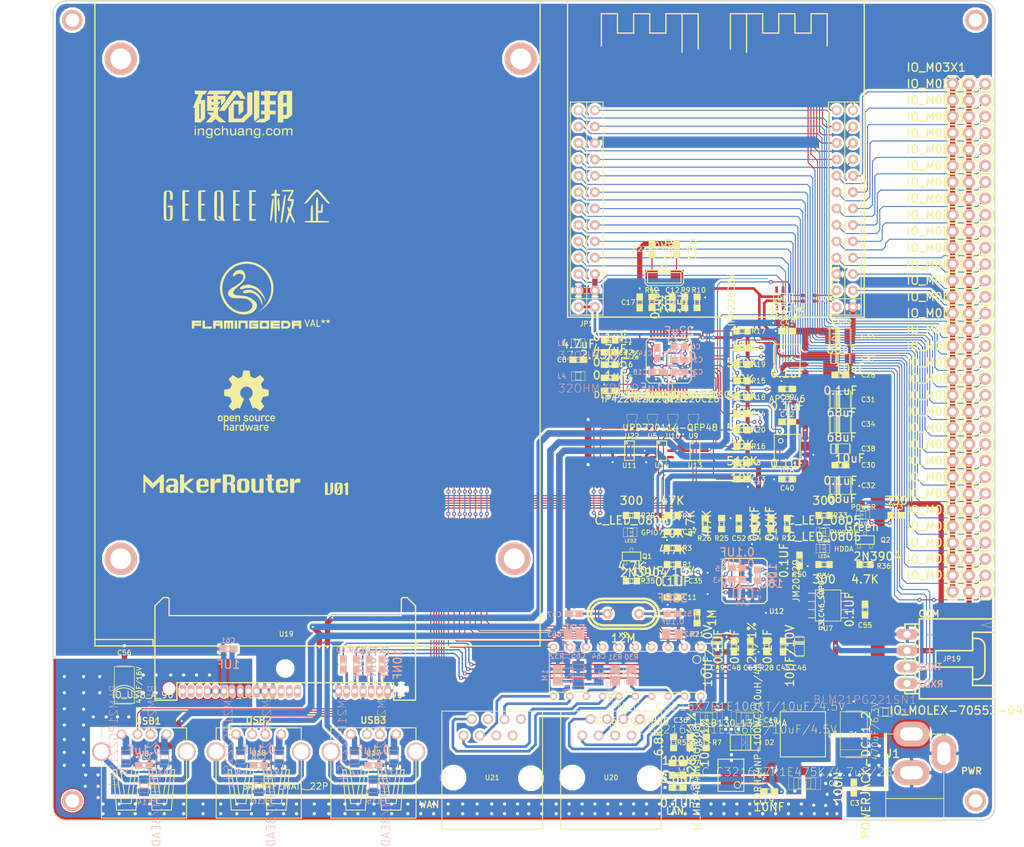
<source format=kicad_pcb>
(kicad_pcb (version 3) (host pcbnew "(2013-03-19 BZR 4004)-stable")
  (layers (15 F.Cu signal) (0 B.Cu signal) (18 B.Paste user) (19 F.Paste user) (20 B.SilkS user) (21 F.SilkS user) (22 B.Mask user) (23 F.Mask user) (28 Edge.Cuts user))
  (net 0 "")
  (net 1 +3.3V)
  (net 2 +5V)
  (net 3 /ANT_TRN)
  (net 4 /ANT_TRNB)
  (net 5 /GPIO0)
  (net 6 /I2C_SCLK)
  (net 7 /I2C_SD)
  (net 8 /LINK0)
  (net 9 /LINK1)
  (net 10 /LINK2)
  (net 11 /LINK3)
  (net 12 /LINK4)
  (net 13 /PA_PE_G0)
  (net 14 /PA_PE_G1)
  (net 15 /RXD2)
  (net 16 /RXIN0)
  (net 17 /RXIN1)
  (net 18 /RXIN2)
  (net 19 /RXIP0)
  (net 20 /RXIP1)
  (net 21 /RXIP2)
  (net 22 /SATA/AVREG)
  (net 23 /SATA/DM)
  (net 24 /SATA/DP)
  (net 25 /SATA/GPIO0)
  (net 26 /SATA/GPIO1)
  (net 27 /SATA/GPIO2)
  (net 28 /SATA/GPIO3)
  (net 29 /SATA/GPIO7)
  (net 30 /SATA/HDDA)
  (net 31 /SATA/PHYRDY)
  (net 32 /SATA/RESETn)
  (net 33 /SATA/RXN)
  (net 34 /SATA/RXP)
  (net 35 /SATA/TXN)
  (net 36 /SATA/TXP)
  (net 37 /SATA/VBUS)
  (net 38 /SATA/XTALI)
  (net 39 /SATA/XTALO)
  (net 40 /SPI_CLK)
  (net 41 /SPI_CS1)
  (net 42 /SPI_HOLD)
  (net 43 /SPI_MISO)
  (net 44 /SPI_MOSI)
  (net 45 /SPI_WP)
  (net 46 /TXD2)
  (net 47 /TXON0)
  (net 48 /TXON1)
  (net 49 /TXON2)
  (net 50 /TXOP0)
  (net 51 /TXOP1)
  (net 52 /TXOP2)
  (net 53 /WDT_RST_N)
  (net 54 /WLAN/RXIN3)
  (net 55 /WLAN/RXIN4)
  (net 56 /WLAN/RXIP3)
  (net 57 /WLAN/RXIP4)
  (net 58 /WLAN/TXON3)
  (net 59 /WLAN/TXON4)
  (net 60 /WLAN/TXOP3)
  (net 61 /WLAN/TXOP4)
  (net 62 /WLED_N)
  (net 63 /uPD720114/D+)
  (net 64 /uPD720114/D-)
  (net 65 /uPD720114/VBUS1)
  (net 66 /uPD720114/VBUS2)
  (net 67 /uPD720114/VBUS3)
  (net 68 /uPD720114/VBUS4)
  (net 69 GND)
  (net 70 N-00000100)
  (net 71 N-00000103)
  (net 72 N-00000104)
  (net 73 N-00000107)
  (net 74 N-00000112)
  (net 75 N-00000113)
  (net 76 N-00000114)
  (net 77 N-00000115)
  (net 78 N-00000116)
  (net 79 N-00000117)
  (net 80 N-00000118)
  (net 81 N-00000119)
  (net 82 N-00000120)
  (net 83 N-00000121)
  (net 84 N-00000127)
  (net 85 N-00000131)
  (net 86 N-00000132)
  (net 87 N-00000133)
  (net 88 N-00000134)
  (net 89 N-00000135)
  (net 90 N-00000136)
  (net 91 N-00000139)
  (net 92 N-00000140)
  (net 93 N-00000141)
  (net 94 N-00000145)
  (net 95 N-00000149)
  (net 96 N-00000151)
  (net 97 N-00000152)
  (net 98 N-00000154)
  (net 99 N-00000158)
  (net 100 N-00000166)
  (net 101 N-00000167)
  (net 102 N-00000168)
  (net 103 N-00000169)
  (net 104 N-00000170)
  (net 105 N-00000171)
  (net 106 N-00000172)
  (net 107 N-00000173)
  (net 108 N-0000035)
  (net 109 N-0000036)
  (net 110 N-0000037)
  (net 111 N-0000038)
  (net 112 N-0000039)
  (net 113 N-0000040)
  (net 114 N-0000041)
  (net 115 N-0000044)
  (net 116 N-0000045)
  (net 117 N-0000061)
  (net 118 N-0000062)
  (net 119 N-0000063)
  (net 120 N-0000064)
  (net 121 N-0000065)
  (net 122 N-0000066)
  (net 123 N-0000067)
  (net 124 N-0000068)
  (net 125 N-0000069)
  (net 126 N-0000070)
  (net 127 N-0000073)
  (net 128 N-0000074)
  (net 129 N-0000075)
  (net 130 N-0000076)
  (net 131 N-0000078)
  (net 132 N-0000079)
  (net 133 N-0000080)
  (net 134 N-0000081)
  (net 135 N-0000082)
  (net 136 N-0000083)
  (net 137 N-0000084)
  (net 138 N-0000085)
  (net 139 N-0000086)
  (net 140 N-0000087)
  (net 141 N-0000088)
  (net 142 N-0000089)
  (net 143 N-0000090)
  (net 144 N-0000091)
  (net 145 N-0000092)
  (net 146 N-0000093)
  (net 147 N-0000094)
  (net 148 N-0000095)
  (net 149 N-0000096)
  (net 150 N-0000097)
  (net 151 N-0000098)
  (net 152 N-0000099)
  (module UPD720114-QFP48 (layer F.Cu) (at 159.448 127.762 180)
    (fp_text reference U4 (at 0 -6.223 180) (layer F.SilkS) (effects (font (size 0.762 0.762) (thickness 0.127))))
    (fp_text value UPD720114-QFP48 (at -0.2 -10.4 180) (layer F.SilkS))
    (pad 1 smd rect (at -2.75 4.5 180) (size 0.25 1.65) (layers F.Cu F.Paste F.Mask) (net 74 N-00000112))
    (pad 2 smd rect (at -2.25 4.5 180) (size 0.25 1.65) (layers F.Cu F.Paste F.Mask) (net 69 GND))
    (pad 3 smd rect (at -1.75 4.5 180) (size 0.25 1.65) (layers F.Cu F.Paste F.Mask) (net 69 GND))
    (pad 4 smd rect (at -1.25 4.5 180) (size 0.25 1.65) (layers F.Cu F.Paste F.Mask) (net 69 GND))
    (pad 5 smd rect (at -0.75 4.5 180) (size 0.25 1.65) (layers F.Cu F.Paste F.Mask) (net 69 GND))
    (pad 6 smd rect (at -0.25 4.5 180) (size 0.25 1.65) (layers F.Cu F.Paste F.Mask) (net 69 GND))
    (pad 7 smd rect (at 0.25 4.5 180) (size 0.25 1.65) (layers F.Cu F.Paste F.Mask) (net 121 N-0000065))
    (pad 8 smd rect (at 0.75 4.5 180) (size 0.25 1.65) (layers F.Cu F.Paste F.Mask) (net 121 N-0000065))
    (pad 9 smd rect (at 1.25 4.5 180) (size 0.25 1.65) (layers F.Cu F.Paste F.Mask) (net 1 +3.3V))
    (pad 10 smd rect (at 1.75 4.5 180) (size 0.25 1.65) (layers F.Cu F.Paste F.Mask) (net 127 N-0000073))
    (pad 11 smd rect (at 2.25 4.5 180) (size 0.25 1.65) (layers F.Cu F.Paste F.Mask) (net 120 N-0000064))
    (pad 12 smd rect (at 2.75 4.5 180) (size 0.25 1.65) (layers F.Cu F.Paste F.Mask) (net 74 N-00000112))
    (pad 13 smd rect (at 4.5 2.75 180) (size 1.65 0.25) (layers F.Cu F.Paste F.Mask) (net 1 +3.3V))
    (pad 14 smd rect (at 4.5 2.25 180) (size 1.65 0.25) (layers F.Cu F.Paste F.Mask) (net 69 GND))
    (pad 15 smd rect (at 4.5 1.75 180) (size 1.65 0.25) (layers F.Cu F.Paste F.Mask) (net 70 N-00000100))
    (pad 16 smd rect (at 4.5 1.25 180) (size 1.65 0.25) (layers F.Cu F.Paste F.Mask) (net 75 N-00000113))
    (pad 17 smd rect (at 4.5 0.75 180) (size 1.65 0.25) (layers F.Cu F.Paste F.Mask) (net 76 N-00000114))
    (pad 18 smd rect (at 4.5 0.25 180) (size 1.65 0.25) (layers F.Cu F.Paste F.Mask) (net 75 N-00000113))
    (pad 19 smd rect (at 4.5 -0.25 180) (size 1.65 0.25) (layers F.Cu F.Paste F.Mask) (net 76 N-00000114))
    (pad 20 smd rect (at 4.5 -0.75 180) (size 1.65 0.25) (layers F.Cu F.Paste F.Mask) (net 1 +3.3V))
    (pad 21 smd rect (at 4.5 -1.25 180) (size 1.65 0.25) (layers F.Cu F.Paste F.Mask) (net 151 N-0000098))
    (pad 22 smd rect (at 4.5 -1.75 180) (size 1.65 0.25) (layers F.Cu F.Paste F.Mask) (net 150 N-0000097))
    (pad 23 smd rect (at 4.5 -2.25 180) (size 1.65 0.25) (layers F.Cu F.Paste F.Mask) (net 69 GND))
    (pad 24 smd rect (at 4.5 -2.75 180) (size 1.65 0.25) (layers F.Cu F.Paste F.Mask) (net 74 N-00000112))
    (pad 25 smd rect (at 2.75 -4.5 180) (size 0.25 1.65) (layers F.Cu F.Paste F.Mask) (net 144 N-0000091))
    (pad 26 smd rect (at 2.25 -4.5 180) (size 0.25 1.65) (layers F.Cu F.Paste F.Mask) (net 139 N-0000086))
    (pad 27 smd rect (at 1.75 -4.5 180) (size 0.25 1.65) (layers F.Cu F.Paste F.Mask) (net 69 GND))
    (pad 28 smd rect (at 1.25 -4.5 180) (size 0.25 1.65) (layers F.Cu F.Paste F.Mask) (net 137 N-0000084))
    (pad 29 smd rect (at 0.75 -4.5 180) (size 0.25 1.65) (layers F.Cu F.Paste F.Mask) (net 138 N-0000085))
    (pad 30 smd rect (at 0.25 -4.5 180) (size 0.25 1.65) (layers F.Cu F.Paste F.Mask) (net 1 +3.3V))
    (pad 31 smd rect (at -0.25 -4.5 180) (size 0.25 1.65) (layers F.Cu F.Paste F.Mask) (net 142 N-0000089))
    (pad 32 smd rect (at -0.75 -4.5 180) (size 0.25 1.65) (layers F.Cu F.Paste F.Mask) (net 143 N-0000090))
    (pad 33 smd rect (at -1.25 -4.5 180) (size 0.25 1.65) (layers F.Cu F.Paste F.Mask) (net 74 N-00000112))
    (pad 34 smd rect (at -1.75 -4.5 180) (size 0.25 1.65) (layers F.Cu F.Paste F.Mask) (net 140 N-0000087))
    (pad 35 smd rect (at -2.25 -4.5 180) (size 0.25 1.65) (layers F.Cu F.Paste F.Mask) (net 141 N-0000088))
    (pad 36 smd rect (at -2.75 -4.5 180) (size 0.25 1.65) (layers F.Cu F.Paste F.Mask) (net 69 GND))
    (pad 37 smd rect (at -4.5 -2.75 180) (size 1.65 0.25) (layers F.Cu F.Paste F.Mask) (net 149 N-0000096))
    (pad 38 smd rect (at -4.5 -2.25 180) (size 1.65 0.25) (layers F.Cu F.Paste F.Mask) (net 119 N-0000063))
    (pad 39 smd rect (at -4.5 -1.75 180) (size 1.65 0.25) (layers F.Cu F.Paste F.Mask) (net 117 N-0000061))
    (pad 40 smd rect (at -4.5 -1.25 180) (size 1.65 0.25) (layers F.Cu F.Paste F.Mask) (net 125 N-0000069))
    (pad 41 smd rect (at -4.5 -0.75 180) (size 1.65 0.25) (layers F.Cu F.Paste F.Mask) (net 118 N-0000062))
    (pad 42 smd rect (at -4.5 -0.25 180) (size 1.65 0.25) (layers F.Cu F.Paste F.Mask) (net 69 GND))
    (pad 43 smd rect (at -4.5 0.25 180) (size 1.65 0.25) (layers F.Cu F.Paste F.Mask) (net 122 N-0000066))
    (pad 44 smd rect (at -4.5 0.75 180) (size 1.65 0.25) (layers F.Cu F.Paste F.Mask) (net 126 N-0000070))
    (pad 45 smd rect (at -4.5 1.25 180) (size 1.65 0.25) (layers F.Cu F.Paste F.Mask) (net 123 N-0000067))
    (pad 46 smd rect (at -4.5 1.75 180) (size 1.65 0.25) (layers F.Cu F.Paste F.Mask) (net 124 N-0000068))
    (pad 47 smd rect (at -4.5 2.25 180) (size 1.65 0.25) (layers F.Cu F.Paste F.Mask) (net 152 N-0000099))
    (pad 48 smd rect (at -4.5 2.75 180) (size 1.65 0.25) (layers F.Cu F.Paste F.Mask) (net 1 +3.3V))
  )
  (module SOP08 (layer F.Cu) (at 184.15 165.735 270)
    (fp_text reference U7 (at 3.556 0 360) (layer F.SilkS) (effects (font (size 0.762 0.762) (thickness 0.127))))
    (fp_text value 93LC46_SOP8 (at 0 1.016 270) (layer F.SilkS) (effects (font (size 0.7493 0.7493) (thickness 0.14986))))
    (pad 1 smd rect (at -1.905 3.302 270) (size 0.635 1.27) (layers F.Cu F.Paste F.Mask) (net 28 /SATA/GPIO3))
    (pad 2 smd rect (at -0.635 3.302 270) (size 0.635 1.27) (layers F.Cu F.Paste F.Mask) (net 27 /SATA/GPIO2))
    (pad 3 smd rect (at 0.635 3.302 270) (size 0.635 1.27) (layers F.Cu F.Paste F.Mask) (net 26 /SATA/GPIO1))
    (pad 4 smd rect (at 1.905 3.302 270) (size 0.635 1.27) (layers F.Cu F.Paste F.Mask) (net 25 /SATA/GPIO0))
    (pad 5 smd rect (at 1.905 -3.302 270) (size 0.635 1.27) (layers F.Cu F.Paste F.Mask) (net 69 GND))
    (pad 6 smd rect (at 0.635 -3.302 270) (size 0.635 1.27) (layers F.Cu F.Paste F.Mask) (net 1 +3.3V))
    (pad 7 smd rect (at -0.635 -3.302 270) (size 0.635 1.27) (layers F.Cu F.Paste F.Mask))
    (pad 8 smd rect (at -1.905 -3.302 270) (size 0.635 1.27) (layers F.Cu F.Paste F.Mask) (net 1 +3.3V))
  )
  (module SATA-FEMAIL_22P (layer F.Cu) (at 100 179)
    (fp_text reference U19 (at 0.161 -8.854) (layer F.SilkS) (effects (font (size 0.762 0.762) (thickness 0.127))))
    (fp_text value SATA-FEMAIL_22P (at 0 14.75) (layer F.SilkS))
    (pad 1 thru_hole oval (at 15.875 0) (size 1 2) (drill 0.75) (layers *.Cu *.Paste *.SilkS *.Mask) (net 69 GND))
    (pad 2 thru_hole oval (at 14.605 0) (size 1 2) (drill 0.75) (layers *.Cu *.Paste *.SilkS *.Mask) (net 107 N-00000173))
    (pad 3 thru_hole oval (at 13.335 0) (size 1 2) (drill 0.75) (layers *.Cu *.Paste *.SilkS *.Mask) (net 106 N-00000172))
    (pad 4 thru_hole oval (at 12.065 0) (size 1 2) (drill 0.75) (layers *.Cu *.Paste *.SilkS *.Mask) (net 69 GND))
    (pad 5 thru_hole oval (at 10.795 0) (size 1 2) (drill 0.75) (layers *.Cu *.Paste *.SilkS *.Mask) (net 105 N-00000171))
    (pad 6 thru_hole oval (at 9.525 0) (size 1 2) (drill 0.75) (layers *.Cu *.Paste *.SilkS *.Mask) (net 104 N-00000170))
    (pad 7 thru_hole oval (at 8.255 0) (size 1 2) (drill 0.75) (layers *.Cu *.Paste *.SilkS *.Mask) (net 69 GND))
    (pad 8 thru_hole oval (at 1.905 0) (size 1 2) (drill 0.75) (layers *.Cu *.Paste *.SilkS *.Mask))
    (pad 9 thru_hole oval (at 0.635 0) (size 1 2) (drill 0.75) (layers *.Cu *.Paste *.SilkS *.Mask))
    (pad 10 thru_hole oval (at -0.635 0) (size 1 2) (drill 0.75) (layers *.Cu *.Paste *.SilkS *.Mask))
    (pad 11 thru_hole oval (at -1.905 0) (size 1 2) (drill 0.75) (layers *.Cu *.Paste *.SilkS *.Mask) (net 69 GND))
    (pad 12 thru_hole oval (at -3.175 0) (size 1 2) (drill 0.75) (layers *.Cu *.Paste *.SilkS *.Mask) (net 69 GND))
    (pad 13 thru_hole oval (at -4.445 0) (size 1 2) (drill 0.75) (layers *.Cu *.Paste *.SilkS *.Mask) (net 69 GND))
    (pad 14 thru_hole oval (at -5.715 0) (size 1 2) (drill 0.75) (layers *.Cu *.Paste *.SilkS *.Mask) (net 2 +5V))
    (pad 15 thru_hole oval (at -6.985 0) (size 1 2) (drill 0.75) (layers *.Cu *.Paste *.SilkS *.Mask) (net 2 +5V))
    (pad 16 thru_hole oval (at -8.255 0) (size 1 2) (drill 0.75) (layers *.Cu *.Paste *.SilkS *.Mask) (net 2 +5V))
    (pad 17 thru_hole oval (at -9.525 0) (size 1 2) (drill 0.75) (layers *.Cu *.Paste *.SilkS *.Mask) (net 69 GND))
    (pad 18 thru_hole oval (at -10.795 0) (size 1 2) (drill 0.75) (layers *.Cu *.Paste *.SilkS *.Mask) (net 69 GND))
    (pad 19 thru_hole oval (at -12.065 0) (size 1 2) (drill 0.75) (layers *.Cu *.Paste *.SilkS *.Mask) (net 69 GND))
    (pad 20 thru_hole oval (at -13.335 0) (size 1 2) (drill 0.75) (layers *.Cu *.Paste *.SilkS *.Mask))
    (pad 21 thru_hole oval (at -14.605 0) (size 1 2) (drill 0.75) (layers *.Cu *.Paste *.SilkS *.Mask))
    (pad 22 thru_hole oval (at -15.875 0) (size 1 2) (drill 0.75) (layers *.Cu *.Paste *.SilkS *.Mask))
    (pad "" np_thru_hole circle (at -18 -0.4) (size 1.6 1.6) (drill 1.6) (layers *.Cu *.Mask F.SilkS))
    (pad 1 np_thru_hole circle (at 18 -0.3) (size 1.6 1.6) (drill 1.6) (layers *.Cu *.Mask F.SilkS) (net 69 GND))
    (pad "" np_thru_hole circle (at 0 -3.5) (size 2.1 2.1) (drill 2.1) (layers *.Cu *.Mask F.SilkS))
  )
  (module rcl-L7070 (layer F.Cu) (at 179.24 185.695 90)
    (fp_text reference L1 (at 0 5.715 180) (layer F.SilkS))
    (fp_text value CDRH74NP-100MC/10uH/4A (at 0 -6 90) (layer F.SilkS))
    (pad 1 smd rect (at -2.5 1 90) (size 3 7) (layers F.Cu F.Paste F.Mask) (net 112 N-0000039))
    (pad 2 smd rect (at 2.5 1 90) (size 3 7) (layers F.Cu F.Paste F.Mask) (net 1 +3.3V))
  )
  (module rcl-L0805 (layer B.Cu) (at 95.885 193.675 270)
    (fp_text reference L16 (at 2.413 0 360) (layer B.SilkS) (effects (font (size 0.762 0.762) (thickness 0.127)) (justify mirror)))
    (fp_text value 32OHM/BEAD (at 3.175 -1.905 270) (layer B.SilkS) (effects (font (size 1.27 1.27) (thickness 0.0889)) (justify mirror)))
    (pad 1 smd rect (at -0.94996 0 270) (size 1.29794 1.4986) (layers B.Cu B.Paste B.Mask) (net 72 N-00000104))
    (pad 2 smd rect (at 0.94996 0 270) (size 1.29794 1.4986) (layers B.Cu B.Paste B.Mask) (net 69 GND))
  )
  (module rcl-L0805 (layer B.Cu) (at 75.311 189.23 90)
    (fp_text reference L10 (at -2.286 0 360) (layer B.SilkS) (effects (font (size 0.762 0.762) (thickness 0.127)) (justify mirror)))
    (fp_text value BLM21PG221SN1 (at 3.175 -1.905 90) (layer B.SilkS) (effects (font (size 1.27 1.27) (thickness 0.0889)) (justify mirror)))
    (pad 1 smd rect (at -0.94996 0 90) (size 1.29794 1.4986) (layers B.Cu B.Paste B.Mask) (net 67 /uPD720114/VBUS3))
    (pad 2 smd rect (at 0.94996 0 90) (size 1.29794 1.4986) (layers B.Cu B.Paste B.Mask) (net 130 N-0000076))
  )
  (module rcl-L0805 (layer B.Cu) (at 110.744 189.23 90)
    (fp_text reference L6 (at -2.54 0 360) (layer B.SilkS) (effects (font (size 0.762 0.762) (thickness 0.127)) (justify mirror)))
    (fp_text value BLM21PG221SN1 (at 3.175 -1.905 90) (layer B.SilkS) (effects (font (size 1.27 1.27) (thickness 0.0889)) (justify mirror)))
    (pad 1 smd rect (at -0.94996 0 90) (size 1.29794 1.4986) (layers B.Cu B.Paste B.Mask) (net 66 /uPD720114/VBUS2))
    (pad 2 smd rect (at 0.94996 0 90) (size 1.29794 1.4986) (layers B.Cu B.Paste B.Mask) (net 134 N-0000081))
  )
  (module rcl-L0805 (layer B.Cu) (at 81.28 189.23 90)
    (fp_text reference L11 (at -2.286 0 360) (layer B.SilkS) (effects (font (size 0.762 0.762) (thickness 0.127)) (justify mirror)))
    (fp_text value BLM21PG221SN1 (at 3.175 -1.905 90) (layer B.SilkS) (effects (font (size 1.27 1.27) (thickness 0.0889)) (justify mirror)))
    (pad 1 smd rect (at -0.94996 0 90) (size 1.29794 1.4986) (layers B.Cu B.Paste B.Mask) (net 69 GND))
    (pad 2 smd rect (at 0.94996 0 90) (size 1.29794 1.4986) (layers B.Cu B.Paste B.Mask) (net 129 N-0000075))
  )
  (module rcl-L0805 (layer B.Cu) (at 116.84 189.23 90)
    (fp_text reference L7 (at -2.54 0 360) (layer B.SilkS) (effects (font (size 0.762 0.762) (thickness 0.127)) (justify mirror)))
    (fp_text value BLM21PG221SN1 (at 3.175 -1.905 90) (layer B.SilkS) (effects (font (size 1.27 1.27) (thickness 0.0889)) (justify mirror)))
    (pad 1 smd rect (at -0.94996 0 90) (size 1.29794 1.4986) (layers B.Cu B.Paste B.Mask) (net 69 GND))
    (pad 2 smd rect (at 0.94996 0 90) (size 1.29794 1.4986) (layers B.Cu B.Paste B.Mask) (net 133 N-0000080))
  )
  (module rcl-L0805 (layer B.Cu) (at 93.091 189.23 90)
    (fp_text reference L8 (at -2.286 0 360) (layer B.SilkS) (effects (font (size 0.762 0.762) (thickness 0.127)) (justify mirror)))
    (fp_text value BLM21PG221SN1 (at 3.175 -1.905 90) (layer B.SilkS) (effects (font (size 1.27 1.27) (thickness 0.0889)) (justify mirror)))
    (pad 1 smd rect (at -0.94996 0 90) (size 1.29794 1.4986) (layers B.Cu B.Paste B.Mask) (net 65 /uPD720114/VBUS1))
    (pad 2 smd rect (at 0.94996 0 90) (size 1.29794 1.4986) (layers B.Cu B.Paste B.Mask) (net 132 N-0000079))
  )
  (module rcl-L0805 (layer B.Cu) (at 99.06 189.23 90)
    (fp_text reference L9 (at -2.286 0 360) (layer B.SilkS) (effects (font (size 0.762 0.762) (thickness 0.127)) (justify mirror)))
    (fp_text value BLM21PG221SN1 (at 3.175 -1.905 90) (layer B.SilkS) (effects (font (size 1.27 1.27) (thickness 0.0889)) (justify mirror)))
    (pad 1 smd rect (at -0.94996 0 90) (size 1.29794 1.4986) (layers B.Cu B.Paste B.Mask) (net 69 GND))
    (pad 2 smd rect (at 0.94996 0 90) (size 1.29794 1.4986) (layers B.Cu B.Paste B.Mask) (net 131 N-0000078))
  )
  (module rcl-L0805 (layer B.Cu) (at 78.105 193.675 270)
    (fp_text reference L14 (at 2.54 0 360) (layer B.SilkS) (effects (font (size 0.762 0.762) (thickness 0.127)) (justify mirror)))
    (fp_text value 32OHM/BEAD (at 3.175 -1.905 270) (layer B.SilkS) (effects (font (size 1.27 1.27) (thickness 0.0889)) (justify mirror)))
    (pad 1 smd rect (at -0.94996 0 270) (size 1.29794 1.4986) (layers B.Cu B.Paste B.Mask) (net 71 N-00000103))
    (pad 2 smd rect (at 0.94996 0 270) (size 1.29794 1.4986) (layers B.Cu B.Paste B.Mask) (net 69 GND))
  )
  (module rcl-L0805 (layer B.Cu) (at 113.665 193.675 270)
    (fp_text reference L15 (at 2.413 0 360) (layer B.SilkS) (effects (font (size 0.762 0.762) (thickness 0.127)) (justify mirror)))
    (fp_text value 32OHM/BEAD (at 3.175 -1.905 270) (layer B.SilkS) (effects (font (size 1.27 1.27) (thickness 0.0889)) (justify mirror)))
    (pad 1 smd rect (at -0.94996 0 270) (size 1.29794 1.4986) (layers B.Cu B.Paste B.Mask) (net 73 N-00000107))
    (pad 2 smd rect (at 0.94996 0 270) (size 1.29794 1.4986) (layers B.Cu B.Paste B.Mask) (net 69 GND))
  )
  (module rcl-L0805 (layer F.Cu) (at 193.04 182.245 180)
    (fp_text reference L3 (at -2.54 0 180) (layer B.SilkS) (effects (font (size 0.762 0.762) (thickness 0.127))))
    (fp_text value BLM21PG221SN1 (at 3.175 1.905 180) (layer B.SilkS) (effects (font (size 1.27 1.27) (thickness 0.0889))))
    (pad 1 smd rect (at -0.94996 0 180) (size 1.29794 1.4986) (layers F.Cu F.Paste F.Mask) (net 115 N-0000044))
    (pad 2 smd rect (at 0.94996 0 180) (size 1.29794 1.4986) (layers F.Cu F.Paste F.Mask) (net 2 +5V))
  )
  (module rcl-L0805 (layer F.Cu) (at 145.415 130.175)
    (fp_text reference L4 (at -2.54 0) (layer B.SilkS) (effects (font (size 0.762 0.762) (thickness 0.127))))
    (fp_text value 32OHM/BEAD (at 3.175 1.905) (layer B.SilkS) (effects (font (size 1.27 1.27) (thickness 0.0889))))
    (pad 1 smd rect (at -0.94996 0) (size 1.29794 1.4986) (layers F.Cu F.Paste F.Mask) (net 74 N-00000112))
    (pad 2 smd rect (at 0.94996 0) (size 1.29794 1.4986) (layers F.Cu F.Paste F.Mask) (net 76 N-00000114))
  )
  (module rcl-L0805 (layer F.Cu) (at 145.415 125.095)
    (fp_text reference L5 (at -2.54 0) (layer B.SilkS) (effects (font (size 0.762 0.762) (thickness 0.127))))
    (fp_text value 32OHM/BEAD (at 3.175 1.905) (layer B.SilkS) (effects (font (size 1.27 1.27) (thickness 0.0889))))
    (pad 1 smd rect (at -0.94996 0) (size 1.29794 1.4986) (layers F.Cu F.Paste F.Mask) (net 69 GND))
    (pad 2 smd rect (at 0.94996 0) (size 1.29794 1.4986) (layers F.Cu F.Paste F.Mask) (net 75 N-00000113))
  )
  (module rcl-C1206 (layer F.Cu) (at 171.62 183.155 180)
    (fp_text reference C10 (at -3.64 -0.36 180) (layer F.SilkS) (effects (font (size 0.762 0.762) (thickness 0.127))))
    (fp_text value MLCC_C3216X7R1E106KT/10uF/4.5V (at 2.54 1.778 180) (layer F.SilkS) (effects (font (size 1.27 1.27) (thickness 0.0889))))
    (pad 1 smd rect (at -1.39954 0 180) (size 1.59766 1.79832) (layers F.Cu F.Paste F.Mask) (net 1 +3.3V))
    (pad 2 smd rect (at 1.39954 0 180) (size 1.59766 1.79832) (layers F.Cu F.Paste F.Mask) (net 69 GND))
  )
  (module rcl-C1206 (layer F.Cu) (at 165.27 183.155)
    (fp_text reference C36 (at -3.98 0.36) (layer F.SilkS) (effects (font (size 0.762 0.762) (thickness 0.127))))
    (fp_text value MLCC_C3216X7R1E106KT/10uF/4.5V (at 2.54 1.778) (layer F.SilkS) (effects (font (size 1.27 1.27) (thickness 0.0889))))
    (pad 1 smd rect (at -1.39954 0) (size 1.59766 1.79832) (layers F.Cu F.Paste F.Mask) (net 1 +3.3V))
    (pad 2 smd rect (at 1.39954 0) (size 1.59766 1.79832) (layers F.Cu F.Paste F.Mask) (net 69 GND))
  )
  (module rcl-C1206 (layer F.Cu) (at 180.51 193.315 180)
    (fp_text reference C2 (at -4.445 0 180) (layer F.SilkS) (effects (font (size 0.762 0.762) (thickness 0.127))))
    (fp_text value MLCC_C3216X7R1E475K/4.7uF/25V (at 2.54 1.778 180) (layer F.SilkS) (effects (font (size 1.27 1.27) (thickness 0.0889))))
    (pad 1 smd rect (at -1.39954 0 180) (size 1.59766 1.79832) (layers F.Cu F.Paste F.Mask) (net 2 +5V))
    (pad 2 smd rect (at 1.39954 0 180) (size 1.59766 1.79832) (layers F.Cu F.Paste F.Mask) (net 69 GND))
  )
  (module rcl-C1206 (layer B.Cu) (at 145.415 176.53 90)
    (fp_text reference C65 (at 3.048 0 180) (layer B.SilkS) (effects (font (size 0.762 0.762) (thickness 0.127)) (justify mirror)))
    (fp_text value C-EUC1206 (at 2.54 -1.778 90) (layer B.SilkS) (effects (font (size 1.27 1.27) (thickness 0.0889)) (justify mirror)))
    (pad 1 smd rect (at -1.39954 0 90) (size 1.59766 1.79832) (layers B.Cu B.Paste B.Mask) (net 86 N-00000132))
    (pad 2 smd rect (at 1.39954 0 90) (size 1.59766 1.79832) (layers B.Cu B.Paste B.Mask) (net 69 GND))
  )
  (module rcl-C0805 (layer B.Cu) (at 148.59 176.53 270)
    (fp_text reference C64 (at -2.921 0 360) (layer B.SilkS) (effects (font (size 0.762 0.762) (thickness 0.127)) (justify mirror)))
    (fp_text value 100pF (at 2.54 -1.905 270) (layer B.SilkS) (effects (font (size 1.27 1.27) (thickness 0.0889)) (justify mirror)))
    (pad 1 smd rect (at -0.94996 0 270) (size 1.29794 1.4986) (layers B.Cu B.Paste B.Mask) (net 88 N-00000134))
    (pad 2 smd rect (at 0.94996 0 270) (size 1.29794 1.4986) (layers B.Cu B.Paste B.Mask) (net 86 N-00000132))
  )
  (module POWERJACK-DC-2,1MM (layer F.Cu) (at 197 192 180)
    (fp_text reference J1 (at 2.794 3.302 180) (layer F.SilkS) (effects (font (size 1.27 1.27) (thickness 0.2032))))
    (fp_text value POWERJACK-DC21_2 (at 6.985 0 270) (layer F.SilkS) (effects (font (size 1.27 1.27) (thickness 0.2032))))
    (pad 1 thru_hole oval (at -5.08 3.3528 180) (size 3.81 5.588) (drill oval 2.032 3.556) (layers *.Cu *.Paste *.SilkS *.Mask) (net 69 GND))
    (pad 2 thru_hole oval (at -0.0762 6.35 180) (size 5.588 3.81) (drill oval 3.556 2.032) (layers *.Cu *.Paste *.SilkS *.Mask) (net 115 N-0000044))
    (pad 3 thru_hole oval (at -0.0762 0.3556 180) (size 5.588 3.81) (drill oval 3.556 2.032) (layers *.Cu *.Paste *.SilkS *.Mask) (net 69 GND))
  )
  (module LQFP48 (layer F.Cu) (at 171.196 161.925 270)
    (fp_text reference U12 (at 4.699 -4.953 360) (layer F.SilkS) (effects (font (size 0.762 0.762))))
    (fp_text value JM20329 (at 0 -8 270) (layer F.SilkS))
    (pad 1 smd rect (at -2.75 4.25 270) (size 0.25 1.3) (layers F.Cu F.Paste F.Mask))
    (pad 2 smd rect (at -2.25 4.25 270) (size 0.25 1.3) (layers F.Cu F.Paste F.Mask))
    (pad 3 smd rect (at -1.75 4.25 270) (size 0.25 1.3) (layers F.Cu F.Paste F.Mask) (net 69 GND))
    (pad 4 smd rect (at -1.25 4.25 270) (size 0.25 1.3) (layers F.Cu F.Paste F.Mask) (net 69 GND))
    (pad 5 smd rect (at -0.75 4.25 270) (size 0.25 1.3) (layers F.Cu F.Paste F.Mask) (net 1 +3.3V))
    (pad 6 smd rect (at -0.25 4.25 270) (size 0.25 1.3) (layers F.Cu F.Paste F.Mask) (net 29 /SATA/GPIO7))
    (pad 7 smd rect (at 0.25 4.25 270) (size 0.25 1.3) (layers F.Cu F.Paste F.Mask) (net 32 /SATA/RESETn))
    (pad 8 smd rect (at 0.75 4.25 270) (size 0.25 1.3) (layers F.Cu F.Paste F.Mask) (net 37 /SATA/VBUS))
    (pad 9 smd rect (at 1.25 4.25 270) (size 0.25 1.3) (layers F.Cu F.Paste F.Mask) (net 22 /SATA/AVREG))
    (pad 10 smd rect (at 1.75 4.25 270) (size 0.25 1.3) (layers F.Cu F.Paste F.Mask) (net 1 +3.3V))
    (pad 11 smd rect (at 2.25 4.25 270) (size 0.25 1.3) (layers F.Cu F.Paste F.Mask) (net 69 GND))
    (pad 12 smd rect (at 2.75 4.25 270) (size 0.25 1.3) (layers F.Cu F.Paste F.Mask) (net 38 /SATA/XTALI))
    (pad 13 smd rect (at 4.25 2.75 270) (size 1.3 0.25) (layers F.Cu F.Paste F.Mask) (net 39 /SATA/XTALO))
    (pad 14 smd rect (at 4.25 2.25 270) (size 1.3 0.25) (layers F.Cu F.Paste F.Mask) (net 23 /SATA/DM))
    (pad 15 smd rect (at 4.25 1.75 270) (size 1.3 0.25) (layers F.Cu F.Paste F.Mask) (net 24 /SATA/DP))
    (pad 16 smd rect (at 4.25 1.25 270) (size 1.3 0.25) (layers F.Cu F.Paste F.Mask) (net 1 +3.3V))
    (pad 17 smd rect (at 4.25 0.75 270) (size 1.3 0.25) (layers F.Cu F.Paste F.Mask) (net 69 GND))
    (pad 18 smd rect (at 4.25 0.25 270) (size 1.3 0.25) (layers F.Cu F.Paste F.Mask) (net 1 +3.3V))
    (pad 19 smd rect (at 4.25 -0.25 270) (size 1.3 0.25) (layers F.Cu F.Paste F.Mask) (net 69 GND))
    (pad 20 smd rect (at 4.25 -0.75 270) (size 1.3 0.25) (layers F.Cu F.Paste F.Mask) (net 98 N-00000154))
    (pad 21 smd rect (at 4.25 -1.25 270) (size 1.3 0.25) (layers F.Cu F.Paste F.Mask) (net 34 /SATA/RXP))
    (pad 22 smd rect (at 4.25 -1.75 270) (size 1.3 0.25) (layers F.Cu F.Paste F.Mask) (net 33 /SATA/RXN))
    (pad 23 smd rect (at 4.25 -2.25 270) (size 1.3 0.25) (layers F.Cu F.Paste F.Mask) (net 22 /SATA/AVREG))
    (pad 24 smd rect (at 4.25 -2.75 270) (size 1.3 0.25) (layers F.Cu F.Paste F.Mask) (net 69 GND))
    (pad 25 smd rect (at 2.75 -4.25 270) (size 0.25 1.3) (layers F.Cu F.Paste F.Mask) (net 35 /SATA/TXN))
    (pad 26 smd rect (at 2.25 -4.25 270) (size 0.25 1.3) (layers F.Cu F.Paste F.Mask) (net 36 /SATA/TXP))
    (pad 27 smd rect (at 1.75 -4.25 270) (size 0.25 1.3) (layers F.Cu F.Paste F.Mask) (net 28 /SATA/GPIO3))
    (pad 28 smd rect (at 1.25 -4.25 270) (size 0.25 1.3) (layers F.Cu F.Paste F.Mask) (net 27 /SATA/GPIO2))
    (pad 29 smd rect (at 0.75 -4.25 270) (size 0.25 1.3) (layers F.Cu F.Paste F.Mask) (net 26 /SATA/GPIO1))
    (pad 30 smd rect (at 0.25 -4.25 270) (size 0.25 1.3) (layers F.Cu F.Paste F.Mask) (net 25 /SATA/GPIO0))
    (pad 31 smd rect (at -0.25 -4.25 270) (size 0.25 1.3) (layers F.Cu F.Paste F.Mask) (net 1 +3.3V))
    (pad 32 smd rect (at -0.75 -4.25 270) (size 0.25 1.3) (layers F.Cu F.Paste F.Mask) (net 31 /SATA/PHYRDY))
    (pad 33 smd rect (at -1.25 -4.25 270) (size 0.25 1.3) (layers F.Cu F.Paste F.Mask) (net 30 /SATA/HDDA))
    (pad 34 smd rect (at -1.75 -4.25 270) (size 0.25 1.3) (layers F.Cu F.Paste F.Mask) (net 99 N-00000158))
    (pad 35 smd rect (at -2.25 -4.25 270) (size 0.25 1.3) (layers F.Cu F.Paste F.Mask) (net 69 GND))
    (pad 36 smd rect (at -2.75 -4.25 270) (size 0.25 1.3) (layers F.Cu F.Paste F.Mask) (net 22 /SATA/AVREG))
    (pad 37 smd rect (at -4.25 -2.75 270) (size 1.3 0.25) (layers F.Cu F.Paste F.Mask) (net 102 N-00000168))
    (pad 38 smd rect (at -4.25 -2.25 270) (size 1.3 0.25) (layers F.Cu F.Paste F.Mask) (net 100 N-00000166))
    (pad 39 smd rect (at -4.25 -1.75 270) (size 1.3 0.25) (layers F.Cu F.Paste F.Mask))
    (pad 40 smd rect (at -4.25 -1.25 270) (size 1.3 0.25) (layers F.Cu F.Paste F.Mask))
    (pad 41 smd rect (at -4.25 -0.75 270) (size 1.3 0.25) (layers F.Cu F.Paste F.Mask) (net 69 GND))
    (pad 42 smd rect (at -4.25 -0.25 270) (size 1.3 0.25) (layers F.Cu F.Paste F.Mask) (net 1 +3.3V))
    (pad 43 smd rect (at -4.25 0.25 270) (size 1.3 0.25) (layers F.Cu F.Paste F.Mask) (net 69 GND))
    (pad 44 smd rect (at -4.25 0.75 270) (size 1.3 0.25) (layers F.Cu F.Paste F.Mask) (net 22 /SATA/AVREG))
    (pad 45 smd rect (at -4.25 1.25 270) (size 1.3 0.25) (layers F.Cu F.Paste F.Mask) (net 69 GND))
    (pad 46 smd rect (at -4.25 1.75 270) (size 1.3 0.25) (layers F.Cu F.Paste F.Mask) (net 103 N-00000169))
    (pad 47 smd rect (at -4.25 2.25 270) (size 1.3 0.25) (layers F.Cu F.Paste F.Mask) (net 101 N-00000167))
    (pad 48 smd rect (at -4.25 2.75 270) (size 1.3 0.25) (layers F.Cu F.Paste F.Mask))
  )
  (module IP4220CZ6_SOT23_6 (layer F.Cu) (at 177.165 118.364 90)
    (fp_text reference U3 (at 0.2125 -0.1665 180) (layer F.SilkS) (effects (font (size 0.762 0.762) (thickness 0.127))))
    (fp_text value IP4220CZ6 (at 0 -8 90) (layer F.SilkS))
    (pad 2 smd rect (at -1.1 0 90) (size 1 0.4) (layers F.Cu F.Paste F.Mask) (net 69 GND))
    (pad 3 smd rect (at -1.1 1 90) (size 1 0.4) (layers F.Cu F.Paste F.Mask) (net 151 N-0000098))
    (pad 4 smd rect (at 1.6 1 90) (size 1 0.4) (layers F.Cu F.Paste F.Mask) (net 150 N-0000097))
    (pad 5 smd rect (at 1.6 0 90) (size 1 0.4) (layers F.Cu F.Paste F.Mask) (net 2 +5V))
    (pad 6 smd rect (at 1.6 -1 90) (size 1 0.4) (layers F.Cu F.Paste F.Mask))
    (pad 1 smd rect (at -1.1 -1 90) (size 1 0.4) (layers F.Cu F.Paste F.Mask))
  )
  (module IP4220CZ6_SOT23_6 (layer F.Cu) (at 163.258 141.732)
    (fp_text reference U13 (at 0.254 2.286) (layer F.SilkS) (effects (font (size 0.762 0.762) (thickness 0.127))))
    (fp_text value IP4220CZ6 (at 0 -8) (layer F.SilkS))
    (pad 2 smd rect (at -1.1 0) (size 1 0.4) (layers F.Cu F.Paste F.Mask) (net 69 GND))
    (pad 3 smd rect (at -1.1 1) (size 1 0.4) (layers F.Cu F.Paste F.Mask) (net 135 N-0000082))
    (pad 4 smd rect (at 1.6 1) (size 1 0.4) (layers F.Cu F.Paste F.Mask) (net 136 N-0000083))
    (pad 5 smd rect (at 1.6 0) (size 1 0.4) (layers F.Cu F.Paste F.Mask) (net 66 /uPD720114/VBUS2))
    (pad 6 smd rect (at 1.6 -1) (size 1 0.4) (layers F.Cu F.Paste F.Mask))
    (pad 1 smd rect (at -1.1 -1) (size 1 0.4) (layers F.Cu F.Paste F.Mask))
  )
  (module IP4220CZ6_SOT23_6 (layer F.Cu) (at 153.098 141.732)
    (fp_text reference U11 (at 0.254 2.286) (layer F.SilkS) (effects (font (size 0.762 0.762) (thickness 0.127))))
    (fp_text value IP4220CZ6 (at 0 -8) (layer F.SilkS))
    (pad 2 smd rect (at -1.1 0) (size 1 0.4) (layers F.Cu F.Paste F.Mask) (net 69 GND))
    (pad 3 smd rect (at -1.1 1) (size 1 0.4) (layers F.Cu F.Paste F.Mask) (net 145 N-0000092))
    (pad 4 smd rect (at 1.6 1) (size 1 0.4) (layers F.Cu F.Paste F.Mask) (net 146 N-0000093))
    (pad 5 smd rect (at 1.6 0) (size 1 0.4) (layers F.Cu F.Paste F.Mask) (net 67 /uPD720114/VBUS3))
    (pad 6 smd rect (at 1.6 -1) (size 1 0.4) (layers F.Cu F.Paste F.Mask))
    (pad 1 smd rect (at -1.1 -1) (size 1 0.4) (layers F.Cu F.Paste F.Mask))
  )
  (module IP4220CZ6_SOT23_6 (layer F.Cu) (at 158.115 141.732)
    (fp_text reference U14 (at 0.254 2.286) (layer F.SilkS) (effects (font (size 0.762 0.762) (thickness 0.127))))
    (fp_text value IP4220CZ6 (at 0 -8) (layer F.SilkS))
    (pad 2 smd rect (at -1.1 0) (size 1 0.4) (layers F.Cu F.Paste F.Mask) (net 69 GND))
    (pad 3 smd rect (at -1.1 1) (size 1 0.4) (layers F.Cu F.Paste F.Mask) (net 147 N-0000094))
    (pad 4 smd rect (at 1.6 1) (size 1 0.4) (layers F.Cu F.Paste F.Mask) (net 148 N-0000095))
    (pad 5 smd rect (at 1.6 0) (size 1 0.4) (layers F.Cu F.Paste F.Mask) (net 65 /uPD720114/VBUS1))
    (pad 6 smd rect (at 1.6 -1) (size 1 0.4) (layers F.Cu F.Paste F.Mask))
    (pad 1 smd rect (at -1.1 -1) (size 1 0.4) (layers F.Cu F.Paste F.Mask))
  )
  (module IO_RJ45X1 (layer F.Cu) (at 132.08 192.405 180)
    (fp_text reference U21 (at 0 0 180) (layer F.SilkS) (effects (font (size 0.762 0.762) (thickness 0.127))))
    (fp_text value IO_RJ45X1-JACK hide)
    (pad 4 thru_hole circle (at 0.635 9.06526 180) (size 1.50622 1.50622) (drill 0.998218) (layers *.Cu *.Paste *.SilkS *.Mask))
    (pad 5 thru_hole circle (at -0.635 6.52526 180) (size 1.50622 1.50622) (drill 0.998218) (layers *.Cu *.Paste *.SilkS *.Mask))
    (pad 7 thru_hole circle (at -3.175 6.52526 180) (size 1.50622 1.50622) (drill 0.998218) (layers *.Cu *.Paste *.SilkS *.Mask))
    (pad 8 thru_hole circle (at -4.445 9.06526 180) (size 1.50622 1.50622) (drill 0.998218) (layers *.Cu *.Paste *.SilkS *.Mask))
    (pad 6 thru_hole circle (at -1.905 9.06526 180) (size 1.50622 1.50622) (drill 0.998218) (layers *.Cu *.Paste *.SilkS *.Mask) (net 82 N-00000120))
    (pad 1 thru_hole circle (at 4.445 6.52526 180) (size 1.50622 1.50622) (drill 0.998218) (layers *.Cu *.Paste *.SilkS *.Mask) (net 77 N-00000115))
    (pad 2 thru_hole circle (at 3.175 9.06526 180) (size 1.50622 1.50622) (drill 0.998218) (layers *.Cu *.Paste *.SilkS *.Mask) (net 81 N-00000119))
    (pad 3 thru_hole circle (at 1.905 6.52526 180) (size 1.50622 1.50622) (drill 0.998218) (layers *.Cu *.Paste *.SilkS *.Mask) (net 83 N-00000121))
    (pad "" np_thru_hole circle (at 6 0 180) (size 3.2 3.2) (drill 3.2) (layers *.Cu *.Paste *.SilkS *.Mask))
    (pad "" np_thru_hole circle (at -6 -0.1 180) (size 3.2 3.2) (drill 3.2) (layers *.Cu *.Paste *.SilkS *.Mask))
  )
  (module IO_RJ45X1 (layer F.Cu) (at 150.495 192.405 180)
    (fp_text reference U20 (at 0 0 180) (layer F.SilkS) (effects (font (size 0.762 0.762) (thickness 0.127))))
    (fp_text value IO_RJ45X1-JACK hide)
    (pad 4 thru_hole circle (at 0.635 9.06526 180) (size 1.50622 1.50622) (drill 0.998218) (layers *.Cu *.Paste *.SilkS *.Mask))
    (pad 5 thru_hole circle (at -0.635 6.52526 180) (size 1.50622 1.50622) (drill 0.998218) (layers *.Cu *.Paste *.SilkS *.Mask))
    (pad 7 thru_hole circle (at -3.175 6.52526 180) (size 1.50622 1.50622) (drill 0.998218) (layers *.Cu *.Paste *.SilkS *.Mask))
    (pad 8 thru_hole circle (at -4.445 9.06526 180) (size 1.50622 1.50622) (drill 0.998218) (layers *.Cu *.Paste *.SilkS *.Mask))
    (pad 6 thru_hole circle (at -1.905 9.06526 180) (size 1.50622 1.50622) (drill 0.998218) (layers *.Cu *.Paste *.SilkS *.Mask) (net 79 N-00000117))
    (pad 1 thru_hole circle (at 4.445 6.52526 180) (size 1.50622 1.50622) (drill 0.998218) (layers *.Cu *.Paste *.SilkS *.Mask) (net 78 N-00000116))
    (pad 2 thru_hole circle (at 3.175 9.06526 180) (size 1.50622 1.50622) (drill 0.998218) (layers *.Cu *.Paste *.SilkS *.Mask) (net 85 N-00000131))
    (pad 3 thru_hole circle (at 1.905 6.52526 180) (size 1.50622 1.50622) (drill 0.998218) (layers *.Cu *.Paste *.SilkS *.Mask) (net 80 N-00000118))
    (pad "" np_thru_hole circle (at 6 0 180) (size 3.2 3.2) (drill 3.2) (layers *.Cu *.Paste *.SilkS *.Mask))
    (pad "" np_thru_hole circle (at -6 -0.1 180) (size 3.2 3.2) (drill 3.2) (layers *.Cu *.Paste *.SilkS *.Mask))
  )
  (module IO_HOLE-3.2-big (layer F.Cu) (at 136.4996 81.0006)
    (fp_text reference P1 hide)
    (fp_text value IO_HOLE-3.2-BIG hide)
    (pad 1 thru_hole circle (at 0 0) (size 5.00126 5.00126) (drill 3.2004) (layers *.Cu *.Paste *.SilkS *.Mask))
  )
  (module IO_HOLE-3.2-big (layer F.Cu) (at 74.4982 158.496)
    (fp_text reference P3 hide)
    (fp_text value IO_HOLE-3.2-BIG hide)
    (pad 1 thru_hole circle (at 0 0) (size 5.00126 5.00126) (drill 3.2004) (layers *.Cu *.Paste *.SilkS *.Mask))
  )
  (module IO_HOLE-3.2-big (layer F.Cu) (at 135.4963 158.496)
    (fp_text reference P5 hide)
    (fp_text value IO_HOLE-3.2-BIG hide)
    (pad 1 thru_hole circle (at 0 0) (size 5.00126 5.00126) (drill 3.2004) (layers *.Cu *.Paste *.SilkS *.Mask))
  )
  (module IO_HOLE-3.2-big (layer F.Cu) (at 207 196)
    (fp_text reference P7 hide)
    (fp_text value IO_HOLE-3.2-BIG hide)
    (pad 1 thru_hole circle (at 0 0) (size 3.2 3.2) (drill 2.1) (layers *.Cu *.Paste *.SilkS *.Mask))
  )
  (module IO_HOLE-3.2-big (layer F.Cu) (at 67 196)
    (fp_text reference P6 hide)
    (fp_text value IO_HOLE-3.2-BIG hide)
    (pad 1 thru_hole circle (at 0 0) (size 3.2 3.2) (drill 2.1) (layers *.Cu *.Paste *.SilkS *.Mask))
  )
  (module IO_HOLE-3.2-big (layer F.Cu) (at 74.4982 81.0006)
    (fp_text reference P4 hide)
    (fp_text value IO_HOLE-3.2-BIG hide)
    (pad 1 thru_hole circle (at 0 0) (size 5.00126 5.00126) (drill 3.2004) (layers *.Cu *.Paste *.SilkS *.Mask))
  )
  (module IO_HOLE-3.2-big (layer F.Cu) (at 207 75)
    (fp_text reference P2 hide)
    (fp_text value IO_HOLE-3.2-BIG hide)
    (pad 1 thru_hole circle (at 0 0) (size 3.2 3.2) (drill 2.1) (layers *.Cu *.Paste *.SilkS *.Mask))
  )
  (module IO_FM13X2 (layer F.Cu) (at 148 119.445 270)
    (fp_text reference JP1 (at 2.602 1.315 360) (layer F.SilkS) (effects (font (size 0.762 0.762) (thickness 0.127))))
    (fp_text value IO_FM13X2 hide)
    (pad 1 thru_hole circle (at 0 0 90) (size 1.524 1.524) (drill 0.812799) (layers *.Cu *.Paste *.SilkS *.Mask) (net 1 +3.3V))
    (pad 2 thru_hole circle (at 0 2.54 90) (size 1.524 1.524) (drill 0.812799) (layers *.Cu *.Paste *.SilkS *.Mask) (net 1 +3.3V))
    (pad 3 thru_hole circle (at -2.54 0 90) (size 1.524 1.524) (drill 0.812799) (layers *.Cu *.Paste *.SilkS *.Mask) (net 69 GND))
    (pad 4 thru_hole circle (at -2.54 2.54 90) (size 1.524 1.524) (drill 0.812799) (layers *.Cu *.Paste *.SilkS *.Mask) (net 69 GND))
    (pad 5 thru_hole circle (at -5.08 0 90) (size 1.524 1.524) (drill 0.812799) (layers *.Cu *.Paste *.SilkS *.Mask) (net 69 GND))
    (pad 6 thru_hole circle (at -5.08 2.54 90) (size 1.524 1.524) (drill 0.812799) (layers *.Cu *.Paste *.SilkS *.Mask) (net 62 /WLED_N))
    (pad 7 thru_hole circle (at -7.62 0 90) (size 1.524 1.524) (drill 0.812799) (layers *.Cu *.Paste *.SilkS *.Mask) (net 15 /RXD2))
    (pad 8 thru_hole circle (at -7.62 2.54 90) (size 1.524 1.524) (drill 0.812799) (layers *.Cu *.Paste *.SilkS *.Mask) (net 46 /TXD2))
    (pad 9 thru_hole circle (at -10.16 0 90) (size 1.524 1.524) (drill 0.812799) (layers *.Cu *.Paste *.SilkS *.Mask) (net 43 /SPI_MISO))
    (pad 10 thru_hole circle (at -10.16 2.54 90) (size 1.524 1.524) (drill 0.812799) (layers *.Cu *.Paste *.SilkS *.Mask) (net 44 /SPI_MOSI))
    (pad 11 thru_hole circle (at -12.7 0 90) (size 1.524 1.524) (drill 0.812799) (layers *.Cu *.Paste *.SilkS *.Mask) (net 45 /SPI_WP))
    (pad 12 thru_hole circle (at -12.7 2.54 90) (size 1.524 1.524) (drill 0.812799) (layers *.Cu *.Paste *.SilkS *.Mask) (net 42 /SPI_HOLD))
    (pad 13 thru_hole circle (at -15.24 0 90) (size 1.524 1.524) (drill 0.812799) (layers *.Cu *.Paste *.SilkS *.Mask) (net 40 /SPI_CLK))
    (pad 14 thru_hole circle (at -15.24 2.54 90) (size 1.524 1.524) (drill 0.812799) (layers *.Cu *.Paste *.SilkS *.Mask) (net 41 /SPI_CS1))
    (pad 15 thru_hole circle (at -17.78 0 90) (size 1.524 1.524) (drill 0.812799) (layers *.Cu *.Paste *.SilkS *.Mask) (net 6 /I2C_SCLK))
    (pad 16 thru_hole circle (at -17.78 2.54 90) (size 1.524 1.524) (drill 0.812799) (layers *.Cu *.Paste *.SilkS *.Mask) (net 7 /I2C_SD))
    (pad 17 thru_hole circle (at -20.32 0 90) (size 1.524 1.524) (drill 0.812799) (layers *.Cu *.Paste *.SilkS *.Mask) (net 5 /GPIO0))
    (pad 18 thru_hole circle (at -20.32 2.54 90) (size 1.524 1.524) (drill 0.812799) (layers *.Cu *.Paste *.SilkS *.Mask) (net 3 /ANT_TRN))
    (pad 19 thru_hole circle (at -22.86 0 270) (size 1.524 1.524) (drill 0.812799) (layers *.Cu *.Paste *.SilkS *.Mask) (net 4 /ANT_TRNB))
    (pad 20 thru_hole circle (at -22.86 2.54 270) (size 1.524 1.524) (drill 0.812799) (layers *.Cu *.Paste *.SilkS *.Mask) (net 53 /WDT_RST_N))
    (pad 21 thru_hole circle (at -25.4 0 270) (size 1.524 1.524) (drill 0.812799) (layers *.Cu *.Paste *.SilkS *.Mask) (net 69 GND))
    (pad 22 thru_hole circle (at -25.4 2.54 270) (size 1.524 1.524) (drill 0.812799) (layers *.Cu *.Paste *.SilkS *.Mask) (net 8 /LINK0))
    (pad 23 thru_hole circle (at -27.94 0 270) (size 1.524 1.524) (drill 0.812799) (layers *.Cu *.Paste *.SilkS *.Mask) (net 9 /LINK1))
    (pad 24 thru_hole circle (at -27.94 2.54 270) (size 1.524 1.524) (drill 0.812799) (layers *.Cu *.Paste *.SilkS *.Mask) (net 10 /LINK2))
    (pad 25 thru_hole circle (at -30.48 0 270) (size 1.50622 1.50622) (drill 0.998218) (layers *.Cu *.Paste *.SilkS *.Mask) (net 11 /LINK3))
    (pad 26 thru_hole circle (at -30.48 2.54 270) (size 1.50622 1.50622) (drill 0.998218) (layers *.Cu *.Paste *.SilkS *.Mask) (net 12 /LINK4))
  )
  (module IO_FM13X2 (layer F.Cu) (at 188 119.445 270)
    (fp_text reference JP2 (at 2.348 1.183 360) (layer F.SilkS) (effects (font (size 0.762 0.762) (thickness 0.127))))
    (fp_text value IO_FM13X2 hide)
    (pad 1 thru_hole circle (at 0 0 90) (size 1.524 1.524) (drill 0.812799) (layers *.Cu *.Paste *.SilkS *.Mask) (net 69 GND))
    (pad 2 thru_hole circle (at 0 2.54 90) (size 1.524 1.524) (drill 0.812799) (layers *.Cu *.Paste *.SilkS *.Mask) (net 64 /uPD720114/D-))
    (pad 3 thru_hole circle (at -2.54 0 90) (size 1.524 1.524) (drill 0.812799) (layers *.Cu *.Paste *.SilkS *.Mask) (net 13 /PA_PE_G0))
    (pad 4 thru_hole circle (at -2.54 2.54 90) (size 1.524 1.524) (drill 0.812799) (layers *.Cu *.Paste *.SilkS *.Mask) (net 63 /uPD720114/D+))
    (pad 5 thru_hole circle (at -5.08 0 90) (size 1.524 1.524) (drill 0.812799) (layers *.Cu *.Paste *.SilkS *.Mask) (net 14 /PA_PE_G1))
    (pad 6 thru_hole circle (at -5.08 2.54 90) (size 1.524 1.524) (drill 0.812799) (layers *.Cu *.Paste *.SilkS *.Mask) (net 69 GND))
    (pad 7 thru_hole circle (at -7.62 0 90) (size 1.524 1.524) (drill 0.812799) (layers *.Cu *.Paste *.SilkS *.Mask) (net 16 /RXIN0))
    (pad 8 thru_hole circle (at -7.62 2.54 90) (size 1.524 1.524) (drill 0.812799) (layers *.Cu *.Paste *.SilkS *.Mask) (net 19 /RXIP0))
    (pad 9 thru_hole circle (at -10.16 0 90) (size 1.524 1.524) (drill 0.812799) (layers *.Cu *.Paste *.SilkS *.Mask) (net 47 /TXON0))
    (pad 10 thru_hole circle (at -10.16 2.54 90) (size 1.524 1.524) (drill 0.812799) (layers *.Cu *.Paste *.SilkS *.Mask) (net 50 /TXOP0))
    (pad 11 thru_hole circle (at -12.7 0 90) (size 1.524 1.524) (drill 0.812799) (layers *.Cu *.Paste *.SilkS *.Mask) (net 17 /RXIN1))
    (pad 12 thru_hole circle (at -12.7 2.54 90) (size 1.524 1.524) (drill 0.812799) (layers *.Cu *.Paste *.SilkS *.Mask) (net 20 /RXIP1))
    (pad 13 thru_hole circle (at -15.24 0 90) (size 1.524 1.524) (drill 0.812799) (layers *.Cu *.Paste *.SilkS *.Mask) (net 48 /TXON1))
    (pad 14 thru_hole circle (at -15.24 2.54 90) (size 1.524 1.524) (drill 0.812799) (layers *.Cu *.Paste *.SilkS *.Mask) (net 51 /TXOP1))
    (pad 15 thru_hole circle (at -17.78 0 90) (size 1.524 1.524) (drill 0.812799) (layers *.Cu *.Paste *.SilkS *.Mask) (net 18 /RXIN2))
    (pad 16 thru_hole circle (at -17.78 2.54 90) (size 1.524 1.524) (drill 0.812799) (layers *.Cu *.Paste *.SilkS *.Mask) (net 21 /RXIP2))
    (pad 17 thru_hole circle (at -20.32 0 90) (size 1.524 1.524) (drill 0.812799) (layers *.Cu *.Paste *.SilkS *.Mask) (net 49 /TXON2))
    (pad 18 thru_hole circle (at -20.32 2.54 90) (size 1.524 1.524) (drill 0.812799) (layers *.Cu *.Paste *.SilkS *.Mask) (net 52 /TXOP2))
    (pad 19 thru_hole circle (at -22.86 0 270) (size 1.524 1.524) (drill 0.812799) (layers *.Cu *.Paste *.SilkS *.Mask) (net 54 /WLAN/RXIN3))
    (pad 20 thru_hole circle (at -22.86 2.54 270) (size 1.524 1.524) (drill 0.812799) (layers *.Cu *.Paste *.SilkS *.Mask) (net 56 /WLAN/RXIP3))
    (pad 21 thru_hole circle (at -25.4 0 270) (size 1.524 1.524) (drill 0.812799) (layers *.Cu *.Paste *.SilkS *.Mask) (net 58 /WLAN/TXON3))
    (pad 22 thru_hole circle (at -25.4 2.54 270) (size 1.524 1.524) (drill 0.812799) (layers *.Cu *.Paste *.SilkS *.Mask) (net 60 /WLAN/TXOP3))
    (pad 23 thru_hole circle (at -27.94 0 270) (size 1.524 1.524) (drill 0.812799) (layers *.Cu *.Paste *.SilkS *.Mask) (net 55 /WLAN/RXIN4))
    (pad 24 thru_hole circle (at -27.94 2.54 270) (size 1.524 1.524) (drill 0.812799) (layers *.Cu *.Paste *.SilkS *.Mask) (net 57 /WLAN/RXIP4))
    (pad 25 thru_hole circle (at -30.48 0 270) (size 1.50622 1.50622) (drill 0.998218) (layers *.Cu *.Paste *.SilkS *.Mask) (net 61 /WLAN/TXOP4))
    (pad 26 thru_hole circle (at -30.48 2.54 270) (size 1.50622 1.50622) (drill 0.998218) (layers *.Cu *.Paste *.SilkS *.Mask) (net 59 /WLAN/TXON4))
  )
  (module IC_MP1484EN_SOIC08 (layer F.Cu) (at 169.08 192.045 90)
    (fp_text reference U1 (at 0 4.826 180) (layer F.SilkS) (effects (font (size 0.762 0.762) (thickness 0.127))))
    (fp_text value IC_MP1484EN_SOIC08 (at -0.4 -5.3 90) (layer F.SilkS))
    (pad 1 smd rect (at -1.905 2.921 90) (size 0.6 1.6) (layers F.Cu F.Paste F.Mask) (net 111 N-0000038))
    (pad 2 smd rect (at -0.635 2.921 90) (size 0.6 1.6) (layers F.Cu F.Paste F.Mask) (net 2 +5V))
    (pad 3 smd rect (at 0.635 2.921 90) (size 0.6 1.6) (layers F.Cu F.Paste F.Mask) (net 112 N-0000039))
    (pad 4 smd rect (at 1.905 2.921 90) (size 0.6 1.6) (layers F.Cu F.Paste F.Mask) (net 69 GND))
    (pad 5 smd rect (at 1.905 -2.921 90) (size 0.6 1.6) (layers F.Cu F.Paste F.Mask) (net 114 N-0000041))
    (pad 6 smd rect (at 0.635 -2.921 90) (size 0.6 1.6) (layers F.Cu F.Paste F.Mask) (net 108 N-0000035))
    (pad 7 smd rect (at -0.635 -2.921 90) (size 0.6 1.6) (layers F.Cu F.Paste F.Mask) (net 109 N-0000036))
    (pad 8 smd rect (at -1.905 -2.921 90) (size 0.6 1.6) (layers F.Cu F.Paste F.Mask) (net 110 N-0000037))
    (pad 9 smd rect (at 0 0 90) (size 3.3 2.3) (layers F.Cu F.Paste F.Mask) (net 69 GND))
  )
  (module HN2066CG_DIP20 (layer F.Cu) (at 153 176 180)
    (fp_text reference U6 (at 0 0 180) (layer F.SilkS) (effects (font (size 0.762 0.762) (thickness 0.127))))
    (fp_text value HN2066CG_DIP20 (at 0 -7.62 180) (layer F.SilkS))
    (pad 1 thru_hole circle (at -11.43 3.81 270) (size 1.1 1.1) (drill 0.699999) (layers *.Cu *.Paste *.SilkS *.Mask) (net 54 /WLAN/RXIN3))
    (pad 2 thru_hole circle (at -8.89 3.81 270) (size 1.1 1.1) (drill 0.699999) (layers *.Cu *.Paste *.SilkS *.Mask) (net 56 /WLAN/RXIP3))
    (pad 3 thru_hole circle (at -6.35 3.81 270) (size 1.1 1.1) (drill 0.699999) (layers *.Cu *.Paste *.SilkS *.Mask) (net 89 N-00000135))
    (pad 4 thru_hole circle (at -3.81 3.81 270) (size 1.1 1.1) (drill 0.699999) (layers *.Cu *.Paste *.SilkS *.Mask) (net 58 /WLAN/TXON3))
    (pad 5 thru_hole circle (at -1.27 3.81 270) (size 1.1 1.1) (drill 0.699999) (layers *.Cu *.Paste *.SilkS *.Mask) (net 60 /WLAN/TXOP3))
    (pad 6 thru_hole circle (at 1.27 3.81 270) (size 1.1 1.1) (drill 0.699999) (layers *.Cu *.Paste *.SilkS *.Mask) (net 55 /WLAN/RXIN4))
    (pad 7 thru_hole circle (at 3.81 3.81 270) (size 1.1 1.1) (drill 0.699999) (layers *.Cu *.Paste *.SilkS *.Mask) (net 57 /WLAN/RXIP4))
    (pad 8 thru_hole circle (at 6.35 3.81 270) (size 1.1 1.1) (drill 0.699999) (layers *.Cu *.Paste *.SilkS *.Mask) (net 90 N-00000136))
    (pad 9 thru_hole circle (at 8.89 3.81 270) (size 1.1 1.1) (drill 0.699999) (layers *.Cu *.Paste *.SilkS *.Mask) (net 59 /WLAN/TXON4))
    (pad 10 thru_hole circle (at 11.43 3.81 270) (size 1.1 1.1) (drill 0.699999) (layers *.Cu *.Paste *.SilkS *.Mask) (net 61 /WLAN/TXOP4))
    (pad 11 thru_hole circle (at 11.43 -3.81 270) (size 1.1 1.1) (drill 0.699999) (layers *.Cu *.Paste *.SilkS *.Mask) (net 83 N-00000121))
    (pad 12 thru_hole circle (at 8.89 -3.81 270) (size 1.1 1.1) (drill 0.699999) (layers *.Cu *.Paste *.SilkS *.Mask) (net 82 N-00000120))
    (pad 13 thru_hole circle (at 6.35 -3.81 270) (size 1.1 1.1) (drill 0.699999) (layers *.Cu *.Paste *.SilkS *.Mask) (net 87 N-00000133))
    (pad 14 thru_hole circle (at 3.81 -3.81 270) (size 1.1 1.1) (drill 0.699999) (layers *.Cu *.Paste *.SilkS *.Mask) (net 77 N-00000115))
    (pad 15 thru_hole circle (at 1.27 -3.81 270) (size 1.1 1.1) (drill 0.699999) (layers *.Cu *.Paste *.SilkS *.Mask) (net 81 N-00000119))
    (pad 16 thru_hole circle (at -1.27 -3.81 270) (size 1.1 1.1) (drill 0.699999) (layers *.Cu *.Paste *.SilkS *.Mask) (net 80 N-00000118))
    (pad 17 thru_hole circle (at -3.81 -3.81 270) (size 1.1 1.1) (drill 0.699999) (layers *.Cu *.Paste *.SilkS *.Mask) (net 79 N-00000117))
    (pad 18 thru_hole circle (at -6.35 -3.81 270) (size 1.1 1.1) (drill 0.699999) (layers *.Cu *.Paste *.SilkS *.Mask) (net 84 N-00000127))
    (pad 19 thru_hole circle (at -8.89 -3.81 270) (size 1.1 1.1) (drill 0.699999) (layers *.Cu *.Paste *.SilkS *.Mask) (net 78 N-00000116))
    (pad 20 thru_hole circle (at -11.43 -3.81 270) (size 1.1 1.1) (drill 0.699999) (layers *.Cu *.Paste *.SilkS *.Mask) (net 85 N-00000131))
  )
  (module DLW21SN900SQ2 (layer F.Cu) (at 181.102 118.11 270)
    (fp_text reference U2 (at 0.1 -2.2 360) (layer F.SilkS) (effects (font (size 0.762 0.762) (thickness 0.127))))
    (fp_text value DLW21SN900SQ2 (at 0.4 -4.2 270) (layer F.SilkS))
    (pad 4 smd rect (at -0.45 -0.95 270) (size 0.5 0.65) (layers F.Cu F.Paste F.Mask) (net 63 /uPD720114/D+))
    (pad 1 smd rect (at 0.45 -0.95 270) (size 0.5 0.65) (layers F.Cu F.Paste F.Mask) (net 64 /uPD720114/D-))
    (pad 2 smd rect (at 0.45 0.95 270) (size 0.5 0.65) (layers F.Cu F.Paste F.Mask) (net 151 N-0000098))
    (pad 3 smd rect (at -0.45 0.95 270) (size 0.5 0.65) (layers F.Cu F.Paste F.Mask) (net 150 N-0000097))
  )
  (module DLW21SN900SQ2 (layer F.Cu) (at 163.258 137.287)
    (fp_text reference U9 (at 0 2.159) (layer F.SilkS) (effects (font (size 0.762 0.762) (thickness 0.127))))
    (fp_text value DLW21SN900SQ2 (at 0.4 -4.2) (layer F.SilkS))
    (pad 4 smd rect (at -0.45 -0.95) (size 0.5 0.65) (layers F.Cu F.Paste F.Mask) (net 140 N-0000087))
    (pad 1 smd rect (at 0.45 -0.95) (size 0.5 0.65) (layers F.Cu F.Paste F.Mask) (net 141 N-0000088))
    (pad 2 smd rect (at 0.45 0.95) (size 0.5 0.65) (layers F.Cu F.Paste F.Mask) (net 136 N-0000083))
    (pad 3 smd rect (at -0.45 0.95) (size 0.5 0.65) (layers F.Cu F.Paste F.Mask) (net 135 N-0000082))
  )
  (module DLW21SN900SQ2 (layer F.Cu) (at 160.083 137.287)
    (fp_text reference U10 (at 0 2.159) (layer F.SilkS) (effects (font (size 0.762 0.762) (thickness 0.127))))
    (fp_text value DLW21SN900SQ2 (at 0.4 -4.2) (layer F.SilkS))
    (pad 4 smd rect (at -0.45 -0.95) (size 0.5 0.65) (layers F.Cu F.Paste F.Mask) (net 142 N-0000089))
    (pad 1 smd rect (at 0.45 -0.95) (size 0.5 0.65) (layers F.Cu F.Paste F.Mask) (net 143 N-0000090))
    (pad 2 smd rect (at 0.45 0.95) (size 0.5 0.65) (layers F.Cu F.Paste F.Mask) (net 148 N-0000095))
    (pad 3 smd rect (at -0.45 0.95) (size 0.5 0.65) (layers F.Cu F.Paste F.Mask) (net 147 N-0000094))
  )
  (module DLW21SN900SQ2 (layer F.Cu) (at 156.908 137.287)
    (fp_text reference U5 (at 0 2.159) (layer F.SilkS) (effects (font (size 0.762 0.762) (thickness 0.127))))
    (fp_text value DLW21SN900SQ2 (at 0.4 -4.2) (layer F.SilkS))
    (pad 4 smd rect (at -0.45 -0.95) (size 0.5 0.65) (layers F.Cu F.Paste F.Mask) (net 137 N-0000084))
    (pad 1 smd rect (at 0.45 -0.95) (size 0.5 0.65) (layers F.Cu F.Paste F.Mask) (net 138 N-0000085))
    (pad 2 smd rect (at 0.45 0.95) (size 0.5 0.65) (layers F.Cu F.Paste F.Mask) (net 146 N-0000093))
    (pad 3 smd rect (at -0.45 0.95) (size 0.5 0.65) (layers F.Cu F.Paste F.Mask) (net 145 N-0000092))
  )
  (module C_T-NPN-BC847-SMD_SOT23 (layer F.Cu) (at 189.865 155.575)
    (fp_text reference Q2 (at 3.175 0) (layer F.SilkS) (effects (font (size 0.762 0.762) (thickness 0.127))))
    (fp_text value 2N3904 (at 1.905 2.54) (layer F.SilkS) (effects (font (size 1.27 1.27) (thickness 0.2032))))
    (pad 1 smd rect (at -0.94996 1.09982) (size 0.99822 1.39954) (layers F.Cu F.Paste F.Mask) (net 92 N-00000140))
    (pad 2 smd rect (at 0.94996 1.09982) (size 0.99822 1.39954) (layers F.Cu F.Paste F.Mask) (net 69 GND))
    (pad 3 smd rect (at 0 -1.09982) (size 0.99822 1.39954) (layers F.Cu F.Paste F.Mask) (net 93 N-00000141))
  )
  (module C_T-NPN-BC847-SMD_SOT23 (layer F.Cu) (at 153.67 158.115)
    (fp_text reference Q1 (at 2.413 0) (layer F.SilkS) (effects (font (size 0.762 0.762) (thickness 0.127))))
    (fp_text value 2N3904 (at 1.905 2.54) (layer F.SilkS) (effects (font (size 1.27 1.27) (thickness 0.2032))))
    (pad 1 smd rect (at -0.94996 1.09982) (size 0.99822 1.39954) (layers F.Cu F.Paste F.Mask) (net 96 N-00000151))
    (pad 2 smd rect (at 0.94996 1.09982) (size 0.99822 1.39954) (layers F.Cu F.Paste F.Mask) (net 69 GND))
    (pad 3 smd rect (at 0 -1.09982) (size 0.99822 1.39954) (layers F.Cu F.Paste F.Mask) (net 97 N-00000152))
  )
  (module C_R_0805 (layer B.Cu) (at 153.67 176.53 90)
    (fp_text reference R30 (at 2.794 0 360) (layer B.SilkS) (effects (font (size 0.762 0.762) (thickness 0.127)) (justify mirror)))
    (fp_text value 75 (at 0 -1.99898 90) (layer B.SilkS) (effects (font (size 0.889 0.889) (thickness 0.127)) (justify mirror)))
    (pad 1 smd rect (at -0.94996 0 90) (size 1.29794 1.4986) (layers B.Cu B.Paste B.SilkS B.Mask) (net 84 N-00000127))
    (pad 2 smd rect (at 0.94996 0 90) (size 1.29794 1.4986) (layers B.Cu B.Paste B.SilkS B.Mask) (net 88 N-00000134))
  )
  (module C_R_0805 (layer B.Cu) (at 151.13 176.53 90)
    (fp_text reference R31 (at 2.794 0 360) (layer B.SilkS) (effects (font (size 0.762 0.762) (thickness 0.127)) (justify mirror)))
    (fp_text value 75 (at 0 -1.99898 90) (layer B.SilkS) (effects (font (size 0.889 0.889) (thickness 0.127)) (justify mirror)))
    (pad 1 smd rect (at -0.94996 0 90) (size 1.29794 1.4986) (layers B.Cu B.Paste B.SilkS B.Mask) (net 87 N-00000133))
    (pad 2 smd rect (at 0.94996 0 90) (size 1.29794 1.4986) (layers B.Cu B.Paste B.SilkS B.Mask) (net 88 N-00000134))
  )
  (module C_R_0805 (layer B.Cu) (at 142.24 176.53 90)
    (fp_text reference R32 (at 2.921 -0.127 180) (layer B.SilkS) (effects (font (size 0.762 0.762) (thickness 0.127)) (justify mirror)))
    (fp_text value 1M (at 0 -1.99898 90) (layer B.SilkS) (effects (font (size 0.889 0.889) (thickness 0.127)) (justify mirror)))
    (pad 1 smd rect (at -0.94996 0 90) (size 1.29794 1.4986) (layers B.Cu B.Paste B.SilkS B.Mask) (net 86 N-00000132))
    (pad 2 smd rect (at 0.94996 0 90) (size 1.29794 1.4986) (layers B.Cu B.Paste B.SilkS B.Mask) (net 69 GND))
  )
  (module C_R_0603 (layer F.Cu) (at 160.825 192.045 180)
    (fp_text reference R2 (at -2.667 0 180) (layer F.SilkS) (effects (font (size 0.762 0.762) (thickness 0.127))))
    (fp_text value 100K (at 0 2.286 180) (layer F.SilkS) (effects (font (size 1.27 1.27) (thickness 0.2032))))
    (pad 1 smd rect (at -0.84836 0 180) (size 0.99822 1.09982) (layers F.Cu F.Adhes F.Paste F.SilkS F.Mask) (net 109 N-0000036))
    (pad 2 smd rect (at 0.84836 0 180) (size 0.99822 1.09982) (layers F.Cu F.Adhes F.Paste F.SilkS F.Mask) (net 2 +5V))
  )
  (module C_R_0603 (layer B.Cu) (at 173.228 161.036 270)
    (fp_text reference R27 (at 0 -2.032 360) (layer B.SilkS) (effects (font (size 0.762 0.762) (thickness 0.127)) (justify mirror)))
    (fp_text value 10K (at 0 -2.286 270) (layer B.SilkS) (effects (font (size 1.27 1.27) (thickness 0.2032)) (justify mirror)))
    (pad 1 smd rect (at -0.84836 0 270) (size 0.99822 1.09982) (layers B.Cu B.Adhes B.Paste B.SilkS B.Mask) (net 99 N-00000158))
    (pad 2 smd rect (at 0.84836 0 270) (size 0.99822 1.09982) (layers B.Cu B.Adhes B.Paste B.SilkS B.Mask) (net 1 +3.3V))
  )
  (module C_R_0603 (layer F.Cu) (at 175.26 153.035 270)
    (fp_text reference R24 (at 2.286 -0.127 360) (layer F.SilkS) (effects (font (size 0.762 0.762) (thickness 0.127))))
    (fp_text value 10K (at 0 2.286 270) (layer F.SilkS) (effects (font (size 1.27 1.27) (thickness 0.2032))))
    (pad 1 smd rect (at -0.84836 0 270) (size 0.99822 1.09982) (layers F.Cu F.Adhes F.Paste F.SilkS F.Mask) (net 1 +3.3V))
    (pad 2 smd rect (at 0.84836 0 270) (size 0.99822 1.09982) (layers F.Cu F.Adhes F.Paste F.SilkS F.Mask) (net 100 N-00000166))
  )
  (module C_R_0603 (layer F.Cu) (at 174.625 172.085 270)
    (fp_text reference R28 (at 3.302 0 360) (layer F.SilkS) (effects (font (size 0.762 0.762) (thickness 0.127))))
    (fp_text value 12K/1% (at 0 2.286 270) (layer F.SilkS) (effects (font (size 1.27 1.27) (thickness 0.2032))))
    (pad 1 smd rect (at -0.84836 0 270) (size 0.99822 1.09982) (layers F.Cu F.Adhes F.Paste F.SilkS F.Mask) (net 98 N-00000154))
    (pad 2 smd rect (at 0.84836 0 270) (size 0.99822 1.09982) (layers F.Cu F.Adhes F.Paste F.SilkS F.Mask) (net 69 GND))
  )
  (module C_R_0603 (layer F.Cu) (at 189.865 159.385)
    (fp_text reference R36 (at 2.921 0.254) (layer F.SilkS) (effects (font (size 0.762 0.762) (thickness 0.127))))
    (fp_text value 4.7K (at 0 2.286) (layer F.SilkS) (effects (font (size 1.27 1.27) (thickness 0.2032))))
    (pad 1 smd rect (at -0.84836 0) (size 0.99822 1.09982) (layers F.Cu F.Adhes F.Paste F.SilkS F.Mask) (net 31 /SATA/PHYRDY))
    (pad 2 smd rect (at 0.84836 0) (size 0.99822 1.09982) (layers F.Cu F.Adhes F.Paste F.SilkS F.Mask) (net 92 N-00000140))
  )
  (module C_R_0603 (layer F.Cu) (at 150.304 124.587)
    (fp_text reference R11 (at 2.477 0) (layer F.SilkS) (effects (font (size 0.762 0.762) (thickness 0.127))))
    (fp_text value 2.43k/1% (at 0 2.286) (layer F.SilkS) (effects (font (size 1.27 1.27) (thickness 0.2032))))
    (pad 1 smd rect (at -0.84836 0) (size 0.99822 1.09982) (layers F.Cu F.Adhes F.Paste F.SilkS F.Mask) (net 75 N-00000113))
    (pad 2 smd rect (at 0.84836 0) (size 0.99822 1.09982) (layers F.Cu F.Adhes F.Paste F.SilkS F.Mask) (net 70 N-00000100))
  )
  (module C_R_0603 (layer F.Cu) (at 183.515 151.765 180)
    (fp_text reference R33 (at -2.54 0 180) (layer F.SilkS) (effects (font (size 0.762 0.762) (thickness 0.127))))
    (fp_text value 300 (at 0 2.286 180) (layer F.SilkS) (effects (font (size 1.27 1.27) (thickness 0.2032))))
    (pad 1 smd rect (at -0.84836 0 180) (size 0.99822 1.09982) (layers F.Cu F.Adhes F.Paste F.SilkS F.Mask) (net 1 +3.3V))
    (pad 2 smd rect (at 0.84836 0 180) (size 0.99822 1.09982) (layers F.Cu F.Adhes F.Paste F.SilkS F.Mask) (net 91 N-00000139))
  )
  (module C_R_0603 (layer F.Cu) (at 153.67 161.925 180)
    (fp_text reference R35 (at -2.54 0 180) (layer F.SilkS) (effects (font (size 0.762 0.762) (thickness 0.127))))
    (fp_text value 4.7K (at 0 2.286 180) (layer F.SilkS) (effects (font (size 1.27 1.27) (thickness 0.2032))))
    (pad 1 smd rect (at -0.84836 0 180) (size 0.99822 1.09982) (layers F.Cu F.Adhes F.Paste F.SilkS F.Mask) (net 29 /SATA/GPIO7))
    (pad 2 smd rect (at 0.84836 0 180) (size 0.99822 1.09982) (layers F.Cu F.Adhes F.Paste F.SilkS F.Mask) (net 96 N-00000151))
  )
  (module C_R_0603 (layer F.Cu) (at 170.815 143.605)
    (fp_text reference R8 (at 2.159 0) (layer F.SilkS) (effects (font (size 0.762 0.762) (thickness 0.127))))
    (fp_text value 10K (at 0 2.286) (layer F.SilkS) (effects (font (size 1.27 1.27) (thickness 0.2032))))
    (pad 1 smd rect (at -0.84836 0) (size 0.99822 1.09982) (layers F.Cu F.Adhes F.Paste F.SilkS F.Mask) (net 149 N-0000096))
    (pad 2 smd rect (at 0.84836 0) (size 0.99822 1.09982) (layers F.Cu F.Adhes F.Paste F.SilkS F.Mask) (net 1 +3.3V))
  )
  (module C_R_0603 (layer F.Cu) (at 162.73 186.965 90)
    (fp_text reference R6 (at 0 1.27 180) (layer F.SilkS) (effects (font (size 0.762 0.762) (thickness 0.127))))
    (fp_text value 10K/1% (at 0 2.286 90) (layer F.SilkS) (effects (font (size 1.27 1.27) (thickness 0.2032))))
    (pad 1 smd rect (at -0.84836 0 90) (size 0.99822 1.09982) (layers F.Cu F.Adhes F.Paste F.SilkS F.Mask) (net 114 N-0000041))
    (pad 2 smd rect (at 0.84836 0 90) (size 0.99822 1.09982) (layers F.Cu F.Adhes F.Paste F.SilkS F.Mask) (net 69 GND))
  )
  (module C_R_0603 (layer F.Cu) (at 165.27 186.965 270)
    (fp_text reference R7 (at 0 -1.651 360) (layer F.SilkS) (effects (font (size 0.762 0.762) (thickness 0.127))))
    (fp_text value 26.1K/1% (at 0 2.286 270) (layer F.SilkS) (effects (font (size 1.27 1.27) (thickness 0.2032))))
    (pad 1 smd rect (at -0.84836 0 270) (size 0.99822 1.09982) (layers F.Cu F.Adhes F.Paste F.SilkS F.Mask) (net 1 +3.3V))
    (pad 2 smd rect (at 0.84836 0 270) (size 0.99822 1.09982) (layers F.Cu F.Adhes F.Paste F.SilkS F.Mask) (net 114 N-0000041))
  )
  (module C_R_0603 (layer F.Cu) (at 153.67 151.765 180)
    (fp_text reference R29 (at -2.54 0 180) (layer F.SilkS) (effects (font (size 0.762 0.762) (thickness 0.127))))
    (fp_text value 300 (at 0 2.286 180) (layer F.SilkS) (effects (font (size 1.27 1.27) (thickness 0.2032))))
    (pad 1 smd rect (at -0.84836 0 180) (size 0.99822 1.09982) (layers F.Cu F.Adhes F.Paste F.SilkS F.Mask) (net 1 +3.3V))
    (pad 2 smd rect (at 0.84836 0 180) (size 0.99822 1.09982) (layers F.Cu F.Adhes F.Paste F.SilkS F.Mask) (net 95 N-00000149))
  )
  (module C_R_0603 (layer F.Cu) (at 183.515 159.385)
    (fp_text reference R34 (at 0 1.778) (layer F.SilkS) (effects (font (size 0.762 0.762) (thickness 0.127))))
    (fp_text value 300 (at 0 2.286) (layer F.SilkS) (effects (font (size 1.27 1.27) (thickness 0.2032))))
    (pad 1 smd rect (at -0.84836 0) (size 0.99822 1.09982) (layers F.Cu F.Adhes F.Paste F.SilkS F.Mask) (net 30 /SATA/HDDA))
    (pad 2 smd rect (at 0.84836 0) (size 0.99822 1.09982) (layers F.Cu F.Adhes F.Paste F.SilkS F.Mask) (net 94 N-00000145))
  )
  (module C_R_0603 (layer F.Cu) (at 177.8 153.035 270)
    (fp_text reference R22 (at 2.286 -0.254 360) (layer F.SilkS) (effects (font (size 0.762 0.762) (thickness 0.127))))
    (fp_text value 10K (at 0 2.286 270) (layer F.SilkS) (effects (font (size 1.27 1.27) (thickness 0.2032))))
    (pad 1 smd rect (at -0.84836 0 270) (size 0.99822 1.09982) (layers F.Cu F.Adhes F.Paste F.SilkS F.Mask) (net 1 +3.3V))
    (pad 2 smd rect (at 0.84836 0 270) (size 0.99822 1.09982) (layers F.Cu F.Adhes F.Paste F.SilkS F.Mask) (net 102 N-00000168))
  )
  (module C_R_0603 (layer F.Cu) (at 160.19 186.965 270)
    (fp_text reference R5 (at 0 -1.27 360) (layer F.SilkS) (effects (font (size 0.762 0.762) (thickness 0.127))))
    (fp_text value 6.8K (at 0 2.286 270) (layer F.SilkS) (effects (font (size 1.27 1.27) (thickness 0.2032))))
    (pad 1 smd rect (at -0.84836 0 270) (size 0.99822 1.09982) (layers F.Cu F.Adhes F.Paste F.SilkS F.Mask) (net 69 GND))
    (pad 2 smd rect (at 0.84836 0 270) (size 0.99822 1.09982) (layers F.Cu F.Adhes F.Paste F.SilkS F.Mask) (net 113 N-0000040))
  )
  (module C_R_0603 (layer F.Cu) (at 194.691 151.765 180)
    (fp_text reference R23 (at 0 1.27 180) (layer F.SilkS) (effects (font (size 0.762 0.762) (thickness 0.127))))
    (fp_text value 330 (at 0 2.286 180) (layer F.SilkS) (effects (font (size 1.27 1.27) (thickness 0.2032))))
    (pad 1 smd rect (at -0.84836 0 180) (size 0.99822 1.09982) (layers F.Cu F.Adhes F.Paste F.SilkS F.Mask) (net 1 +3.3V))
    (pad 2 smd rect (at 0.84836 0 180) (size 0.99822 1.09982) (layers F.Cu F.Adhes F.Paste F.SilkS F.Mask) (net 116 N-0000045))
  )
  (module C_R_0603 (layer F.Cu) (at 170.815 135.985)
    (fp_text reference R14 (at 2.54 0) (layer F.SilkS) (effects (font (size 0.762 0.762) (thickness 0.127))))
    (fp_text value 510K (at 0 2.286) (layer F.SilkS) (effects (font (size 1.27 1.27) (thickness 0.2032))))
    (pad 1 smd rect (at -0.84836 0) (size 0.99822 1.09982) (layers F.Cu F.Adhes F.Paste F.SilkS F.Mask) (net 125 N-0000069))
    (pad 2 smd rect (at 0.84836 0) (size 0.99822 1.09982) (layers F.Cu F.Adhes F.Paste F.SilkS F.Mask) (net 1 +3.3V))
  )
  (module C_R_0603 (layer F.Cu) (at 170.815 128.365)
    (fp_text reference R19 (at 2.54 0) (layer F.SilkS) (effects (font (size 0.762 0.762) (thickness 0.127))))
    (fp_text value 10K (at 0 2.286) (layer F.SilkS) (effects (font (size 1.27 1.27) (thickness 0.2032))))
    (pad 1 smd rect (at -0.84836 0) (size 0.99822 1.09982) (layers F.Cu F.Adhes F.Paste F.SilkS F.Mask) (net 126 N-0000070))
    (pad 2 smd rect (at 0.84836 0) (size 0.99822 1.09982) (layers F.Cu F.Adhes F.Paste F.SilkS F.Mask) (net 1 +3.3V))
  )
  (module C_R_0603 (layer F.Cu) (at 170.815 123.19)
    (fp_text reference R17 (at 2.54 0) (layer F.SilkS) (effects (font (size 0.762 0.762) (thickness 0.127))))
    (fp_text value 10K (at 0 2.286) (layer F.SilkS) (effects (font (size 1.27 1.27) (thickness 0.2032))))
    (pad 1 smd rect (at -0.84836 0) (size 0.99822 1.09982) (layers F.Cu F.Adhes F.Paste F.SilkS F.Mask) (net 124 N-0000068))
    (pad 2 smd rect (at 0.84836 0) (size 0.99822 1.09982) (layers F.Cu F.Adhes F.Paste F.SilkS F.Mask) (net 1 +3.3V))
  )
  (module C_R_0603 (layer F.Cu) (at 170.815 130.905)
    (fp_text reference R15 (at 2.54 0) (layer F.SilkS) (effects (font (size 0.762 0.762) (thickness 0.127))))
    (fp_text value 510K (at 0 2.286) (layer F.SilkS) (effects (font (size 1.27 1.27) (thickness 0.2032))))
    (pad 1 smd rect (at -0.84836 0) (size 0.99822 1.09982) (layers F.Cu F.Adhes F.Paste F.SilkS F.Mask) (net 122 N-0000066))
    (pad 2 smd rect (at 0.84836 0) (size 0.99822 1.09982) (layers F.Cu F.Adhes F.Paste F.SilkS F.Mask) (net 1 +3.3V))
  )
  (module C_R_0603 (layer F.Cu) (at 170.815 141.065)
    (fp_text reference R16 (at 2.54 0) (layer F.SilkS) (effects (font (size 0.762 0.762) (thickness 0.127))))
    (fp_text value 510K (at 0 2.286) (layer F.SilkS) (effects (font (size 1.27 1.27) (thickness 0.2032))))
    (pad 1 smd rect (at -0.84836 0) (size 0.99822 1.09982) (layers F.Cu F.Adhes F.Paste F.SilkS F.Mask) (net 119 N-0000063))
    (pad 2 smd rect (at 0.84836 0) (size 0.99822 1.09982) (layers F.Cu F.Adhes F.Paste F.SilkS F.Mask) (net 1 +3.3V))
  )
  (module C_R_0603 (layer F.Cu) (at 170.815 133.445)
    (fp_text reference R18 (at 2.54 0) (layer F.SilkS) (effects (font (size 0.762 0.762) (thickness 0.127))))
    (fp_text value 10K (at 0 2.286) (layer F.SilkS) (effects (font (size 1.27 1.27) (thickness 0.2032))))
    (pad 1 smd rect (at -0.84836 0) (size 0.99822 1.09982) (layers F.Cu F.Adhes F.Paste F.SilkS F.Mask) (net 118 N-0000062))
    (pad 2 smd rect (at 0.84836 0) (size 0.99822 1.09982) (layers F.Cu F.Adhes F.Paste F.SilkS F.Mask) (net 1 +3.3V))
  )
  (module C_R_0603 (layer F.Cu) (at 170.815 138.525)
    (fp_text reference R20 (at 2.54 0) (layer F.SilkS) (effects (font (size 0.762 0.762) (thickness 0.127))))
    (fp_text value 10K (at 0 2.286) (layer F.SilkS) (effects (font (size 1.27 1.27) (thickness 0.2032))))
    (pad 1 smd rect (at -0.84836 0) (size 0.99822 1.09982) (layers F.Cu F.Adhes F.Paste F.SilkS F.Mask) (net 117 N-0000061))
    (pad 2 smd rect (at 0.84836 0) (size 0.99822 1.09982) (layers F.Cu F.Adhes F.Paste F.SilkS F.Mask) (net 1 +3.3V))
  )
  (module C_R_0603 (layer F.Cu) (at 160.02 156.845 180)
    (fp_text reference R3 (at -2.286 0 180) (layer F.SilkS) (effects (font (size 0.762 0.762) (thickness 0.127))))
    (fp_text value 10K (at 0 2.286 180) (layer F.SilkS) (effects (font (size 1.27 1.27) (thickness 0.2032))))
    (pad 1 smd rect (at -0.84836 0 180) (size 0.99822 1.09982) (layers F.Cu F.Adhes F.Paste F.SilkS F.Mask) (net 37 /SATA/VBUS))
    (pad 2 smd rect (at 0.84836 0 180) (size 0.99822 1.09982) (layers F.Cu F.Adhes F.Paste F.SilkS F.Mask) (net 69 GND))
  )
  (module C_R_0603 (layer F.Cu) (at 160.02 159.385 180)
    (fp_text reference R1 (at -2.286 0 180) (layer F.SilkS) (effects (font (size 0.762 0.762) (thickness 0.127))))
    (fp_text value 4.7K (at 0 2.286 180) (layer F.SilkS) (effects (font (size 1.27 1.27) (thickness 0.2032))))
    (pad 1 smd rect (at -0.84836 0 180) (size 0.99822 1.09982) (layers F.Cu F.Adhes F.Paste F.SilkS F.Mask) (net 37 /SATA/VBUS))
    (pad 2 smd rect (at 0.84836 0 180) (size 0.99822 1.09982) (layers F.Cu F.Adhes F.Paste F.SilkS F.Mask) (net 68 /uPD720114/VBUS4))
  )
  (module C_R_0603 (layer F.Cu) (at 163.83 167.64 90)
    (fp_text reference R21 (at -2.54 0 180) (layer F.SilkS) (effects (font (size 0.762 0.762) (thickness 0.127))))
    (fp_text value 1M (at 0 2.286 90) (layer F.SilkS) (effects (font (size 1.27 1.27) (thickness 0.2032))))
    (pad 1 smd rect (at -0.84836 0 90) (size 0.99822 1.09982) (layers F.Cu F.Adhes F.Paste F.SilkS F.Mask) (net 39 /SATA/XTALO))
    (pad 2 smd rect (at 0.84836 0 90) (size 0.99822 1.09982) (layers F.Cu F.Adhes F.Paste F.SilkS F.Mask) (net 38 /SATA/XTALI))
  )
  (module C_R_0603 (layer F.Cu) (at 170.815 125.825)
    (fp_text reference R13 (at 2.54 0) (layer F.SilkS) (effects (font (size 0.762 0.762) (thickness 0.127))))
    (fp_text value 510K (at 0 2.286) (layer F.SilkS) (effects (font (size 1.27 1.27) (thickness 0.2032))))
    (pad 1 smd rect (at -0.84836 0) (size 0.99822 1.09982) (layers F.Cu F.Adhes F.Paste F.SilkS F.Mask) (net 123 N-0000067))
    (pad 2 smd rect (at 0.84836 0) (size 0.99822 1.09982) (layers F.Cu F.Adhes F.Paste F.SilkS F.Mask) (net 1 +3.3V))
  )
  (module C_R_0603 (layer F.Cu) (at 167.64 153.035 270)
    (fp_text reference R25 (at 2.286 0 360) (layer F.SilkS) (effects (font (size 0.762 0.762) (thickness 0.127))))
    (fp_text value 4.7K (at 0 2.286 270) (layer F.SilkS) (effects (font (size 1.27 1.27) (thickness 0.2032))))
    (pad 1 smd rect (at -0.84836 0 270) (size 0.99822 1.09982) (layers F.Cu F.Adhes F.Paste F.SilkS F.Mask) (net 69 GND))
    (pad 2 smd rect (at 0.84836 0 270) (size 0.99822 1.09982) (layers F.Cu F.Adhes F.Paste F.SilkS F.Mask) (net 103 N-00000169))
  )
  (module C_R_0603 (layer F.Cu) (at 165.1 153.035 270)
    (fp_text reference R26 (at 2.286 0.127 360) (layer F.SilkS) (effects (font (size 0.762 0.762) (thickness 0.127))))
    (fp_text value 4.7K (at 0 2.286 270) (layer F.SilkS) (effects (font (size 1.27 1.27) (thickness 0.2032))))
    (pad 1 smd rect (at -0.84836 0 270) (size 0.99822 1.09982) (layers F.Cu F.Adhes F.Paste F.SilkS F.Mask) (net 69 GND))
    (pad 2 smd rect (at 0.84836 0 270) (size 0.99822 1.09982) (layers F.Cu F.Adhes F.Paste F.SilkS F.Mask) (net 101 N-00000167))
  )
  (module C_R_0603 (layer F.Cu) (at 160.02 151.765 180)
    (fp_text reference R4 (at -2.286 -0.127 180) (layer F.SilkS) (effects (font (size 0.762 0.762) (thickness 0.127))))
    (fp_text value 47K (at 0 2.286 180) (layer F.SilkS) (effects (font (size 1.27 1.27) (thickness 0.2032))))
    (pad 1 smd rect (at -0.84836 0 180) (size 0.99822 1.09982) (layers F.Cu F.Adhes F.Paste F.SilkS F.Mask) (net 32 /SATA/RESETn))
    (pad 2 smd rect (at 0.84836 0 180) (size 0.99822 1.09982) (layers F.Cu F.Adhes F.Paste F.SilkS F.Mask) (net 1 +3.3V))
  )
  (module C_R_0603 (layer F.Cu) (at 161.925 118.745 270)
    (fp_text reference R9 (at -1.905 -0.127 360) (layer F.SilkS) (effects (font (size 0.762 0.762) (thickness 0.127))))
    (fp_text value 10k (at 0 2.286 270) (layer F.SilkS) (effects (font (size 1.27 1.27) (thickness 0.2032))))
    (pad 1 smd rect (at -0.84836 0 270) (size 0.99822 1.09982) (layers F.Cu F.Adhes F.Paste F.SilkS F.Mask) (net 2 +5V))
    (pad 2 smd rect (at 0.84836 0 270) (size 0.99822 1.09982) (layers F.Cu F.Adhes F.Paste F.SilkS F.Mask) (net 152 N-0000099))
  )
  (module C_R_0603 (layer F.Cu) (at 163.83 118.745 270)
    (fp_text reference R10 (at -1.905 -0.254 360) (layer F.SilkS) (effects (font (size 0.762 0.762) (thickness 0.127))))
    (fp_text value 15k (at 0 2.286 270) (layer F.SilkS) (effects (font (size 1.27 1.27) (thickness 0.2032))))
    (pad 1 smd rect (at -0.84836 0 270) (size 0.99822 1.09982) (layers F.Cu F.Adhes F.Paste F.SilkS F.Mask) (net 69 GND))
    (pad 2 smd rect (at 0.84836 0 270) (size 0.99822 1.09982) (layers F.Cu F.Adhes F.Paste F.SilkS F.Mask) (net 152 N-0000099))
  )
  (module C_R_0603 (layer F.Cu) (at 156.845 118.745 90)
    (fp_text reference R12 (at 1.905 0 180) (layer F.SilkS) (effects (font (size 0.762 0.762) (thickness 0.127))))
    (fp_text value 33 (at 0 2.286 90) (layer F.SilkS) (effects (font (size 1.27 1.27) (thickness 0.2032))))
    (pad 1 smd rect (at -0.84836 0 90) (size 0.99822 1.09982) (layers F.Cu F.Adhes F.Paste F.SilkS F.Mask) (net 120 N-0000064))
    (pad 2 smd rect (at 0.84836 0 90) (size 0.99822 1.09982) (layers F.Cu F.Adhes F.Paste F.SilkS F.Mask) (net 128 N-0000074))
  )
  (module C_LED_0805 (layer F.Cu) (at 183.515 154.305)
    (fp_text reference LED3 (at 0 1.397) (layer F.SilkS) (effects (font (size 0.508 0.508) (thickness 0.1016))))
    (fp_text value C_LED_0805 (at 0 -1.778) (layer F.SilkS) (effects (font (size 1.27 1.27) (thickness 0.2032))))
    (pad 1 smd rect (at -1.23952 0.0635 270) (size 1.19888 1.19888) (layers F.Cu F.Paste F.Mask) (net 91 N-00000139))
    (pad 2 smd rect (at 0.85852 0.0635 270) (size 1.19888 1.19888) (layers F.Cu F.Paste F.Mask) (net 93 N-00000141))
  )
  (module C_LED_0805 (layer F.Cu) (at 153.67 154.305)
    (fp_text reference LED2 (at -0.127 1.397) (layer F.SilkS) (effects (font (size 0.508 0.508) (thickness 0.1016))))
    (fp_text value C_LED_0805 (at 0 -1.778) (layer F.SilkS) (effects (font (size 1.27 1.27) (thickness 0.2032))))
    (pad 1 smd rect (at -1.23952 0.0635 270) (size 1.19888 1.19888) (layers F.Cu F.Paste F.Mask) (net 95 N-00000149))
    (pad 2 smd rect (at 0.85852 0.0635 270) (size 1.19888 1.19888) (layers F.Cu F.Paste F.Mask) (net 97 N-00000152))
  )
  (module C_LED_0805 (layer F.Cu) (at 189.357 151.765 180)
    (fp_text reference LED1 (at -0.381 -1.27 180) (layer F.SilkS) (effects (font (size 0.508 0.508) (thickness 0.1016))))
    (fp_text value Green (at 0 -1.778 180) (layer F.SilkS) (effects (font (size 1.27 1.27) (thickness 0.2032))))
    (pad 1 smd rect (at -1.23952 0.0635 90) (size 1.19888 1.19888) (layers F.Cu F.Paste F.Mask) (net 116 N-0000045))
    (pad 2 smd rect (at 0.85852 0.0635 90) (size 1.19888 1.19888) (layers F.Cu F.Paste F.Mask) (net 69 GND))
  )
  (module C_LED_0805 (layer F.Cu) (at 183.515 156.845)
    (fp_text reference LED4 (at 0 1.27) (layer F.SilkS) (effects (font (size 0.508 0.508) (thickness 0.1016))))
    (fp_text value C_LED_0805 (at 0 -1.778) (layer F.SilkS) (effects (font (size 1.27 1.27) (thickness 0.2032))))
    (pad 1 smd rect (at -1.23952 0.0635 270) (size 1.19888 1.19888) (layers F.Cu F.Paste F.Mask) (net 1 +3.3V))
    (pad 2 smd rect (at 0.85852 0.0635 270) (size 1.19888 1.19888) (layers F.Cu F.Paste F.Mask) (net 94 N-00000145))
  )
  (module C_CRY_DIP2 (layer F.Cu) (at 152.4 167.005)
    (fp_text reference X2 (at 0 3.302) (layer F.SilkS) (effects (font (size 0.762 0.762) (thickness 0.127))))
    (fp_text value 12M (at 0 3.81) (layer F.SilkS) (effects (font (size 1.27 1.27) (thickness 0.2032))))
    (pad 1 thru_hole circle (at -2.44094 0) (size 1.50114 1.50114) (drill 0.8001) (layers *.Cu *.Paste *.SilkS *.Mask) (net 38 /SATA/XTALI))
    (pad 2 thru_hole circle (at 2.44094 0) (size 1.50114 1.50114) (drill 0.8001) (layers *.Cu *.Paste *.SilkS *.Mask) (net 39 /SATA/XTALO))
  )
  (module C_CRY_5.0-3.2 (layer F.Cu) (at 158.75 114.935)
    (fp_text reference X1 (at 0 -1.905) (layer F.SilkS) (effects (font (size 0.762 0.762) (thickness 0.127))))
    (fp_text value 30MHz (at -0.09 -4.95) (layer F.SilkS))
    (pad 1 smd rect (at -2 0) (size 2 2.4) (layers F.Cu F.Paste F.Mask) (net 128 N-0000074))
    (pad 2 smd rect (at 2 0) (size 2 2.4) (layers F.Cu F.Paste F.Mask) (net 127 N-0000073))
  )
  (module C_CPOL_SMCE (layer F.Cu) (at 188.13 185.695 90)
    (fp_text reference C1 (at -0.0254 -0.0762 180) (layer F.SilkS) (effects (font (size 0.762 0.762) (thickness 0.127))))
    (fp_text value 470uF/6.3V (at 0.508 3.302 90) (layer F.SilkS) (effects (font (size 1.016 1.016) (thickness 0.0889))))
    (pad 1 smd rect (at -3.1496 0 90) (size 2.39776 2.79908) (layers F.Cu F.Paste F.Mask) (net 2 +5V))
    (pad 2 smd rect (at 3.1496 0 90) (size 2.39776 2.79908) (layers F.Cu F.Paste F.Mask) (net 69 GND))
  )
  (module C_CPOL_SMCC (layer F.Cu) (at 75.057 178.054 90)
    (fp_text reference C56 (at 5 0 180) (layer F.SilkS) (effects (font (size 0.762 0.762) (thickness 0.127))))
    (fp_text value 47uF/16V (at 0 2.286 90) (layer F.SilkS) (effects (font (size 0.762 0.762) (thickness 0.127))))
    (pad 1 smd rect (at -2.49936 0 90) (size 2.39776 2.39776) (layers F.Cu F.Paste F.Mask) (net 2 +5V))
    (pad 2 smd rect (at 2.49936 0 90) (size 2.39776 2.39776) (layers F.Cu F.Paste F.Mask) (net 69 GND))
  )
  (module C_CPOL_SMCB (layer F.Cu) (at 186.055 133.81)
    (fp_text reference C31 (at 4.318 0) (layer F.SilkS) (effects (font (size 0.762 0.762) (thickness 0.127))))
    (fp_text value 68uF (at 0.2032 2.032) (layer F.SilkS) (effects (font (size 1.27 1.27) (thickness 0.2032))))
    (pad 1 smd rect (at -1.4986 0) (size 1.59766 2.39776) (layers F.Cu F.Paste F.Mask) (net 65 /uPD720114/VBUS1))
    (pad 2 smd rect (at 1.4986 0) (size 1.59766 2.39776) (layers F.Cu F.Paste F.Mask) (net 69 GND))
  )
  (module C_CPOL_SMCB (layer F.Cu) (at 186.055 137.62)
    (fp_text reference C34 (at 4.318 0) (layer F.SilkS) (effects (font (size 0.762 0.762) (thickness 0.127))))
    (fp_text value 68uF (at 0.2032 2.032) (layer F.SilkS) (effects (font (size 1.27 1.27) (thickness 0.2032))))
    (pad 1 smd rect (at -1.4986 0) (size 1.59766 2.39776) (layers F.Cu F.Paste F.Mask) (net 68 /uPD720114/VBUS4))
    (pad 2 smd rect (at 1.4986 0) (size 1.59766 2.39776) (layers F.Cu F.Paste F.Mask) (net 69 GND))
  )
  (module C_CPOL_SMCB (layer F.Cu) (at 186.055 147.145)
    (fp_text reference C32 (at 4.318 0) (layer F.SilkS) (effects (font (size 0.762 0.762) (thickness 0.127))))
    (fp_text value 68uF (at 0.2032 2.032) (layer F.SilkS) (effects (font (size 1.27 1.27) (thickness 0.2032))))
    (pad 1 smd rect (at -1.4986 0) (size 1.59766 2.39776) (layers F.Cu F.Paste F.Mask) (net 67 /uPD720114/VBUS3))
    (pad 2 smd rect (at 1.4986 0) (size 1.59766 2.39776) (layers F.Cu F.Paste F.Mask) (net 69 GND))
  )
  (module C_CPOL_SMCB (layer F.Cu) (at 186 124)
    (fp_text reference C33 (at 4.318 0) (layer F.SilkS) (effects (font (size 0.762 0.762) (thickness 0.127))))
    (fp_text value 68uF (at 0.2032 2.032) (layer F.SilkS) (effects (font (size 1.27 1.27) (thickness 0.2032))))
    (pad 1 smd rect (at -1.4986 0) (size 1.59766 2.39776) (layers F.Cu F.Paste F.Mask) (net 66 /uPD720114/VBUS2))
    (pad 2 smd rect (at 1.4986 0) (size 1.59766 2.39776) (layers F.Cu F.Paste F.Mask) (net 69 GND))
  )
  (module C_CPOL_SMCA (layer F.Cu) (at 186.055 141.43)
    (fp_text reference C38 (at 4.318 0) (layer F.SilkS) (effects (font (size 0.762 0.762) (thickness 0.127))))
    (fp_text value 10uF (at 1.4478 1.49098) (layer F.SilkS) (effects (font (size 1.27 1.27) (thickness 0.2032))))
    (pad 1 smd rect (at -1.4986 0) (size 1.59766 1.39954) (layers F.Cu F.Paste F.Mask) (net 2 +5V))
    (pad 2 smd rect (at 1.4986 0) (size 1.59766 1.39954) (layers F.Cu F.Paste F.Mask) (net 69 GND))
  )
  (module C_CPOL_SMCA (layer F.Cu) (at 186.055 127.46)
    (fp_text reference C37 (at 4.318 0) (layer F.SilkS) (effects (font (size 0.762 0.762) (thickness 0.127))))
    (fp_text value 10uF (at 1.4478 1.49098) (layer F.SilkS) (effects (font (size 1.27 1.27) (thickness 0.2032))))
    (pad 1 smd rect (at -1.4986 0) (size 1.59766 1.39954) (layers F.Cu F.Paste F.Mask) (net 2 +5V))
    (pad 2 smd rect (at 1.4986 0) (size 1.59766 1.39954) (layers F.Cu F.Paste F.Mask) (net 69 GND))
  )
  (module C_CPOL_SMCA (layer B.Cu) (at 170.942 163.83)
    (fp_text reference C44 (at 0 1.524) (layer B.SilkS) (effects (font (size 0.762 0.762) (thickness 0.127)) (justify mirror)))
    (fp_text value 10UF/10V (at 1.4478 -1.49098) (layer B.SilkS) (effects (font (size 1.27 1.27) (thickness 0.2032)) (justify mirror)))
    (pad 1 smd rect (at -1.4986 0) (size 1.59766 1.39954) (layers B.Cu B.Paste B.Mask) (net 1 +3.3V))
    (pad 2 smd rect (at 1.4986 0) (size 1.59766 1.39954) (layers B.Cu B.Paste B.Mask) (net 69 GND))
  )
  (module C_CPOL_SMCA (layer F.Cu) (at 167.005 172.085 270)
    (fp_text reference C49 (at 3.302 0 360) (layer F.SilkS) (effects (font (size 0.762 0.762) (thickness 0.127))))
    (fp_text value 10UF/10V (at 1.4478 1.49098 270) (layer F.SilkS) (effects (font (size 1.27 1.27) (thickness 0.2032))))
    (pad 1 smd rect (at -1.4986 0 270) (size 1.59766 1.39954) (layers F.Cu F.Paste F.Mask) (net 1 +3.3V))
    (pad 2 smd rect (at 1.4986 0 270) (size 1.59766 1.39954) (layers F.Cu F.Paste F.Mask) (net 69 GND))
  )
  (module C_CPOL_SMCA (layer F.Cu) (at 160.02 161.925 180)
    (fp_text reference C35 (at -3.556 0 180) (layer F.SilkS) (effects (font (size 0.762 0.762) (thickness 0.127))))
    (fp_text value 10UF/10V (at 1.4478 1.49098 180) (layer F.SilkS) (effects (font (size 1.27 1.27) (thickness 0.2032))))
    (pad 1 smd rect (at -1.4986 0 180) (size 1.59766 1.39954) (layers F.Cu F.Paste F.Mask) (net 22 /SATA/AVREG))
    (pad 2 smd rect (at 1.4986 0 180) (size 1.59766 1.39954) (layers F.Cu F.Paste F.Mask) (net 69 GND))
  )
  (module C_CPOL_SMCA (layer F.Cu) (at 179.705 172.085 270)
    (fp_text reference C46 (at 3.302 0 360) (layer F.SilkS) (effects (font (size 0.762 0.762) (thickness 0.127))))
    (fp_text value 10UF/10V (at 1.4478 1.49098 270) (layer F.SilkS) (effects (font (size 1.27 1.27) (thickness 0.2032))))
    (pad 1 smd rect (at -1.4986 0 270) (size 1.59766 1.39954) (layers F.Cu F.Paste F.Mask) (net 22 /SATA/AVREG))
    (pad 2 smd rect (at 1.4986 0 270) (size 1.59766 1.39954) (layers F.Cu F.Paste F.Mask) (net 69 GND))
  )
  (module C_C_0805 (layer B.Cu) (at 160.02 170.18)
    (fp_text reference C62 (at 2.921 0) (layer B.SilkS) (effects (font (size 0.762 0.762) (thickness 0.127)) (justify mirror)))
    (fp_text value 0.1uF (at 0 -1.99898) (layer B.SilkS) (effects (font (size 0.889 0.889) (thickness 0.127)) (justify mirror)))
    (pad 1 smd rect (at -0.94996 0) (size 1.29794 1.4986) (layers B.Cu B.Paste B.SilkS B.Mask) (net 89 N-00000135))
    (pad 2 smd rect (at 0.94996 0) (size 1.29794 1.4986) (layers B.Cu B.Paste B.SilkS B.Mask) (net 69 GND))
  )
  (module C_C_0805 (layer B.Cu) (at 144.78 170.18 180)
    (fp_text reference C63 (at 3.048 0 180) (layer B.SilkS) (effects (font (size 0.762 0.762) (thickness 0.127)) (justify mirror)))
    (fp_text value 0.1uF (at 0 -1.99898 180) (layer B.SilkS) (effects (font (size 0.889 0.889) (thickness 0.127)) (justify mirror)))
    (pad 1 smd rect (at -0.94996 0 180) (size 1.29794 1.4986) (layers B.Cu B.Paste B.SilkS B.Mask) (net 90 N-00000136))
    (pad 2 smd rect (at 0.94996 0 180) (size 1.29794 1.4986) (layers B.Cu B.Paste B.SilkS B.Mask) (net 69 GND))
  )
  (module C_C_0603 (layer B.Cu) (at 115.012 174.8688 270)
    (fp_text reference C57 (at -2.286 0 540) (layer B.SilkS) (effects (font (size 0.762 0.762) (thickness 0.127)) (justify mirror)))
    (fp_text value 10NF (at 0 -2.413 270) (layer B.SilkS) (effects (font (size 1.27 1.27) (thickness 0.2032)) (justify mirror)))
    (pad 1 smd rect (at -0.84836 0 270) (size 1.09982 0.99822) (layers B.Cu B.Adhes B.Paste B.SilkS B.Mask) (net 36 /SATA/TXP))
    (pad 2 smd rect (at 0.84836 0 270) (size 1.09982 0.99822) (layers B.Cu B.Adhes B.Paste B.SilkS B.Mask) (net 107 N-00000173))
  )
  (module C_C_0603 (layer B.Cu) (at 113.012 174.8688 270)
    (fp_text reference C58 (at -2.286 0 540) (layer B.SilkS) (effects (font (size 0.762 0.762) (thickness 0.127)) (justify mirror)))
    (fp_text value 10NF (at 0 -2.413 270) (layer B.SilkS) (effects (font (size 1.27 1.27) (thickness 0.2032)) (justify mirror)))
    (pad 1 smd rect (at -0.84836 0 270) (size 1.09982 0.99822) (layers B.Cu B.Adhes B.Paste B.SilkS B.Mask) (net 35 /SATA/TXN))
    (pad 2 smd rect (at 0.84836 0 270) (size 1.09982 0.99822) (layers B.Cu B.Adhes B.Paste B.SilkS B.Mask) (net 106 N-00000172))
  )
  (module C_C_0603 (layer F.Cu) (at 177.8 123.19 180)
    (fp_text reference C41 (at 0 1.27 180) (layer F.SilkS) (effects (font (size 0.762 0.762) (thickness 0.127))))
    (fp_text value 0.1uF (at 0 2.413 180) (layer F.SilkS) (effects (font (size 1.27 1.27) (thickness 0.2032))))
    (pad 1 smd rect (at -0.84836 0 180) (size 1.09982 0.99822) (layers F.Cu F.Adhes F.Paste F.SilkS F.Mask) (net 66 /uPD720114/VBUS2))
    (pad 2 smd rect (at 0.84836 0 180) (size 1.09982 0.99822) (layers F.Cu F.Adhes F.Paste F.SilkS F.Mask) (net 69 GND))
  )
  (module C_C_0603 (layer F.Cu) (at 189.865 166.37 270)
    (fp_text reference C55 (at 2.413 0 360) (layer F.SilkS) (effects (font (size 0.762 0.762) (thickness 0.127))))
    (fp_text value 0.1UF (at 0 2.413 270) (layer F.SilkS) (effects (font (size 1.27 1.27) (thickness 0.2032))))
    (pad 1 smd rect (at -0.84836 0 270) (size 1.09982 0.99822) (layers F.Cu F.Adhes F.Paste F.SilkS F.Mask) (net 1 +3.3V))
    (pad 2 smd rect (at 0.84836 0 270) (size 1.09982 0.99822) (layers F.Cu F.Adhes F.Paste F.SilkS F.Mask) (net 69 GND))
  )
  (module C_C_0603 (layer B.Cu) (at 111.012 174.8688 270)
    (fp_text reference C59 (at -2.286 0 540) (layer B.SilkS) (effects (font (size 0.762 0.762) (thickness 0.127)) (justify mirror)))
    (fp_text value 10NF (at 0 -2.413 270) (layer B.SilkS) (effects (font (size 1.27 1.27) (thickness 0.2032)) (justify mirror)))
    (pad 1 smd rect (at -0.84836 0 270) (size 1.09982 0.99822) (layers B.Cu B.Adhes B.Paste B.SilkS B.Mask) (net 33 /SATA/RXN))
    (pad 2 smd rect (at 0.84836 0 270) (size 1.09982 0.99822) (layers B.Cu B.Adhes B.Paste B.SilkS B.Mask) (net 105 N-00000171))
  )
  (module C_C_0603 (layer B.Cu) (at 109.012 174.8688 270)
    (fp_text reference C60 (at -2.286 0 540) (layer B.SilkS) (effects (font (size 0.762 0.762) (thickness 0.127)) (justify mirror)))
    (fp_text value 10NF (at 0 -2.413 270) (layer B.SilkS) (effects (font (size 1.27 1.27) (thickness 0.2032)) (justify mirror)))
    (pad 1 smd rect (at -0.84836 0 270) (size 1.09982 0.99822) (layers B.Cu B.Adhes B.Paste B.SilkS B.Mask) (net 34 /SATA/RXP))
    (pad 2 smd rect (at 0.84836 0 270) (size 1.09982 0.99822) (layers B.Cu B.Adhes B.Paste B.SilkS B.Mask) (net 104 N-00000170))
  )
  (module C_C_0603 (layer B.Cu) (at 91.186 172.466 180)
    (fp_text reference C61 (at 0.0412 1.324 180) (layer B.SilkS) (effects (font (size 0.762 0.762) (thickness 0.127)) (justify mirror)))
    (fp_text value 1UF (at 0 -2.413 180) (layer B.SilkS) (effects (font (size 1.27 1.27) (thickness 0.2032)) (justify mirror)))
    (pad 1 smd rect (at -0.84836 0 180) (size 1.09982 0.99822) (layers B.Cu B.Adhes B.Paste B.SilkS B.Mask) (net 2 +5V))
    (pad 2 smd rect (at 0.84836 0 180) (size 1.09982 0.99822) (layers B.Cu B.Adhes B.Paste B.SilkS B.Mask) (net 69 GND))
  )
  (module C_C_0603 (layer F.Cu) (at 160.02 164.465 180)
    (fp_text reference C11 (at -2.667 0 180) (layer F.SilkS) (effects (font (size 0.762 0.762) (thickness 0.127))))
    (fp_text value 0.1UF (at 0 2.413 180) (layer F.SilkS) (effects (font (size 1.27 1.27) (thickness 0.2032))))
    (pad 1 smd rect (at -0.84836 0 180) (size 1.09982 0.99822) (layers F.Cu F.Adhes F.Paste F.SilkS F.Mask) (net 22 /SATA/AVREG))
    (pad 2 smd rect (at 0.84836 0 180) (size 1.09982 0.99822) (layers F.Cu F.Adhes F.Paste F.SilkS F.Mask) (net 69 GND))
  )
  (module C_C_0603 (layer F.Cu) (at 177.165 172.085 270)
    (fp_text reference C45 (at 3.302 0 360) (layer F.SilkS) (effects (font (size 0.762 0.762) (thickness 0.127))))
    (fp_text value 0.1UF (at 0 2.413 270) (layer F.SilkS) (effects (font (size 1.27 1.27) (thickness 0.2032))))
    (pad 1 smd rect (at -0.84836 0 270) (size 1.09982 0.99822) (layers F.Cu F.Adhes F.Paste F.SilkS F.Mask) (net 22 /SATA/AVREG))
    (pad 2 smd rect (at 0.84836 0 270) (size 1.09982 0.99822) (layers F.Cu F.Adhes F.Paste F.SilkS F.Mask) (net 69 GND))
  )
  (module C_C_0603 (layer F.Cu) (at 179.705 158.75 270)
    (fp_text reference C50 (at 2.159 0 360) (layer F.SilkS) (effects (font (size 0.762 0.762) (thickness 0.127))))
    (fp_text value 0.1UF (at 0 2.413 270) (layer F.SilkS) (effects (font (size 1.27 1.27) (thickness 0.2032))))
    (pad 1 smd rect (at -0.84836 0 270) (size 1.09982 0.99822) (layers F.Cu F.Adhes F.Paste F.SilkS F.Mask) (net 22 /SATA/AVREG))
    (pad 2 smd rect (at 0.84836 0 270) (size 1.09982 0.99822) (layers F.Cu F.Adhes F.Paste F.SilkS F.Mask) (net 69 GND))
  )
  (module C_C_0603 (layer F.Cu) (at 170.307 153.035 90)
    (fp_text reference C52 (at -2.286 0 180) (layer F.SilkS) (effects (font (size 0.762 0.762) (thickness 0.127))))
    (fp_text value 0.1UF (at 0 2.413 90) (layer F.SilkS) (effects (font (size 1.27 1.27) (thickness 0.2032))))
    (pad 1 smd rect (at -0.84836 0 90) (size 1.09982 0.99822) (layers F.Cu F.Adhes F.Paste F.SilkS F.Mask) (net 22 /SATA/AVREG))
    (pad 2 smd rect (at 0.84836 0 90) (size 1.09982 0.99822) (layers F.Cu F.Adhes F.Paste F.SilkS F.Mask) (net 69 GND))
  )
  (module C_C_0603 (layer B.Cu) (at 170.053 159.893)
    (fp_text reference C5 (at -2.667 0.127) (layer B.SilkS) (effects (font (size 0.762 0.762) (thickness 0.127)) (justify mirror)))
    (fp_text value 0.1UF (at 0 -2.413) (layer B.SilkS) (effects (font (size 1.27 1.27) (thickness 0.2032)) (justify mirror)))
    (pad 1 smd rect (at -0.84836 0) (size 1.09982 0.99822) (layers B.Cu B.Adhes B.Paste B.SilkS B.Mask) (net 1 +3.3V))
    (pad 2 smd rect (at 0.84836 0) (size 1.09982 0.99822) (layers B.Cu B.Adhes B.Paste B.SilkS B.Mask) (net 69 GND))
  )
  (module C_C_0603 (layer B.Cu) (at 170.053 161.671)
    (fp_text reference C43 (at -2.667 0.127) (layer B.SilkS) (effects (font (size 0.762 0.762) (thickness 0.127)) (justify mirror)))
    (fp_text value 0.1UF (at 0 -2.413) (layer B.SilkS) (effects (font (size 1.27 1.27) (thickness 0.2032)) (justify mirror)))
    (pad 1 smd rect (at -0.84836 0) (size 1.09982 0.99822) (layers B.Cu B.Adhes B.Paste B.SilkS B.Mask) (net 1 +3.3V))
    (pad 2 smd rect (at 0.84836 0) (size 1.09982 0.99822) (layers B.Cu B.Adhes B.Paste B.SilkS B.Mask) (net 69 GND))
  )
  (module C_C_0603 (layer F.Cu) (at 169.545 172.085 270)
    (fp_text reference C48 (at 3.302 0 360) (layer F.SilkS) (effects (font (size 0.762 0.762) (thickness 0.127))))
    (fp_text value 0.1UF (at 0 2.413 270) (layer F.SilkS) (effects (font (size 1.27 1.27) (thickness 0.2032))))
    (pad 1 smd rect (at -0.84836 0 270) (size 1.09982 0.99822) (layers F.Cu F.Adhes F.Paste F.SilkS F.Mask) (net 1 +3.3V))
    (pad 2 smd rect (at 0.84836 0 270) (size 1.09982 0.99822) (layers F.Cu F.Adhes F.Paste F.SilkS F.Mask) (net 69 GND))
  )
  (module C_C_0603 (layer F.Cu) (at 172.085 172.085 270)
    (fp_text reference C53 (at 3.302 0 360) (layer F.SilkS) (effects (font (size 0.762 0.762) (thickness 0.127))))
    (fp_text value 0.1UF (at 0 2.413 270) (layer F.SilkS) (effects (font (size 1.27 1.27) (thickness 0.2032))))
    (pad 1 smd rect (at -0.84836 0 270) (size 1.09982 0.99822) (layers F.Cu F.Adhes F.Paste F.SilkS F.Mask) (net 1 +3.3V))
    (pad 2 smd rect (at 0.84836 0 270) (size 1.09982 0.99822) (layers F.Cu F.Adhes F.Paste F.SilkS F.Mask) (net 69 GND))
  )
  (module C_C_0603 (layer F.Cu) (at 172.72 153.035 90)
    (fp_text reference C54 (at -2.286 0 180) (layer F.SilkS) (effects (font (size 0.762 0.762) (thickness 0.127))))
    (fp_text value 0.1UF (at 0 2.413 90) (layer F.SilkS) (effects (font (size 1.27 1.27) (thickness 0.2032))))
    (pad 1 smd rect (at -0.84836 0 90) (size 1.09982 0.99822) (layers F.Cu F.Adhes F.Paste F.SilkS F.Mask) (net 1 +3.3V))
    (pad 2 smd rect (at 0.84836 0 90) (size 1.09982 0.99822) (layers F.Cu F.Adhes F.Paste F.SilkS F.Mask) (net 69 GND))
  )
  (module C_C_0603 (layer B.Cu) (at 160.02 167.005)
    (fp_text reference C51 (at 2.667 0) (layer B.SilkS) (effects (font (size 0.762 0.762) (thickness 0.127)) (justify mirror)))
    (fp_text value 33PF (at 0 -2.413) (layer B.SilkS) (effects (font (size 1.27 1.27) (thickness 0.2032)) (justify mirror)))
    (pad 1 smd rect (at -0.84836 0) (size 1.09982 0.99822) (layers B.Cu B.Adhes B.Paste B.SilkS B.Mask) (net 39 /SATA/XTALO))
    (pad 2 smd rect (at 0.84836 0) (size 1.09982 0.99822) (layers B.Cu B.Adhes B.Paste B.SilkS B.Mask) (net 69 GND))
  )
  (module C_C_0603 (layer F.Cu) (at 156.845 110.49 90)
    (fp_text reference C23 (at 0 -1.905 180) (layer F.SilkS) (effects (font (size 0.762 0.762) (thickness 0.127))))
    (fp_text value 12p (at 0 2.413 90) (layer F.SilkS) (effects (font (size 1.27 1.27) (thickness 0.2032))))
    (pad 1 smd rect (at -0.84836 0 90) (size 1.09982 0.99822) (layers F.Cu F.Adhes F.Paste F.SilkS F.Mask) (net 128 N-0000074))
    (pad 2 smd rect (at 0.84836 0 90) (size 1.09982 0.99822) (layers F.Cu F.Adhes F.Paste F.SilkS F.Mask) (net 69 GND))
  )
  (module C_C_0603 (layer F.Cu) (at 186.055 130)
    (fp_text reference C28 (at 4.318 0) (layer F.SilkS) (effects (font (size 0.762 0.762) (thickness 0.127))))
    (fp_text value 0.1uF (at 0 2.413) (layer F.SilkS) (effects (font (size 1.27 1.27) (thickness 0.2032))))
    (pad 1 smd rect (at -0.84836 0) (size 1.09982 0.99822) (layers F.Cu F.Adhes F.Paste F.SilkS F.Mask) (net 2 +5V))
    (pad 2 smd rect (at 0.84836 0) (size 1.09982 0.99822) (layers F.Cu F.Adhes F.Paste F.SilkS F.Mask) (net 69 GND))
  )
  (module C_C_0603 (layer F.Cu) (at 186.055 143.97)
    (fp_text reference C30 (at 4.318 0) (layer F.SilkS) (effects (font (size 0.762 0.762) (thickness 0.127))))
    (fp_text value 0.1uF (at 0 2.413) (layer F.SilkS) (effects (font (size 1.27 1.27) (thickness 0.2032))))
    (pad 1 smd rect (at -0.84836 0) (size 1.09982 0.99822) (layers F.Cu F.Adhes F.Paste F.SilkS F.Mask) (net 2 +5V))
    (pad 2 smd rect (at 0.84836 0) (size 1.09982 0.99822) (layers F.Cu F.Adhes F.Paste F.SilkS F.Mask) (net 69 GND))
  )
  (module C_C_0603 (layer B.Cu) (at 78.105 190.5)
    (fp_text reference C29 (at 0 -1.397) (layer B.SilkS) (effects (font (size 0.762 0.762) (thickness 0.127)) (justify mirror)))
    (fp_text value 0.1uF (at 0 -2.413) (layer B.SilkS) (effects (font (size 1.27 1.27) (thickness 0.2032)) (justify mirror)))
    (pad 1 smd rect (at -0.84836 0) (size 1.09982 0.99822) (layers B.Cu B.Adhes B.Paste B.SilkS B.Mask) (net 67 /uPD720114/VBUS3))
    (pad 2 smd rect (at 0.84836 0) (size 1.09982 0.99822) (layers B.Cu B.Adhes B.Paste B.SilkS B.Mask) (net 69 GND))
  )
  (module C_C_0603 (layer B.Cu) (at 113.665 190.5)
    (fp_text reference C25 (at 0 -1.27) (layer B.SilkS) (effects (font (size 0.762 0.762) (thickness 0.127)) (justify mirror)))
    (fp_text value 0.1uF (at 0 -2.413) (layer B.SilkS) (effects (font (size 1.27 1.27) (thickness 0.2032)) (justify mirror)))
    (pad 1 smd rect (at -0.84836 0) (size 1.09982 0.99822) (layers B.Cu B.Adhes B.Paste B.SilkS B.Mask) (net 66 /uPD720114/VBUS2))
    (pad 2 smd rect (at 0.84836 0) (size 1.09982 0.99822) (layers B.Cu B.Adhes B.Paste B.SilkS B.Mask) (net 69 GND))
  )
  (module C_C_0603 (layer B.Cu) (at 95.885 190.5)
    (fp_text reference C26 (at 0 -1.27) (layer B.SilkS) (effects (font (size 0.762 0.762) (thickness 0.127)) (justify mirror)))
    (fp_text value 0.1uF (at 0 -2.413) (layer B.SilkS) (effects (font (size 1.27 1.27) (thickness 0.2032)) (justify mirror)))
    (pad 1 smd rect (at -0.84836 0) (size 1.09982 0.99822) (layers B.Cu B.Adhes B.Paste B.SilkS B.Mask) (net 65 /uPD720114/VBUS1))
    (pad 2 smd rect (at 0.84836 0) (size 1.09982 0.99822) (layers B.Cu B.Adhes B.Paste B.SilkS B.Mask) (net 69 GND))
  )
  (module C_C_0603 (layer F.Cu) (at 160.02 118.745 270)
    (fp_text reference C12 (at -1.905 0 360) (layer F.SilkS) (effects (font (size 0.762 0.762) (thickness 0.127))))
    (fp_text value 1uF (at 0 2.413 270) (layer F.SilkS) (effects (font (size 1.27 1.27) (thickness 0.2032))))
    (pad 1 smd rect (at -0.84836 0 270) (size 1.09982 0.99822) (layers F.Cu F.Adhes F.Paste F.SilkS F.Mask) (net 2 +5V))
    (pad 2 smd rect (at 0.84836 0 270) (size 1.09982 0.99822) (layers F.Cu F.Adhes F.Paste F.SilkS F.Mask) (net 69 GND))
  )
  (module C_C_0603 (layer B.Cu) (at 157.67 126.619 270)
    (fp_text reference C14 (at 0 1.841 360) (layer B.SilkS) (effects (font (size 0.762 0.762) (thickness 0.127)) (justify mirror)))
    (fp_text value 0.1uF (at 0 -2.413 270) (layer B.SilkS) (effects (font (size 1.27 1.27) (thickness 0.2032)) (justify mirror)))
    (pad 1 smd rect (at -0.84836 0 270) (size 1.09982 0.99822) (layers B.Cu B.Adhes B.Paste B.SilkS B.Mask) (net 1 +3.3V))
    (pad 2 smd rect (at 0.84836 0 270) (size 1.09982 0.99822) (layers B.Cu B.Adhes B.Paste B.SilkS B.Mask) (net 69 GND))
  )
  (module C_C_0603 (layer F.Cu) (at 150.304 130.429 180)
    (fp_text reference C15 (at -2.477 0 180) (layer F.SilkS) (effects (font (size 0.762 0.762) (thickness 0.127))))
    (fp_text value 0.1uF (at 0 2.413 180) (layer F.SilkS) (effects (font (size 1.27 1.27) (thickness 0.2032))))
    (pad 1 smd rect (at -0.84836 0 180) (size 1.09982 0.99822) (layers F.Cu F.Adhes F.Paste F.SilkS F.Mask) (net 1 +3.3V))
    (pad 2 smd rect (at 0.84836 0 180) (size 1.09982 0.99822) (layers F.Cu F.Adhes F.Paste F.SilkS F.Mask) (net 69 GND))
  )
  (module C_C_0603 (layer B.Cu) (at 157.67 129.54 180)
    (fp_text reference C18 (at 2.667 0 180) (layer B.SilkS) (effects (font (size 0.762 0.762) (thickness 0.127)) (justify mirror)))
    (fp_text value 0.1uF (at 0 -2.413 180) (layer B.SilkS) (effects (font (size 1.27 1.27) (thickness 0.2032)) (justify mirror)))
    (pad 1 smd rect (at -0.84836 0 180) (size 1.09982 0.99822) (layers B.Cu B.Adhes B.Paste B.SilkS B.Mask) (net 1 +3.3V))
    (pad 2 smd rect (at 0.84836 0 180) (size 1.09982 0.99822) (layers B.Cu B.Adhes B.Paste B.SilkS B.Mask) (net 69 GND))
  )
  (module C_C_0603 (layer B.Cu) (at 161.099 127.635 180)
    (fp_text reference C19 (at -2.54 0 180) (layer B.SilkS) (effects (font (size 0.762 0.762) (thickness 0.127)) (justify mirror)))
    (fp_text value 4.7uF (at 0 -2.413 180) (layer B.SilkS) (effects (font (size 1.27 1.27) (thickness 0.2032)) (justify mirror)))
    (pad 1 smd rect (at -0.84836 0 180) (size 1.09982 0.99822) (layers B.Cu B.Adhes B.Paste B.SilkS B.Mask) (net 1 +3.3V))
    (pad 2 smd rect (at 0.84836 0 180) (size 1.09982 0.99822) (layers B.Cu B.Adhes B.Paste B.SilkS B.Mask) (net 69 GND))
  )
  (module C_C_0603 (layer B.Cu) (at 161.099 125.603)
    (fp_text reference C6 (at 2.54 0) (layer B.SilkS) (effects (font (size 0.762 0.762) (thickness 0.127)) (justify mirror)))
    (fp_text value 22uF (at 0 -2.413) (layer B.SilkS) (effects (font (size 1.27 1.27) (thickness 0.2032)) (justify mirror)))
    (pad 1 smd rect (at -0.84836 0) (size 1.09982 0.99822) (layers B.Cu B.Adhes B.Paste B.SilkS B.Mask) (net 69 GND))
    (pad 2 smd rect (at 0.84836 0) (size 1.09982 0.99822) (layers B.Cu B.Adhes B.Paste B.SilkS B.Mask) (net 74 N-00000112))
  )
  (module C_C_0603 (layer F.Cu) (at 150.304 126.492 180)
    (fp_text reference C22 (at -2.477 0 180) (layer F.SilkS) (effects (font (size 0.762 0.762) (thickness 0.127))))
    (fp_text value 0.1uF (at 0 2.413 180) (layer F.SilkS) (effects (font (size 1.27 1.27) (thickness 0.2032))))
    (pad 1 smd rect (at -0.84836 0 180) (size 1.09982 0.99822) (layers F.Cu F.Adhes F.Paste F.SilkS F.Mask) (net 76 N-00000114))
    (pad 2 smd rect (at 0.84836 0 180) (size 1.09982 0.99822) (layers F.Cu F.Adhes F.Paste F.SilkS F.Mask) (net 75 N-00000113))
  )
  (module C_C_0603 (layer F.Cu) (at 150.304 128.397 180)
    (fp_text reference C16 (at -2.477 0 180) (layer F.SilkS) (effects (font (size 0.762 0.762) (thickness 0.127))))
    (fp_text value 4.7uF (at 0 2.413 180) (layer F.SilkS) (effects (font (size 1.27 1.27) (thickness 0.2032))))
    (pad 1 smd rect (at -0.84836 0 180) (size 1.09982 0.99822) (layers F.Cu F.Adhes F.Paste F.SilkS F.Mask) (net 76 N-00000114))
    (pad 2 smd rect (at 0.84836 0 180) (size 1.09982 0.99822) (layers F.Cu F.Adhes F.Paste F.SilkS F.Mask) (net 75 N-00000113))
  )
  (module C_C_0603 (layer F.Cu) (at 145.415 127.635 180)
    (fp_text reference C8 (at 2.54 0 180) (layer F.SilkS) (effects (font (size 0.762 0.762) (thickness 0.127))))
    (fp_text value 4.7uF (at 0 2.413 180) (layer F.SilkS) (effects (font (size 1.27 1.27) (thickness 0.2032))))
    (pad 1 smd rect (at -0.84836 0 180) (size 1.09982 0.99822) (layers F.Cu F.Adhes F.Paste F.SilkS F.Mask) (net 74 N-00000112))
    (pad 2 smd rect (at 0.84836 0 180) (size 1.09982 0.99822) (layers F.Cu F.Adhes F.Paste F.SilkS F.Mask) (net 69 GND))
  )
  (module C_C_0603 (layer F.Cu) (at 154.94 118.745 90)
    (fp_text reference C17 (at 0 -1.778 180) (layer F.SilkS) (effects (font (size 0.762 0.762) (thickness 0.127))))
    (fp_text value 0.1uF (at 0 2.413 90) (layer F.SilkS) (effects (font (size 1.27 1.27) (thickness 0.2032))))
    (pad 1 smd rect (at -0.84836 0 90) (size 1.09982 0.99822) (layers F.Cu F.Adhes F.Paste F.SilkS F.Mask) (net 74 N-00000112))
    (pad 2 smd rect (at 0.84836 0 90) (size 1.09982 0.99822) (layers F.Cu F.Adhes F.Paste F.SilkS F.Mask) (net 69 GND))
  )
  (module C_C_0603 (layer F.Cu) (at 150.304 132.461 180)
    (fp_text reference C20 (at -2.477 0 180) (layer F.SilkS) (effects (font (size 0.762 0.762) (thickness 0.127))))
    (fp_text value 0.1uF (at 0 2.413 180) (layer F.SilkS) (effects (font (size 1.27 1.27) (thickness 0.2032))))
    (pad 1 smd rect (at -0.84836 0 180) (size 1.09982 0.99822) (layers F.Cu F.Adhes F.Paste F.SilkS F.Mask) (net 74 N-00000112))
    (pad 2 smd rect (at 0.84836 0 180) (size 1.09982 0.99822) (layers F.Cu F.Adhes F.Paste F.SilkS F.Mask) (net 69 GND))
  )
  (module C_C_0603 (layer B.Cu) (at 161.099 129.54)
    (fp_text reference C21 (at 2.54 0) (layer B.SilkS) (effects (font (size 0.762 0.762) (thickness 0.127)) (justify mirror)))
    (fp_text value 0.1uF (at 0 -2.413) (layer B.SilkS) (effects (font (size 1.27 1.27) (thickness 0.2032)) (justify mirror)))
    (pad 1 smd rect (at -0.84836 0) (size 1.09982 0.99822) (layers B.Cu B.Adhes B.Paste B.SilkS B.Mask) (net 74 N-00000112))
    (pad 2 smd rect (at 0.84836 0) (size 1.09982 0.99822) (layers B.Cu B.Adhes B.Paste B.SilkS B.Mask) (net 69 GND))
  )
  (module C_C_0603 (layer F.Cu) (at 170.815 146.145 180)
    (fp_text reference C13 (at -2.54 0 180) (layer F.SilkS) (effects (font (size 0.762 0.762) (thickness 0.127))))
    (fp_text value 1uF (at 0 2.413 180) (layer F.SilkS) (effects (font (size 1.27 1.27) (thickness 0.2032))))
    (pad 1 smd rect (at -0.84836 0 180) (size 1.09982 0.99822) (layers F.Cu F.Adhes F.Paste F.SilkS F.Mask) (net 69 GND))
    (pad 2 smd rect (at 0.84836 0 180) (size 1.09982 0.99822) (layers F.Cu F.Adhes F.Paste F.SilkS F.Mask) (net 149 N-0000096))
  )
  (module C_C_0603 (layer F.Cu) (at 177.8 132.175 180)
    (fp_text reference C39 (at 0 -1.27 180) (layer F.SilkS) (effects (font (size 0.762 0.762) (thickness 0.127))))
    (fp_text value 0.1uF (at 0 2.413 180) (layer F.SilkS) (effects (font (size 1.27 1.27) (thickness 0.2032))))
    (pad 1 smd rect (at -0.84836 0 180) (size 1.09982 0.99822) (layers F.Cu F.Adhes F.Paste F.SilkS F.Mask) (net 65 /uPD720114/VBUS1))
    (pad 2 smd rect (at 0.84836 0 180) (size 1.09982 0.99822) (layers F.Cu F.Adhes F.Paste F.SilkS F.Mask) (net 69 GND))
  )
  (module C_C_0603 (layer F.Cu) (at 160.655 110.49 90)
    (fp_text reference C24 (at 0 1.905 180) (layer F.SilkS) (effects (font (size 0.762 0.762) (thickness 0.127))))
    (fp_text value 12p (at 0 2.413 90) (layer F.SilkS) (effects (font (size 1.27 1.27) (thickness 0.2032))))
    (pad 1 smd rect (at -0.84836 0 90) (size 1.09982 0.99822) (layers F.Cu F.Adhes F.Paste F.SilkS F.Mask) (net 127 N-0000073))
    (pad 2 smd rect (at 0.84836 0 90) (size 1.09982 0.99822) (layers F.Cu F.Adhes F.Paste F.SilkS F.Mask) (net 69 GND))
  )
  (module C_C_0603 (layer F.Cu) (at 177.8 146.145 180)
    (fp_text reference C40 (at 0 -1.397 180) (layer F.SilkS) (effects (font (size 0.762 0.762) (thickness 0.127))))
    (fp_text value 0.1uF (at 0 2.413 180) (layer F.SilkS) (effects (font (size 1.27 1.27) (thickness 0.2032))))
    (pad 1 smd rect (at -0.84836 0 180) (size 1.09982 0.99822) (layers F.Cu F.Adhes F.Paste F.SilkS F.Mask) (net 67 /uPD720114/VBUS3))
    (pad 2 smd rect (at 0.84836 0 180) (size 1.09982 0.99822) (layers F.Cu F.Adhes F.Paste F.SilkS F.Mask) (net 69 GND))
  )
  (module C_C_0603 (layer F.Cu) (at 177.8 137.255 180)
    (fp_text reference C42 (at 0 1.143 180) (layer F.SilkS) (effects (font (size 0.762 0.762) (thickness 0.127))))
    (fp_text value 0.1uF (at 0 2.413 180) (layer F.SilkS) (effects (font (size 1.27 1.27) (thickness 0.2032))))
    (pad 1 smd rect (at -0.84836 0 180) (size 1.09982 0.99822) (layers F.Cu F.Adhes F.Paste F.SilkS F.Mask) (net 68 /uPD720114/VBUS4))
    (pad 2 smd rect (at 0.84836 0 180) (size 1.09982 0.99822) (layers F.Cu F.Adhes F.Paste F.SilkS F.Mask) (net 69 GND))
  )
  (module C_C_0603 (layer F.Cu) (at 160.825 190.14)
    (fp_text reference C7 (at 2.667 0) (layer F.SilkS) (effects (font (size 0.762 0.762) (thickness 0.127))))
    (fp_text value 6.8NF (at 0 2.413) (layer F.SilkS) (effects (font (size 1.27 1.27) (thickness 0.2032))))
    (pad 1 smd rect (at -0.84836 0) (size 1.09982 0.99822) (layers F.Cu F.Adhes F.Paste F.SilkS F.Mask) (net 113 N-0000040))
    (pad 2 smd rect (at 0.84836 0) (size 1.09982 0.99822) (layers F.Cu F.Adhes F.Paste F.SilkS F.Mask) (net 108 N-0000035))
  )
  (module C_C_0603 (layer F.Cu) (at 175.006 194.564)
    (fp_text reference C9 (at 0 1.397) (layer F.SilkS) (effects (font (size 0.762 0.762) (thickness 0.127))))
    (fp_text value 10NF (at 0 2.413) (layer F.SilkS) (effects (font (size 1.27 1.27) (thickness 0.2032))))
    (pad 1 smd rect (at -0.84836 0) (size 1.09982 0.99822) (layers F.Cu F.Adhes F.Paste F.SilkS F.Mask) (net 111 N-0000038))
    (pad 2 smd rect (at 0.84836 0) (size 1.09982 0.99822) (layers F.Cu F.Adhes F.Paste F.SilkS F.Mask) (net 112 N-0000039))
  )
  (module C_C_0603 (layer F.Cu) (at 160.825 193.95)
    (fp_text reference C4 (at 2.667 0) (layer F.SilkS) (effects (font (size 0.762 0.762) (thickness 0.127))))
    (fp_text value 0.1UF (at 0 2.413) (layer F.SilkS) (effects (font (size 1.27 1.27) (thickness 0.2032))))
    (pad 1 smd rect (at -0.84836 0) (size 1.09982 0.99822) (layers F.Cu F.Adhes F.Paste F.SilkS F.Mask) (net 69 GND))
    (pad 2 smd rect (at 0.84836 0) (size 1.09982 0.99822) (layers F.Cu F.Adhes F.Paste F.SilkS F.Mask) (net 110 N-0000037))
  )
  (module C_C_0603 (layer F.Cu) (at 188.13 193.95 270)
    (fp_text reference C3 (at 2.413 -0.127 360) (layer F.SilkS) (effects (font (size 0.762 0.762) (thickness 0.127))))
    (fp_text value 100N (at 0 2.413 270) (layer F.SilkS) (effects (font (size 1.27 1.27) (thickness 0.2032))))
    (pad 1 smd rect (at -0.84836 0 270) (size 1.09982 0.99822) (layers F.Cu F.Adhes F.Paste F.SilkS F.Mask) (net 2 +5V))
    (pad 2 smd rect (at 0.84836 0 270) (size 1.09982 0.99822) (layers F.Cu F.Adhes F.Paste F.SilkS F.Mask) (net 69 GND))
  )
  (module C_C_0603 (layer F.Cu) (at 160.02 154.305 180)
    (fp_text reference C27 (at -2.667 0 180) (layer F.SilkS) (effects (font (size 0.762 0.762) (thickness 0.127))))
    (fp_text value 1UF (at 0 2.413 180) (layer F.SilkS) (effects (font (size 1.27 1.27) (thickness 0.2032))))
    (pad 1 smd rect (at -0.84836 0 180) (size 1.09982 0.99822) (layers F.Cu F.Adhes F.Paste F.SilkS F.Mask) (net 32 /SATA/RESETn))
    (pad 2 smd rect (at 0.84836 0 180) (size 1.09982 0.99822) (layers F.Cu F.Adhes F.Paste F.SilkS F.Mask) (net 69 GND))
  )
  (module C_C_0603 (layer B.Cu) (at 144.78 167.005 180)
    (fp_text reference C47 (at 3.048 -0.127 180) (layer B.SilkS) (effects (font (size 0.762 0.762) (thickness 0.127)) (justify mirror)))
    (fp_text value 5PF (at 0 -2.413 180) (layer B.SilkS) (effects (font (size 1.27 1.27) (thickness 0.2032)) (justify mirror)))
    (pad 1 smd rect (at -0.84836 0 180) (size 1.09982 0.99822) (layers B.Cu B.Adhes B.Paste B.SilkS B.Mask) (net 38 /SATA/XTALI))
    (pad 2 smd rect (at 0.84836 0 180) (size 1.09982 0.99822) (layers B.Cu B.Adhes B.Paste B.SilkS B.Mask) (net 69 GND))
  )
  (module C_B130 (layer F.Cu) (at 170.985 186.965)
    (fp_text reference D2 (at 4.064 0) (layer F.SilkS) (effects (font (size 0.762 0.762) (thickness 0.127))))
    (fp_text value C_B130_13_F_SMA (at 0 -3) (layer F.SilkS))
    (pad A smd rect (at -1.8 0) (size 1.7 1.7) (layers F.Cu F.Paste F.Mask) (net 69 GND))
    (pad C smd rect (at 2.4 0) (size 1.7 1.7) (layers F.Cu F.Paste F.Mask) (net 112 N-0000039))
  )
  (module AP1212_SOP8 (layer F.Cu) (at 177.8 141.7)
    (fp_text reference U16 (at 0 3.175) (layer F.SilkS) (effects (font (size 0.762 0.762) (thickness 0.127))))
    (fp_text value AP2146 (at 0 -8) (layer F.SilkS))
    (pad 1 smd rect (at -2.794 -1.905) (size 1 0.4) (layers F.Cu F.Paste F.Mask) (net 119 N-0000063))
    (pad 2 smd rect (at -2.794 -0.635) (size 1 0.4) (layers F.Cu F.Paste F.Mask) (net 117 N-0000061))
    (pad 3 smd rect (at -2.794 0.635) (size 1 0.4) (layers F.Cu F.Paste F.Mask) (net 118 N-0000062))
    (pad 4 smd rect (at -2.794 1.905) (size 1 0.4) (layers F.Cu F.Paste F.Mask) (net 125 N-0000069))
    (pad 8 smd rect (at 2.794 -1.905) (size 1 0.4) (layers F.Cu F.Paste F.Mask) (net 68 /uPD720114/VBUS4))
    (pad 7 smd rect (at 2.794 -0.635) (size 1 0.4) (layers F.Cu F.Paste F.Mask) (net 2 +5V))
    (pad 6 smd rect (at 2.794 0.635) (size 1 0.4) (layers F.Cu F.Paste F.Mask) (net 69 GND))
    (pad 5 smd rect (at 2.794 1.905) (size 1 0.4) (layers F.Cu F.Paste F.Mask) (net 67 /uPD720114/VBUS3))
  )
  (module AP1212_SOP8 (layer F.Cu) (at 177.8 127.73)
    (fp_text reference U15 (at 0 -0.127) (layer F.SilkS) (effects (font (size 0.762 0.762) (thickness 0.127))))
    (fp_text value AP2146 (at 0 -8) (layer F.SilkS))
    (pad 1 smd rect (at -2.794 -1.905) (size 1 0.4) (layers F.Cu F.Paste F.Mask) (net 122 N-0000066))
    (pad 2 smd rect (at -2.794 -0.635) (size 1 0.4) (layers F.Cu F.Paste F.Mask) (net 126 N-0000070))
    (pad 3 smd rect (at -2.794 0.635) (size 1 0.4) (layers F.Cu F.Paste F.Mask) (net 124 N-0000068))
    (pad 4 smd rect (at -2.794 1.905) (size 1 0.4) (layers F.Cu F.Paste F.Mask) (net 123 N-0000067))
    (pad 8 smd rect (at 2.794 -1.905) (size 1 0.4) (layers F.Cu F.Paste F.Mask) (net 66 /uPD720114/VBUS2))
    (pad 7 smd rect (at 2.794 -0.635) (size 1 0.4) (layers F.Cu F.Paste F.Mask) (net 2 +5V))
    (pad 6 smd rect (at 2.794 0.635) (size 1 0.4) (layers F.Cu F.Paste F.Mask) (net 69 GND))
    (pad 5 smd rect (at 2.794 1.905) (size 1 0.4) (layers F.Cu F.Paste F.Mask) (net 65 /uPD720114/VBUS1))
  )
  (module DLW21SN900SQ2 (layer F.Cu) (at 153.733 137.287)
    (fp_text reference U22 (at 0 2.159) (layer F.SilkS) (effects (font (size 0.762 0.762) (thickness 0.127))))
    (fp_text value DLW21SN900SQ2 (at 0.4 -4.2) (layer F.SilkS))
    (pad 4 smd rect (at -0.45 -0.95) (size 0.5 0.65) (layers F.Cu F.Paste F.Mask) (net 144 N-0000091))
    (pad 1 smd rect (at 0.45 -0.95) (size 0.5 0.65) (layers F.Cu F.Paste F.Mask) (net 139 N-0000086))
    (pad 2 smd rect (at 0.45 0.95) (size 0.5 0.65) (layers F.Cu F.Paste F.Mask) (net 24 /SATA/DP))
    (pad 3 smd rect (at -0.45 0.95) (size 0.5 0.65) (layers F.Cu F.Paste F.Mask) (net 23 /SATA/DM))
  )
  (module Hard-Disk (layer F.Cu) (at 105 122 180)
    (fp_text reference Hard-Disk hide)
    (fp_text value VAL** (at 0 0 180) (layer F.SilkS))
    (pad "" np_thru_hole circle (at -31.5 41 180) (size 3.2 3.2) (drill 3.2) (layers *.Cu *.Mask F.SilkS))
    (pad 1 np_thru_hole circle (at 30.5 41 180) (size 3.2 3.2) (drill 3.2) (layers *.Cu *.Mask F.SilkS))
    (pad 2 np_thru_hole circle (at -30.5 -36.5 180) (size 3.2 3.2) (drill 3.2) (layers *.Cu *.Mask F.SilkS))
    (pad 3 np_thru_hole circle (at 30.5 -36.5 180) (size 3.2 3.2) (drill 3.2) (layers *.Cu *.Mask F.SilkS))
  )
  (module IO_M03X1 (layer F.Cu) (at 203.444 158.53 180)
    (fp_text reference JP4 hide)
    (fp_text value IO_M03X1 (at 2.54 2.54 180) (layer F.SilkS) (effects (font (size 1.27 1.27) (thickness 0.2032))))
    (pad 1 thru_hole circle (at 0 0) (size 1.8796 1.8796) (drill 1.016) (layers *.Cu *.Paste *.SilkS *.Mask) (net 69 GND))
    (pad 2 thru_hole circle (at -2.54 0) (size 1.8796 1.8796) (drill 1.016) (layers *.Cu *.Paste *.SilkS *.Mask) (net 1 +3.3V))
    (pad 3 thru_hole circle (at -5.08 0) (size 1.8796 1.8796) (drill 1.016) (layers *.Cu *.Paste *.SilkS *.Mask) (net 43 /SPI_MISO))
  )
  (module IO_M03X1 (layer F.Cu) (at 203.444 112.81 180)
    (fp_text reference JP6 hide)
    (fp_text value IO_M03X1 (at 2.54 2.54 180) (layer F.SilkS) (effects (font (size 1.27 1.27) (thickness 0.2032))))
    (pad 1 thru_hole circle (at 0 0) (size 1.8796 1.8796) (drill 1.016) (layers *.Cu *.Paste *.SilkS *.Mask) (net 69 GND))
    (pad 2 thru_hole circle (at -2.54 0) (size 1.8796 1.8796) (drill 1.016) (layers *.Cu *.Paste *.SilkS *.Mask) (net 1 +3.3V))
    (pad 3 thru_hole circle (at -5.08 0) (size 1.8796 1.8796) (drill 1.016) (layers *.Cu *.Paste *.SilkS *.Mask) (net 19 /RXIP0))
  )
  (module IO_M03X1 (layer F.Cu) (at 203.444 95.03 180)
    (fp_text reference JP17 hide)
    (fp_text value IO_M03X1 (at 2.54 2.54 180) (layer F.SilkS) (effects (font (size 1.27 1.27) (thickness 0.2032))))
    (pad 1 thru_hole circle (at 0 0) (size 1.8796 1.8796) (drill 1.016) (layers *.Cu *.Paste *.SilkS *.Mask) (net 69 GND))
    (pad 2 thru_hole circle (at -2.54 0) (size 1.8796 1.8796) (drill 1.016) (layers *.Cu *.Paste *.SilkS *.Mask) (net 1 +3.3V))
    (pad 3 thru_hole circle (at -5.08 0) (size 1.8796 1.8796) (drill 1.016) (layers *.Cu *.Paste *.SilkS *.Mask) (net 48 /TXON1))
  )
  (module IO_M03X1 (layer F.Cu) (at 203.444 97.57 180)
    (fp_text reference JP18 hide)
    (fp_text value IO_M03X1 (at 2.54 2.54 180) (layer F.SilkS) (effects (font (size 1.27 1.27) (thickness 0.2032))))
    (pad 1 thru_hole circle (at 0 0) (size 1.8796 1.8796) (drill 1.016) (layers *.Cu *.Paste *.SilkS *.Mask) (net 69 GND))
    (pad 2 thru_hole circle (at -2.54 0) (size 1.8796 1.8796) (drill 1.016) (layers *.Cu *.Paste *.SilkS *.Mask) (net 1 +3.3V))
    (pad 3 thru_hole circle (at -5.08 0) (size 1.8796 1.8796) (drill 1.016) (layers *.Cu *.Paste *.SilkS *.Mask) (net 51 /TXOP1))
  )
  (module IO_M03X1 (layer F.Cu) (at 203.444 100.11 180)
    (fp_text reference JP13 hide)
    (fp_text value IO_M03X1 (at 2.54 2.54 180) (layer F.SilkS) (effects (font (size 1.27 1.27) (thickness 0.2032))))
    (pad 1 thru_hole circle (at 0 0) (size 1.8796 1.8796) (drill 1.016) (layers *.Cu *.Paste *.SilkS *.Mask) (net 69 GND))
    (pad 2 thru_hole circle (at -2.54 0) (size 1.8796 1.8796) (drill 1.016) (layers *.Cu *.Paste *.SilkS *.Mask) (net 1 +3.3V))
    (pad 3 thru_hole circle (at -5.08 0) (size 1.8796 1.8796) (drill 1.016) (layers *.Cu *.Paste *.SilkS *.Mask) (net 17 /RXIN1))
  )
  (module IO_M03X1 (layer F.Cu) (at 203.444 102.65 180)
    (fp_text reference JP14 hide)
    (fp_text value IO_M03X1 (at 2.54 2.54 180) (layer F.SilkS) (effects (font (size 1.27 1.27) (thickness 0.2032))))
    (pad 1 thru_hole circle (at 0 0) (size 1.8796 1.8796) (drill 1.016) (layers *.Cu *.Paste *.SilkS *.Mask) (net 69 GND))
    (pad 2 thru_hole circle (at -2.54 0) (size 1.8796 1.8796) (drill 1.016) (layers *.Cu *.Paste *.SilkS *.Mask) (net 1 +3.3V))
    (pad 3 thru_hole circle (at -5.08 0) (size 1.8796 1.8796) (drill 1.016) (layers *.Cu *.Paste *.SilkS *.Mask) (net 20 /RXIP1))
  )
  (module IO_M03X1 (layer F.Cu) (at 203.444 105.19 180)
    (fp_text reference JP9 hide)
    (fp_text value IO_M03X1 (at 2.54 2.54 180) (layer F.SilkS) (effects (font (size 1.27 1.27) (thickness 0.2032))))
    (pad 1 thru_hole circle (at 0 0) (size 1.8796 1.8796) (drill 1.016) (layers *.Cu *.Paste *.SilkS *.Mask) (net 69 GND))
    (pad 2 thru_hole circle (at -2.54 0) (size 1.8796 1.8796) (drill 1.016) (layers *.Cu *.Paste *.SilkS *.Mask) (net 1 +3.3V))
    (pad 3 thru_hole circle (at -5.08 0) (size 1.8796 1.8796) (drill 1.016) (layers *.Cu *.Paste *.SilkS *.Mask) (net 47 /TXON0))
  )
  (module IO_M03X1 (layer F.Cu) (at 203.444 107.73 180)
    (fp_text reference JP10 hide)
    (fp_text value IO_M03X1 (at 2.54 2.54 180) (layer F.SilkS) (effects (font (size 1.27 1.27) (thickness 0.2032))))
    (pad 1 thru_hole circle (at 0 0) (size 1.8796 1.8796) (drill 1.016) (layers *.Cu *.Paste *.SilkS *.Mask) (net 69 GND))
    (pad 2 thru_hole circle (at -2.54 0) (size 1.8796 1.8796) (drill 1.016) (layers *.Cu *.Paste *.SilkS *.Mask) (net 1 +3.3V))
    (pad 3 thru_hole circle (at -5.08 0) (size 1.8796 1.8796) (drill 1.016) (layers *.Cu *.Paste *.SilkS *.Mask) (net 50 /TXOP0))
  )
  (module IO_M03X1 (layer F.Cu) (at 203.444 110.27 180)
    (fp_text reference JP5 hide)
    (fp_text value IO_M03X1 (at 2.54 2.54 180) (layer F.SilkS) (effects (font (size 1.27 1.27) (thickness 0.2032))))
    (pad 1 thru_hole circle (at 0 0) (size 1.8796 1.8796) (drill 1.016) (layers *.Cu *.Paste *.SilkS *.Mask) (net 69 GND))
    (pad 2 thru_hole circle (at -2.54 0) (size 1.8796 1.8796) (drill 1.016) (layers *.Cu *.Paste *.SilkS *.Mask) (net 1 +3.3V))
    (pad 3 thru_hole circle (at -5.08 0) (size 1.8796 1.8796) (drill 1.016) (layers *.Cu *.Paste *.SilkS *.Mask) (net 16 /RXIN0))
  )
  (module IO_M03X1 (layer F.Cu) (at 203.444 84.87 180)
    (fp_text reference JP11 hide)
    (fp_text value IO_M03X1 (at 2.54 2.54 180) (layer F.SilkS) (effects (font (size 1.27 1.27) (thickness 0.2032))))
    (pad 1 thru_hole circle (at 0 0) (size 1.8796 1.8796) (drill 1.016) (layers *.Cu *.Paste *.SilkS *.Mask) (net 69 GND))
    (pad 2 thru_hole circle (at -2.54 0) (size 1.8796 1.8796) (drill 1.016) (layers *.Cu *.Paste *.SilkS *.Mask) (net 1 +3.3V))
    (pad 3 thru_hole circle (at -5.08 0) (size 1.8796 1.8796) (drill 1.016) (layers *.Cu *.Paste *.SilkS *.Mask) (net 49 /TXON2))
  )
  (module IO_M03X1 (layer F.Cu) (at 203.444 87.41 180)
    (fp_text reference JP12 hide)
    (fp_text value IO_M03X1 (at 2.54 2.54 180) (layer F.SilkS) (effects (font (size 1.27 1.27) (thickness 0.2032))))
    (pad 1 thru_hole circle (at 0 0) (size 1.8796 1.8796) (drill 1.016) (layers *.Cu *.Paste *.SilkS *.Mask) (net 69 GND))
    (pad 2 thru_hole circle (at -2.54 0) (size 1.8796 1.8796) (drill 1.016) (layers *.Cu *.Paste *.SilkS *.Mask) (net 1 +3.3V))
    (pad 3 thru_hole circle (at -5.08 0) (size 1.8796 1.8796) (drill 1.016) (layers *.Cu *.Paste *.SilkS *.Mask) (net 52 /TXOP2))
  )
  (module IO_M03X1 (layer F.Cu) (at 203.444 89.95 180)
    (fp_text reference JP7 hide)
    (fp_text value IO_M03X1 (at 2.54 2.54 180) (layer F.SilkS) (effects (font (size 1.27 1.27) (thickness 0.2032))))
    (pad 1 thru_hole circle (at 0 0) (size 1.8796 1.8796) (drill 1.016) (layers *.Cu *.Paste *.SilkS *.Mask) (net 69 GND))
    (pad 2 thru_hole circle (at -2.54 0) (size 1.8796 1.8796) (drill 1.016) (layers *.Cu *.Paste *.SilkS *.Mask) (net 1 +3.3V))
    (pad 3 thru_hole circle (at -5.08 0) (size 1.8796 1.8796) (drill 1.016) (layers *.Cu *.Paste *.SilkS *.Mask) (net 18 /RXIN2))
  )
  (module IO_M03X1 (layer F.Cu) (at 203.444 92.49 180)
    (fp_text reference JP8 hide)
    (fp_text value IO_M03X1 (at 2.54 2.54 180) (layer F.SilkS) (effects (font (size 1.27 1.27) (thickness 0.2032))))
    (pad 1 thru_hole circle (at 0 0) (size 1.8796 1.8796) (drill 1.016) (layers *.Cu *.Paste *.SilkS *.Mask) (net 69 GND))
    (pad 2 thru_hole circle (at -2.54 0) (size 1.8796 1.8796) (drill 1.016) (layers *.Cu *.Paste *.SilkS *.Mask) (net 1 +3.3V))
    (pad 3 thru_hole circle (at -5.08 0) (size 1.8796 1.8796) (drill 1.016) (layers *.Cu *.Paste *.SilkS *.Mask) (net 21 /RXIP2))
  )
  (module IO_M03X1 (layer F.Cu) (at 203.444 145.83 180)
    (fp_text reference JP15 hide)
    (fp_text value IO_M03X1 (at 2.54 2.54 180) (layer F.SilkS) (effects (font (size 1.27 1.27) (thickness 0.2032))))
    (pad 1 thru_hole circle (at 0 0) (size 1.8796 1.8796) (drill 1.016) (layers *.Cu *.Paste *.SilkS *.Mask) (net 69 GND))
    (pad 2 thru_hole circle (at -2.54 0) (size 1.8796 1.8796) (drill 1.016) (layers *.Cu *.Paste *.SilkS *.Mask) (net 1 +3.3V))
    (pad 3 thru_hole circle (at -5.08 0) (size 1.8796 1.8796) (drill 1.016) (layers *.Cu *.Paste *.SilkS *.Mask) (net 7 /I2C_SD))
  )
  (module IO_M03X1 (layer F.Cu) (at 203.444 143.29 180)
    (fp_text reference JP16 hide)
    (fp_text value IO_M03X1 (at 2.54 2.54 180) (layer F.SilkS) (effects (font (size 1.27 1.27) (thickness 0.2032))))
    (pad 1 thru_hole circle (at 0 0) (size 1.8796 1.8796) (drill 1.016) (layers *.Cu *.Paste *.SilkS *.Mask) (net 69 GND))
    (pad 2 thru_hole circle (at -2.54 0) (size 1.8796 1.8796) (drill 1.016) (layers *.Cu *.Paste *.SilkS *.Mask) (net 1 +3.3V))
    (pad 3 thru_hole circle (at -5.08 0) (size 1.8796 1.8796) (drill 1.016) (layers *.Cu *.Paste *.SilkS *.Mask) (net 6 /I2C_SCLK))
  )
  (module IO_M03X1 (layer F.Cu) (at 203.444 135.67 180)
    (fp_text reference JP21 hide)
    (fp_text value IO_M03X1 (at 2.54 2.54 180) (layer F.SilkS) (effects (font (size 1.27 1.27) (thickness 0.2032))))
    (pad 1 thru_hole circle (at 0 0) (size 1.8796 1.8796) (drill 1.016) (layers *.Cu *.Paste *.SilkS *.Mask) (net 69 GND))
    (pad 2 thru_hole circle (at -2.54 0) (size 1.8796 1.8796) (drill 1.016) (layers *.Cu *.Paste *.SilkS *.Mask) (net 1 +3.3V))
    (pad 3 thru_hole circle (at -5.08 0) (size 1.8796 1.8796) (drill 1.016) (layers *.Cu *.Paste *.SilkS *.Mask) (net 53 /WDT_RST_N))
  )
  (module IO_M03X1 (layer F.Cu) (at 203.444 153.45 180)
    (fp_text reference JP24 hide)
    (fp_text value IO_M03X1 (at 2.54 2.54 180) (layer F.SilkS) (effects (font (size 1.27 1.27) (thickness 0.2032))))
    (pad 1 thru_hole circle (at 0 0) (size 1.8796 1.8796) (drill 1.016) (layers *.Cu *.Paste *.SilkS *.Mask) (net 69 GND))
    (pad 2 thru_hole circle (at -2.54 0) (size 1.8796 1.8796) (drill 1.016) (layers *.Cu *.Paste *.SilkS *.Mask) (net 1 +3.3V))
    (pad 3 thru_hole circle (at -5.08 0) (size 1.8796 1.8796) (drill 1.016) (layers *.Cu *.Paste *.SilkS *.Mask) (net 45 /SPI_WP))
  )
  (module IO_M03X1 (layer F.Cu) (at 203.444 155.99 180)
    (fp_text reference JP28 hide)
    (fp_text value IO_M03X1 (at 2.54 2.54 180) (layer F.SilkS) (effects (font (size 1.27 1.27) (thickness 0.2032))))
    (pad 1 thru_hole circle (at 0 0) (size 1.8796 1.8796) (drill 1.016) (layers *.Cu *.Paste *.SilkS *.Mask) (net 69 GND))
    (pad 2 thru_hole circle (at -2.54 0) (size 1.8796 1.8796) (drill 1.016) (layers *.Cu *.Paste *.SilkS *.Mask) (net 1 +3.3V))
    (pad 3 thru_hole circle (at -5.08 0) (size 1.8796 1.8796) (drill 1.016) (layers *.Cu *.Paste *.SilkS *.Mask) (net 42 /SPI_HOLD))
  )
  (module IO_M03X1 (layer F.Cu) (at 203.444 148.37 180)
    (fp_text reference JP30 hide)
    (fp_text value IO_M03X1 (at 2.54 2.54 180) (layer F.SilkS) (effects (font (size 1.27 1.27) (thickness 0.2032))))
    (pad 1 thru_hole circle (at 0 0) (size 1.8796 1.8796) (drill 1.016) (layers *.Cu *.Paste *.SilkS *.Mask) (net 69 GND))
    (pad 2 thru_hole circle (at -2.54 0) (size 1.8796 1.8796) (drill 1.016) (layers *.Cu *.Paste *.SilkS *.Mask) (net 1 +3.3V))
    (pad 3 thru_hole circle (at -5.08 0) (size 1.8796 1.8796) (drill 1.016) (layers *.Cu *.Paste *.SilkS *.Mask) (net 40 /SPI_CLK))
  )
  (module IO_M03X1 (layer F.Cu) (at 203.444 150.91 180)
    (fp_text reference JP32 hide)
    (fp_text value IO_M03X1 (at 2.54 2.54 180) (layer F.SilkS) (effects (font (size 1.27 1.27) (thickness 0.2032))))
    (pad 1 thru_hole circle (at 0 0) (size 1.8796 1.8796) (drill 1.016) (layers *.Cu *.Paste *.SilkS *.Mask) (net 69 GND))
    (pad 2 thru_hole circle (at -2.54 0) (size 1.8796 1.8796) (drill 1.016) (layers *.Cu *.Paste *.SilkS *.Mask) (net 1 +3.3V))
    (pad 3 thru_hole circle (at -5.08 0) (size 1.8796 1.8796) (drill 1.016) (layers *.Cu *.Paste *.SilkS *.Mask) (net 41 /SPI_CS1))
  )
  (module IO_M03X1 (layer F.Cu) (at 203.454 138.176 180)
    (fp_text reference JP34 hide)
    (fp_text value IO_M03X1 (at 2.54 2.54 180) (layer F.SilkS) (effects (font (size 1.27 1.27) (thickness 0.2032))))
    (pad 1 thru_hole circle (at 0 0) (size 1.8796 1.8796) (drill 1.016) (layers *.Cu *.Paste *.SilkS *.Mask) (net 69 GND))
    (pad 2 thru_hole circle (at -2.54 0) (size 1.8796 1.8796) (drill 1.016) (layers *.Cu *.Paste *.SilkS *.Mask) (net 1 +3.3V))
    (pad 3 thru_hole circle (at -5.08 0) (size 1.8796 1.8796) (drill 1.016) (layers *.Cu *.Paste *.SilkS *.Mask) (net 5 /GPIO0))
  )
  (module IO_M03X1 (layer F.Cu) (at 203.454 163.576 180)
    (fp_text reference JP37 hide)
    (fp_text value IO_M03X1 (at 2.54 2.54 180) (layer F.SilkS) (effects (font (size 1.27 1.27) (thickness 0.2032))))
    (pad 1 thru_hole circle (at 0 0) (size 1.8796 1.8796) (drill 1.016) (layers *.Cu *.Paste *.SilkS *.Mask) (net 69 GND))
    (pad 2 thru_hole circle (at -2.54 0) (size 1.8796 1.8796) (drill 1.016) (layers *.Cu *.Paste *.SilkS *.Mask) (net 1 +3.3V))
    (pad 3 thru_hole circle (at -5.08 0) (size 1.8796 1.8796) (drill 1.016) (layers *.Cu *.Paste *.SilkS *.Mask) (net 62 /WLED_N))
  )
  (module IO_M03X1 (layer F.Cu) (at 203.454 140.716 180)
    (fp_text reference JP38 hide)
    (fp_text value IO_M03X1 (at 2.54 2.54 180) (layer F.SilkS) (effects (font (size 1.27 1.27) (thickness 0.2032))))
    (pad 1 thru_hole circle (at 0 0) (size 1.8796 1.8796) (drill 1.016) (layers *.Cu *.Paste *.SilkS *.Mask) (net 69 GND))
    (pad 2 thru_hole circle (at -2.54 0) (size 1.8796 1.8796) (drill 1.016) (layers *.Cu *.Paste *.SilkS *.Mask) (net 1 +3.3V))
    (pad 3 thru_hole circle (at -5.08 0) (size 1.8796 1.8796) (drill 1.016) (layers *.Cu *.Paste *.SilkS *.Mask) (net 3 /ANT_TRN))
  )
  (module IO_M03X1 (layer F.Cu) (at 203.444 133.13 180)
    (fp_text reference JP39 hide)
    (fp_text value IO_M03X1 (at 2.54 2.54 180) (layer F.SilkS) (effects (font (size 1.27 1.27) (thickness 0.2032))))
    (pad 1 thru_hole circle (at 0 0) (size 1.8796 1.8796) (drill 1.016) (layers *.Cu *.Paste *.SilkS *.Mask) (net 69 GND))
    (pad 2 thru_hole circle (at -2.54 0) (size 1.8796 1.8796) (drill 1.016) (layers *.Cu *.Paste *.SilkS *.Mask) (net 1 +3.3V))
    (pad 3 thru_hole circle (at -5.08 0) (size 1.8796 1.8796) (drill 1.016) (layers *.Cu *.Paste *.SilkS *.Mask) (net 4 /ANT_TRNB))
  )
  (module IO_M03X1 (layer F.Cu) (at 203.444 161.07 180)
    (fp_text reference JP22 hide)
    (fp_text value IO_M03X1 (at 2.54 2.54 180) (layer F.SilkS) (effects (font (size 1.27 1.27) (thickness 0.2032))))
    (pad 1 thru_hole circle (at 0 0) (size 1.8796 1.8796) (drill 1.016) (layers *.Cu *.Paste *.SilkS *.Mask) (net 69 GND))
    (pad 2 thru_hole circle (at -2.54 0) (size 1.8796 1.8796) (drill 1.016) (layers *.Cu *.Paste *.SilkS *.Mask) (net 1 +3.3V))
    (pad 3 thru_hole circle (at -5.08 0) (size 1.8796 1.8796) (drill 1.016) (layers *.Cu *.Paste *.SilkS *.Mask) (net 44 /SPI_MOSI))
  )
  (module IO_M03X1 (layer F.Cu) (at 203.444 130.59 180)
    (fp_text reference JP23 hide)
    (fp_text value IO_M03X1 (at 2.54 2.54 180) (layer F.SilkS) (effects (font (size 1.27 1.27) (thickness 0.2032))))
    (pad 1 thru_hole circle (at 0 0) (size 1.8796 1.8796) (drill 1.016) (layers *.Cu *.Paste *.SilkS *.Mask) (net 69 GND))
    (pad 2 thru_hole circle (at -2.54 0) (size 1.8796 1.8796) (drill 1.016) (layers *.Cu *.Paste *.SilkS *.Mask) (net 1 +3.3V))
    (pad 3 thru_hole circle (at -5.08 0) (size 1.8796 1.8796) (drill 1.016) (layers *.Cu *.Paste *.SilkS *.Mask) (net 8 /LINK0))
  )
  (module IO_M03X1 (layer F.Cu) (at 203.444 125.51 180)
    (fp_text reference JP25 hide)
    (fp_text value IO_M03X1 (at 2.54 2.54 180) (layer F.SilkS) (effects (font (size 1.27 1.27) (thickness 0.2032))))
    (pad 1 thru_hole circle (at 0 0) (size 1.8796 1.8796) (drill 1.016) (layers *.Cu *.Paste *.SilkS *.Mask) (net 69 GND))
    (pad 2 thru_hole circle (at -2.54 0) (size 1.8796 1.8796) (drill 1.016) (layers *.Cu *.Paste *.SilkS *.Mask) (net 1 +3.3V))
    (pad 3 thru_hole circle (at -5.08 0) (size 1.8796 1.8796) (drill 1.016) (layers *.Cu *.Paste *.SilkS *.Mask) (net 9 /LINK1))
  )
  (module IO_M03X1 (layer F.Cu) (at 203.444 128.05 180)
    (fp_text reference JP29 hide)
    (fp_text value IO_M03X1 (at 2.54 2.54 180) (layer F.SilkS) (effects (font (size 1.27 1.27) (thickness 0.2032))))
    (pad 1 thru_hole circle (at 0 0) (size 1.8796 1.8796) (drill 1.016) (layers *.Cu *.Paste *.SilkS *.Mask) (net 69 GND))
    (pad 2 thru_hole circle (at -2.54 0) (size 1.8796 1.8796) (drill 1.016) (layers *.Cu *.Paste *.SilkS *.Mask) (net 1 +3.3V))
    (pad 3 thru_hole circle (at -5.08 0) (size 1.8796 1.8796) (drill 1.016) (layers *.Cu *.Paste *.SilkS *.Mask) (net 10 /LINK2))
  )
  (module IO_M03X1 (layer F.Cu) (at 203.444 120.43 180)
    (fp_text reference JP31 hide)
    (fp_text value IO_M03X1 (at 2.54 2.54 180) (layer F.SilkS) (effects (font (size 1.27 1.27) (thickness 0.2032))))
    (pad 1 thru_hole circle (at 0 0) (size 1.8796 1.8796) (drill 1.016) (layers *.Cu *.Paste *.SilkS *.Mask) (net 69 GND))
    (pad 2 thru_hole circle (at -2.54 0) (size 1.8796 1.8796) (drill 1.016) (layers *.Cu *.Paste *.SilkS *.Mask) (net 1 +3.3V))
    (pad 3 thru_hole circle (at -5.08 0) (size 1.8796 1.8796) (drill 1.016) (layers *.Cu *.Paste *.SilkS *.Mask) (net 11 /LINK3))
  )
  (module IO_M03X1 (layer F.Cu) (at 203.444 122.97 180)
    (fp_text reference JP33 hide)
    (fp_text value IO_M03X1 (at 2.54 2.54 180) (layer F.SilkS) (effects (font (size 1.27 1.27) (thickness 0.2032))))
    (pad 1 thru_hole circle (at 0 0) (size 1.8796 1.8796) (drill 1.016) (layers *.Cu *.Paste *.SilkS *.Mask) (net 69 GND))
    (pad 2 thru_hole circle (at -2.54 0) (size 1.8796 1.8796) (drill 1.016) (layers *.Cu *.Paste *.SilkS *.Mask) (net 1 +3.3V))
    (pad 3 thru_hole circle (at -5.08 0) (size 1.8796 1.8796) (drill 1.016) (layers *.Cu *.Paste *.SilkS *.Mask) (net 12 /LINK4))
  )
  (module IO_M03X1 (layer F.Cu) (at 203.444 117.89 180)
    (fp_text reference JP35 hide)
    (fp_text value IO_M03X1 (at 2.54 2.54 180) (layer F.SilkS) (effects (font (size 1.27 1.27) (thickness 0.2032))))
    (pad 1 thru_hole circle (at 0 0) (size 1.8796 1.8796) (drill 1.016) (layers *.Cu *.Paste *.SilkS *.Mask) (net 69 GND))
    (pad 2 thru_hole circle (at -2.54 0) (size 1.8796 1.8796) (drill 1.016) (layers *.Cu *.Paste *.SilkS *.Mask) (net 1 +3.3V))
    (pad 3 thru_hole circle (at -5.08 0) (size 1.8796 1.8796) (drill 1.016) (layers *.Cu *.Paste *.SilkS *.Mask) (net 13 /PA_PE_G0))
  )
  (module IO_M03X1 (layer F.Cu) (at 203.444 115.35 180)
    (fp_text reference JP36 hide)
    (fp_text value IO_M03X1 (at 2.54 2.54 180) (layer F.SilkS) (effects (font (size 1.27 1.27) (thickness 0.2032))))
    (pad 1 thru_hole circle (at 0 0) (size 1.8796 1.8796) (drill 1.016) (layers *.Cu *.Paste *.SilkS *.Mask) (net 69 GND))
    (pad 2 thru_hole circle (at -2.54 0) (size 1.8796 1.8796) (drill 1.016) (layers *.Cu *.Paste *.SilkS *.Mask) (net 1 +3.3V))
    (pad 3 thru_hole circle (at -5.08 0) (size 1.8796 1.8796) (drill 1.016) (layers *.Cu *.Paste *.SilkS *.Mask) (net 14 /PA_PE_G1))
  )
  (module IO_USB_A_90 (layer F.Cu) (at 113.665 186.69)
    (fp_text reference U17 (at 0 1.905) (layer F.SilkS) (effects (font (size 0.762 0.762) (thickness 0.127))))
    (fp_text value IO_USB_A_90 (at -0.2 -7.1) (layer F.SilkS))
    (pad 2 thru_hole circle (at -1 -1) (size 1.50622 1.50622) (drill 0.998218) (layers *.Cu *.Paste *.SilkS *.Mask) (net 135 N-0000082))
    (pad 3 thru_hole circle (at 1 -1) (size 1.50622 1.50622) (drill 0.998218) (layers *.Cu *.Paste *.SilkS *.Mask) (net 136 N-0000083))
    (pad 4 thru_hole circle (at 3.5 -1) (size 1.50622 1.50622) (drill 0.998218) (layers *.Cu *.Paste *.SilkS *.Mask) (net 133 N-0000080))
    (pad 1 thru_hole circle (at -3.5 -1) (size 1.50622 1.50622) (drill 0.998218) (layers *.Cu *.Paste *.SilkS *.Mask) (net 134 N-0000081))
    (pad 5 thru_hole circle (at -6.6 1.7) (size 2.9 2.9) (drill 2.299999) (layers *.Cu *.Paste *.SilkS *.Mask) (net 73 N-00000107))
    (pad 6 thru_hole circle (at 6.6 1.7) (size 2.8 2.8) (drill 2.299999) (layers *.Cu *.Paste *.SilkS *.Mask) (net 73 N-00000107))
  )
  (module IO_USB_A_90 (layer F.Cu) (at 95.885 186.69)
    (fp_text reference U18 (at 0 1.905) (layer F.SilkS) (effects (font (size 0.762 0.762) (thickness 0.127))))
    (fp_text value IO_USB_A_90 (at -0.2 -7.1) (layer F.SilkS))
    (pad 2 thru_hole circle (at -1 -1) (size 1.50622 1.50622) (drill 0.998218) (layers *.Cu *.Paste *.SilkS *.Mask) (net 147 N-0000094))
    (pad 3 thru_hole circle (at 1 -1) (size 1.50622 1.50622) (drill 0.998218) (layers *.Cu *.Paste *.SilkS *.Mask) (net 148 N-0000095))
    (pad 4 thru_hole circle (at 3.5 -1) (size 1.50622 1.50622) (drill 0.998218) (layers *.Cu *.Paste *.SilkS *.Mask) (net 131 N-0000078))
    (pad 1 thru_hole circle (at -3.5 -1) (size 1.50622 1.50622) (drill 0.998218) (layers *.Cu *.Paste *.SilkS *.Mask) (net 132 N-0000079))
    (pad 5 thru_hole circle (at -6.6 1.7) (size 2.9 2.9) (drill 2.299999) (layers *.Cu *.Paste *.SilkS *.Mask) (net 72 N-00000104))
    (pad 6 thru_hole circle (at 6.6 1.7) (size 2.8 2.8) (drill 2.299999) (layers *.Cu *.Paste *.SilkS *.Mask) (net 72 N-00000104))
  )
  (module IO_USB_A_90 (layer F.Cu) (at 78.105 186.69)
    (fp_text reference U8 (at 0 2.032) (layer F.SilkS) (effects (font (size 0.762 0.762))))
    (fp_text value IO_USB_A_90 (at -0.2 -7.1) (layer F.SilkS))
    (pad 2 thru_hole circle (at -1 -1) (size 1.50622 1.50622) (drill 0.998218) (layers *.Cu *.Paste *.SilkS *.Mask) (net 145 N-0000092))
    (pad 3 thru_hole circle (at 1 -1) (size 1.50622 1.50622) (drill 0.998218) (layers *.Cu *.Paste *.SilkS *.Mask) (net 146 N-0000093))
    (pad 4 thru_hole circle (at 3.5 -1) (size 1.50622 1.50622) (drill 0.998218) (layers *.Cu *.Paste *.SilkS *.Mask) (net 129 N-0000075))
    (pad 1 thru_hole circle (at -3.5 -1) (size 1.50622 1.50622) (drill 0.998218) (layers *.Cu *.Paste *.SilkS *.Mask) (net 130 N-0000076))
    (pad 5 thru_hole circle (at -6.6 1.7) (size 2.9 2.9) (drill 2.299999) (layers *.Cu *.Paste *.SilkS *.Mask) (net 71 N-00000103))
    (pad 6 thru_hole circle (at 6.6 1.7) (size 2.8 2.8) (drill 2.299999) (layers *.Cu *.Paste *.SilkS *.Mask) (net 71 N-00000103))
  )
  (module IO_MOLEX-70553-04 (layer F.Cu) (at 204 174 270)
    (fp_text reference JP19 (at -0.01 0.673 360) (layer F.SilkS) (effects (font (size 0.762 0.762) (thickness 0.127))))
    (fp_text value IO_MOLEX-70553-04 (at 8.001 0 360) (layer F.SilkS) (effects (font (size 1.27 1.27) (thickness 0.2032))))
    (pad 1 thru_hole oval (at -3.81 7.62 270) (size 1.6383 3.2766) (drill 1.08966) (layers *.Cu *.Paste *.SilkS *.Mask) (net 69 GND))
    (pad 2 thru_hole oval (at -1.27 7.62 270) (size 1.6383 3.2766) (drill 1.08966) (layers *.Cu *.Paste *.SilkS *.Mask) (net 1 +3.3V))
    (pad 3 thru_hole oval (at 1.27 7.62 270) (size 1.6383 3.2766) (drill 1.08966) (layers *.Cu *.Paste *.SilkS *.Mask) (net 46 /TXD2))
    (pad 4 thru_hole oval (at 3.81 7.62 270) (size 1.6383 3.2766) (drill 1.08966) (layers *.Cu *.Paste *.SilkS *.Mask) (net 15 /RXD2))
  )
  (module IO_HOLE-3.2-big (layer F.Cu) (at 67 75)
    (fp_text reference NAME hide)
    (fp_text value VAL** hide)
    (pad 1 thru_hole circle (at 0 0) (size 3.2 3.2) (drill 2.1) (layers *.Cu *.Paste *.SilkS *.Mask))
  )
  (module mini6 (layer F.Cu) (at 93.98 117.475)
    (fp_text reference VAL hide)
    (fp_text value mini6 hide)
  )
  (module LOGO (layer F.Cu) (at 90.17 147.32)
    (fp_text reference G*** hide)
    (fp_text value LOGO hide)
  )
  (module LOGO (layer F.Cu) (at 107.95 147.955)
    (fp_text reference G*** hide)
    (fp_text value LOGO hide)
  )
  (module opensouce (layer F.Cu) (at 93.98 133.985)
    (fp_text reference VAL hide)
    (fp_text value REF hide)
  )
  (module ycb_V01 (layer F.Cu) (at 93.345 89.535)
    (fp_text reference VAL hide)
    (fp_text value REF hide)
  )
  (module GEEQEE2 (layer F.Cu) (at 94 104)
    (fp_text reference VAL hide)
    (fp_text value REF hide)
  )
  (gr_text RXD2 (at 200.025 177.927) (layer B.SilkS) (effects (font (size 1.016 1.016) (thickness 0.2032)) (justify mirror)))
  (gr_text TXD2 (at 199.898 175.26) (layer B.SilkS) (effects (font (size 1.016 1.016) (thickness 0.2032)) (justify mirror)))
  (gr_text + (at 199.898 172.72) (layer B.SilkS) (effects (font (size 1.016 1.016) (thickness 0.2032)) (justify mirror)))
  (gr_text - (at 199.898 170.18) (layer B.SilkS) (effects (font (size 1.016 1.016) (thickness 0.2032)) (justify mirror)))
  (gr_text COM (at 199.771 167.005) (layer F.SilkS) (effects (font (size 1.016 1.016) (thickness 0.2032))))
  (gr_text PWR (at 206.375 191.389) (layer F.SilkS) (effects (font (size 1.016 1.016) (thickness 0.2032))))
  (gr_text USB3 (at 113.665 183.515) (layer F.SilkS) (effects (font (size 1.016 1.016) (thickness 0.2032))))
  (gr_text USB2 (at 95.885 183.515) (layer F.SilkS) (effects (font (size 1.016 1.016) (thickness 0.2032))))
  (gr_text USB1 (at 78.74 183.642) (layer F.SilkS) (effects (font (size 1.016 1.016) (thickness 0.2032))))
  (gr_text LAN (at 160.401 197.612) (layer F.SilkS) (effects (font (size 1.016 1.016) (thickness 0.2032))))
  (gr_text WAN (at 122.301 196.596) (layer F.SilkS) (effects (font (size 1.016 1.016) (thickness 0.2032))))
  (gr_text POWER (at 189.611 150.495) (layer F.SilkS) (effects (font (size 0.762 0.762) (thickness 0.127))))
  (gr_text GPIO7 (at 156.845 154.432) (layer F.SilkS) (effects (font (size 0.762 0.762) (thickness 0.127))))
  (gr_text PHYRDY (at 186.563 154.432) (layer F.SilkS) (effects (font (size 0.762 0.762) (thickness 0.127))))
  (gr_text HDDA (at 186.563 156.972) (layer F.SilkS) (effects (font (size 0.762 0.762) (thickness 0.127))))
  (gr_line (start 143.764 72.009) (end 143.764 121.031) (angle 90) (layer F.SilkS) (width 0.2))
  (gr_line (start 189.738 121.031) (end 189.738 72.009) (angle 90) (layer F.SilkS) (width 0.2))
  (gr_line (start 143.764 121.031) (end 189.738 121.031) (angle 90) (layer F.SilkS) (width 0.2))
  (gr_line (start 208 72) (end 69 72) (angle 90) (layer Edge.Cuts) (width 0.15))
  (gr_line (start 210 197) (end 210 74) (angle 90) (layer Edge.Cuts) (width 0.15))
  (gr_line (start 208 199) (end 175 199) (angle 90) (layer Edge.Cuts) (width 0.15))
  (gr_arc (start 208 197) (end 210 197) (angle 90) (layer Edge.Cuts) (width 0.15))
  (gr_arc (start 66 197) (end 66 199) (angle 90) (layer Edge.Cuts) (width 0.15))
  (gr_arc (start 66 74) (end 64 74) (angle 90) (layer Edge.Cuts) (width 0.15))
  (gr_line (start 66 72) (end 69 72) (angle 90) (layer Edge.Cuts) (width 0.15))
  (gr_line (start 64 197) (end 64 74) (angle 90) (layer Edge.Cuts) (width 0.15))
  (gr_line (start 69 199) (end 66 199) (angle 90) (layer Edge.Cuts) (width 0.15))
  (gr_arc (start 208 74) (end 208 72) (angle 90) (layer Edge.Cuts) (width 0.15))
  (gr_line (start 189.6745 72.009) (end 189.738 72.009) (angle 90) (layer Edge.Cuts) (width 0.15))
  (gr_line (start 171.5 74) (end 171.5 80) (angle 90) (layer F.SilkS) (width 0.2))
  (gr_line (start 169 74) (end 169 79.5) (angle 90) (layer F.SilkS) (width 0.2))
  (gr_line (start 174 74) (end 169 74) (angle 90) (layer F.SilkS) (width 0.2))
  (gr_line (start 174 77) (end 174 74) (angle 90) (layer F.SilkS) (width 0.2))
  (gr_line (start 176.5 77) (end 174 77) (angle 90) (layer F.SilkS) (width 0.2))
  (gr_line (start 176.5 74) (end 176.5 77) (angle 90) (layer F.SilkS) (width 0.2))
  (gr_line (start 179 74) (end 176.5 74) (angle 90) (layer F.SilkS) (width 0.2))
  (gr_line (start 179 77) (end 179 74) (angle 90) (layer F.SilkS) (width 0.2))
  (gr_line (start 181.5 77) (end 179 77) (angle 90) (layer F.SilkS) (width 0.2))
  (gr_line (start 181.5 74) (end 181.5 77) (angle 90) (layer F.SilkS) (width 0.2))
  (gr_line (start 184 74) (end 181.5 74) (angle 90) (layer F.SilkS) (width 0.2))
  (gr_line (start 184 79) (end 184 74) (angle 90) (layer F.SilkS) (width 0.2))
  (gr_line (start 161.5 74) (end 161.5 80) (angle 90) (layer F.SilkS) (width 0.2))
  (gr_line (start 164 74) (end 164 79.5) (angle 90) (layer F.SilkS) (width 0.2))
  (gr_line (start 159 74) (end 164 74) (angle 90) (layer F.SilkS) (width 0.2))
  (gr_line (start 159 77) (end 159 74) (angle 90) (layer F.SilkS) (width 0.2))
  (gr_line (start 156.5 77) (end 159 77) (angle 90) (layer F.SilkS) (width 0.2))
  (gr_line (start 156.5 74) (end 156.5 77) (angle 90) (layer F.SilkS) (width 0.2))
  (gr_line (start 154 74) (end 156.5 74) (angle 90) (layer F.SilkS) (width 0.2))
  (gr_line (start 154 77) (end 154 74) (angle 90) (layer F.SilkS) (width 0.2))
  (gr_line (start 151.5 77) (end 154 77) (angle 90) (layer F.SilkS) (width 0.2))
  (gr_line (start 151.5 74) (end 151.5 77) (angle 90) (layer F.SilkS) (width 0.2))
  (gr_line (start 151 74) (end 151.5 74) (angle 90) (layer F.SilkS) (width 0.2))
  (gr_line (start 149 74) (end 151 74) (angle 90) (layer F.SilkS) (width 0.2))
  (gr_line (start 149 74) (end 149 79) (angle 90) (layer F.SilkS) (width 0.2))
  (gr_line (start 92 199) (end 69 199) (angle 90) (layer Edge.Cuts) (width 0.15))
  (gr_line (start 100 199) (end 92 199) (angle 90) (layer Edge.Cuts) (width 0.15))
  (gr_line (start 175 199) (end 100 199) (angle 90) (layer Edge.Cuts) (width 0.15))
  (segment (start 195.53936 151.765) (end 195.53936 150.70836) (width 0.8128) (layer F.Cu) (net 1))
  (segment (start 195.53936 150.70836) (end 194.818 149.987) (width 0.8128) (layer F.Cu) (net 1))
  (segment (start 201.168 149.987) (end 194.818 149.987) (width 0.8128) (layer F.Cu) (net 1))
  (segment (start 194.818 149.987) (end 193.802 149.987) (width 0.8128) (layer F.Cu) (net 1))
  (via (at 193.675 149.86) (size 0.6096) (layers F.Cu B.Cu) (net 1))
  (segment (start 193.675 149.86) (end 189.992 149.86) (width 0.8128) (layer B.Cu) (net 1))
  (via (at 189.992 149.86) (size 0.6096) (layers F.Cu B.Cu) (net 1))
  (segment (start 184.912 149.86) (end 189.992 149.86) (width 0.8128) (layer F.Cu) (net 1))
  (segment (start 201.676 171.45) (end 201.676 150.495) (width 0.8128) (layer F.Cu) (net 1))
  (segment (start 201.676 150.495) (end 201.168 149.987) (width 0.8128) (layer F.Cu) (net 1))
  (segment (start 201.676 172.222) (end 201.676 171.45) (width 0.8128) (layer F.Cu) (net 1))
  (segment (start 201.676 172.222) (end 201.168 172.73) (width 0.8128) (layer F.Cu) (net 1))
  (segment (start 193.802 149.987) (end 193.675 149.86) (width 0.8128) (layer F.Cu) (net 1))
  (segment (start 154.948 125.012) (end 154.948 123.96) (width 0.2032) (layer F.Cu) (net 1))
  (segment (start 154.686 123.698) (end 152.654 123.698) (width 0.2032) (layer F.Cu) (net 1))
  (segment (start 154.948 123.96) (end 154.686 123.698) (width 0.2032) (layer F.Cu) (net 1))
  (segment (start 170.942 167.259) (end 170.942 166.179) (width 0.2032) (layer F.Cu) (net 1))
  (segment (start 170.942 166.179) (end 170.946 166.175) (width 0.2032) (layer F.Cu) (net 1))
  (segment (start 169.946 166.175) (end 169.946 167.279) (width 0.2032) (layer F.Cu) (net 1))
  (segment (start 170.688 167.513) (end 170.942 167.259) (width 0.2032) (layer F.Cu) (net 1))
  (segment (start 170.942 167.259) (end 170.946 167.255) (width 0.2032) (layer F.Cu) (net 1))
  (segment (start 170.18 167.513) (end 170.688 167.513) (width 0.2032) (layer F.Cu) (net 1))
  (segment (start 169.946 167.279) (end 170.18 167.513) (width 0.2032) (layer F.Cu) (net 1))
  (via (at 152.654 123.698) (size 0.6096) (layers F.Cu B.Cu) (net 1))
  (segment (start 148 119.445) (end 148 123.235) (width 0.4064) (layer B.Cu) (net 1))
  (segment (start 148 123.235) (end 148.463 123.698) (width 0.4064) (layer B.Cu) (net 1))
  (segment (start 148.463 123.698) (end 152.654 123.698) (width 0.4064) (layer B.Cu) (net 1))
  (segment (start 164.211 123.698) (end 164.719 124.206) (width 0.4064) (layer B.Cu) (net 1))
  (segment (start 152.654 123.698) (end 164.211 123.698) (width 0.4064) (layer B.Cu) (net 1))
  (segment (start 145.46 119.445) (end 148 119.445) (width 0.4064) (layer F.Cu) (net 1))
  (segment (start 156.8704 127.9144) (end 156.8704 128.0414) (width 0.2032) (layer F.Cu) (net 1))
  (segment (start 156.8704 125.222) (end 156.8704 127.9144) (width 0.2032) (layer F.Cu) (net 1))
  (segment (start 156.8704 128.0414) (end 157.341 128.512) (width 0.2032) (layer F.Cu) (net 1))
  (segment (start 158.198 123.262) (end 158.198 122.091) (width 0.2032) (layer F.Cu) (net 1))
  (segment (start 158.198 122.091) (end 158.623 121.666) (width 0.2032) (layer F.Cu) (net 1))
  (segment (start 158.623 121.666) (end 164.211 121.666) (width 0.2032) (layer F.Cu) (net 1))
  (segment (start 164.211 121.666) (end 164.719 122.174) (width 0.2032) (layer F.Cu) (net 1))
  (segment (start 164.719 122.174) (end 164.719 124.206) (width 0.2032) (layer F.Cu) (net 1))
  (segment (start 163.948 125.012) (end 163.948 124.469) (width 0.1524) (layer F.Cu) (net 1))
  (segment (start 163.948 124.469) (end 164.211 124.206) (width 0.1524) (layer F.Cu) (net 1))
  (segment (start 164.211 124.206) (end 164.719 124.206) (width 0.1524) (layer F.Cu) (net 1))
  (segment (start 170.64736 124.206) (end 166.37 124.206) (width 0.4064) (layer F.Cu) (net 1))
  (via (at 166.37 124.206) (size 0.6096) (layers F.Cu B.Cu) (net 1))
  (segment (start 166.37 124.206) (end 164.719 124.206) (width 0.4064) (layer B.Cu) (net 1))
  (segment (start 170.64736 124.206) (end 171.66336 123.19) (width 0.4064) (layer F.Cu) (net 1))
  (via (at 164.719 124.206) (size 0.6096) (layers F.Cu B.Cu) (net 1))
  (segment (start 159.17164 151.765) (end 159.258 151.85136) (width 0.8128) (layer F.Cu) (net 1))
  (via (at 173.355 146.812) (size 0.6096) (layers F.Cu B.Cu) (net 1))
  (segment (start 172.212 145.669) (end 173.355 146.812) (width 0.8128) (layer B.Cu) (net 1))
  (segment (start 159.893 145.669) (end 172.212 145.669) (width 0.8128) (layer B.Cu) (net 1))
  (segment (start 159.258 146.304) (end 159.893 145.669) (width 0.8128) (layer B.Cu) (net 1))
  (segment (start 159.258 152.908) (end 159.258 146.304) (width 0.8128) (layer B.Cu) (net 1))
  (via (at 159.258 152.908) (size 0.6096) (layers F.Cu B.Cu) (net 1))
  (segment (start 159.258 151.85136) (end 159.258 152.908) (width 0.8128) (layer F.Cu) (net 1))
  (segment (start 159.17164 151.765) (end 154.51836 151.765) (width 0.8128) (layer F.Cu) (net 1))
  (segment (start 180.34 154.432) (end 180.34 150.495) (width 0.8128) (layer F.Cu) (net 1))
  (segment (start 180.975 149.86) (end 184.912 149.86) (width 0.8128) (layer F.Cu) (net 1))
  (segment (start 180.34 150.495) (end 180.975 149.86) (width 0.8128) (layer F.Cu) (net 1))
  (segment (start 184.36336 150.40864) (end 184.36336 151.765) (width 0.8128) (layer F.Cu) (net 1))
  (segment (start 184.912 149.86) (end 184.36336 150.40864) (width 0.8128) (layer F.Cu) (net 1))
  (segment (start 171.66336 143.605) (end 172.942 143.605) (width 0.8128) (layer F.Cu) (net 1))
  (segment (start 172.942 143.605) (end 173.355 144.018) (width 0.8128) (layer F.Cu) (net 1))
  (segment (start 173.355 144.018) (end 173.355 146.812) (width 0.8128) (layer F.Cu) (net 1))
  (segment (start 173.355 150.28164) (end 175.26 152.18664) (width 0.8128) (layer F.Cu) (net 1))
  (segment (start 173.355 146.812) (end 173.355 150.28164) (width 0.8128) (layer F.Cu) (net 1))
  (segment (start 182.27548 156.9085) (end 181.1655 156.9085) (width 0.8128) (layer F.Cu) (net 1))
  (segment (start 179.61864 152.18664) (end 177.8 152.18664) (width 0.8128) (layer F.Cu) (net 1))
  (segment (start 180.34 152.908) (end 179.61864 152.18664) (width 0.8128) (layer F.Cu) (net 1))
  (segment (start 180.34 156.083) (end 180.34 154.432) (width 0.8128) (layer F.Cu) (net 1))
  (segment (start 180.34 154.432) (end 180.34 152.908) (width 0.8128) (layer F.Cu) (net 1))
  (segment (start 181.1655 156.9085) (end 180.34 156.083) (width 0.8128) (layer F.Cu) (net 1))
  (segment (start 196.38 172.73) (end 201.168 172.73) (width 0.8128) (layer F.Cu) (net 1))
  (segment (start 201.168 172.73) (end 205.095 172.73) (width 0.8128) (layer F.Cu) (net 1))
  (segment (start 205.095 172.73) (end 205.994 171.831) (width 0.8128) (layer F.Cu) (net 1))
  (segment (start 205.994 171.831) (end 205.994 163.576) (width 0.8128) (layer F.Cu) (net 1))
  (segment (start 196.38 172.73) (end 186.065 172.73) (width 0.8128) (layer B.Cu) (net 1))
  (via (at 185.293 171.958) (size 0.6096) (layers F.Cu B.Cu) (net 1))
  (segment (start 186.065 172.73) (end 185.293 171.958) (width 0.8128) (layer B.Cu) (net 1))
  (via (at 168.402 170.5864) (size 0.6096) (layers F.Cu B.Cu) (net 1))
  (via (at 167.132 181.356) (size 0.6096) (layers F.Cu B.Cu) (net 1))
  (segment (start 167.132 181.356) (end 167.64 180.848) (width 0.8128) (layer B.Cu) (net 1))
  (segment (start 167.64 171.3484) (end 167.64 180.848) (width 0.8128) (layer B.Cu) (net 1))
  (segment (start 167.64 171.3484) (end 168.402 170.5864) (width 0.8128) (layer B.Cu) (net 1))
  (segment (start 189.865 165.52164) (end 189.865 164.465) (width 0.8128) (layer F.Cu) (net 1))
  (segment (start 189.23 163.83) (end 187.452 163.83) (width 0.8128) (layer F.Cu) (net 1))
  (segment (start 189.865 164.465) (end 189.23 163.83) (width 0.8128) (layer F.Cu) (net 1))
  (segment (start 185.293 167.64) (end 185.293 164.465) (width 0.8128) (layer F.Cu) (net 1))
  (segment (start 185.928 163.83) (end 187.452 163.83) (width 0.8128) (layer F.Cu) (net 1))
  (segment (start 185.293 164.465) (end 185.928 163.83) (width 0.8128) (layer F.Cu) (net 1))
  (segment (start 180.24 183.195) (end 184.47 183.195) (width 0.8128) (layer F.Cu) (net 1))
  (segment (start 185.928 166.37) (end 187.452 166.37) (width 0.8128) (layer F.Cu) (net 1))
  (segment (start 185.293 167.005) (end 185.928 166.37) (width 0.8128) (layer F.Cu) (net 1))
  (segment (start 185.293 182.372) (end 185.293 171.958) (width 0.8128) (layer F.Cu) (net 1))
  (segment (start 185.293 171.958) (end 185.293 167.64) (width 0.8128) (layer F.Cu) (net 1))
  (segment (start 185.293 167.64) (end 185.293 167.005) (width 0.8128) (layer F.Cu) (net 1))
  (segment (start 184.47 183.195) (end 185.293 182.372) (width 0.8128) (layer F.Cu) (net 1))
  (segment (start 169.545 171.23664) (end 172.085 171.23664) (width 0.8128) (layer F.Cu) (net 1))
  (segment (start 205.984 87.41) (end 205.984 84.87) (width 0.8128) (layer F.Cu) (net 1))
  (segment (start 205.984 89.95) (end 205.984 87.41) (width 0.8128) (layer F.Cu) (net 1))
  (segment (start 205.984 92.49) (end 205.984 89.95) (width 0.8128) (layer F.Cu) (net 1))
  (segment (start 205.984 95.03) (end 205.984 92.49) (width 0.8128) (layer F.Cu) (net 1))
  (segment (start 205.984 97.57) (end 205.984 95.03) (width 0.8128) (layer F.Cu) (net 1))
  (segment (start 205.984 100.11) (end 205.984 97.57) (width 0.8128) (layer F.Cu) (net 1))
  (segment (start 205.984 102.65) (end 205.984 100.11) (width 0.8128) (layer F.Cu) (net 1))
  (segment (start 205.984 105.19) (end 205.984 102.65) (width 0.8128) (layer F.Cu) (net 1))
  (segment (start 205.984 107.73) (end 205.984 105.19) (width 0.8128) (layer F.Cu) (net 1))
  (segment (start 205.984 110.27) (end 205.984 107.73) (width 0.8128) (layer F.Cu) (net 1))
  (segment (start 205.984 112.81) (end 205.984 110.27) (width 0.8128) (layer F.Cu) (net 1))
  (segment (start 205.984 115.35) (end 205.984 112.81) (width 0.8128) (layer F.Cu) (net 1))
  (segment (start 205.984 117.89) (end 205.984 115.35) (width 0.8128) (layer F.Cu) (net 1))
  (segment (start 205.984 120.43) (end 205.984 117.89) (width 0.8128) (layer F.Cu) (net 1))
  (segment (start 205.984 122.97) (end 205.984 120.43) (width 0.8128) (layer F.Cu) (net 1))
  (segment (start 205.984 125.51) (end 205.984 122.97) (width 0.8128) (layer F.Cu) (net 1))
  (segment (start 205.984 128.05) (end 205.984 125.51) (width 0.8128) (layer F.Cu) (net 1))
  (segment (start 205.984 130.59) (end 205.984 128.05) (width 0.8128) (layer F.Cu) (net 1))
  (segment (start 205.984 133.13) (end 205.984 130.59) (width 0.8128) (layer F.Cu) (net 1))
  (segment (start 205.984 135.67) (end 205.984 133.13) (width 0.8128) (layer F.Cu) (net 1))
  (segment (start 205.994 138.176) (end 205.984 138.166) (width 0.8128) (layer F.Cu) (net 1))
  (segment (start 205.984 138.166) (end 205.984 135.67) (width 0.8128) (layer F.Cu) (net 1))
  (segment (start 205.994 140.716) (end 205.994 138.176) (width 0.8128) (layer F.Cu) (net 1))
  (segment (start 205.984 143.29) (end 205.994 143.28) (width 0.8128) (layer F.Cu) (net 1))
  (segment (start 205.994 143.28) (end 205.994 140.716) (width 0.8128) (layer F.Cu) (net 1))
  (segment (start 205.984 145.83) (end 205.984 143.29) (width 0.8128) (layer F.Cu) (net 1))
  (segment (start 205.984 148.37) (end 205.984 145.83) (width 0.8128) (layer F.Cu) (net 1))
  (segment (start 205.984 150.91) (end 205.984 148.37) (width 0.8128) (layer F.Cu) (net 1))
  (segment (start 205.984 153.45) (end 205.984 150.91) (width 0.8128) (layer F.Cu) (net 1))
  (segment (start 205.984 155.99) (end 205.984 153.45) (width 0.8128) (layer F.Cu) (net 1))
  (segment (start 205.984 158.53) (end 205.984 155.99) (width 0.8128) (layer F.Cu) (net 1))
  (segment (start 205.984 161.07) (end 205.984 158.53) (width 0.8128) (layer F.Cu) (net 1))
  (segment (start 205.994 163.576) (end 205.984 163.566) (width 0.8128) (layer F.Cu) (net 1))
  (segment (start 205.984 163.566) (end 205.984 161.07) (width 0.8128) (layer F.Cu) (net 1))
  (segment (start 169.4434 163.83) (end 169.545 163.83) (width 0.2032) (layer B.Cu) (net 1))
  (segment (start 172.42536 162.687) (end 173.228 161.88436) (width 0.2032) (layer B.Cu) (net 1))
  (segment (start 170.688 162.687) (end 172.42536 162.687) (width 0.2032) (layer B.Cu) (net 1))
  (segment (start 169.545 163.83) (end 170.688 162.687) (width 0.2032) (layer B.Cu) (net 1))
  (segment (start 169.946 166.175) (end 169.946 164.104) (width 0.2032) (layer F.Cu) (net 1))
  (segment (start 169.545 163.703) (end 168.275 163.703) (width 0.2032) (layer F.Cu) (net 1))
  (segment (start 169.946 164.104) (end 169.545 163.703) (width 0.2032) (layer F.Cu) (net 1))
  (segment (start 166.946 163.675) (end 168.247 163.675) (width 0.2032) (layer F.Cu) (net 1))
  (segment (start 168.247 163.675) (end 168.275 163.703) (width 0.2032) (layer F.Cu) (net 1))
  (segment (start 168.402 163.83) (end 169.4434 163.83) (width 0.2032) (layer B.Cu) (net 1))
  (segment (start 168.275 163.703) (end 168.402 163.83) (width 0.2032) (layer B.Cu) (net 1))
  (via (at 168.275 163.703) (size 0.6096) (layers F.Cu B.Cu) (net 1))
  (segment (start 166.946 161.175) (end 168.009 161.175) (width 0.2032) (layer F.Cu) (net 1))
  (segment (start 169.20464 159.97936) (end 169.20464 159.893) (width 0.2032) (layer B.Cu) (net 1))
  (segment (start 168.275 160.909) (end 169.20464 159.97936) (width 0.2032) (layer B.Cu) (net 1))
  (via (at 168.275 160.909) (size 0.6096) (layers F.Cu B.Cu) (net 1))
  (segment (start 168.009 161.175) (end 168.275 160.909) (width 0.2032) (layer F.Cu) (net 1))
  (segment (start 175.446 161.675) (end 174.121 161.675) (width 0.2032) (layer F.Cu) (net 1))
  (segment (start 174.117 161.671) (end 173.90364 161.88436) (width 0.2032) (layer B.Cu) (net 1))
  (via (at 174.117 161.671) (size 0.6096) (layers F.Cu B.Cu) (net 1))
  (segment (start 173.90364 161.88436) (end 173.228 161.88436) (width 0.2032) (layer B.Cu) (net 1))
  (segment (start 174.121 161.675) (end 174.117 161.671) (width 0.2032) (layer F.Cu) (net 1))
  (segment (start 169.20464 161.671) (end 169.20464 163.59124) (width 0.2032) (layer B.Cu) (net 1))
  (segment (start 169.20464 163.59124) (end 169.4434 163.83) (width 0.2032) (layer B.Cu) (net 1))
  (segment (start 169.20464 159.893) (end 169.20464 161.671) (width 0.2032) (layer B.Cu) (net 1))
  (segment (start 175.26 152.18664) (end 177.8 152.18664) (width 0.6096) (layer F.Cu) (net 1))
  (segment (start 173.863 153.162) (end 173.863 153.543) (width 0.2032) (layer F.Cu) (net 1))
  (segment (start 173.863 153.162) (end 173.863 152.4) (width 0.2032) (layer F.Cu) (net 1))
  (segment (start 173.863 152.4) (end 174.07636 152.18664) (width 0.2032) (layer F.Cu) (net 1))
  (segment (start 174.07636 152.18664) (end 175.26 152.18664) (width 0.2032) (layer F.Cu) (net 1))
  (segment (start 173.863 153.543) (end 173.52264 153.88336) (width 0.2032) (layer F.Cu) (net 1))
  (segment (start 173.52264 153.88336) (end 172.72 153.88336) (width 0.2032) (layer F.Cu) (net 1))
  (segment (start 171.446 157.675) (end 171.446 154.69) (width 0.2032) (layer F.Cu) (net 1))
  (segment (start 172.25264 153.88336) (end 172.72 153.88336) (width 0.1524) (layer F.Cu) (net 1))
  (segment (start 171.446 154.69) (end 172.25264 153.88336) (width 0.2032) (layer F.Cu) (net 1))
  (segment (start 167.005 170.5864) (end 168.402 170.5864) (width 0.8128) (layer F.Cu) (net 1))
  (segment (start 168.402 170.5864) (end 168.89476 170.5864) (width 0.8128) (layer F.Cu) (net 1))
  (segment (start 168.89476 170.5864) (end 169.545 171.23664) (width 0.8128) (layer F.Cu) (net 1))
  (segment (start 170.946 166.175) (end 170.946 167.255) (width 0.1524) (layer F.Cu) (net 1))
  (segment (start 170.946 167.255) (end 170.946 170.692) (width 0.1524) (layer F.Cu) (net 1))
  (segment (start 170.946 170.692) (end 171.49064 171.23664) (width 0.1524) (layer F.Cu) (net 1))
  (segment (start 171.49064 171.23664) (end 172.085 171.23664) (width 0.1524) (layer F.Cu) (net 1))
  (segment (start 169.946 166.175) (end 169.946 170.83564) (width 0.1524) (layer F.Cu) (net 1))
  (segment (start 169.946 170.83564) (end 169.545 171.23664) (width 0.1524) (layer F.Cu) (net 1))
  (segment (start 171.66336 141.065) (end 171.66336 143.605) (width 0.6096) (layer F.Cu) (net 1))
  (segment (start 171.66336 138.525) (end 171.66336 141.065) (width 0.6096) (layer F.Cu) (net 1))
  (segment (start 171.66336 135.985) (end 171.66336 138.525) (width 0.6096) (layer F.Cu) (net 1))
  (segment (start 171.66336 135.985) (end 171.66336 133.445) (width 0.6096) (layer F.Cu) (net 1))
  (segment (start 171.66336 130.905) (end 171.66336 133.445) (width 0.6096) (layer F.Cu) (net 1))
  (segment (start 171.66336 128.365) (end 171.66336 130.905) (width 0.6096) (layer F.Cu) (net 1))
  (segment (start 171.66336 125.825) (end 171.66336 128.365) (width 0.6096) (layer F.Cu) (net 1))
  (segment (start 171.66336 123.19) (end 171.66336 125.825) (width 0.6096) (layer F.Cu) (net 1))
  (segment (start 154.948 128.512) (end 152.539 128.512) (width 0.1524) (layer F.Cu) (net 1))
  (segment (start 151.15236 129.89864) (end 151.15236 130.429) (width 0.1524) (layer F.Cu) (net 1))
  (segment (start 152.539 128.512) (end 151.15236 129.89864) (width 0.1524) (layer F.Cu) (net 1))
  (segment (start 158.3436 128.5748) (end 161.4932 128.5748) (width 0.2032) (layer F.Cu) (net 1))
  (segment (start 162.0012 128.0668) (end 162.0012 126.6952) (width 0.2032) (layer F.Cu) (net 1))
  (segment (start 161.4932 128.5748) (end 162.0012 128.0668) (width 0.2032) (layer F.Cu) (net 1))
  (segment (start 159.198 132.262) (end 159.198 131.004) (width 0.2032) (layer F.Cu) (net 1))
  (segment (start 158.51836 130.32436) (end 158.51836 129.54) (width 0.2032) (layer B.Cu) (net 1))
  (segment (start 159.004 130.81) (end 158.51836 130.32436) (width 0.2032) (layer B.Cu) (net 1))
  (via (at 159.004 130.81) (size 0.6096) (layers F.Cu B.Cu) (net 1))
  (segment (start 159.198 131.004) (end 159.004 130.81) (width 0.2032) (layer F.Cu) (net 1))
  (segment (start 163.948 125.012) (end 162.9732 125.012) (width 0.2032) (layer F.Cu) (net 1))
  (segment (start 162.9732 125.012) (end 162.0012 125.984) (width 0.2032) (layer F.Cu) (net 1))
  (segment (start 162.0012 125.984) (end 162.0012 126.6952) (width 0.2032) (layer F.Cu) (net 1))
  (segment (start 161.94736 126.74904) (end 161.94736 127.635) (width 0.2032) (layer B.Cu) (net 1))
  (via (at 162.0012 126.6952) (size 0.6096) (layers F.Cu B.Cu) (net 1))
  (segment (start 162.0012 126.6952) (end 161.94736 126.74904) (width 0.2032) (layer B.Cu) (net 1))
  (segment (start 158.51836 129.54) (end 158.51836 128.74956) (width 0.2032) (layer B.Cu) (net 1))
  (segment (start 158.2808 128.512) (end 157.341 128.512) (width 0.2032) (layer F.Cu) (net 1))
  (segment (start 158.3436 128.5748) (end 158.2808 128.512) (width 0.2032) (layer F.Cu) (net 1))
  (segment (start 157.341 128.512) (end 154.948 128.512) (width 0.2032) (layer F.Cu) (net 1))
  (via (at 158.3436 128.5748) (size 0.6096) (layers F.Cu B.Cu) (net 1))
  (segment (start 158.51836 128.74956) (end 158.3436 128.5748) (width 0.2032) (layer B.Cu) (net 1))
  (segment (start 154.948 125.012) (end 156.6604 125.012) (width 0.2032) (layer F.Cu) (net 1))
  (segment (start 157.41904 125.77064) (end 157.67 125.77064) (width 0.2032) (layer B.Cu) (net 1))
  (segment (start 156.8704 125.222) (end 157.41904 125.77064) (width 0.2032) (layer B.Cu) (net 1))
  (via (at 156.8704 125.222) (size 0.6096) (layers F.Cu B.Cu) (net 1))
  (segment (start 156.6604 125.012) (end 156.8704 125.222) (width 0.2032) (layer F.Cu) (net 1))
  (segment (start 163.87046 183.155) (end 163.87046 181.82354) (width 0.4064) (layer F.Cu) (net 1))
  (segment (start 173.01954 181.65554) (end 173.01954 183.155) (width 0.4064) (layer F.Cu) (net 1))
  (segment (start 172.72 181.356) (end 173.01954 181.65554) (width 0.4064) (layer F.Cu) (net 1))
  (segment (start 164.338 181.356) (end 167.132 181.356) (width 0.4064) (layer F.Cu) (net 1))
  (segment (start 167.132 181.356) (end 172.72 181.356) (width 0.4064) (layer F.Cu) (net 1))
  (segment (start 163.87046 181.82354) (end 164.338 181.356) (width 0.4064) (layer F.Cu) (net 1))
  (segment (start 163.87046 183.155) (end 163.87046 184.7171) (width 0.8128) (layer F.Cu) (net 1))
  (segment (start 163.87046 184.7171) (end 165.27 186.11664) (width 0.8128) (layer F.Cu) (net 1))
  (segment (start 173.01954 183.155) (end 180.2 183.155) (width 0.8128) (layer F.Cu) (net 1))
  (segment (start 180.2 183.155) (end 180.24 183.195) (width 0.8128) (layer F.Cu) (net 1))
  (segment (start 88.25 176.5) (end 86.25 176.5) (width 0.4064) (layer F.Cu) (net 2))
  (via (at 86.25 176.5) (size 0.8128) (drill 0.508) (layers F.Cu B.Cu) (net 2))
  (segment (start 84.25 176.5) (end 82.25 176.5) (width 0.4064) (layer F.Cu) (net 2))
  (via (at 82.25 176.5) (size 0.8128) (drill 0.508) (layers F.Cu B.Cu) (net 2))
  (via (at 78 179.25) (size 0.8128) (drill 0.508) (layers F.Cu B.Cu) (net 2))
  (segment (start 80 176.5) (end 78 176.5) (width 0.4064) (layer F.Cu) (net 2))
  (via (at 78 176.5) (size 0.8128) (drill 0.508) (layers F.Cu B.Cu) (net 2))
  (segment (start 78 176.5) (end 78 179.25) (width 0.4064) (layer B.Cu) (net 2))
  (via (at 80 176.5) (size 0.8128) (drill 0.508) (layers F.Cu B.Cu) (net 2))
  (segment (start 82.25 176.5) (end 80 176.5) (width 0.4064) (layer F.Cu) (net 2))
  (via (at 84.25 176.5) (size 0.8128) (drill 0.508) (layers F.Cu B.Cu) (net 2))
  (segment (start 86.25 176.5) (end 84.25 176.5) (width 0.4064) (layer F.Cu) (net 2))
  (via (at 88.25 176.5) (size 0.8128) (drill 0.508) (layers F.Cu B.Cu) (net 2))
  (segment (start 78 179.25) (end 80 179.25) (width 0.4064) (layer B.Cu) (net 2))
  (via (at 80 179.25) (size 0.8128) (drill 0.508) (layers F.Cu B.Cu) (net 2))
  (segment (start 78 179.25) (end 78 180.975) (width 0.4064) (layer B.Cu) (net 2))
  (segment (start 68.75 179.25) (end 71.25 179.25) (width 0.4064) (layer F.Cu) (net 2))
  (via (at 71.25 179.25) (size 0.8128) (drill 0.508) (layers F.Cu B.Cu) (net 2))
  (segment (start 71.25 176.75) (end 68.75 176.75) (width 0.4064) (layer F.Cu) (net 2))
  (via (at 68.75 176.75) (size 0.8128) (drill 0.508) (layers F.Cu B.Cu) (net 2))
  (segment (start 68.75 179.25) (end 68.75 181.821) (width 0.4064) (layer F.Cu) (net 2))
  (via (at 68.75 179.25) (size 0.8128) (drill 0.508) (layers F.Cu B.Cu) (net 2))
  (segment (start 68.75 176.75) (end 68.75 179.25) (width 0.4064) (layer B.Cu) (net 2))
  (via (at 71.25 176.75) (size 0.8128) (drill 0.508) (layers F.Cu B.Cu) (net 2))
  (segment (start 65.75 176.75) (end 65.75 179.25) (width 0.4064) (layer F.Cu) (net 2))
  (via (at 65.75 179.25) (size 0.8128) (drill 0.508) (layers F.Cu B.Cu) (net 2))
  (segment (start 65.75 181.75) (end 65.75 184.25) (width 0.4064) (layer B.Cu) (net 2))
  (via (at 65.75 184.25) (size 0.8128) (drill 0.508) (layers F.Cu B.Cu) (net 2))
  (segment (start 65.75 186.5) (end 65.75 188.5) (width 0.4064) (layer F.Cu) (net 2))
  (via (at 65.75 188.5) (size 0.8128) (drill 0.508) (layers F.Cu B.Cu) (net 2))
  (segment (start 65.75 190.5) (end 68.75 190.5) (width 0.4064) (layer B.Cu) (net 2))
  (via (at 65.75 190.5) (size 0.8128) (drill 0.508) (layers F.Cu B.Cu) (net 2))
  (segment (start 65.75 188.5) (end 65.75 190.5) (width 0.4064) (layer F.Cu) (net 2))
  (via (at 65.75 186.5) (size 0.8128) (drill 0.508) (layers F.Cu B.Cu) (net 2))
  (segment (start 65.75 184.25) (end 65.75 186.5) (width 0.4064) (layer F.Cu) (net 2))
  (via (at 65.75 181.75) (size 0.8128) (drill 0.508) (layers F.Cu B.Cu) (net 2))
  (segment (start 65.75 179.25) (end 65.75 181.75) (width 0.4064) (layer B.Cu) (net 2))
  (via (at 65.75 176.75) (size 0.8128) (drill 0.508) (layers F.Cu B.Cu) (net 2))
  (segment (start 75.75 183) (end 74 183) (width 0.4064) (layer B.Cu) (net 2))
  (via (at 74 183) (size 0.8128) (drill 0.508) (layers F.Cu B.Cu) (net 2))
  (segment (start 72.25 183) (end 70.25 183) (width 0.4064) (layer B.Cu) (net 2))
  (segment (start 70 183) (end 70.25 183) (width 0.4064) (layer F.Cu) (net 2))
  (via (at 70.25 183) (size 0.8128) (drill 0.508) (layers F.Cu B.Cu) (net 2))
  (segment (start 70 183) (end 68.75 184.25) (width 0.4064) (layer F.Cu) (net 2))
  (via (at 72.25 183) (size 0.8128) (drill 0.508) (layers F.Cu B.Cu) (net 2))
  (segment (start 74 183) (end 72.25 183) (width 0.4064) (layer B.Cu) (net 2))
  (via (at 75.75 183) (size 0.8128) (drill 0.508) (layers F.Cu B.Cu) (net 2))
  (segment (start 68.75 184.25) (end 68.75 181.821) (width 0.4064) (layer F.Cu) (net 2))
  (segment (start 68.75 181.821) (end 68.707 181.864) (width 0.4064) (layer B.Cu) (net 2))
  (via (at 68.75 181.821) (size 0.8128) (drill 0.508) (layers F.Cu B.Cu) (net 2))
  (segment (start 68.75 186.5) (end 68.75 184.25) (width 0.4064) (layer B.Cu) (net 2))
  (segment (start 68.75 184.25) (end 68.707 184.25) (width 0.4064) (layer F.Cu) (net 2))
  (via (at 68.75 184.25) (size 0.8128) (drill 0.508) (layers F.Cu B.Cu) (net 2))
  (segment (start 68.75 188.5) (end 68.75 186.5) (width 0.4064) (layer B.Cu) (net 2))
  (segment (start 68.75 186.5) (end 68.707 186.5) (width 0.4064) (layer F.Cu) (net 2))
  (via (at 68.75 186.5) (size 0.8128) (drill 0.508) (layers F.Cu B.Cu) (net 2))
  (segment (start 68.75 190.5) (end 68.75 188.5) (width 0.4064) (layer B.Cu) (net 2))
  (via (at 68.75 188.5) (size 0.8128) (drill 0.508) (layers F.Cu B.Cu) (net 2))
  (segment (start 68.75 188.5) (end 68.707 188.5) (width 0.4064) (layer F.Cu) (net 2))
  (segment (start 68.707 188.5) (end 68.75 188.5) (width 0.4064) (layer F.Cu) (net 2))
  (segment (start 68.75 188.5) (end 68.707 188.5) (width 0.4064) (layer F.Cu) (net 2))
  (segment (start 69.064 192) (end 68.75 191.686) (width 0.4064) (layer F.Cu) (net 2))
  (via (at 68.75 190.5) (size 0.8128) (drill 0.508) (layers F.Cu B.Cu) (net 2))
  (segment (start 68.75 191.686) (end 68.75 190.5) (width 0.4064) (layer F.Cu) (net 2))
  (segment (start 68.75 190.5) (end 68.707 190.5) (width 0.4064) (layer B.Cu) (net 2))
  (segment (start 68.707 190.5) (end 68.75 190.5) (width 0.4064) (layer B.Cu) (net 2))
  (segment (start 68.75 190.5) (end 68.707 190.5) (width 0.4064) (layer B.Cu) (net 2))
  (segment (start 71 193.75) (end 69 193.75) (width 0.4064) (layer F.Cu) (net 2))
  (via (at 71 193.75) (size 0.8128) (drill 0.508) (layers F.Cu B.Cu) (net 2))
  (via (at 69 193.75) (size 0.8128) (drill 0.508) (layers F.Cu B.Cu) (net 2))
  (segment (start 71 192) (end 69.064 192) (width 0.4064) (layer F.Cu) (net 2))
  (via (at 71 192) (size 0.8128) (drill 0.508) (layers F.Cu B.Cu) (net 2))
  (segment (start 71 193.75) (end 71 195.5) (width 0.4064) (layer B.Cu) (net 2))
  (segment (start 71.75 196.25) (end 71 195.5) (width 0.4064) (layer F.Cu) (net 2))
  (via (at 71 195.5) (size 0.8128) (drill 0.508) (layers F.Cu B.Cu) (net 2))
  (segment (start 71.75 196.5) (end 74.25 196.5) (width 0.4064) (layer F.Cu) (net 2))
  (via (at 74.25 196.5) (size 0.8128) (drill 0.508) (layers F.Cu B.Cu) (net 2))
  (segment (start 76.75 196.5) (end 79 196.5) (width 0.4064) (layer F.Cu) (net 2))
  (via (at 79 196.5) (size 0.8128) (drill 0.508) (layers F.Cu B.Cu) (net 2))
  (segment (start 81.25 196.5) (end 84.25 196.5) (width 0.4064) (layer F.Cu) (net 2))
  (via (at 84.25 196.5) (size 0.8128) (drill 0.508) (layers F.Cu B.Cu) (net 2))
  (segment (start 87.25 196.5) (end 90 196.5) (width 0.4064) (layer F.Cu) (net 2))
  (via (at 90 196.5) (size 0.8128) (drill 0.508) (layers F.Cu B.Cu) (net 2))
  (segment (start 92.5 196.5) (end 94.75 196.5) (width 0.4064) (layer F.Cu) (net 2))
  (via (at 94.75 196.5) (size 0.8128) (drill 0.508) (layers F.Cu B.Cu) (net 2))
  (segment (start 97.25 196.5) (end 99.75 196.5) (width 0.4064) (layer F.Cu) (net 2))
  (via (at 99.75 196.5) (size 0.8128) (drill 0.508) (layers F.Cu B.Cu) (net 2))
  (segment (start 101.75 196.5) (end 104.5 196.5) (width 0.4064) (layer F.Cu) (net 2))
  (via (at 104.5 196.5) (size 0.8128) (drill 0.508) (layers F.Cu B.Cu) (net 2))
  (segment (start 106.75 196.5) (end 109.25 196.5) (width 0.4064) (layer F.Cu) (net 2))
  (via (at 109.25 196.5) (size 0.8128) (drill 0.508) (layers F.Cu B.Cu) (net 2))
  (segment (start 111.25 196.5) (end 113.75 196.5) (width 0.4064) (layer F.Cu) (net 2))
  (via (at 113.75 196.5) (size 0.8128) (drill 0.508) (layers F.Cu B.Cu) (net 2))
  (segment (start 116.5 196.5) (end 119 196.5) (width 0.4064) (layer F.Cu) (net 2))
  (via (at 119 196.5) (size 0.8128) (drill 0.508) (layers F.Cu B.Cu) (net 2))
  (segment (start 121 196.5) (end 123 196.5) (width 0.4064) (layer B.Cu) (net 2))
  (via (at 123 196.5) (size 0.8128) (drill 0.508) (layers F.Cu B.Cu) (net 2))
  (segment (start 125.25 196.5) (end 127.5 196.5) (width 0.4064) (layer F.Cu) (net 2))
  (via (at 127.5 196.5) (size 0.8128) (drill 0.508) (layers F.Cu B.Cu) (net 2))
  (segment (start 129.75 196.5) (end 132 196.5) (width 0.4064) (layer F.Cu) (net 2))
  (via (at 132 196.5) (size 0.8128) (drill 0.508) (layers F.Cu B.Cu) (net 2))
  (segment (start 134 196.5) (end 136 196.5) (width 0.4064) (layer F.Cu) (net 2))
  (via (at 136 196.5) (size 0.8128) (drill 0.508) (layers F.Cu B.Cu) (net 2))
  (segment (start 137.75 196.5) (end 139.75 196.5) (width 0.4064) (layer F.Cu) (net 2))
  (via (at 139.75 196.5) (size 0.8128) (drill 0.508) (layers F.Cu B.Cu) (net 2))
  (segment (start 142 196.5) (end 144 196.5) (width 0.4064) (layer B.Cu) (net 2))
  (via (at 144 196.5) (size 0.8128) (drill 0.508) (layers F.Cu B.Cu) (net 2))
  (segment (start 146 196.5) (end 148 196.5) (width 0.4064) (layer B.Cu) (net 2))
  (via (at 148 196.5) (size 0.8128) (drill 0.508) (layers F.Cu B.Cu) (net 2))
  (segment (start 150 196.5) (end 152 196.5) (width 0.4064) (layer B.Cu) (net 2))
  (via (at 152 196.5) (size 0.8128) (drill 0.508) (layers F.Cu B.Cu) (net 2))
  (segment (start 154 196.5) (end 156 196.5) (width 0.4064) (layer B.Cu) (net 2))
  (via (at 156 196.5) (size 0.8128) (drill 0.508) (layers F.Cu B.Cu) (net 2))
  (segment (start 158 196.5) (end 160 196.5) (width 0.4064) (layer B.Cu) (net 2))
  (via (at 160 196.5) (size 0.8128) (drill 0.508) (layers F.Cu B.Cu) (net 2))
  (segment (start 162 196.5) (end 164 196.5) (width 0.4064) (layer B.Cu) (net 2))
  (via (at 164 196.5) (size 0.8128) (drill 0.508) (layers F.Cu B.Cu) (net 2))
  (segment (start 166 196.5) (end 168 196.5) (width 0.4064) (layer F.Cu) (net 2))
  (via (at 168 196.5) (size 0.8128) (drill 0.508) (layers F.Cu B.Cu) (net 2))
  (segment (start 170 196.5) (end 172 196.5) (width 0.4064) (layer B.Cu) (net 2))
  (via (at 172 196.5) (size 0.8128) (drill 0.508) (layers F.Cu B.Cu) (net 2))
  (segment (start 174 196.5) (end 176 196.5) (width 0.4064) (layer B.Cu) (net 2))
  (via (at 176 196.5) (size 0.8128) (drill 0.508) (layers F.Cu B.Cu) (net 2))
  (segment (start 178 196.5) (end 180 196.5) (width 0.4064) (layer B.Cu) (net 2))
  (segment (start 181.90954 196.67746) (end 180.17746 196.67746) (width 0.4064) (layer F.Cu) (net 2))
  (via (at 180 196.5) (size 0.8128) (drill 0.508) (layers F.Cu B.Cu) (net 2))
  (segment (start 180.17746 196.67746) (end 180 196.5) (width 0.4064) (layer F.Cu) (net 2))
  (via (at 178 196.5) (size 0.8128) (drill 0.508) (layers F.Cu B.Cu) (net 2))
  (segment (start 176 196.5) (end 178 196.5) (width 0.4064) (layer B.Cu) (net 2))
  (via (at 174 196.5) (size 0.8128) (drill 0.508) (layers F.Cu B.Cu) (net 2))
  (segment (start 172 196.5) (end 174 196.5) (width 0.4064) (layer F.Cu) (net 2))
  (via (at 170 196.5) (size 0.8128) (drill 0.508) (layers F.Cu B.Cu) (net 2))
  (segment (start 168 196.5) (end 170 196.5) (width 0.4064) (layer F.Cu) (net 2))
  (via (at 166 196.5) (size 0.8128) (drill 0.508) (layers F.Cu B.Cu) (net 2))
  (segment (start 164 196.5) (end 166 196.5) (width 0.4064) (layer B.Cu) (net 2))
  (via (at 162 196.5) (size 0.8128) (drill 0.508) (layers F.Cu B.Cu) (net 2))
  (segment (start 160 196.5) (end 162 196.5) (width 0.4064) (layer B.Cu) (net 2))
  (via (at 158 196.5) (size 0.8128) (drill 0.508) (layers F.Cu B.Cu) (net 2))
  (segment (start 156 196.5) (end 158 196.5) (width 0.4064) (layer B.Cu) (net 2))
  (via (at 154 196.5) (size 0.8128) (drill 0.508) (layers F.Cu B.Cu) (net 2))
  (segment (start 152 196.5) (end 154 196.5) (width 0.4064) (layer B.Cu) (net 2))
  (via (at 150 196.5) (size 0.8128) (drill 0.508) (layers F.Cu B.Cu) (net 2))
  (segment (start 148 196.5) (end 150 196.5) (width 0.4064) (layer B.Cu) (net 2))
  (via (at 146 196.5) (size 0.8128) (drill 0.508) (layers F.Cu B.Cu) (net 2))
  (segment (start 144 196.5) (end 146 196.5) (width 0.4064) (layer B.Cu) (net 2))
  (via (at 142 196.5) (size 0.8128) (drill 0.508) (layers F.Cu B.Cu) (net 2))
  (segment (start 139.75 196.5) (end 142 196.5) (width 0.4064) (layer B.Cu) (net 2))
  (via (at 137.75 196.5) (size 0.8128) (drill 0.508) (layers F.Cu B.Cu) (net 2))
  (segment (start 136 196.5) (end 137.75 196.5) (width 0.4064) (layer F.Cu) (net 2))
  (via (at 134 196.5) (size 0.8128) (drill 0.508) (layers F.Cu B.Cu) (net 2))
  (segment (start 132 196.5) (end 134 196.5) (width 0.4064) (layer F.Cu) (net 2))
  (via (at 129.75 196.5) (size 0.8128) (drill 0.508) (layers F.Cu B.Cu) (net 2))
  (segment (start 127.5 196.5) (end 129.75 196.5) (width 0.4064) (layer B.Cu) (net 2))
  (via (at 125.25 196.5) (size 0.8128) (drill 0.508) (layers F.Cu B.Cu) (net 2))
  (segment (start 123 196.5) (end 125.25 196.5) (width 0.4064) (layer B.Cu) (net 2))
  (via (at 121 196.5) (size 0.8128) (drill 0.508) (layers F.Cu B.Cu) (net 2))
  (segment (start 119 196.5) (end 121 196.5) (width 0.4064) (layer B.Cu) (net 2))
  (via (at 116.5 196.5) (size 0.8128) (drill 0.508) (layers F.Cu B.Cu) (net 2))
  (segment (start 113.75 196.5) (end 116.5 196.5) (width 0.4064) (layer B.Cu) (net 2))
  (via (at 111.25 196.5) (size 0.8128) (drill 0.508) (layers F.Cu B.Cu) (net 2))
  (segment (start 109.25 196.5) (end 111.25 196.5) (width 0.4064) (layer F.Cu) (net 2))
  (via (at 106.75 196.5) (size 0.8128) (drill 0.508) (layers F.Cu B.Cu) (net 2))
  (segment (start 104.5 196.5) (end 106.75 196.5) (width 0.4064) (layer F.Cu) (net 2))
  (via (at 101.75 196.5) (size 0.8128) (drill 0.508) (layers F.Cu B.Cu) (net 2))
  (segment (start 99.75 196.5) (end 101.75 196.5) (width 0.4064) (layer F.Cu) (net 2))
  (via (at 97.25 196.5) (size 0.8128) (drill 0.508) (layers F.Cu B.Cu) (net 2))
  (segment (start 94.75 196.5) (end 97.25 196.5) (width 0.4064) (layer F.Cu) (net 2))
  (via (at 92.5 196.5) (size 0.8128) (drill 0.508) (layers F.Cu B.Cu) (net 2))
  (segment (start 90 196.5) (end 92.5 196.5) (width 0.4064) (layer F.Cu) (net 2))
  (via (at 87.25 196.5) (size 0.8128) (drill 0.508) (layers F.Cu B.Cu) (net 2))
  (segment (start 84.25 196.5) (end 87.25 196.5) (width 0.4064) (layer F.Cu) (net 2))
  (via (at 81.25 196.5) (size 0.8128) (drill 0.508) (layers F.Cu B.Cu) (net 2))
  (segment (start 79 196.5) (end 81.25 196.5) (width 0.4064) (layer F.Cu) (net 2))
  (via (at 76.75 196.5) (size 0.8128) (drill 0.508) (layers F.Cu B.Cu) (net 2))
  (segment (start 74.25 196.5) (end 76.75 196.5) (width 0.4064) (layer F.Cu) (net 2))
  (via (at 71.75 196.5) (size 0.8128) (drill 0.508) (layers F.Cu B.Cu) (net 2))
  (segment (start 71.75 196.5) (end 71.75 196.25) (width 0.4064) (layer F.Cu) (net 2))
  (segment (start 71 192) (end 71 193.75) (width 0.4064) (layer B.Cu) (net 2))
  (segment (start 69.064 192) (end 69.032 191.968) (width 0.4064) (layer B.Cu) (net 2))
  (via (at 69.064 192) (size 0.8128) (drill 0.508) (layers F.Cu B.Cu) (net 2))
  (segment (start 74.25 198) (end 71.75 198) (width 0.4064) (layer B.Cu) (net 2))
  (via (at 71.75 198) (size 0.8128) (drill 0.508) (layers F.Cu B.Cu) (net 2))
  (segment (start 76.75 198) (end 74.25 198) (width 0.4064) (layer B.Cu) (net 2))
  (via (at 74.25 198) (size 0.8128) (drill 0.508) (layers F.Cu B.Cu) (net 2))
  (segment (start 74.25 198) (end 74.25 197.612) (width 0.4064) (layer F.Cu) (net 2))
  (segment (start 74.25 197.612) (end 74.25 198) (width 0.4064) (layer F.Cu) (net 2))
  (segment (start 74.25 198) (end 74.25 197.612) (width 0.4064) (layer F.Cu) (net 2))
  (segment (start 79 198) (end 76.75 198) (width 0.4064) (layer B.Cu) (net 2))
  (via (at 76.75 198) (size 0.8128) (drill 0.508) (layers F.Cu B.Cu) (net 2))
  (segment (start 76.75 198) (end 76.75 197.612) (width 0.4064) (layer F.Cu) (net 2))
  (segment (start 76.75 197.612) (end 76.75 198) (width 0.4064) (layer F.Cu) (net 2))
  (segment (start 76.75 198) (end 76.75 197.612) (width 0.4064) (layer F.Cu) (net 2))
  (segment (start 81.25 198) (end 79 198) (width 0.4064) (layer B.Cu) (net 2))
  (via (at 79 198) (size 0.8128) (drill 0.508) (layers F.Cu B.Cu) (net 2))
  (segment (start 79 198) (end 79 197.612) (width 0.4064) (layer F.Cu) (net 2))
  (segment (start 79 197.612) (end 79 198) (width 0.4064) (layer F.Cu) (net 2))
  (segment (start 79 198) (end 79 197.612) (width 0.4064) (layer F.Cu) (net 2))
  (segment (start 84.25 198) (end 81.25 198) (width 0.4064) (layer B.Cu) (net 2))
  (segment (start 81.25 198) (end 81.25 197.612) (width 0.4064) (layer F.Cu) (net 2))
  (via (at 81.25 198) (size 0.8128) (drill 0.508) (layers F.Cu B.Cu) (net 2))
  (segment (start 87.25 198) (end 84.25 198) (width 0.4064) (layer B.Cu) (net 2))
  (segment (start 84.25 198) (end 84.25 197.612) (width 0.4064) (layer F.Cu) (net 2))
  (via (at 84.25 198) (size 0.8128) (drill 0.508) (layers F.Cu B.Cu) (net 2))
  (segment (start 90 198) (end 87.25 198) (width 0.4064) (layer B.Cu) (net 2))
  (segment (start 87.25 198) (end 87.25 197.612) (width 0.4064) (layer F.Cu) (net 2))
  (via (at 87.25 198) (size 0.8128) (drill 0.508) (layers F.Cu B.Cu) (net 2))
  (segment (start 92.5 198) (end 90 198) (width 0.4064) (layer B.Cu) (net 2))
  (segment (start 90 198) (end 90 197.612) (width 0.4064) (layer F.Cu) (net 2))
  (via (at 90 198) (size 0.8128) (drill 0.508) (layers F.Cu B.Cu) (net 2))
  (segment (start 94.75 198) (end 92.5 198) (width 0.4064) (layer B.Cu) (net 2))
  (segment (start 92.5 198) (end 92.5 197.612) (width 0.4064) (layer F.Cu) (net 2))
  (via (at 92.5 198) (size 0.8128) (drill 0.508) (layers F.Cu B.Cu) (net 2))
  (segment (start 97.25 198) (end 94.75 198) (width 0.4064) (layer B.Cu) (net 2))
  (segment (start 94.75 198) (end 94.75 197.612) (width 0.4064) (layer F.Cu) (net 2))
  (via (at 94.75 198) (size 0.8128) (drill 0.508) (layers F.Cu B.Cu) (net 2))
  (segment (start 99.75 198) (end 97.25 198) (width 0.4064) (layer B.Cu) (net 2))
  (segment (start 97.25 198) (end 97.25 197.612) (width 0.4064) (layer F.Cu) (net 2))
  (via (at 97.25 198) (size 0.8128) (drill 0.508) (layers F.Cu B.Cu) (net 2))
  (segment (start 101.75 198) (end 99.75 198) (width 0.4064) (layer B.Cu) (net 2))
  (segment (start 99.75 198) (end 99.75 197.612) (width 0.4064) (layer F.Cu) (net 2))
  (via (at 99.75 198) (size 0.8128) (drill 0.508) (layers F.Cu B.Cu) (net 2))
  (segment (start 104.5 198) (end 101.75 198) (width 0.4064) (layer B.Cu) (net 2))
  (segment (start 101.75 198) (end 101.75 197.612) (width 0.4064) (layer F.Cu) (net 2))
  (via (at 101.75 198) (size 0.8128) (drill 0.508) (layers F.Cu B.Cu) (net 2))
  (segment (start 106.75 198) (end 104.5 198) (width 0.4064) (layer B.Cu) (net 2))
  (segment (start 104.5 198) (end 104.5 197.612) (width 0.4064) (layer F.Cu) (net 2))
  (via (at 104.5 198) (size 0.8128) (drill 0.508) (layers F.Cu B.Cu) (net 2))
  (segment (start 109.25 198) (end 106.75 198) (width 0.4064) (layer B.Cu) (net 2))
  (segment (start 106.75 198) (end 106.75 197.612) (width 0.4064) (layer F.Cu) (net 2))
  (via (at 106.75 198) (size 0.8128) (drill 0.508) (layers F.Cu B.Cu) (net 2))
  (segment (start 111.25 198) (end 109.25 198) (width 0.4064) (layer B.Cu) (net 2))
  (segment (start 109.25 198) (end 109.25 197.612) (width 0.4064) (layer F.Cu) (net 2))
  (via (at 109.25 198) (size 0.8128) (drill 0.508) (layers F.Cu B.Cu) (net 2))
  (segment (start 113.75 198) (end 111.25 198) (width 0.4064) (layer B.Cu) (net 2))
  (segment (start 111.25 198) (end 111.25 197.612) (width 0.4064) (layer F.Cu) (net 2))
  (via (at 111.25 198) (size 0.8128) (drill 0.508) (layers F.Cu B.Cu) (net 2))
  (segment (start 116.5 198) (end 113.75 198) (width 0.4064) (layer B.Cu) (net 2))
  (via (at 113.75 198) (size 0.8128) (drill 0.508) (layers F.Cu B.Cu) (net 2))
  (segment (start 113.75 198) (end 113.75 197.612) (width 0.4064) (layer F.Cu) (net 2))
  (segment (start 113.75 197.612) (end 113.75 198) (width 0.4064) (layer F.Cu) (net 2))
  (segment (start 113.75 198) (end 113.75 197.612) (width 0.4064) (layer F.Cu) (net 2))
  (segment (start 119 198) (end 116.5 198) (width 0.4064) (layer B.Cu) (net 2))
  (via (at 119 198) (size 0.8128) (drill 0.508) (layers F.Cu B.Cu) (net 2))
  (segment (start 121 198) (end 123 198) (width 0.4064) (layer F.Cu) (net 2))
  (via (at 123 198) (size 0.8128) (drill 0.508) (layers F.Cu B.Cu) (net 2))
  (segment (start 125.25 198) (end 123 198) (width 0.4064) (layer F.Cu) (net 2))
  (via (at 121 198) (size 0.8128) (drill 0.508) (layers F.Cu B.Cu) (net 2))
  (segment (start 119 198) (end 121 198) (width 0.4064) (layer F.Cu) (net 2))
  (segment (start 116.5 198) (end 116.5 197.612) (width 0.4064) (layer F.Cu) (net 2))
  (via (at 116.5 198) (size 0.8128) (drill 0.508) (layers F.Cu B.Cu) (net 2))
  (segment (start 127.5 198) (end 125.25 198) (width 0.4064) (layer B.Cu) (net 2))
  (via (at 127.5 198) (size 0.8128) (drill 0.508) (layers F.Cu B.Cu) (net 2))
  (segment (start 129.75 198) (end 127.5 198) (width 0.4064) (layer F.Cu) (net 2))
  (segment (start 125.25 198) (end 125.25 197.612) (width 0.4064) (layer F.Cu) (net 2))
  (via (at 125.25 198) (size 0.8128) (drill 0.508) (layers F.Cu B.Cu) (net 2))
  (segment (start 132 198) (end 129.75 198) (width 0.4064) (layer B.Cu) (net 2))
  (segment (start 129.75 198) (end 129.75 197.612) (width 0.4064) (layer F.Cu) (net 2))
  (via (at 129.75 198) (size 0.8128) (drill 0.508) (layers F.Cu B.Cu) (net 2))
  (segment (start 134 198) (end 132 198) (width 0.4064) (layer B.Cu) (net 2))
  (via (at 132 198) (size 0.8128) (drill 0.508) (layers F.Cu B.Cu) (net 2))
  (segment (start 132 198) (end 132 197.612) (width 0.4064) (layer F.Cu) (net 2))
  (segment (start 132 197.612) (end 132 198) (width 0.4064) (layer F.Cu) (net 2))
  (segment (start 132 198) (end 132 197.612) (width 0.4064) (layer F.Cu) (net 2))
  (segment (start 136 198) (end 134 198) (width 0.4064) (layer B.Cu) (net 2))
  (segment (start 134 198) (end 134 197.612) (width 0.4064) (layer F.Cu) (net 2))
  (via (at 134 198) (size 0.8128) (drill 0.508) (layers F.Cu B.Cu) (net 2))
  (segment (start 137.75 198) (end 136 198) (width 0.4064) (layer B.Cu) (net 2))
  (segment (start 136 198) (end 136 197.612) (width 0.4064) (layer F.Cu) (net 2))
  (via (at 136 198) (size 0.8128) (drill 0.508) (layers F.Cu B.Cu) (net 2))
  (segment (start 139.75 198) (end 137.75 198) (width 0.4064) (layer B.Cu) (net 2))
  (via (at 139.75 198) (size 0.8128) (drill 0.508) (layers F.Cu B.Cu) (net 2))
  (segment (start 142 198) (end 139.75 198) (width 0.4064) (layer F.Cu) (net 2))
  (segment (start 137.75 198) (end 137.75 197.612) (width 0.4064) (layer F.Cu) (net 2))
  (via (at 137.75 198) (size 0.8128) (drill 0.508) (layers F.Cu B.Cu) (net 2))
  (segment (start 142 198) (end 144 198) (width 0.4064) (layer B.Cu) (net 2))
  (via (at 144 198) (size 0.8128) (drill 0.508) (layers F.Cu B.Cu) (net 2))
  (segment (start 146 198) (end 148 198) (width 0.4064) (layer F.Cu) (net 2))
  (via (at 148 198) (size 0.8128) (drill 0.508) (layers F.Cu B.Cu) (net 2))
  (segment (start 150 198) (end 152 198) (width 0.4064) (layer F.Cu) (net 2))
  (via (at 152 198) (size 0.8128) (drill 0.508) (layers F.Cu B.Cu) (net 2))
  (segment (start 154 198) (end 156 198) (width 0.4064) (layer F.Cu) (net 2))
  (via (at 156 198) (size 0.8128) (drill 0.508) (layers F.Cu B.Cu) (net 2))
  (segment (start 158 198) (end 160 198) (width 0.4064) (layer F.Cu) (net 2))
  (via (at 160 198) (size 0.8128) (drill 0.508) (layers F.Cu B.Cu) (net 2))
  (segment (start 162 198) (end 164 198) (width 0.4064) (layer F.Cu) (net 2))
  (via (at 164 198) (size 0.8128) (drill 0.508) (layers F.Cu B.Cu) (net 2))
  (segment (start 164 198) (end 166 198) (width 0.4064) (layer F.Cu) (net 2))
  (via (at 162 198) (size 0.8128) (drill 0.508) (layers F.Cu B.Cu) (net 2))
  (segment (start 160 198) (end 162 198) (width 0.4064) (layer F.Cu) (net 2))
  (via (at 158 198) (size 0.8128) (drill 0.508) (layers F.Cu B.Cu) (net 2))
  (segment (start 156 198) (end 158 198) (width 0.4064) (layer F.Cu) (net 2))
  (via (at 154 198) (size 0.8128) (drill 0.508) (layers F.Cu B.Cu) (net 2))
  (segment (start 152 198) (end 154 198) (width 0.4064) (layer F.Cu) (net 2))
  (via (at 150 198) (size 0.8128) (drill 0.508) (layers F.Cu B.Cu) (net 2))
  (segment (start 148 198) (end 150 198) (width 0.4064) (layer F.Cu) (net 2))
  (via (at 146 198) (size 0.8128) (drill 0.508) (layers F.Cu B.Cu) (net 2))
  (segment (start 144 198) (end 146 198) (width 0.4064) (layer F.Cu) (net 2))
  (via (at 142 198) (size 0.8128) (drill 0.508) (layers F.Cu B.Cu) (net 2))
  (segment (start 142 198) (end 142 197.612) (width 0.4064) (layer F.Cu) (net 2))
  (segment (start 142 197.612) (end 142 198) (width 0.4064) (layer F.Cu) (net 2))
  (segment (start 142 198) (end 142 197.612) (width 0.4064) (layer F.Cu) (net 2))
  (segment (start 168 198) (end 166 198) (width 0.4064) (layer B.Cu) (net 2))
  (via (at 166 198) (size 0.8128) (drill 0.508) (layers F.Cu B.Cu) (net 2))
  (segment (start 166 198) (end 166 197.612) (width 0.4064) (layer F.Cu) (net 2))
  (segment (start 166 197.612) (end 166 198) (width 0.4064) (layer F.Cu) (net 2))
  (segment (start 166 198) (end 166 197.612) (width 0.4064) (layer F.Cu) (net 2))
  (segment (start 170 198) (end 168 198) (width 0.4064) (layer B.Cu) (net 2))
  (via (at 170 198) (size 0.8128) (drill 0.508) (layers F.Cu B.Cu) (net 2))
  (segment (start 172 198) (end 174 198) (width 0.4064) (layer F.Cu) (net 2))
  (via (at 174 198) (size 0.8128) (drill 0.508) (layers F.Cu B.Cu) (net 2))
  (segment (start 178 198) (end 176 198) (width 0.4064) (layer F.Cu) (net 2))
  (via (at 176 198) (size 0.8128) (drill 0.508) (layers F.Cu B.Cu) (net 2))
  (segment (start 174 198) (end 176 198) (width 0.4064) (layer F.Cu) (net 2))
  (via (at 172 198) (size 0.8128) (drill 0.508) (layers F.Cu B.Cu) (net 2))
  (segment (start 170 198) (end 172 198) (width 0.4064) (layer F.Cu) (net 2))
  (segment (start 168 198) (end 168 197.612) (width 0.4064) (layer F.Cu) (net 2))
  (via (at 168 198) (size 0.8128) (drill 0.508) (layers F.Cu B.Cu) (net 2))
  (segment (start 180 198) (end 178 198) (width 0.4064) (layer B.Cu) (net 2))
  (via (at 180 198) (size 0.8128) (drill 0.508) (layers F.Cu B.Cu) (net 2))
  (segment (start 182 198) (end 184 198) (width 0.4064) (layer F.Cu) (net 2))
  (segment (start 183.769 197.769) (end 184 198) (width 0.4064) (layer B.Cu) (net 2))
  (via (at 184 198) (size 0.8128) (drill 0.508) (layers F.Cu B.Cu) (net 2))
  (segment (start 183.769 196.723) (end 183.769 197.769) (width 0.4064) (layer B.Cu) (net 2))
  (via (at 182 198) (size 0.8128) (drill 0.508) (layers F.Cu B.Cu) (net 2))
  (segment (start 180 198) (end 182 198) (width 0.4064) (layer F.Cu) (net 2))
  (segment (start 178 198) (end 178 197.612) (width 0.4064) (layer F.Cu) (net 2))
  (via (at 178 198) (size 0.8128) (drill 0.508) (layers F.Cu B.Cu) (net 2))
  (segment (start 183.769 196.723) (end 181.95508 196.723) (width 0.4064) (layer F.Cu) (net 2))
  (segment (start 181.95508 196.723) (end 181.90954 196.67746) (width 0.4064) (layer F.Cu) (net 2))
  (via (at 181.90954 196.67746) (size 0.8128) (drill 0.508) (layers F.Cu B.Cu) (net 2))
  (segment (start 182 196.587) (end 182 196.5) (width 0.4064) (layer B.Cu) (net 2))
  (segment (start 181.90954 196.67746) (end 182 196.587) (width 0.4064) (layer B.Cu) (net 2))
  (segment (start 184 195) (end 184 196.492) (width 0.4064) (layer B.Cu) (net 2))
  (segment (start 183.769 194.769) (end 184 195) (width 0.4064) (layer B.Cu) (net 2))
  (via (at 184 195) (size 0.8128) (drill 0.508) (layers F.Cu B.Cu) (net 2))
  (segment (start 183.769 193.315) (end 183.769 194.769) (width 0.4064) (layer B.Cu) (net 2))
  (segment (start 184 196.492) (end 183.769 196.723) (width 0.4064) (layer B.Cu) (net 2))
  (via (at 183.769 196.723) (size 0.8128) (drill 0.508) (layers F.Cu B.Cu) (net 2))
  (segment (start 183.992 196.5) (end 184 196.5) (width 0.4064) (layer F.Cu) (net 2))
  (segment (start 183.769 196.723) (end 183.992 196.5) (width 0.4064) (layer F.Cu) (net 2))
  (segment (start 185.5 198) (end 185.5 196.5) (width 0.4064) (layer B.Cu) (net 2))
  (via (at 185.5 196.5) (size 0.8128) (drill 0.508) (layers F.Cu B.Cu) (net 2))
  (segment (start 185.42 193.294) (end 185.42 194.92) (width 0.4064) (layer B.Cu) (net 2))
  (segment (start 185.399 193.315) (end 185.42 193.294) (width 0.4064) (layer F.Cu) (net 2))
  (via (at 185.42 193.294) (size 0.8128) (drill 0.508) (layers F.Cu B.Cu) (net 2))
  (segment (start 185.399 193.315) (end 183.769 193.315) (width 0.4064) (layer F.Cu) (net 2))
  (via (at 185.5 195) (size 0.8128) (drill 0.508) (layers F.Cu B.Cu) (net 2))
  (segment (start 185.42 194.92) (end 185.5 195) (width 0.4064) (layer B.Cu) (net 2))
  (segment (start 185.5 196.5) (end 185.5 195) (width 0.4064) (layer B.Cu) (net 2))
  (via (at 185.5 198) (size 0.8128) (drill 0.508) (layers F.Cu B.Cu) (net 2))
  (segment (start 183 192) (end 184.5 192) (width 0.4064) (layer B.Cu) (net 2))
  (via (at 184.5 192) (size 0.8128) (drill 0.508) (layers F.Cu B.Cu) (net 2))
  (segment (start 186 192) (end 187.5 192) (width 0.4064) (layer B.Cu) (net 2))
  (via (at 187.5 192) (size 0.8128) (drill 0.508) (layers F.Cu B.Cu) (net 2))
  (segment (start 189 192) (end 190.5 192) (width 0.4064) (layer B.Cu) (net 2))
  (via (at 190.5 192) (size 0.8128) (drill 0.508) (layers F.Cu B.Cu) (net 2))
  (segment (start 190.5 190.5) (end 190.5 188.8446) (width 0.4064) (layer F.Cu) (net 2))
  (via (at 190.5 190.5) (size 0.8128) (drill 0.508) (layers F.Cu B.Cu) (net 2))
  (segment (start 190.5 192) (end 190.5 190.5) (width 0.4064) (layer F.Cu) (net 2))
  (via (at 189 192) (size 0.8128) (drill 0.508) (layers F.Cu B.Cu) (net 2))
  (segment (start 187.5 192) (end 189 192) (width 0.4064) (layer B.Cu) (net 2))
  (via (at 186 192) (size 0.8128) (drill 0.508) (layers F.Cu B.Cu) (net 2))
  (segment (start 184.5 192) (end 186 192) (width 0.4064) (layer B.Cu) (net 2))
  (via (at 183 192) (size 0.8128) (drill 0.508) (layers F.Cu B.Cu) (net 2))
  (segment (start 190.5 187.5) (end 190.5 188.8446) (width 0.4064) (layer F.Cu) (net 2))
  (via (at 190.5 187.5) (size 0.8128) (drill 0.508) (layers F.Cu B.Cu) (net 2))
  (segment (start 192.09004 187.5) (end 190.5 187.5) (width 0.4064) (layer F.Cu) (net 2))
  (segment (start 190.5 188.8446) (end 190.5 189) (width 0.4064) (layer B.Cu) (net 2))
  (via (at 190.5 188.8446) (size 0.8128) (drill 0.508) (layers F.Cu B.Cu) (net 2))
  (via (at 192 192) (size 0.8128) (drill 0.508) (layers F.Cu B.Cu) (net 2))
  (segment (start 192 190.5) (end 192 189) (width 0.4064) (layer F.Cu) (net 2))
  (segment (start 192.09004 188.90996) (end 192 189) (width 0.4064) (layer F.Cu) (net 2))
  (via (at 192 189) (size 0.8128) (drill 0.508) (layers F.Cu B.Cu) (net 2))
  (segment (start 192.09004 188.90996) (end 192.09004 187.5) (width 0.4064) (layer F.Cu) (net 2))
  (via (at 192 190.5) (size 0.8128) (drill 0.508) (layers F.Cu B.Cu) (net 2))
  (segment (start 192 192) (end 192 190.5) (width 0.4064) (layer F.Cu) (net 2))
  (via (at 192.09004 187.5) (size 0.8128) (drill 0.508) (layers F.Cu B.Cu) (net 2))
  (segment (start 192.09004 187.5) (end 192 187.5) (width 0.4064) (layer B.Cu) (net 2))
  (segment (start 93.015 180.289) (end 93.015 179) (width 0.8128) (layer B.Cu) (net 2))
  (segment (start 92.329 180.975) (end 93.015 180.289) (width 0.8128) (layer B.Cu) (net 2))
  (segment (start 69.596 180.975) (end 78 180.975) (width 0.8128) (layer B.Cu) (net 2))
  (segment (start 78 180.975) (end 92.329 180.975) (width 0.8128) (layer B.Cu) (net 2))
  (segment (start 68.707 181.864) (end 69.596 180.975) (width 0.8128) (layer B.Cu) (net 2))
  (segment (start 69.032 191.968) (end 68.707 191.643) (width 0.8128) (layer B.Cu) (net 2))
  (segment (start 68.707 191.643) (end 68.707 190.5) (width 0.8128) (layer B.Cu) (net 2))
  (segment (start 68.707 190.5) (end 68.707 181.864) (width 0.8128) (layer B.Cu) (net 2))
  (segment (start 69.85 192.786) (end 69.032 191.968) (width 0.8128) (layer B.Cu) (net 2))
  (segment (start 183.769 196.723) (end 183.007 197.485) (width 0.8128) (layer B.Cu) (net 2))
  (segment (start 183.007 197.485) (end 71.628 197.485) (width 0.8128) (layer B.Cu) (net 2))
  (segment (start 71.628 197.485) (end 69.85 195.707) (width 0.8128) (layer B.Cu) (net 2))
  (segment (start 69.85 195.707) (end 69.85 192.786) (width 0.8128) (layer B.Cu) (net 2))
  (via (at 183.769 193.315) (size 0.8128) (drill 0.508) (layers F.Cu B.Cu) (net 2))
  (segment (start 183.769 193.315) (end 183.769 193.294) (width 0.8128) (layer B.Cu) (net 2))
  (segment (start 91.745 179) (end 91.745 172.75536) (width 0.8128) (layer B.Cu) (net 2))
  (segment (start 91.745 172.75536) (end 92.03436 172.466) (width 0.8128) (layer B.Cu) (net 2))
  (segment (start 175.387 117.856) (end 173.863 117.856) (width 0.4064) (layer F.Cu) (net 2))
  (segment (start 173.863 117.856) (end 173.482 117.475) (width 0.4064) (layer F.Cu) (net 2))
  (segment (start 175.895 124.333) (end 173.99 124.333) (width 0.4064) (layer F.Cu) (net 2))
  (segment (start 176.403 124.841) (end 175.895 124.333) (width 0.4064) (layer F.Cu) (net 2))
  (segment (start 176.403 126.619) (end 176.403 124.841) (width 0.4064) (layer F.Cu) (net 2))
  (segment (start 176.879 127.095) (end 176.403 126.619) (width 0.4064) (layer F.Cu) (net 2))
  (segment (start 180.594 127.095) (end 176.879 127.095) (width 0.4064) (layer F.Cu) (net 2))
  (segment (start 173.99 124.333) (end 173.482 123.825) (width 0.4064) (layer F.Cu) (net 2))
  (segment (start 173.482 123.825) (end 173.482 117.475) (width 0.4064) (layer F.Cu) (net 2))
  (segment (start 173.482 117.475) (end 172.593 116.586) (width 0.4064) (layer F.Cu) (net 2))
  (segment (start 181.90954 193.315) (end 181.90954 196.67746) (width 0.8128) (layer F.Cu) (net 2))
  (segment (start 70.01764 180.55336) (end 75.057 180.55336) (width 0.8128) (layer F.Cu) (net 2))
  (segment (start 68.707 181.864) (end 70.01764 180.55336) (width 0.8128) (layer F.Cu) (net 2))
  (segment (start 68.707 184.25) (end 68.707 181.864) (width 0.8128) (layer F.Cu) (net 2))
  (segment (start 68.707 186.5) (end 68.707 184.25) (width 0.8128) (layer F.Cu) (net 2))
  (segment (start 68.707 191.643) (end 68.707 188.5) (width 0.8128) (layer F.Cu) (net 2))
  (segment (start 68.707 188.5) (end 68.707 186.5) (width 0.8128) (layer F.Cu) (net 2))
  (segment (start 69.85 192.786) (end 68.707 191.643) (width 0.8128) (layer F.Cu) (net 2))
  (segment (start 69.85 195.58) (end 69.85 192.786) (width 0.8128) (layer F.Cu) (net 2))
  (segment (start 71.882 197.612) (end 69.85 195.58) (width 0.8128) (layer F.Cu) (net 2))
  (segment (start 81.25 197.612) (end 79 197.612) (width 0.8128) (layer F.Cu) (net 2))
  (segment (start 79 197.612) (end 76.75 197.612) (width 0.8128) (layer F.Cu) (net 2))
  (segment (start 76.75 197.612) (end 74.25 197.612) (width 0.8128) (layer F.Cu) (net 2))
  (segment (start 74.25 197.612) (end 71.882 197.612) (width 0.8128) (layer F.Cu) (net 2))
  (segment (start 84.25 197.612) (end 81.25 197.612) (width 0.8128) (layer F.Cu) (net 2))
  (segment (start 87.25 197.612) (end 84.25 197.612) (width 0.8128) (layer F.Cu) (net 2))
  (segment (start 90 197.612) (end 87.25 197.612) (width 0.8128) (layer F.Cu) (net 2))
  (segment (start 92.5 197.612) (end 90 197.612) (width 0.8128) (layer F.Cu) (net 2))
  (segment (start 94.75 197.612) (end 92.5 197.612) (width 0.8128) (layer F.Cu) (net 2))
  (segment (start 97.25 197.612) (end 94.75 197.612) (width 0.8128) (layer F.Cu) (net 2))
  (segment (start 99.75 197.612) (end 97.25 197.612) (width 0.8128) (layer F.Cu) (net 2))
  (segment (start 101.75 197.612) (end 99.75 197.612) (width 0.8128) (layer F.Cu) (net 2))
  (segment (start 104.5 197.612) (end 101.75 197.612) (width 0.8128) (layer F.Cu) (net 2))
  (segment (start 106.75 197.612) (end 104.5 197.612) (width 0.8128) (layer F.Cu) (net 2))
  (segment (start 109.25 197.612) (end 106.75 197.612) (width 0.8128) (layer F.Cu) (net 2))
  (segment (start 111.25 197.612) (end 109.25 197.612) (width 0.8128) (layer F.Cu) (net 2))
  (segment (start 116.5 197.612) (end 113.75 197.612) (width 0.8128) (layer F.Cu) (net 2))
  (segment (start 113.75 197.612) (end 111.25 197.612) (width 0.8128) (layer F.Cu) (net 2))
  (segment (start 125.25 197.612) (end 116.5 197.612) (width 0.8128) (layer F.Cu) (net 2))
  (segment (start 129.75 197.612) (end 125.25 197.612) (width 0.8128) (layer F.Cu) (net 2))
  (segment (start 134 197.612) (end 132 197.612) (width 0.8128) (layer F.Cu) (net 2))
  (segment (start 132 197.612) (end 129.75 197.612) (width 0.8128) (layer F.Cu) (net 2))
  (segment (start 136 197.612) (end 134 197.612) (width 0.8128) (layer F.Cu) (net 2))
  (segment (start 137.75 197.612) (end 136 197.612) (width 0.8128) (layer F.Cu) (net 2))
  (segment (start 168 197.612) (end 166 197.612) (width 0.8128) (layer F.Cu) (net 2))
  (segment (start 166 197.612) (end 142 197.612) (width 0.8128) (layer F.Cu) (net 2))
  (segment (start 142 197.612) (end 137.75 197.612) (width 0.8128) (layer F.Cu) (net 2))
  (segment (start 178 197.612) (end 168 197.612) (width 0.8128) (layer F.Cu) (net 2))
  (segment (start 181.90954 196.67746) (end 180.975 197.612) (width 0.8128) (layer F.Cu) (net 2))
  (segment (start 180.975 197.612) (end 178 197.612) (width 0.8128) (layer F.Cu) (net 2))
  (segment (start 177.165 116.764) (end 177.165 117.475) (width 0.4064) (layer F.Cu) (net 2))
  (segment (start 176.784 117.856) (end 175.387 117.856) (width 0.4064) (layer F.Cu) (net 2))
  (segment (start 177.165 117.475) (end 176.784 117.856) (width 0.4064) (layer F.Cu) (net 2))
  (segment (start 161.925 117.094) (end 161.925 117.89664) (width 0.4064) (layer F.Cu) (net 2))
  (segment (start 172.593 116.586) (end 162.433 116.586) (width 0.4064) (layer F.Cu) (net 2))
  (segment (start 162.433 116.586) (end 161.925 117.094) (width 0.4064) (layer F.Cu) (net 2))
  (segment (start 192.09004 141.351) (end 192.09004 132.52704) (width 1.016) (layer F.Cu) (net 2))
  (segment (start 185.20664 130.97764) (end 185.20664 130) (width 1.016) (layer F.Cu) (net 2))
  (segment (start 185.801 131.572) (end 185.20664 130.97764) (width 1.016) (layer F.Cu) (net 2))
  (segment (start 191.135 131.572) (end 185.801 131.572) (width 1.016) (layer F.Cu) (net 2))
  (segment (start 192.09004 132.52704) (end 191.135 131.572) (width 1.016) (layer F.Cu) (net 2))
  (segment (start 192.09004 154.559) (end 192.09004 141.351) (width 1.016) (layer F.Cu) (net 2))
  (segment (start 192.09004 141.351) (end 192.09004 140.90904) (width 0.8128) (layer F.Cu) (net 2))
  (segment (start 184.5564 140.5636) (end 184.5564 141.43) (width 1.016) (layer F.Cu) (net 2))
  (segment (start 185.293 139.827) (end 184.5564 140.5636) (width 1.016) (layer F.Cu) (net 2))
  (segment (start 191.008 139.827) (end 185.293 139.827) (width 1.016) (layer F.Cu) (net 2))
  (segment (start 192.09004 140.90904) (end 191.008 139.827) (width 1.016) (layer F.Cu) (net 2))
  (segment (start 192.09004 182.245) (end 192.09004 154.559) (width 1.016) (layer F.Cu) (net 2))
  (segment (start 192.09004 154.559) (end 192.09004 153.60396) (width 0.8128) (layer F.Cu) (net 2))
  (segment (start 159.97664 192.045) (end 159.025 192.045) (width 0.8128) (layer F.Cu) (net 2))
  (segment (start 159.025 192.045) (end 159.004 192.024) (width 0.8128) (layer F.Cu) (net 2))
  (via (at 159.004 192.024) (size 0.6096) (layers F.Cu B.Cu) (net 2))
  (segment (start 174.117 192.659) (end 174.117 192.68) (width 0.8128) (layer F.Cu) (net 2))
  (segment (start 159.004 192.024) (end 159.639 192.659) (width 0.8128) (layer B.Cu) (net 2))
  (segment (start 159.639 192.659) (end 174.117 192.659) (width 0.8128) (layer B.Cu) (net 2))
  (via (at 174.117 192.659) (size 0.6096) (layers F.Cu B.Cu) (net 2))
  (segment (start 91.745 179) (end 93.015 179) (width 0.8128) (layer B.Cu) (net 2))
  (segment (start 75.057 180.55336) (end 75.47864 180.975) (width 0.8128) (layer F.Cu) (net 2))
  (segment (start 90.932 180.975) (end 91.44 180.975) (width 0.8128) (layer F.Cu) (net 2))
  (segment (start 75.47864 180.975) (end 90.932 180.975) (width 0.8128) (layer F.Cu) (net 2))
  (segment (start 91.44 180.975) (end 91.745 180.67) (width 0.8128) (layer F.Cu) (net 2))
  (segment (start 91.745 180.67) (end 91.745 179) (width 0.8128) (layer F.Cu) (net 2))
  (segment (start 93.015 179) (end 94.285 179) (width 0.8128) (layer B.Cu) (net 2))
  (segment (start 184.5564 141.43) (end 184.5564 143.31976) (width 1.016) (layer F.Cu) (net 2))
  (segment (start 184.5564 143.31976) (end 185.20664 143.97) (width 1.016) (layer F.Cu) (net 2))
  (segment (start 180.594 141.065) (end 184.1914 141.065) (width 1.016) (layer F.Cu) (net 2))
  (segment (start 184.1914 141.065) (end 184.5564 141.43) (width 0.8128) (layer F.Cu) (net 2))
  (segment (start 184.5564 127.46) (end 184.5564 129.34976) (width 1.016) (layer F.Cu) (net 2))
  (segment (start 184.5564 129.34976) (end 185.20664 130) (width 1.016) (layer F.Cu) (net 2))
  (segment (start 180.594 127.095) (end 184.1914 127.095) (width 1.016) (layer F.Cu) (net 2))
  (segment (start 184.1914 127.095) (end 184.5564 127.46) (width 0.8128) (layer F.Cu) (net 2))
  (segment (start 160.02 117.89664) (end 161.925 117.89664) (width 0.2032) (layer F.Cu) (net 2))
  (segment (start 172.001 192.68) (end 174.117 192.68) (width 0.8128) (layer F.Cu) (net 2))
  (segment (start 174.117 192.68) (end 176.2169 192.68) (width 0.8128) (layer F.Cu) (net 2))
  (segment (start 181.90954 192.10764) (end 181.90954 193.315) (width 0.8128) (layer F.Cu) (net 2))
  (segment (start 181.1528 191.3509) (end 181.90954 192.10764) (width 0.8128) (layer F.Cu) (net 2))
  (segment (start 177.546 191.3509) (end 181.1528 191.3509) (width 0.8128) (layer F.Cu) (net 2))
  (segment (start 176.2169 192.68) (end 177.546 191.3509) (width 0.8128) (layer F.Cu) (net 2))
  (segment (start 181.90954 193.315) (end 183.769 193.315) (width 0.8128) (layer F.Cu) (net 2))
  (segment (start 183.769 193.315) (end 187.91664 193.315) (width 0.8128) (layer F.Cu) (net 2))
  (segment (start 187.91664 193.315) (end 188.13 193.10164) (width 0.8128) (layer F.Cu) (net 2))
  (segment (start 188.13 193.10164) (end 188.13 188.8446) (width 0.8128) (layer F.Cu) (net 2))
  (segment (start 192.09004 182.245) (end 192.09004 187.5) (width 0.8128) (layer F.Cu) (net 2))
  (segment (start 192.09004 187.5) (end 192.09004 188.04636) (width 0.8128) (layer F.Cu) (net 2))
  (segment (start 191.2918 188.8446) (end 188.13 188.8446) (width 0.8128) (layer F.Cu) (net 2))
  (segment (start 192.09004 188.04636) (end 191.2918 188.8446) (width 0.8128) (layer F.Cu) (net 2))
  (segment (start 182.4355 124.968) (end 181.6735 124.968) (width 0.1524) (layer B.Cu) (net 3))
  (segment (start 180.9115 100.457) (end 180.34 100.457) (width 0.1524) (layer B.Cu) (net 3))
  (segment (start 181.356 100.9015) (end 180.9115 100.457) (width 0.1524) (layer B.Cu) (net 3))
  (segment (start 181.356 124.6505) (end 181.356 100.9015) (width 0.1524) (layer B.Cu) (net 3))
  (segment (start 181.6735 124.968) (end 181.356 124.6505) (width 0.1524) (layer B.Cu) (net 3))
  (segment (start 179.832 100.457) (end 180.34 100.457) (width 0.1524) (layer B.Cu) (net 3))
  (segment (start 146.792 100.457) (end 145.46 99.125) (width 0.1524) (layer B.Cu) (net 3))
  (segment (start 179.832 100.457) (end 146.792 100.457) (width 0.1524) (layer B.Cu) (net 3))
  (segment (start 208.534 140.716) (end 207.264 141.986) (width 0.1524) (layer B.Cu) (net 3))
  (segment (start 198.12 124.968) (end 182.4355 124.968) (width 0.1524) (layer B.Cu) (net 3))
  (segment (start 198.755 125.603) (end 198.12 124.968) (width 0.1524) (layer B.Cu) (net 3))
  (segment (start 198.755 141.351) (end 198.755 125.603) (width 0.1524) (layer B.Cu) (net 3))
  (segment (start 199.39 141.986) (end 198.755 141.351) (width 0.1524) (layer B.Cu) (net 3))
  (segment (start 207.264 141.986) (end 199.39 141.986) (width 0.1524) (layer B.Cu) (net 3))
  (segment (start 181.0385 96.585) (end 182.24649 96.585) (width 0.1524) (layer B.Cu) (net 4))
  (segment (start 182.49899 123.38049) (end 182.9435 123.825) (width 0.1524) (layer B.Cu) (net 4))
  (segment (start 182.49899 96.8375) (end 182.49899 123.38049) (width 0.1524) (layer B.Cu) (net 4))
  (segment (start 182.24649 96.585) (end 182.49899 96.8375) (width 0.1524) (layer B.Cu) (net 4))
  (segment (start 148 96.585) (end 181.0385 96.585) (width 0.1524) (layer B.Cu) (net 4))
  (segment (start 207.288 134.366) (end 208.524 133.13) (width 0.1524) (layer B.Cu) (net 4))
  (segment (start 200.406 134.366) (end 207.288 134.366) (width 0.1524) (layer B.Cu) (net 4))
  (segment (start 199.898 133.858) (end 200.406 134.366) (width 0.1524) (layer B.Cu) (net 4))
  (segment (start 199.898 124.587) (end 199.898 133.858) (width 0.1524) (layer B.Cu) (net 4))
  (segment (start 199.136 123.825) (end 199.898 124.587) (width 0.1524) (layer B.Cu) (net 4))
  (segment (start 182.9435 123.825) (end 199.136 123.825) (width 0.1524) (layer B.Cu) (net 4))
  (segment (start 180.721 99.125) (end 181.421 99.125) (width 0.1524) (layer B.Cu) (net 5))
  (segment (start 181.762398 124.104398) (end 182.219602 124.561602) (width 0.1524) (layer B.Cu) (net 5))
  (segment (start 181.762398 99.466398) (end 181.762398 124.104398) (width 0.1524) (layer B.Cu) (net 5))
  (segment (start 181.421 99.125) (end 181.762398 99.466398) (width 0.1524) (layer B.Cu) (net 5))
  (segment (start 148 99.125) (end 180.721 99.125) (width 0.1524) (layer B.Cu) (net 5))
  (segment (start 207.264 139.446) (end 208.534 138.176) (width 0.1524) (layer B.Cu) (net 5))
  (segment (start 200.152 139.446) (end 207.264 139.446) (width 0.1524) (layer B.Cu) (net 5))
  (segment (start 199.161398 138.455398) (end 200.152 139.446) (width 0.1524) (layer B.Cu) (net 5))
  (segment (start 199.161398 125.247398) (end 199.161398 138.455398) (width 0.1524) (layer B.Cu) (net 5))
  (segment (start 198.475602 124.561602) (end 199.161398 125.247398) (width 0.1524) (layer B.Cu) (net 5))
  (segment (start 182.219602 124.561602) (end 198.475602 124.561602) (width 0.1524) (layer B.Cu) (net 5))
  (segment (start 179.578 101.665) (end 180.5955 101.665) (width 0.1524) (layer B.Cu) (net 6))
  (segment (start 181.000398 125.056898) (end 181.4195 125.476) (width 0.1524) (layer B.Cu) (net 6))
  (segment (start 181.000398 102.069898) (end 181.000398 125.056898) (width 0.1524) (layer B.Cu) (net 6))
  (segment (start 180.5955 101.665) (end 181.000398 102.069898) (width 0.1524) (layer B.Cu) (net 6))
  (segment (start 148 101.665) (end 179.578 101.665) (width 0.1524) (layer B.Cu) (net 6))
  (segment (start 207.288 144.526) (end 208.524 143.29) (width 0.1524) (layer B.Cu) (net 6))
  (segment (start 199.136 144.526) (end 207.288 144.526) (width 0.1524) (layer B.Cu) (net 6))
  (segment (start 198.374 143.764) (end 199.136 144.526) (width 0.1524) (layer B.Cu) (net 6))
  (segment (start 198.374 126.111) (end 198.374 143.764) (width 0.1524) (layer B.Cu) (net 6))
  (segment (start 197.739 125.476) (end 198.374 126.111) (width 0.1524) (layer B.Cu) (net 6))
  (segment (start 181.4195 125.476) (end 197.739 125.476) (width 0.1524) (layer B.Cu) (net 6))
  (segment (start 181.229 125.857) (end 180.9115 125.857) (width 0.1524) (layer B.Cu) (net 7))
  (segment (start 180.9115 125.857) (end 180.594 125.5395) (width 0.1524) (layer B.Cu) (net 7))
  (segment (start 182.1815 125.857) (end 181.229 125.857) (width 0.1524) (layer B.Cu) (net 7))
  (segment (start 180.086 102.87) (end 179.197 102.87) (width 0.1524) (layer B.Cu) (net 7))
  (segment (start 180.594 103.378) (end 180.086 102.87) (width 0.1524) (layer B.Cu) (net 7))
  (segment (start 180.594 125.5395) (end 180.594 103.378) (width 0.1524) (layer B.Cu) (net 7))
  (segment (start 145.46 101.665) (end 145.46 101.772) (width 0.1524) (layer B.Cu) (net 7))
  (segment (start 207.288 147.066) (end 208.524 145.83) (width 0.1524) (layer B.Cu) (net 7))
  (segment (start 198.882 147.066) (end 207.288 147.066) (width 0.1524) (layer B.Cu) (net 7))
  (segment (start 197.993 146.177) (end 198.882 147.066) (width 0.1524) (layer B.Cu) (net 7))
  (segment (start 197.993 126.492) (end 197.993 146.177) (width 0.1524) (layer B.Cu) (net 7))
  (segment (start 197.358 125.857) (end 197.993 126.492) (width 0.1524) (layer B.Cu) (net 7))
  (segment (start 182.1815 125.857) (end 197.358 125.857) (width 0.1524) (layer B.Cu) (net 7))
  (segment (start 146.558 102.87) (end 179.197 102.87) (width 0.1524) (layer B.Cu) (net 7))
  (segment (start 145.46 101.772) (end 146.558 102.87) (width 0.1524) (layer B.Cu) (net 7))
  (segment (start 184.15 123.444) (end 183.134 123.444) (width 0.1524) (layer B.Cu) (net 8))
  (segment (start 182.499 95.25) (end 181.737 95.25) (width 0.1524) (layer B.Cu) (net 8))
  (segment (start 182.854592 95.605592) (end 182.499 95.25) (width 0.1524) (layer B.Cu) (net 8))
  (segment (start 182.854592 123.164592) (end 182.854592 95.605592) (width 0.1524) (layer B.Cu) (net 8))
  (segment (start 183.134 123.444) (end 182.854592 123.164592) (width 0.1524) (layer B.Cu) (net 8))
  (segment (start 145.46 94.045) (end 145.46 94.152) (width 0.1524) (layer B.Cu) (net 8))
  (segment (start 207.288 131.826) (end 208.524 130.59) (width 0.1524) (layer B.Cu) (net 8))
  (segment (start 201.041 131.826) (end 207.288 131.826) (width 0.1524) (layer B.Cu) (net 8))
  (segment (start 200.329796 131.114796) (end 201.041 131.826) (width 0.1524) (layer B.Cu) (net 8))
  (segment (start 200.329796 124.129796) (end 200.329796 131.114796) (width 0.1524) (layer B.Cu) (net 8))
  (segment (start 199.644 123.444) (end 200.329796 124.129796) (width 0.1524) (layer B.Cu) (net 8))
  (segment (start 184.15 123.444) (end 199.644 123.444) (width 0.1524) (layer B.Cu) (net 8))
  (segment (start 146.558 95.25) (end 181.737 95.25) (width 0.1524) (layer B.Cu) (net 8))
  (segment (start 145.46 94.152) (end 146.558 95.25) (width 0.1524) (layer B.Cu) (net 8))
  (segment (start 184.8485 122.555) (end 183.896 122.555) (width 0.1524) (layer B.Cu) (net 9))
  (segment (start 183.007 91.44) (end 182.118 91.44) (width 0.1524) (layer B.Cu) (net 9))
  (segment (start 183.565796 91.998796) (end 183.007 91.44) (width 0.1524) (layer B.Cu) (net 9))
  (segment (start 183.565796 122.224796) (end 183.565796 91.998796) (width 0.1524) (layer B.Cu) (net 9))
  (segment (start 183.896 122.555) (end 183.565796 122.224796) (width 0.1524) (layer B.Cu) (net 9))
  (segment (start 208.524 125.51) (end 207.288 126.746) (width 0.1524) (layer B.Cu) (net 9))
  (segment (start 148.065 91.44) (end 148 91.505) (width 0.1524) (layer B.Cu) (net 9))
  (segment (start 182.118 91.44) (end 148.065 91.44) (width 0.1524) (layer B.Cu) (net 9))
  (segment (start 200.533 122.555) (end 184.8485 122.555) (width 0.1524) (layer B.Cu) (net 9))
  (segment (start 201.041 123.063) (end 200.533 122.555) (width 0.1524) (layer B.Cu) (net 9))
  (segment (start 201.041 126.111) (end 201.041 123.063) (width 0.1524) (layer B.Cu) (net 9))
  (segment (start 201.676 126.746) (end 201.041 126.111) (width 0.1524) (layer B.Cu) (net 9))
  (segment (start 207.288 126.746) (end 201.676 126.746) (width 0.1524) (layer B.Cu) (net 9))
  (segment (start 145.46 91.505) (end 146.242 91.505) (width 0.1524) (layer B.Cu) (net 10))
  (segment (start 182.499 92.583) (end 183.210194 93.294194) (width 0.1524) (layer B.Cu) (net 10))
  (segment (start 147.32 92.583) (end 182.499 92.583) (width 0.1524) (layer B.Cu) (net 10))
  (segment (start 146.242 91.505) (end 147.32 92.583) (width 0.1524) (layer B.Cu) (net 10))
  (segment (start 183.210194 122.504194) (end 183.642 122.936) (width 0.1524) (layer B.Cu) (net 10))
  (segment (start 183.210194 93.294194) (end 183.210194 122.504194) (width 0.1524) (layer B.Cu) (net 10))
  (segment (start 207.288 129.286) (end 208.524 128.05) (width 0.1524) (layer B.Cu) (net 10))
  (segment (start 201.168 129.286) (end 207.288 129.286) (width 0.1524) (layer B.Cu) (net 10))
  (segment (start 200.685398 128.803398) (end 201.168 129.286) (width 0.1524) (layer B.Cu) (net 10))
  (segment (start 200.685398 123.596398) (end 200.685398 128.803398) (width 0.1524) (layer B.Cu) (net 10))
  (segment (start 200.025 122.936) (end 200.685398 123.596398) (width 0.1524) (layer B.Cu) (net 10))
  (segment (start 183.642 122.936) (end 200.025 122.936) (width 0.1524) (layer B.Cu) (net 10))
  (segment (start 190.373 121.666) (end 184.658 121.666) (width 0.1524) (layer B.Cu) (net 11))
  (segment (start 183.961 88.965) (end 182.945 88.965) (width 0.1524) (layer B.Cu) (net 11))
  (segment (start 184.277 89.281) (end 183.961 88.965) (width 0.1524) (layer B.Cu) (net 11))
  (segment (start 184.277 121.285) (end 184.277 89.281) (width 0.1524) (layer B.Cu) (net 11))
  (segment (start 184.658 121.666) (end 184.277 121.285) (width 0.1524) (layer B.Cu) (net 11))
  (segment (start 179.705 88.965) (end 182.945 88.965) (width 0.1524) (layer B.Cu) (net 11))
  (segment (start 148 88.965) (end 179.705 88.965) (width 0.1524) (layer B.Cu) (net 11))
  (segment (start 207.288 121.666) (end 208.524 120.43) (width 0.1524) (layer B.Cu) (net 11))
  (segment (start 190.373 121.666) (end 207.288 121.666) (width 0.1524) (layer B.Cu) (net 11))
  (segment (start 182.1815 90.17) (end 183.388 90.17) (width 0.1524) (layer B.Cu) (net 12))
  (segment (start 183.921398 121.627898) (end 184.3405 122.047) (width 0.1524) (layer B.Cu) (net 12))
  (segment (start 183.921398 90.703398) (end 183.921398 121.627898) (width 0.1524) (layer B.Cu) (net 12))
  (segment (start 183.388 90.17) (end 183.921398 90.703398) (width 0.1524) (layer B.Cu) (net 12))
  (segment (start 201.549 123.825) (end 201.93 124.206) (width 0.1524) (layer B.Cu) (net 12))
  (segment (start 201.549 122.428) (end 201.549 123.825) (width 0.1524) (layer B.Cu) (net 12))
  (segment (start 201.168 122.047) (end 201.549 122.428) (width 0.1524) (layer B.Cu) (net 12))
  (segment (start 184.3405 122.047) (end 201.168 122.047) (width 0.1524) (layer B.Cu) (net 12))
  (segment (start 180.34 90.17) (end 182.1815 90.17) (width 0.1524) (layer B.Cu) (net 12))
  (segment (start 207.288 124.206) (end 208.524 122.97) (width 0.1524) (layer B.Cu) (net 12))
  (segment (start 201.93 124.206) (end 207.288 124.206) (width 0.1524) (layer B.Cu) (net 12))
  (segment (start 145.46 89.072) (end 146.558 90.17) (width 0.1524) (layer B.Cu) (net 12))
  (segment (start 180.34 90.17) (end 180.848 90.17) (width 0.1524) (layer B.Cu) (net 12))
  (segment (start 146.558 90.17) (end 180.34 90.17) (width 0.1524) (layer B.Cu) (net 12))
  (segment (start 145.46 88.965) (end 145.46 89.072) (width 0.1524) (layer B.Cu) (net 12))
  (segment (start 188 116.905) (end 199.963 116.905) (width 0.1524) (layer B.Cu) (net 13))
  (segment (start 207.288 119.126) (end 208.524 117.89) (width 0.1524) (layer B.Cu) (net 13))
  (segment (start 202.184 119.126) (end 207.288 119.126) (width 0.1524) (layer B.Cu) (net 13))
  (segment (start 199.963 116.905) (end 202.184 119.126) (width 0.1524) (layer B.Cu) (net 13))
  (segment (start 188 114.365) (end 199.963 114.365) (width 0.1524) (layer B.Cu) (net 14))
  (segment (start 207.288 116.586) (end 208.524 115.35) (width 0.1524) (layer B.Cu) (net 14))
  (segment (start 202.184 116.586) (end 207.288 116.586) (width 0.1524) (layer B.Cu) (net 14))
  (segment (start 199.963 114.365) (end 202.184 116.586) (width 0.1524) (layer B.Cu) (net 14))
  (segment (start 195.224398 162.3695) (end 195.224398 162.775898) (width 0.1524) (layer B.Cu) (net 15))
  (segment (start 199.898 163.6395) (end 199.898 168.402) (width 0.1524) (layer B.Cu) (net 15))
  (segment (start 199.517 163.2585) (end 199.898 163.6395) (width 0.1524) (layer B.Cu) (net 15))
  (segment (start 195.707 163.2585) (end 199.517 163.2585) (width 0.1524) (layer B.Cu) (net 15))
  (segment (start 195.224398 162.775898) (end 195.707 163.2585) (width 0.1524) (layer B.Cu) (net 15))
  (segment (start 148 111.825) (end 176.976 111.825) (width 0.1524) (layer B.Cu) (net 15))
  (segment (start 199.1895 177.81) (end 196.38 177.81) (width 0.1524) (layer B.Cu) (net 15))
  (segment (start 199.898 168.402) (end 199.898 177.1015) (width 0.1524) (layer B.Cu) (net 15))
  (segment (start 199.898 177.1015) (end 199.1895 177.81) (width 0.1524) (layer B.Cu) (net 15))
  (segment (start 195.224398 128.905) (end 195.224398 162.3695) (width 0.1524) (layer B.Cu) (net 15))
  (segment (start 194.906898 128.5875) (end 195.224398 128.905) (width 0.1524) (layer B.Cu) (net 15))
  (segment (start 178.562 128.5875) (end 194.906898 128.5875) (width 0.1524) (layer B.Cu) (net 15))
  (segment (start 177.9905 128.016) (end 178.562 128.5875) (width 0.1524) (layer B.Cu) (net 15))
  (segment (start 177.9905 112.8395) (end 177.9905 128.016) (width 0.1524) (layer B.Cu) (net 15))
  (segment (start 176.976 111.825) (end 177.9905 112.8395) (width 0.1524) (layer B.Cu) (net 15))
  (segment (start 188 111.825) (end 201.738 111.825) (width 0.1524) (layer B.Cu) (net 16))
  (segment (start 207.288 111.506) (end 208.524 110.27) (width 0.1524) (layer B.Cu) (net 16))
  (segment (start 202.057 111.506) (end 207.288 111.506) (width 0.1524) (layer B.Cu) (net 16))
  (segment (start 201.738 111.825) (end 202.057 111.506) (width 0.1524) (layer B.Cu) (net 16))
  (segment (start 191.77 102.108) (end 191.77 101.854) (width 0.1524) (layer B.Cu) (net 17))
  (segment (start 191.77 101.854) (end 192.278 101.346) (width 0.1524) (layer B.Cu) (net 17))
  (segment (start 188 106.745) (end 191.451 106.745) (width 0.1524) (layer B.Cu) (net 17))
  (segment (start 207.288 101.346) (end 208.524 100.11) (width 0.1524) (layer B.Cu) (net 17))
  (segment (start 192.278 101.346) (end 207.288 101.346) (width 0.1524) (layer B.Cu) (net 17))
  (segment (start 191.77 106.426) (end 191.77 102.108) (width 0.1524) (layer B.Cu) (net 17))
  (segment (start 191.451 106.745) (end 191.77 106.426) (width 0.1524) (layer B.Cu) (net 17))
  (segment (start 188 101.665) (end 189.927 101.665) (width 0.1524) (layer B.Cu) (net 18))
  (segment (start 207.288 91.186) (end 208.524 89.95) (width 0.1524) (layer B.Cu) (net 18))
  (segment (start 190.5 91.186) (end 207.288 91.186) (width 0.1524) (layer B.Cu) (net 18))
  (segment (start 190.246 91.44) (end 190.5 91.186) (width 0.1524) (layer B.Cu) (net 18))
  (segment (start 190.246 101.346) (end 190.246 91.44) (width 0.1524) (layer B.Cu) (net 18))
  (segment (start 189.927 101.665) (end 190.246 101.346) (width 0.1524) (layer B.Cu) (net 18))
  (segment (start 185.46 111.825) (end 185.485 111.825) (width 0.1524) (layer B.Cu) (net 19))
  (segment (start 207.288 114.046) (end 208.524 112.81) (width 0.1524) (layer B.Cu) (net 19))
  (segment (start 202.311 114.046) (end 207.288 114.046) (width 0.1524) (layer B.Cu) (net 19))
  (segment (start 201.295 113.03) (end 202.311 114.046) (width 0.1524) (layer B.Cu) (net 19))
  (segment (start 186.69 113.03) (end 201.295 113.03) (width 0.1524) (layer B.Cu) (net 19))
  (segment (start 185.485 111.825) (end 186.69 113.03) (width 0.1524) (layer B.Cu) (net 19))
  (segment (start 185.46 106.745) (end 185.485 106.745) (width 0.1524) (layer B.Cu) (net 20))
  (segment (start 207.288 103.886) (end 208.524 102.65) (width 0.1524) (layer B.Cu) (net 20))
  (segment (start 192.659 103.886) (end 207.288 103.886) (width 0.1524) (layer B.Cu) (net 20))
  (segment (start 192.151 104.394) (end 192.659 103.886) (width 0.1524) (layer B.Cu) (net 20))
  (segment (start 192.151 107.569) (end 192.151 104.394) (width 0.1524) (layer B.Cu) (net 20))
  (segment (start 191.643 108.077) (end 192.151 107.569) (width 0.1524) (layer B.Cu) (net 20))
  (segment (start 186.817 108.077) (end 191.643 108.077) (width 0.1524) (layer B.Cu) (net 20))
  (segment (start 185.485 106.745) (end 186.817 108.077) (width 0.1524) (layer B.Cu) (net 20))
  (segment (start 190.627 94.361) (end 190.627 94.107) (width 0.1524) (layer B.Cu) (net 21))
  (segment (start 190.627 94.107) (end 191.008 93.726) (width 0.1524) (layer B.Cu) (net 21))
  (segment (start 185.46 101.665) (end 185.485 101.665) (width 0.1524) (layer B.Cu) (net 21))
  (segment (start 207.288 93.726) (end 208.524 92.49) (width 0.1524) (layer B.Cu) (net 21))
  (segment (start 191.008 93.726) (end 207.288 93.726) (width 0.1524) (layer B.Cu) (net 21))
  (segment (start 190.627 102.362) (end 190.627 94.361) (width 0.1524) (layer B.Cu) (net 21))
  (segment (start 189.992 102.997) (end 190.627 102.362) (width 0.1524) (layer B.Cu) (net 21))
  (segment (start 186.817 102.997) (end 189.992 102.997) (width 0.1524) (layer B.Cu) (net 21))
  (segment (start 185.485 101.665) (end 186.817 102.997) (width 0.1524) (layer B.Cu) (net 21))
  (segment (start 179.705 157.90164) (end 175.85436 157.90164) (width 0.2032) (layer F.Cu) (net 22))
  (segment (start 175.446 158.31) (end 175.446 159.175) (width 0.2032) (layer F.Cu) (net 22))
  (segment (start 175.85436 157.90164) (end 175.446 158.31) (width 0.2032) (layer F.Cu) (net 22))
  (segment (start 173.446 166.175) (end 173.446 163.286) (width 0.2032) (layer F.Cu) (net 22))
  (segment (start 173.228 163.068) (end 169.672 163.068) (width 0.2032) (layer F.Cu) (net 22))
  (segment (start 173.446 163.286) (end 173.228 163.068) (width 0.2032) (layer F.Cu) (net 22))
  (segment (start 175.446 159.175) (end 170.898 159.175) (width 0.2032) (layer F.Cu) (net 22))
  (segment (start 170.898 159.175) (end 170.446 159.627) (width 0.2032) (layer F.Cu) (net 22))
  (segment (start 170.446 157.675) (end 170.446 159.627) (width 0.2032) (layer F.Cu) (net 22))
  (segment (start 170.446 159.627) (end 170.446 162.294) (width 0.2032) (layer F.Cu) (net 22))
  (segment (start 170.446 162.294) (end 169.672 163.068) (width 0.2032) (layer F.Cu) (net 22))
  (segment (start 167.914 163.175) (end 166.946 163.175) (width 0.2032) (layer F.Cu) (net 22))
  (segment (start 169.672 163.068) (end 168.021 163.068) (width 0.2032) (layer F.Cu) (net 22))
  (segment (start 168.021 163.068) (end 167.914 163.175) (width 0.2032) (layer F.Cu) (net 22))
  (segment (start 179.705 170.5864) (end 177.81524 170.5864) (width 0.1524) (layer F.Cu) (net 22))
  (segment (start 177.81524 170.5864) (end 177.165 171.23664) (width 0.1524) (layer F.Cu) (net 22))
  (segment (start 173.446 166.175) (end 173.446 167.223) (width 0.1524) (layer F.Cu) (net 22))
  (segment (start 177.165 168.148) (end 177.165 171.23664) (width 0.1524) (layer F.Cu) (net 22))
  (segment (start 176.53 167.513) (end 177.165 168.148) (width 0.1524) (layer F.Cu) (net 22))
  (segment (start 173.736 167.513) (end 176.53 167.513) (width 0.1524) (layer F.Cu) (net 22))
  (segment (start 173.446 167.223) (end 173.736 167.513) (width 0.1524) (layer F.Cu) (net 22))
  (segment (start 161.5186 161.925) (end 161.5186 163.81476) (width 0.1524) (layer F.Cu) (net 22))
  (segment (start 161.5186 163.81476) (end 160.86836 164.465) (width 0.1524) (layer F.Cu) (net 22))
  (segment (start 166.946 163.175) (end 163.683 163.175) (width 0.1524) (layer F.Cu) (net 22))
  (segment (start 163.683 163.175) (end 162.433 161.925) (width 0.1524) (layer F.Cu) (net 22))
  (segment (start 162.433 161.925) (end 161.5186 161.925) (width 0.1524) (layer F.Cu) (net 22))
  (segment (start 170.446 157.675) (end 170.446 154.02236) (width 0.1524) (layer F.Cu) (net 22))
  (segment (start 170.446 154.02236) (end 170.307 153.88336) (width 0.1524) (layer F.Cu) (net 22))
  (segment (start 148.59 167.259) (end 148.59 167.7035) (width 0.1524) (layer F.Cu) (net 23))
  (segment (start 157.0355 168.0845) (end 158.623 169.672) (width 0.1524) (layer F.Cu) (net 23))
  (segment (start 148.971 168.0845) (end 157.0355 168.0845) (width 0.1524) (layer F.Cu) (net 23))
  (segment (start 148.59 167.7035) (end 148.971 168.0845) (width 0.1524) (layer F.Cu) (net 23))
  (segment (start 148.844 148.082) (end 148.844 138.557) (width 0.1524) (layer F.Cu) (net 23))
  (via (at 148.844 148.082) (size 0.6096) (layers F.Cu B.Cu) (net 23))
  (via (at 148.844 151.384) (size 0.6096) (layers F.Cu B.Cu) (net 23))
  (segment (start 148.59 164.846) (end 148.59 151.638) (width 0.1524) (layer F.Cu) (net 23))
  (segment (start 168.946 167.731) (end 168.656 168.021) (width 0.1524) (layer F.Cu) (net 23))
  (segment (start 168.946 166.175) (end 168.946 167.731) (width 0.1524) (layer F.Cu) (net 23))
  (segment (start 164.465 169.672) (end 158.623 169.672) (width 0.1524) (layer F.Cu) (net 23))
  (segment (start 164.973 169.164) (end 164.465 169.672) (width 0.1524) (layer F.Cu) (net 23))
  (segment (start 164.973 168.656) (end 164.973 169.164) (width 0.1524) (layer F.Cu) (net 23))
  (segment (start 165.608 168.021) (end 164.973 168.656) (width 0.1524) (layer F.Cu) (net 23))
  (segment (start 168.656 168.021) (end 165.608 168.021) (width 0.1524) (layer F.Cu) (net 23))
  (segment (start 148.59 167.259) (end 148.59 164.846) (width 0.1524) (layer F.Cu) (net 23))
  (segment (start 148.59 151.638) (end 148.717 151.511) (width 0.1524) (layer F.Cu) (net 23))
  (segment (start 148.717 151.511) (end 148.844 151.384) (width 0.1524) (layer F.Cu) (net 23))
  (segment (start 148.844 148.082) (end 148.844 151.384) (width 0.1524) (layer B.Cu) (net 23))
  (segment (start 149.164 138.237) (end 153.283 138.237) (width 0.1524) (layer F.Cu) (net 23))
  (segment (start 148.844 138.557) (end 149.164 138.237) (width 0.1524) (layer F.Cu) (net 23))
  (segment (start 148.082 167.64) (end 148.082 167.894) (width 0.1524) (layer F.Cu) (net 24))
  (segment (start 156.9085 168.529) (end 158.5595 170.18) (width 0.1524) (layer F.Cu) (net 24))
  (segment (start 148.717 168.529) (end 156.9085 168.529) (width 0.1524) (layer F.Cu) (net 24))
  (segment (start 148.082 167.894) (end 148.717 168.529) (width 0.1524) (layer F.Cu) (net 24))
  (segment (start 147.828 148.082) (end 147.828 137.922) (width 0.1524) (layer F.Cu) (net 24))
  (via (at 147.828 148.082) (size 0.6096) (layers F.Cu B.Cu) (net 24))
  (via (at 147.828 151.384) (size 0.6096) (layers F.Cu B.Cu) (net 24))
  (segment (start 148.082 151.892) (end 148.082 151.638) (width 0.1524) (layer F.Cu) (net 24))
  (segment (start 148.082 151.638) (end 147.955 151.511) (width 0.1524) (layer F.Cu) (net 24))
  (segment (start 169.446 166.175) (end 169.446 167.993) (width 0.1524) (layer F.Cu) (net 24))
  (segment (start 169.446 167.993) (end 168.91 168.529) (width 0.1524) (layer F.Cu) (net 24))
  (segment (start 168.91 168.529) (end 165.862 168.529) (width 0.1524) (layer F.Cu) (net 24))
  (segment (start 165.862 168.529) (end 165.481 168.91) (width 0.1524) (layer F.Cu) (net 24))
  (segment (start 165.481 168.91) (end 165.481 169.545) (width 0.1524) (layer F.Cu) (net 24))
  (segment (start 165.481 169.545) (end 164.846 170.18) (width 0.1524) (layer F.Cu) (net 24))
  (segment (start 164.846 170.18) (end 158.5595 170.18) (width 0.1524) (layer F.Cu) (net 24))
  (segment (start 148.082 167.64) (end 148.082 151.892) (width 0.1524) (layer F.Cu) (net 24))
  (segment (start 147.955 151.511) (end 147.828 151.384) (width 0.1524) (layer F.Cu) (net 24))
  (segment (start 147.828 148.082) (end 147.828 151.384) (width 0.1524) (layer B.Cu) (net 24))
  (segment (start 154.183 137.927) (end 154.183 138.237) (width 0.1524) (layer F.Cu) (net 24))
  (segment (start 153.797 137.541) (end 154.183 137.927) (width 0.1524) (layer F.Cu) (net 24))
  (segment (start 148.209 137.541) (end 153.797 137.541) (width 0.1524) (layer F.Cu) (net 24))
  (segment (start 147.828 137.922) (end 148.209 137.541) (width 0.1524) (layer F.Cu) (net 24))
  (segment (start 175.446 162.175) (end 183.003 162.175) (width 0.1524) (layer F.Cu) (net 25))
  (segment (start 183.134 167.64) (end 180.848 167.64) (width 0.1524) (layer F.Cu) (net 25))
  (segment (start 183.388 167.386) (end 183.134 167.64) (width 0.1524) (layer F.Cu) (net 25))
  (segment (start 183.388 162.56) (end 183.388 167.386) (width 0.1524) (layer F.Cu) (net 25))
  (segment (start 183.003 162.175) (end 183.388 162.56) (width 0.1524) (layer F.Cu) (net 25))
  (segment (start 175.446 162.675) (end 182.36 162.675) (width 0.1524) (layer F.Cu) (net 26))
  (segment (start 182.372 166.37) (end 180.848 166.37) (width 0.1524) (layer F.Cu) (net 26))
  (segment (start 182.88 165.862) (end 182.372 166.37) (width 0.1524) (layer F.Cu) (net 26))
  (segment (start 182.88 163.195) (end 182.88 165.862) (width 0.1524) (layer F.Cu) (net 26))
  (segment (start 182.36 162.675) (end 182.88 163.195) (width 0.1524) (layer F.Cu) (net 26))
  (segment (start 175.446 163.175) (end 181.971 163.175) (width 0.1524) (layer F.Cu) (net 27))
  (segment (start 181.991 165.1) (end 180.848 165.1) (width 0.1524) (layer F.Cu) (net 27))
  (segment (start 182.372 164.719) (end 181.991 165.1) (width 0.1524) (layer F.Cu) (net 27))
  (segment (start 182.372 163.576) (end 182.372 164.719) (width 0.1524) (layer F.Cu) (net 27))
  (segment (start 181.971 163.175) (end 182.372 163.576) (width 0.1524) (layer F.Cu) (net 27))
  (segment (start 175.446 163.675) (end 180.693 163.675) (width 0.1524) (layer F.Cu) (net 28))
  (segment (start 180.693 163.675) (end 180.848 163.83) (width 0.1524) (layer F.Cu) (net 28))
  (segment (start 154.51836 161.925) (end 154.51836 161.07664) (width 0.1524) (layer F.Cu) (net 29))
  (segment (start 164.723 161.675) (end 166.946 161.675) (width 0.1524) (layer F.Cu) (net 29))
  (segment (start 164.338 161.29) (end 164.723 161.675) (width 0.1524) (layer F.Cu) (net 29))
  (segment (start 164.338 160.909) (end 164.338 161.29) (width 0.1524) (layer F.Cu) (net 29))
  (segment (start 163.957 160.528) (end 164.338 160.909) (width 0.1524) (layer F.Cu) (net 29))
  (via (at 163.957 160.528) (size 0.6096) (layers F.Cu B.Cu) (net 29))
  (segment (start 162.179 160.528) (end 163.957 160.528) (width 0.1524) (layer B.Cu) (net 29))
  (via (at 162.179 160.528) (size 0.6096) (layers F.Cu B.Cu) (net 29))
  (segment (start 155.067 160.528) (end 162.179 160.528) (width 0.1524) (layer F.Cu) (net 29))
  (segment (start 154.51836 161.07664) (end 155.067 160.528) (width 0.1524) (layer F.Cu) (net 29))
  (segment (start 175.446 160.675) (end 182.225 160.675) (width 0.2032) (layer F.Cu) (net 30))
  (segment (start 182.225 160.675) (end 182.66664 160.23336) (width 0.2032) (layer F.Cu) (net 30))
  (segment (start 182.66664 160.23336) (end 182.66664 159.385) (width 0.2032) (layer F.Cu) (net 30))
  (segment (start 188.214 161.175) (end 188.583 161.175) (width 0.2032) (layer F.Cu) (net 31))
  (segment (start 189.01664 160.74136) (end 189.01664 159.385) (width 0.2032) (layer F.Cu) (net 31))
  (segment (start 175.446 161.175) (end 188.214 161.175) (width 0.2032) (layer F.Cu) (net 31))
  (segment (start 188.583 161.175) (end 189.01664 160.74136) (width 0.2032) (layer F.Cu) (net 31))
  (segment (start 166.946 162.175) (end 163.953 162.175) (width 0.1524) (layer F.Cu) (net 32))
  (segment (start 162.687 154.305) (end 160.86836 154.305) (width 0.1524) (layer F.Cu) (net 32))
  (segment (start 163.322 154.94) (end 162.687 154.305) (width 0.1524) (layer F.Cu) (net 32))
  (segment (start 163.322 161.544) (end 163.322 154.94) (width 0.1524) (layer F.Cu) (net 32))
  (segment (start 163.953 162.175) (end 163.322 161.544) (width 0.1524) (layer F.Cu) (net 32))
  (segment (start 160.86836 154.305) (end 160.86836 151.765) (width 0.1524) (layer F.Cu) (net 32))
  (segment (start 172.946 167.767) (end 172.946 168.247) (width 0.2032) (layer F.Cu) (net 33))
  (segment (start 176.0855 168.8465) (end 176.0855 169.672) (width 0.2032) (layer F.Cu) (net 33))
  (segment (start 175.768 168.529) (end 176.0855 168.8465) (width 0.2032) (layer F.Cu) (net 33))
  (segment (start 173.228 168.529) (end 175.768 168.529) (width 0.2032) (layer F.Cu) (net 33))
  (segment (start 172.946 168.247) (end 173.228 168.529) (width 0.2032) (layer F.Cu) (net 33))
  (segment (start 124.5235 172.0215) (end 127.508 172.0215) (width 0.2032) (layer B.Cu) (net 33))
  (segment (start 111.012 172.452) (end 111.4425 172.0215) (width 0.2032) (layer B.Cu) (net 33))
  (segment (start 111.4425 172.0215) (end 124.5235 172.0215) (width 0.2032) (layer B.Cu) (net 33))
  (segment (start 111.012 174.02044) (end 111.012 172.452) (width 0.2032) (layer B.Cu) (net 33))
  (segment (start 172.946 167.767) (end 172.946 166.175) (width 0.2032) (layer F.Cu) (net 33))
  (segment (start 176.0855 175.006) (end 176.0855 169.672) (width 0.2032) (layer F.Cu) (net 33))
  (segment (start 175.514 175.5775) (end 176.0855 175.006) (width 0.2032) (layer F.Cu) (net 33))
  (segment (start 128.3335 175.5775) (end 175.514 175.5775) (width 0.2032) (layer F.Cu) (net 33))
  (via (at 128.3335 175.5775) (size 0.6096) (layers F.Cu B.Cu) (net 33))
  (segment (start 127.9525 175.1965) (end 128.3335 175.5775) (width 0.2032) (layer B.Cu) (net 33))
  (segment (start 127.9525 172.466) (end 127.9525 175.1965) (width 0.2032) (layer B.Cu) (net 33))
  (segment (start 127.508 172.0215) (end 127.9525 172.466) (width 0.2032) (layer B.Cu) (net 33))
  (segment (start 175.5775 170.2435) (end 175.5775 169.4815) (width 0.2032) (layer F.Cu) (net 34))
  (segment (start 172.974 169.037) (end 172.446 168.509) (width 0.2032) (layer F.Cu) (net 34))
  (segment (start 175.133 169.037) (end 172.974 169.037) (width 0.2032) (layer F.Cu) (net 34))
  (segment (start 175.5775 169.4815) (end 175.133 169.037) (width 0.2032) (layer F.Cu) (net 34))
  (segment (start 166.0525 174.879) (end 128.8415 174.879) (width 0.2032) (layer F.Cu) (net 34))
  (segment (start 128.143 171.577) (end 124.9045 171.577) (width 0.2032) (layer B.Cu) (net 34))
  (segment (start 128.4605 171.8945) (end 128.143 171.577) (width 0.2032) (layer B.Cu) (net 34))
  (segment (start 128.4605 174.498) (end 128.4605 171.8945) (width 0.2032) (layer B.Cu) (net 34))
  (segment (start 128.8415 174.879) (end 128.4605 174.498) (width 0.2032) (layer B.Cu) (net 34))
  (via (at 128.8415 174.879) (size 0.6096) (layers F.Cu B.Cu) (net 34))
  (segment (start 109.012 174.02044) (end 109.012 172.1025) (width 0.2032) (layer B.Cu) (net 34))
  (segment (start 109.5375 171.577) (end 124.9045 171.577) (width 0.2032) (layer B.Cu) (net 34))
  (segment (start 109.012 172.1025) (end 109.5375 171.577) (width 0.2032) (layer B.Cu) (net 34))
  (segment (start 175.5775 170.2435) (end 175.5775 174.117) (width 0.2032) (layer F.Cu) (net 34))
  (segment (start 175.5775 174.117) (end 174.8155 174.879) (width 0.2032) (layer F.Cu) (net 34))
  (segment (start 174.8155 174.879) (end 166.0525 174.879) (width 0.2032) (layer F.Cu) (net 34))
  (segment (start 172.446 166.175) (end 172.446 168.509) (width 0.2032) (layer F.Cu) (net 34))
  (segment (start 113.012 174.02044) (end 113.012 172.865) (width 0.2032) (layer B.Cu) (net 35))
  (segment (start 176.8035 164.675) (end 175.446 164.675) (width 0.2032) (layer F.Cu) (net 35))
  (segment (start 177.6095 165.481) (end 176.8035 164.675) (width 0.2032) (layer F.Cu) (net 35))
  (segment (start 177.6095 169.037) (end 177.6095 165.481) (width 0.2032) (layer F.Cu) (net 35))
  (segment (start 177.927 169.3545) (end 177.6095 169.037) (width 0.2032) (layer F.Cu) (net 35))
  (segment (start 180.6575 169.3545) (end 177.927 169.3545) (width 0.2032) (layer F.Cu) (net 35))
  (segment (start 181.102 169.799) (end 180.6575 169.3545) (width 0.2032) (layer F.Cu) (net 35))
  (segment (start 181.102 175.768) (end 181.102 169.799) (width 0.2032) (layer F.Cu) (net 35))
  (segment (start 180.594 176.276) (end 181.102 175.768) (width 0.2032) (layer F.Cu) (net 35))
  (segment (start 127.8255 176.276) (end 180.594 176.276) (width 0.2032) (layer F.Cu) (net 35))
  (via (at 127.8255 176.276) (size 0.6096) (layers F.Cu B.Cu) (net 35))
  (segment (start 127.4445 175.895) (end 127.8255 176.276) (width 0.2032) (layer B.Cu) (net 35))
  (segment (start 127.4445 173.101) (end 127.4445 175.895) (width 0.2032) (layer B.Cu) (net 35))
  (segment (start 126.9365 172.593) (end 127.4445 173.101) (width 0.2032) (layer B.Cu) (net 35))
  (segment (start 113.284 172.593) (end 126.9365 172.593) (width 0.2032) (layer B.Cu) (net 35))
  (segment (start 113.012 172.865) (end 113.284 172.593) (width 0.2032) (layer B.Cu) (net 35))
  (segment (start 175.446 164.175) (end 177.7005 164.175) (width 0.2032) (layer F.Cu) (net 36))
  (segment (start 115.86794 173.1645) (end 115.012 174.02044) (width 0.2032) (layer B.Cu) (net 36))
  (segment (start 126.238 173.1645) (end 115.86794 173.1645) (width 0.2032) (layer B.Cu) (net 36))
  (segment (start 126.9365 173.863) (end 126.238 173.1645) (width 0.2032) (layer B.Cu) (net 36))
  (segment (start 126.9365 176.657) (end 126.9365 173.863) (width 0.2032) (layer B.Cu) (net 36))
  (segment (start 127.254 176.9745) (end 126.9365 176.657) (width 0.2032) (layer B.Cu) (net 36))
  (via (at 127.254 176.9745) (size 0.6096) (layers F.Cu B.Cu) (net 36))
  (segment (start 180.6575 176.9745) (end 127.254 176.9745) (width 0.2032) (layer F.Cu) (net 36))
  (segment (start 181.61 176.022) (end 180.6575 176.9745) (width 0.2032) (layer F.Cu) (net 36))
  (segment (start 181.61 169.418) (end 181.61 176.022) (width 0.2032) (layer F.Cu) (net 36))
  (segment (start 181.0385 168.8465) (end 181.61 169.418) (width 0.2032) (layer F.Cu) (net 36))
  (segment (start 178.435 168.8465) (end 181.0385 168.8465) (width 0.2032) (layer F.Cu) (net 36))
  (segment (start 178.054 168.4655) (end 178.435 168.8465) (width 0.2032) (layer F.Cu) (net 36))
  (segment (start 178.054 164.5285) (end 178.054 168.4655) (width 0.2032) (layer F.Cu) (net 36))
  (segment (start 177.7005 164.175) (end 178.054 164.5285) (width 0.2032) (layer F.Cu) (net 36))
  (segment (start 160.86836 159.385) (end 160.86836 156.845) (width 0.1524) (layer F.Cu) (net 37))
  (segment (start 160.86836 156.845) (end 161.798 156.845) (width 0.1524) (layer F.Cu) (net 37))
  (segment (start 163.945 162.675) (end 166.946 162.675) (width 0.1524) (layer F.Cu) (net 37))
  (segment (start 162.941 161.671) (end 163.945 162.675) (width 0.1524) (layer F.Cu) (net 37))
  (segment (start 162.941 157.988) (end 162.941 161.671) (width 0.1524) (layer F.Cu) (net 37))
  (segment (start 161.798 156.845) (end 162.941 157.988) (width 0.1524) (layer F.Cu) (net 37))
  (segment (start 163.83 166.79164) (end 157.77464 166.79164) (width 0.1524) (layer F.Cu) (net 38))
  (segment (start 151.22906 165.735) (end 149.95906 167.005) (width 0.1524) (layer F.Cu) (net 38))
  (segment (start 156.718 165.735) (end 151.22906 165.735) (width 0.1524) (layer F.Cu) (net 38))
  (segment (start 157.77464 166.79164) (end 156.718 165.735) (width 0.1524) (layer F.Cu) (net 38))
  (segment (start 166.946 164.675) (end 164.255 164.675) (width 0.1524) (layer F.Cu) (net 38))
  (segment (start 163.83 165.1) (end 163.83 166.79164) (width 0.1524) (layer F.Cu) (net 38))
  (segment (start 164.255 164.675) (end 163.83 165.1) (width 0.1524) (layer F.Cu) (net 38))
  (segment (start 145.62836 167.005) (end 149.95906 167.005) (width 0.4064) (layer B.Cu) (net 38))
  (segment (start 154.84094 167.005) (end 156.718 167.005) (width 0.1524) (layer F.Cu) (net 39))
  (segment (start 158.20136 168.48836) (end 163.83 168.48836) (width 0.1524) (layer F.Cu) (net 39))
  (segment (start 156.718 167.005) (end 158.20136 168.48836) (width 0.1524) (layer F.Cu) (net 39))
  (segment (start 168.446 166.175) (end 165.422 166.175) (width 0.1524) (layer F.Cu) (net 39))
  (segment (start 165.422 166.175) (end 164.973 166.624) (width 0.1524) (layer F.Cu) (net 39))
  (segment (start 164.973 166.624) (end 164.973 168.021) (width 0.1524) (layer F.Cu) (net 39))
  (segment (start 164.973 168.021) (end 164.50564 168.48836) (width 0.1524) (layer F.Cu) (net 39))
  (segment (start 164.50564 168.48836) (end 163.83 168.48836) (width 0.1524) (layer F.Cu) (net 39))
  (segment (start 154.84094 167.005) (end 159.17164 167.005) (width 0.4064) (layer B.Cu) (net 39))
  (segment (start 178.689 104.205) (end 179.7065 104.205) (width 0.1524) (layer B.Cu) (net 40))
  (segment (start 180.213 125.984) (end 180.467 126.238) (width 0.1524) (layer B.Cu) (net 40))
  (segment (start 180.213 104.7115) (end 180.213 125.984) (width 0.1524) (layer B.Cu) (net 40))
  (segment (start 179.7065 104.205) (end 180.213 104.7115) (width 0.1524) (layer B.Cu) (net 40))
  (segment (start 148 104.205) (end 178.689 104.205) (width 0.1524) (layer B.Cu) (net 40))
  (segment (start 207.288 149.606) (end 208.524 148.37) (width 0.1524) (layer B.Cu) (net 40))
  (segment (start 180.467 126.238) (end 197.129398 126.238) (width 0.1524) (layer B.Cu) (net 40))
  (segment (start 197.129398 126.238) (end 197.612 126.720602) (width 0.1524) (layer B.Cu) (net 40))
  (segment (start 197.612 126.720602) (end 197.612 148.844) (width 0.1524) (layer B.Cu) (net 40))
  (segment (start 197.612 148.844) (end 198.374 149.606) (width 0.1524) (layer B.Cu) (net 40))
  (segment (start 198.374 149.606) (end 207.288 149.606) (width 0.1524) (layer B.Cu) (net 40))
  (segment (start 180.975 126.619) (end 180.213 126.619) (width 0.1524) (layer B.Cu) (net 41))
  (segment (start 179.3875 105.41) (end 178.689 105.41) (width 0.1524) (layer B.Cu) (net 41))
  (segment (start 179.832 105.8545) (end 179.3875 105.41) (width 0.1524) (layer B.Cu) (net 41))
  (segment (start 179.832 126.238) (end 179.832 105.8545) (width 0.1524) (layer B.Cu) (net 41))
  (segment (start 180.213 126.619) (end 179.832 126.238) (width 0.1524) (layer B.Cu) (net 41))
  (segment (start 145.46 104.205) (end 145.48 104.205) (width 0.1524) (layer B.Cu) (net 41))
  (segment (start 207.288 152.146) (end 208.524 150.91) (width 0.1524) (layer B.Cu) (net 41))
  (segment (start 198.12 152.146) (end 207.288 152.146) (width 0.1524) (layer B.Cu) (net 41))
  (segment (start 197.104 151.13) (end 198.12 152.146) (width 0.1524) (layer B.Cu) (net 41))
  (segment (start 197.104 127.127) (end 197.104 151.13) (width 0.1524) (layer B.Cu) (net 41))
  (segment (start 196.596 126.619) (end 197.104 127.127) (width 0.1524) (layer B.Cu) (net 41))
  (segment (start 180.975 126.619) (end 196.596 126.619) (width 0.1524) (layer B.Cu) (net 41))
  (segment (start 146.685 105.41) (end 178.689 105.41) (width 0.1524) (layer B.Cu) (net 41))
  (segment (start 145.48 104.205) (end 146.685 105.41) (width 0.1524) (layer B.Cu) (net 41))
  (segment (start 180.213 127.355602) (end 179.425602 127.355602) (width 0.1524) (layer B.Cu) (net 42))
  (segment (start 178.689 107.95) (end 178.054 107.95) (width 0.1524) (layer B.Cu) (net 42))
  (segment (start 179.07 108.331) (end 178.689 107.95) (width 0.1524) (layer B.Cu) (net 42))
  (segment (start 179.07 127) (end 179.07 108.331) (width 0.1524) (layer B.Cu) (net 42))
  (segment (start 179.425602 127.355602) (end 179.07 127) (width 0.1524) (layer B.Cu) (net 42))
  (segment (start 145.46 106.745) (end 145.48 106.745) (width 0.1524) (layer B.Cu) (net 42))
  (segment (start 207.288 157.226) (end 208.524 155.99) (width 0.1524) (layer B.Cu) (net 42))
  (segment (start 196.977 157.226) (end 207.288 157.226) (width 0.1524) (layer B.Cu) (net 42))
  (segment (start 196.342 156.591) (end 196.977 157.226) (width 0.1524) (layer B.Cu) (net 42))
  (segment (start 196.342 128.016) (end 196.342 156.591) (width 0.1524) (layer B.Cu) (net 42))
  (segment (start 195.681602 127.355602) (end 196.342 128.016) (width 0.1524) (layer B.Cu) (net 42))
  (segment (start 180.213 127.355602) (end 195.681602 127.355602) (width 0.1524) (layer B.Cu) (net 42))
  (segment (start 146.685 107.95) (end 178.054 107.95) (width 0.1524) (layer B.Cu) (net 42))
  (segment (start 145.48 106.745) (end 146.685 107.95) (width 0.1524) (layer B.Cu) (net 42))
  (segment (start 177.2285 109.285) (end 178.373 109.285) (width 0.1524) (layer B.Cu) (net 43))
  (segment (start 178.714398 127.342898) (end 179.1335 127.762) (width 0.1524) (layer B.Cu) (net 43))
  (segment (start 178.714398 109.626398) (end 178.714398 127.342898) (width 0.1524) (layer B.Cu) (net 43))
  (segment (start 178.373 109.285) (end 178.714398 109.626398) (width 0.1524) (layer B.Cu) (net 43))
  (segment (start 148 109.285) (end 177.2285 109.285) (width 0.1524) (layer B.Cu) (net 43))
  (segment (start 207.288 159.766) (end 208.524 158.53) (width 0.1524) (layer B.Cu) (net 43))
  (segment (start 196.596 159.766) (end 207.288 159.766) (width 0.1524) (layer B.Cu) (net 43))
  (segment (start 195.961 159.131) (end 196.596 159.766) (width 0.1524) (layer B.Cu) (net 43))
  (segment (start 195.961 128.27) (end 195.961 159.131) (width 0.1524) (layer B.Cu) (net 43))
  (segment (start 195.453 127.762) (end 195.961 128.27) (width 0.1524) (layer B.Cu) (net 43))
  (segment (start 179.1335 127.762) (end 195.453 127.762) (width 0.1524) (layer B.Cu) (net 43))
  (segment (start 179.6415 128.143) (end 178.689 128.143) (width 0.1524) (layer B.Cu) (net 44))
  (segment (start 177.8635 110.49) (end 177.038 110.49) (width 0.1524) (layer B.Cu) (net 44))
  (segment (start 178.358796 110.985296) (end 177.8635 110.49) (width 0.1524) (layer B.Cu) (net 44))
  (segment (start 178.358796 127.812796) (end 178.358796 110.985296) (width 0.1524) (layer B.Cu) (net 44))
  (segment (start 178.689 128.143) (end 178.358796 127.812796) (width 0.1524) (layer B.Cu) (net 44))
  (segment (start 145.46 109.285) (end 146.665 110.49) (width 0.1524) (layer B.Cu) (net 44))
  (segment (start 207.288 162.306) (end 208.524 161.07) (width 0.1524) (layer B.Cu) (net 44))
  (segment (start 196.342 162.306) (end 207.288 162.306) (width 0.1524) (layer B.Cu) (net 44))
  (segment (start 195.58 161.544) (end 196.342 162.306) (width 0.1524) (layer B.Cu) (net 44))
  (segment (start 195.58 128.524) (end 195.58 161.544) (width 0.1524) (layer B.Cu) (net 44))
  (segment (start 195.199 128.143) (end 195.58 128.524) (width 0.1524) (layer B.Cu) (net 44))
  (segment (start 179.6415 128.143) (end 195.199 128.143) (width 0.1524) (layer B.Cu) (net 44))
  (segment (start 146.665 110.49) (end 177.038 110.49) (width 0.1524) (layer B.Cu) (net 44))
  (segment (start 178.054 106.745) (end 179.0715 106.745) (width 0.1524) (layer B.Cu) (net 45))
  (segment (start 179.476398 126.517398) (end 179.959 127) (width 0.1524) (layer B.Cu) (net 45))
  (segment (start 179.476398 107.149898) (end 179.476398 126.517398) (width 0.1524) (layer B.Cu) (net 45))
  (segment (start 179.0715 106.745) (end 179.476398 107.149898) (width 0.1524) (layer B.Cu) (net 45))
  (segment (start 148 106.745) (end 178.054 106.745) (width 0.1524) (layer B.Cu) (net 45))
  (segment (start 207.288 154.686) (end 208.524 153.45) (width 0.1524) (layer B.Cu) (net 45))
  (segment (start 198.12 154.686) (end 207.288 154.686) (width 0.1524) (layer B.Cu) (net 45))
  (segment (start 196.723 153.289) (end 198.12 154.686) (width 0.1524) (layer B.Cu) (net 45))
  (segment (start 196.723 127.609602) (end 196.723 153.289) (width 0.1524) (layer B.Cu) (net 45))
  (segment (start 196.113398 127) (end 196.723 127.609602) (width 0.1524) (layer B.Cu) (net 45))
  (segment (start 179.959 127) (end 196.113398 127) (width 0.1524) (layer B.Cu) (net 45))
  (segment (start 199.39 169.1005) (end 199.39 164.338) (width 0.1524) (layer B.Cu) (net 46))
  (segment (start 195.453 163.957) (end 194.868796 163.372796) (width 0.1524) (layer B.Cu) (net 46))
  (segment (start 199.009 163.957) (end 195.453 163.957) (width 0.1524) (layer B.Cu) (net 46))
  (segment (start 199.39 164.338) (end 199.009 163.957) (width 0.1524) (layer B.Cu) (net 46))
  (segment (start 145.46 111.825) (end 145.48 111.825) (width 0.1524) (layer B.Cu) (net 46))
  (segment (start 194.868796 129.4765) (end 194.868796 163.372796) (width 0.1524) (layer B.Cu) (net 46))
  (segment (start 194.360796 128.9685) (end 194.868796 129.4765) (width 0.1524) (layer B.Cu) (net 46))
  (segment (start 178.181 128.9685) (end 194.360796 128.9685) (width 0.1524) (layer B.Cu) (net 46))
  (segment (start 177.546 128.3335) (end 178.181 128.9685) (width 0.1524) (layer B.Cu) (net 46))
  (segment (start 177.546 113.9825) (end 177.546 128.3335) (width 0.1524) (layer B.Cu) (net 46))
  (segment (start 176.657 113.0935) (end 177.546 113.9825) (width 0.1524) (layer B.Cu) (net 46))
  (segment (start 146.7485 113.0935) (end 176.657 113.0935) (width 0.1524) (layer B.Cu) (net 46))
  (segment (start 145.48 111.825) (end 146.7485 113.0935) (width 0.1524) (layer B.Cu) (net 46))
  (segment (start 198.999 175.27) (end 196.38 175.27) (width 0.1524) (layer B.Cu) (net 46))
  (segment (start 199.39 174.879) (end 198.999 175.27) (width 0.1524) (layer B.Cu) (net 46))
  (segment (start 199.39 169.1005) (end 199.39 174.879) (width 0.1524) (layer B.Cu) (net 46))
  (segment (start 192.532 107.696) (end 192.532 106.934) (width 0.1524) (layer B.Cu) (net 47))
  (segment (start 193.04 106.426) (end 193.294 106.426) (width 0.1524) (layer B.Cu) (net 47))
  (segment (start 192.532 106.934) (end 193.04 106.426) (width 0.1524) (layer B.Cu) (net 47))
  (segment (start 188 109.285) (end 192.213 109.285) (width 0.1524) (layer B.Cu) (net 47))
  (segment (start 207.288 106.426) (end 208.524 105.19) (width 0.1524) (layer B.Cu) (net 47))
  (segment (start 193.294 106.426) (end 207.288 106.426) (width 0.1524) (layer B.Cu) (net 47))
  (segment (start 192.532 108.966) (end 192.532 107.696) (width 0.1524) (layer B.Cu) (net 47))
  (segment (start 192.213 109.285) (end 192.532 108.966) (width 0.1524) (layer B.Cu) (net 47))
  (segment (start 188 104.205) (end 190.435 104.205) (width 0.1524) (layer B.Cu) (net 48))
  (segment (start 207.288 96.266) (end 208.524 95.03) (width 0.1524) (layer B.Cu) (net 48))
  (segment (start 191.643 96.266) (end 207.288 96.266) (width 0.1524) (layer B.Cu) (net 48))
  (segment (start 191.008 96.901) (end 191.643 96.266) (width 0.1524) (layer B.Cu) (net 48))
  (segment (start 191.008 103.632) (end 191.008 96.901) (width 0.1524) (layer B.Cu) (net 48))
  (segment (start 190.435 104.205) (end 191.008 103.632) (width 0.1524) (layer B.Cu) (net 48))
  (segment (start 188 99.125) (end 189.165 99.125) (width 0.1524) (layer B.Cu) (net 49))
  (segment (start 207.288 86.106) (end 208.524 84.87) (width 0.1524) (layer B.Cu) (net 49))
  (segment (start 190.246 86.106) (end 207.288 86.106) (width 0.1524) (layer B.Cu) (net 49))
  (segment (start 189.484 86.868) (end 190.246 86.106) (width 0.1524) (layer B.Cu) (net 49))
  (segment (start 189.484 98.806) (end 189.484 86.868) (width 0.1524) (layer B.Cu) (net 49))
  (segment (start 189.165 99.125) (end 189.484 98.806) (width 0.1524) (layer B.Cu) (net 49))
  (segment (start 185.46 109.285) (end 185.485 109.285) (width 0.1524) (layer B.Cu) (net 50))
  (segment (start 207.288 108.966) (end 208.524 107.73) (width 0.1524) (layer B.Cu) (net 50))
  (segment (start 193.675 108.966) (end 207.288 108.966) (width 0.1524) (layer B.Cu) (net 50))
  (segment (start 193.04 109.601) (end 193.675 108.966) (width 0.1524) (layer B.Cu) (net 50))
  (segment (start 193.04 110.109) (end 193.04 109.601) (width 0.1524) (layer B.Cu) (net 50))
  (segment (start 192.532 110.617) (end 193.04 110.109) (width 0.1524) (layer B.Cu) (net 50))
  (segment (start 186.817 110.617) (end 192.532 110.617) (width 0.1524) (layer B.Cu) (net 50))
  (segment (start 185.485 109.285) (end 186.817 110.617) (width 0.1524) (layer B.Cu) (net 50))
  (segment (start 185.46 104.205) (end 185.485 104.205) (width 0.1524) (layer B.Cu) (net 51))
  (segment (start 207.288 98.806) (end 208.524 97.57) (width 0.1524) (layer B.Cu) (net 51))
  (segment (start 191.77 98.806) (end 207.288 98.806) (width 0.1524) (layer B.Cu) (net 51))
  (segment (start 191.389 99.187) (end 191.77 98.806) (width 0.1524) (layer B.Cu) (net 51))
  (segment (start 191.389 105.029) (end 191.389 99.187) (width 0.1524) (layer B.Cu) (net 51))
  (segment (start 191.008 105.41) (end 191.389 105.029) (width 0.1524) (layer B.Cu) (net 51))
  (segment (start 186.69 105.41) (end 191.008 105.41) (width 0.1524) (layer B.Cu) (net 51))
  (segment (start 185.485 104.205) (end 186.69 105.41) (width 0.1524) (layer B.Cu) (net 51))
  (segment (start 185.46 99.125) (end 185.485 99.125) (width 0.1524) (layer B.Cu) (net 52))
  (segment (start 207.288 88.646) (end 208.524 87.41) (width 0.1524) (layer B.Cu) (net 52))
  (segment (start 190.5 88.646) (end 207.288 88.646) (width 0.1524) (layer B.Cu) (net 52))
  (segment (start 189.865 89.281) (end 190.5 88.646) (width 0.1524) (layer B.Cu) (net 52))
  (segment (start 189.865 99.949) (end 189.865 89.281) (width 0.1524) (layer B.Cu) (net 52))
  (segment (start 189.484 100.33) (end 189.865 99.949) (width 0.1524) (layer B.Cu) (net 52))
  (segment (start 186.69 100.33) (end 189.484 100.33) (width 0.1524) (layer B.Cu) (net 52))
  (segment (start 185.485 99.125) (end 186.69 100.33) (width 0.1524) (layer B.Cu) (net 52))
  (segment (start 183.261 124.206) (end 182.5625 124.206) (width 0.1524) (layer B.Cu) (net 53))
  (segment (start 181.6735 97.79) (end 180.975 97.79) (width 0.1524) (layer B.Cu) (net 53))
  (segment (start 182.118 98.2345) (end 181.6735 97.79) (width 0.1524) (layer B.Cu) (net 53))
  (segment (start 182.118 123.7615) (end 182.118 98.2345) (width 0.1524) (layer B.Cu) (net 53))
  (segment (start 182.5625 124.206) (end 182.118 123.7615) (width 0.1524) (layer B.Cu) (net 53))
  (segment (start 145.46 96.585) (end 145.48 96.585) (width 0.1524) (layer B.Cu) (net 53))
  (segment (start 207.288 136.906) (end 208.524 135.67) (width 0.1524) (layer B.Cu) (net 53))
  (segment (start 200.152 136.906) (end 207.288 136.906) (width 0.1524) (layer B.Cu) (net 53))
  (segment (start 199.517 136.271) (end 200.152 136.906) (width 0.1524) (layer B.Cu) (net 53))
  (segment (start 199.517 124.968) (end 199.517 136.271) (width 0.1524) (layer B.Cu) (net 53))
  (segment (start 198.755 124.206) (end 199.517 124.968) (width 0.1524) (layer B.Cu) (net 53))
  (segment (start 183.261 124.206) (end 198.755 124.206) (width 0.1524) (layer B.Cu) (net 53))
  (segment (start 146.685 97.79) (end 180.975 97.79) (width 0.1524) (layer B.Cu) (net 53))
  (segment (start 145.48 96.585) (end 146.685 97.79) (width 0.1524) (layer B.Cu) (net 53))
  (segment (start 188 96.585) (end 188 96.607) (width 0.1524) (layer F.Cu) (net 54))
  (via (at 131.2545 148.082) (size 0.6096) (layers F.Cu B.Cu) (net 54))
  (segment (start 137.4775 168.91) (end 131.953 168.91) (width 0.1524) (layer F.Cu) (net 54))
  (segment (start 163.182 170.942) (end 157.48 170.942) (width 0.1524) (layer F.Cu) (net 54))
  (segment (start 157.48 170.942) (end 155.448 168.91) (width 0.1524) (layer F.Cu) (net 54))
  (segment (start 155.448 168.91) (end 137.4775 168.91) (width 0.1524) (layer F.Cu) (net 54))
  (segment (start 163.182 170.942) (end 164.43 172.19) (width 0.1524) (layer F.Cu) (net 54))
  (via (at 131.2545 151.511) (size 0.6096) (layers F.Cu B.Cu) (net 54))
  (segment (start 131.2545 168.2115) (end 131.2545 151.511) (width 0.1524) (layer F.Cu) (net 54))
  (segment (start 131.953 168.91) (end 131.2545 168.2115) (width 0.1524) (layer F.Cu) (net 54))
  (segment (start 131.2545 148.082) (end 131.2545 151.511) (width 0.1524) (layer B.Cu) (net 54))
  (segment (start 131.2545 97.155) (end 131.2545 148.082) (width 0.1524) (layer F.Cu) (net 54))
  (segment (start 144.0815 84.328) (end 131.2545 97.155) (width 0.1524) (layer F.Cu) (net 54))
  (segment (start 180.34 84.328) (end 144.0815 84.328) (width 0.1524) (layer F.Cu) (net 54))
  (segment (start 181.0385 85.0265) (end 180.34 84.328) (width 0.1524) (layer F.Cu) (net 54))
  (segment (start 181.0385 97.028) (end 181.0385 85.0265) (width 0.1524) (layer F.Cu) (net 54))
  (segment (start 181.864 97.8535) (end 181.0385 97.028) (width 0.1524) (layer F.Cu) (net 54))
  (segment (start 186.7535 97.8535) (end 181.864 97.8535) (width 0.1524) (layer F.Cu) (net 54))
  (segment (start 188 96.607) (end 186.7535 97.8535) (width 0.1524) (layer F.Cu) (net 54))
  (segment (start 188 91.505) (end 188 91.527) (width 0.1524) (layer F.Cu) (net 55))
  (via (at 127.8255 148.082) (size 0.6096) (layers F.Cu B.Cu) (net 55))
  (segment (start 150.0375 170.4975) (end 151.73 172.19) (width 0.1524) (layer F.Cu) (net 55))
  (via (at 127.8255 151.511) (size 0.6096) (layers F.Cu B.Cu) (net 55))
  (segment (start 127.8255 169.926) (end 127.8255 151.511) (width 0.1524) (layer F.Cu) (net 55))
  (segment (start 128.397 170.4975) (end 127.8255 169.926) (width 0.1524) (layer F.Cu) (net 55))
  (segment (start 150.0375 170.4975) (end 128.397 170.4975) (width 0.1524) (layer F.Cu) (net 55))
  (segment (start 127.8255 148.082) (end 127.8255 151.511) (width 0.1524) (layer B.Cu) (net 55))
  (segment (start 127.8255 96.901) (end 127.8255 148.082) (width 0.1524) (layer F.Cu) (net 55))
  (segment (start 142.5575 82.169) (end 127.8255 96.901) (width 0.1524) (layer F.Cu) (net 55))
  (segment (start 182.245 82.169) (end 142.5575 82.169) (width 0.1524) (layer F.Cu) (net 55))
  (segment (start 182.8165 82.7405) (end 182.245 82.169) (width 0.1524) (layer F.Cu) (net 55))
  (segment (start 182.8165 92.329) (end 182.8165 82.7405) (width 0.1524) (layer F.Cu) (net 55))
  (segment (start 183.261 92.7735) (end 182.8165 92.329) (width 0.1524) (layer F.Cu) (net 55))
  (segment (start 186.7535 92.7735) (end 183.261 92.7735) (width 0.1524) (layer F.Cu) (net 55))
  (segment (start 188 91.527) (end 186.7535 92.7735) (width 0.1524) (layer F.Cu) (net 55))
  (segment (start 130.3655 148.082) (end 130.3655 97.155) (width 0.1524) (layer F.Cu) (net 56))
  (via (at 130.3655 148.082) (size 0.6096) (layers F.Cu B.Cu) (net 56))
  (segment (start 137.375898 169.379898) (end 131.089398 169.379898) (width 0.1524) (layer F.Cu) (net 56))
  (segment (start 161.023 171.323) (end 157.226 171.323) (width 0.1524) (layer F.Cu) (net 56))
  (segment (start 157.226 171.323) (end 155.282898 169.379898) (width 0.1524) (layer F.Cu) (net 56))
  (segment (start 155.282898 169.379898) (end 137.375898 169.379898) (width 0.1524) (layer F.Cu) (net 56))
  (segment (start 161.89 172.19) (end 161.023 171.323) (width 0.1524) (layer F.Cu) (net 56))
  (via (at 130.3655 151.5745) (size 0.6096) (layers F.Cu B.Cu) (net 56))
  (segment (start 130.3655 168.656) (end 130.3655 151.5745) (width 0.1524) (layer F.Cu) (net 56))
  (segment (start 131.089398 169.379898) (end 130.3655 168.656) (width 0.1524) (layer F.Cu) (net 56))
  (segment (start 130.3655 148.082) (end 130.3655 151.5745) (width 0.1524) (layer B.Cu) (net 56))
  (segment (start 182.31 96.585) (end 185.46 96.585) (width 0.1524) (layer F.Cu) (net 56))
  (segment (start 181.483 95.758) (end 182.31 96.585) (width 0.1524) (layer F.Cu) (net 56))
  (segment (start 181.483 84.6455) (end 181.483 95.758) (width 0.1524) (layer F.Cu) (net 56))
  (segment (start 180.6575 83.82) (end 181.483 84.6455) (width 0.1524) (layer F.Cu) (net 56))
  (segment (start 143.7005 83.82) (end 180.6575 83.82) (width 0.1524) (layer F.Cu) (net 56))
  (segment (start 130.3655 97.155) (end 143.7005 83.82) (width 0.1524) (layer F.Cu) (net 56))
  (segment (start 127 148.082) (end 127 96.901) (width 0.1524) (layer F.Cu) (net 57))
  (via (at 127 148.082) (size 0.6096) (layers F.Cu B.Cu) (net 57))
  (segment (start 149.19 172.19) (end 147.8785 170.8785) (width 0.1524) (layer F.Cu) (net 57))
  (via (at 127 151.5745) (size 0.6096) (layers F.Cu B.Cu) (net 57))
  (segment (start 127 170.4975) (end 127 151.5745) (width 0.1524) (layer F.Cu) (net 57))
  (segment (start 127.381 170.8785) (end 127 170.4975) (width 0.1524) (layer F.Cu) (net 57))
  (segment (start 147.8785 170.8785) (end 127.381 170.8785) (width 0.1524) (layer F.Cu) (net 57))
  (segment (start 127 148.082) (end 127 151.5745) (width 0.1524) (layer B.Cu) (net 57))
  (segment (start 183.7705 91.505) (end 185.46 91.505) (width 0.1524) (layer F.Cu) (net 57))
  (segment (start 183.261 90.9955) (end 183.7705 91.505) (width 0.1524) (layer F.Cu) (net 57))
  (segment (start 183.261 82.169) (end 183.261 90.9955) (width 0.1524) (layer F.Cu) (net 57))
  (segment (start 182.6895 81.5975) (end 183.261 82.169) (width 0.1524) (layer F.Cu) (net 57))
  (segment (start 142.3035 81.5975) (end 182.6895 81.5975) (width 0.1524) (layer F.Cu) (net 57))
  (segment (start 127 96.901) (end 142.3035 81.5975) (width 0.1524) (layer F.Cu) (net 57))
  (segment (start 188 94.045) (end 187.9585 94.045) (width 0.1524) (layer F.Cu) (net 58))
  (via (at 129.4765 148.082) (size 0.6096) (layers F.Cu B.Cu) (net 58))
  (segment (start 137.287 169.7355) (end 130.1115 169.7355) (width 0.1524) (layer F.Cu) (net 58))
  (segment (start 154.3555 169.7355) (end 137.287 169.7355) (width 0.1524) (layer F.Cu) (net 58))
  (segment (start 154.3555 169.7355) (end 156.81 172.19) (width 0.1524) (layer F.Cu) (net 58))
  (via (at 129.4765 151.5745) (size 0.6096) (layers F.Cu B.Cu) (net 58))
  (segment (start 129.4765 169.1005) (end 129.4765 151.5745) (width 0.1524) (layer F.Cu) (net 58))
  (segment (start 130.1115 169.7355) (end 129.4765 169.1005) (width 0.1524) (layer F.Cu) (net 58))
  (segment (start 129.4765 148.082) (end 129.4765 151.5745) (width 0.1524) (layer B.Cu) (net 58))
  (segment (start 129.4765 96.9645) (end 129.4765 148.082) (width 0.1524) (layer F.Cu) (net 58))
  (segment (start 143.256 83.185) (end 129.4765 96.9645) (width 0.1524) (layer F.Cu) (net 58))
  (segment (start 181.2925 83.185) (end 143.256 83.185) (width 0.1524) (layer F.Cu) (net 58))
  (segment (start 181.9275 83.82) (end 181.2925 83.185) (width 0.1524) (layer F.Cu) (net 58))
  (segment (start 181.9275 94.6785) (end 181.9275 83.82) (width 0.1524) (layer F.Cu) (net 58))
  (segment (start 182.5625 95.3135) (end 181.9275 94.6785) (width 0.1524) (layer F.Cu) (net 58))
  (segment (start 186.69 95.3135) (end 182.5625 95.3135) (width 0.1524) (layer F.Cu) (net 58))
  (segment (start 187.9585 94.045) (end 186.69 95.3135) (width 0.1524) (layer F.Cu) (net 58))
  (segment (start 185.46 88.965) (end 184.5325 88.965) (width 0.1524) (layer F.Cu) (net 59))
  (segment (start 183.8325 81.8515) (end 182.9435 80.9625) (width 0.1524) (layer F.Cu) (net 59))
  (segment (start 183.8325 88.265) (end 183.8325 81.8515) (width 0.1524) (layer F.Cu) (net 59))
  (segment (start 184.5325 88.965) (end 183.8325 88.265) (width 0.1524) (layer F.Cu) (net 59))
  (segment (start 126.1745 148.082) (end 126.1745 96.9645) (width 0.1524) (layer F.Cu) (net 59))
  (via (at 126.1745 148.082) (size 0.6096) (layers F.Cu B.Cu) (net 59))
  (segment (start 126.746 171.2595) (end 126.5555 171.2595) (width 0.1524) (layer F.Cu) (net 59))
  (segment (start 126.5555 171.2595) (end 126.1745 170.8785) (width 0.1524) (layer F.Cu) (net 59))
  (segment (start 144.11 172.19) (end 143.1795 171.2595) (width 0.1524) (layer F.Cu) (net 59))
  (via (at 126.1745 151.511) (size 0.6096) (layers F.Cu B.Cu) (net 59))
  (segment (start 126.1745 170.8785) (end 126.1745 151.511) (width 0.1524) (layer F.Cu) (net 59))
  (segment (start 143.1795 171.2595) (end 126.746 171.2595) (width 0.1524) (layer F.Cu) (net 59))
  (segment (start 126.1745 148.082) (end 126.1745 151.511) (width 0.1524) (layer B.Cu) (net 59))
  (segment (start 142.1765 80.9625) (end 182.9435 80.9625) (width 0.1524) (layer F.Cu) (net 59))
  (segment (start 126.1745 96.9645) (end 142.1765 80.9625) (width 0.1524) (layer F.Cu) (net 59))
  (segment (start 128.651 148.082) (end 128.651 96.901) (width 0.1524) (layer F.Cu) (net 60))
  (via (at 128.651 148.082) (size 0.6096) (layers F.Cu B.Cu) (net 60))
  (segment (start 137.287 170.141898) (end 129.374898 170.141898) (width 0.1524) (layer F.Cu) (net 60))
  (segment (start 152.221898 170.141898) (end 137.287 170.141898) (width 0.1524) (layer F.Cu) (net 60))
  (segment (start 154.27 172.19) (end 152.221898 170.141898) (width 0.1524) (layer F.Cu) (net 60))
  (via (at 128.651 151.5745) (size 0.6096) (layers F.Cu B.Cu) (net 60))
  (segment (start 128.651 169.418) (end 128.651 151.5745) (width 0.1524) (layer F.Cu) (net 60))
  (segment (start 129.374898 170.141898) (end 128.651 169.418) (width 0.1524) (layer F.Cu) (net 60))
  (segment (start 128.651 148.082) (end 128.651 151.5745) (width 0.1524) (layer B.Cu) (net 60))
  (segment (start 183.1355 94.045) (end 185.46 94.045) (width 0.1524) (layer F.Cu) (net 60))
  (segment (start 182.372 93.2815) (end 183.1355 94.045) (width 0.1524) (layer F.Cu) (net 60))
  (segment (start 182.372 83.2485) (end 182.372 93.2815) (width 0.1524) (layer F.Cu) (net 60))
  (segment (start 181.737 82.6135) (end 182.372 83.2485) (width 0.1524) (layer F.Cu) (net 60))
  (segment (start 142.9385 82.6135) (end 181.737 82.6135) (width 0.1524) (layer F.Cu) (net 60))
  (segment (start 128.651 96.901) (end 142.9385 82.6135) (width 0.1524) (layer F.Cu) (net 60))
  (segment (start 183.5785 80.4545) (end 183.769 80.4545) (width 0.1524) (layer F.Cu) (net 61))
  (segment (start 187.706 87.63) (end 188 87.924) (width 0.1524) (layer F.Cu) (net 61))
  (segment (start 184.4675 87.63) (end 187.706 87.63) (width 0.1524) (layer F.Cu) (net 61))
  (segment (start 184.277 87.4395) (end 184.4675 87.63) (width 0.1524) (layer F.Cu) (net 61))
  (segment (start 184.277 80.9625) (end 184.277 87.4395) (width 0.1524) (layer F.Cu) (net 61))
  (segment (start 183.769 80.4545) (end 184.277 80.9625) (width 0.1524) (layer F.Cu) (net 61))
  (segment (start 125.2855 148.082) (end 125.2855 97.028) (width 0.1524) (layer F.Cu) (net 61))
  (via (at 125.2855 148.082) (size 0.6096) (layers F.Cu B.Cu) (net 61))
  (segment (start 141.57 172.19) (end 125.581 172.19) (width 0.1524) (layer F.Cu) (net 61))
  (via (at 125.2855 151.511) (size 0.6096) (layers F.Cu B.Cu) (net 61))
  (segment (start 125.2855 171.8945) (end 125.2855 151.511) (width 0.1524) (layer F.Cu) (net 61))
  (segment (start 125.581 172.19) (end 125.2855 171.8945) (width 0.1524) (layer F.Cu) (net 61))
  (segment (start 125.2855 148.082) (end 125.2855 151.511) (width 0.1524) (layer B.Cu) (net 61))
  (segment (start 188 87.924) (end 188 88.965) (width 0.1524) (layer F.Cu) (net 61))
  (segment (start 141.859 80.4545) (end 183.5785 80.4545) (width 0.1524) (layer F.Cu) (net 61))
  (segment (start 125.2855 97.028) (end 141.859 80.4545) (width 0.1524) (layer F.Cu) (net 61))
  (segment (start 177.165 116.967) (end 177.165 115.57) (width 0.1524) (layer B.Cu) (net 62))
  (segment (start 149.86 114.554) (end 148.7805 115.6335) (width 0.1524) (layer B.Cu) (net 62))
  (segment (start 176.149 114.554) (end 149.86 114.554) (width 0.1524) (layer B.Cu) (net 62))
  (segment (start 177.165 115.57) (end 176.149 114.554) (width 0.1524) (layer B.Cu) (net 62))
  (segment (start 194.437 162.179) (end 194.437 164.1475) (width 0.1524) (layer B.Cu) (net 62))
  (segment (start 177.165 128.905) (end 177.673 129.413) (width 0.1524) (layer B.Cu) (net 62))
  (segment (start 177.673 129.413) (end 193.9925 129.413) (width 0.1524) (layer B.Cu) (net 62))
  (segment (start 193.9925 129.413) (end 194.437 129.8575) (width 0.1524) (layer B.Cu) (net 62))
  (segment (start 194.437 129.8575) (end 194.437 162.179) (width 0.1524) (layer B.Cu) (net 62))
  (segment (start 145.46 114.365) (end 145.46 114.472) (width 0.1524) (layer B.Cu) (net 62))
  (segment (start 145.46 114.472) (end 146.6215 115.6335) (width 0.1524) (layer B.Cu) (net 62))
  (segment (start 146.6215 115.6335) (end 148.7805 115.6335) (width 0.1524) (layer B.Cu) (net 62))
  (segment (start 177.165 116.967) (end 177.165 124.206) (width 0.1524) (layer B.Cu) (net 62))
  (segment (start 177.165 124.206) (end 177.165 128.905) (width 0.1524) (layer B.Cu) (net 62))
  (segment (start 207.264 164.846) (end 208.534 163.576) (width 0.1524) (layer B.Cu) (net 62))
  (segment (start 200.533 164.846) (end 207.264 164.846) (width 0.1524) (layer B.Cu) (net 62))
  (via (at 200.533 164.846) (size 0.6096) (layers F.Cu B.Cu) (net 62))
  (segment (start 198.3105 164.846) (end 200.533 164.846) (width 0.1524) (layer F.Cu) (net 62))
  (via (at 198.3105 164.846) (size 0.6096) (layers F.Cu B.Cu) (net 62))
  (segment (start 195.1355 164.846) (end 198.3105 164.846) (width 0.1524) (layer B.Cu) (net 62))
  (segment (start 194.437 164.1475) (end 195.1355 164.846) (width 0.1524) (layer B.Cu) (net 62))
  (segment (start 182.052 117.66) (end 184.705 117.66) (width 0.1524) (layer F.Cu) (net 63))
  (segment (start 184.705 117.66) (end 185.46 116.905) (width 0.1524) (layer F.Cu) (net 63))
  (segment (start 182.052 118.56) (end 184.575 118.56) (width 0.1524) (layer F.Cu) (net 64))
  (segment (start 184.575 118.56) (end 185.46 119.445) (width 0.1524) (layer F.Cu) (net 64))
  (segment (start 101.346 183.515) (end 104.394 183.515) (width 0.8128) (layer B.Cu) (net 65))
  (segment (start 105.283 170.053) (end 104.267 169.037) (width 0.8128) (layer F.Cu) (net 65))
  (segment (start 105.283 172.212) (end 105.283 170.053) (width 0.8128) (layer F.Cu) (net 65))
  (via (at 105.283 172.212) (size 0.6096) (layers F.Cu B.Cu) (net 65))
  (segment (start 105.283 182.626) (end 105.283 172.212) (width 0.8128) (layer B.Cu) (net 65))
  (segment (start 104.394 183.515) (end 105.283 182.626) (width 0.8128) (layer B.Cu) (net 65))
  (segment (start 93.091 190.17996) (end 92.13596 190.17996) (width 0.8128) (layer B.Cu) (net 65))
  (via (at 104.267 169.037) (size 0.6096) (layers F.Cu B.Cu) (net 65))
  (segment (start 91.186 183.515) (end 101.346 183.515) (width 0.8128) (layer B.Cu) (net 65))
  (segment (start 90.678 184.023) (end 91.186 183.515) (width 0.8128) (layer B.Cu) (net 65))
  (segment (start 90.678 186.309) (end 90.678 184.023) (width 0.8128) (layer B.Cu) (net 65))
  (segment (start 91.567 187.198) (end 90.678 186.309) (width 0.8128) (layer B.Cu) (net 65))
  (segment (start 91.567 189.611) (end 91.567 187.198) (width 0.8128) (layer B.Cu) (net 65))
  (segment (start 92.13596 190.17996) (end 91.567 189.611) (width 0.8128) (layer B.Cu) (net 65))
  (segment (start 95.03664 190.5) (end 93.41104 190.5) (width 0.8128) (layer B.Cu) (net 65))
  (segment (start 93.41104 190.5) (end 93.091 190.17996) (width 0.8128) (layer B.Cu) (net 65))
  (segment (start 167.259 142.621) (end 177.546 142.621) (width 1.016) (layer B.Cu) (net 65))
  (segment (start 160.782 141.732) (end 161.544 142.494) (width 1.016) (layer B.Cu) (net 65))
  (segment (start 161.544 142.494) (end 161.798 142.494) (width 0.4064) (layer B.Cu) (net 65))
  (segment (start 161.925 142.621) (end 167.259 142.621) (width 1.016) (layer B.Cu) (net 65))
  (segment (start 161.798 142.494) (end 161.925 142.621) (width 1.016) (layer B.Cu) (net 65))
  (segment (start 177.546 142.621) (end 178.689 141.478) (width 1.016) (layer B.Cu) (net 65))
  (segment (start 178.689 141.478) (end 178.689 134.874) (width 1.016) (layer B.Cu) (net 65))
  (segment (start 159.512 140.462) (end 160.782 141.732) (width 1.016) (layer B.Cu) (net 65))
  (segment (start 104.267 169.037) (end 140.081 169.037) (width 1.016) (layer B.Cu) (net 65))
  (segment (start 140.081 169.037) (end 141.097 168.021) (width 1.016) (layer B.Cu) (net 65))
  (segment (start 141.097 168.021) (end 141.097 141.732) (width 1.016) (layer B.Cu) (net 65))
  (segment (start 141.097 141.732) (end 142.367 140.462) (width 1.016) (layer B.Cu) (net 65))
  (segment (start 142.367 140.462) (end 159.512 140.462) (width 1.016) (layer B.Cu) (net 65))
  (segment (start 160.02 140.97) (end 160.782 141.732) (width 0.4064) (layer B.Cu) (net 65))
  (segment (start 159.715 141.732) (end 160.782 141.732) (width 0.4064) (layer F.Cu) (net 65))
  (via (at 160.782 141.732) (size 0.6096) (layers F.Cu B.Cu) (net 65))
  (segment (start 178.64836 134.83336) (end 178.64836 132.175) (width 1.016) (layer F.Cu) (net 65))
  (segment (start 178.689 134.874) (end 178.64836 134.83336) (width 0.4064) (layer F.Cu) (net 65))
  (via (at 178.689 134.874) (size 0.6096) (layers F.Cu B.Cu) (net 65))
  (segment (start 178.689 141.478) (end 178.689 134.874) (width 0.4064) (layer B.Cu) (net 65))
  (segment (start 177.673 142.494) (end 178.689 141.478) (width 0.4064) (layer B.Cu) (net 65))
  (segment (start 167.259 142.494) (end 177.673 142.494) (width 0.4064) (layer B.Cu) (net 65))
  (segment (start 180.594 129.635) (end 180.594 133.096) (width 1.016) (layer F.Cu) (net 65))
  (segment (start 180.594 133.096) (end 181.308 133.81) (width 1.016) (layer F.Cu) (net 65))
  (segment (start 178.64836 132.175) (end 178.64836 133.30936) (width 0.8128) (layer F.Cu) (net 65))
  (segment (start 179.149 133.81) (end 181.308 133.81) (width 1.016) (layer F.Cu) (net 65))
  (segment (start 181.308 133.81) (end 184.5564 133.81) (width 1.016) (layer F.Cu) (net 65))
  (segment (start 178.64836 133.30936) (end 179.149 133.81) (width 0.8128) (layer F.Cu) (net 65))
  (segment (start 106.4895 184.3405) (end 106.4895 172.2755) (width 0.8128) (layer B.Cu) (net 66))
  (segment (start 106.553 168.402) (end 107.315 167.64) (width 0.8128) (layer F.Cu) (net 66))
  (segment (start 106.553 172.212) (end 106.553 168.402) (width 0.8128) (layer F.Cu) (net 66))
  (via (at 106.553 172.212) (size 0.6096) (layers F.Cu B.Cu) (net 66))
  (segment (start 106.4895 172.2755) (end 106.553 172.212) (width 0.8128) (layer B.Cu) (net 66))
  (segment (start 110.744 190.17996) (end 109.66196 190.17996) (width 0.8128) (layer B.Cu) (net 66))
  (via (at 107.315 167.64) (size 0.6096) (layers F.Cu B.Cu) (net 66))
  (segment (start 109.22 187.071) (end 106.4895 184.3405) (width 0.8128) (layer B.Cu) (net 66))
  (segment (start 109.22 189.738) (end 109.22 187.071) (width 0.8128) (layer B.Cu) (net 66))
  (segment (start 109.66196 190.17996) (end 109.22 189.738) (width 0.8128) (layer B.Cu) (net 66))
  (segment (start 112.81664 190.5) (end 112.4966 190.17996) (width 0.8128) (layer B.Cu) (net 66))
  (segment (start 112.4966 190.17996) (end 110.744 190.17996) (width 0.8128) (layer B.Cu) (net 66))
  (segment (start 164.858 141.732) (end 165.481 141.732) (width 0.4064) (layer F.Cu) (net 66))
  (segment (start 166.243 140.97) (end 166.624 140.97) (width 0.4064) (layer B.Cu) (net 66))
  (segment (start 165.735 141.478) (end 166.243 140.97) (width 0.4064) (layer B.Cu) (net 66))
  (via (at 165.735 141.478) (size 0.6096) (layers F.Cu B.Cu) (net 66))
  (segment (start 165.481 141.732) (end 165.735 141.478) (width 0.4064) (layer F.Cu) (net 66))
  (segment (start 167.259 140.97) (end 167.513 140.97) (width 1.016) (layer B.Cu) (net 66))
  (segment (start 168.402 122.936) (end 168.529 122.809) (width 1.016) (layer B.Cu) (net 66))
  (segment (start 168.402 140.081) (end 168.402 122.936) (width 1.016) (layer B.Cu) (net 66))
  (segment (start 167.513 140.97) (end 168.402 140.081) (width 1.016) (layer B.Cu) (net 66))
  (segment (start 168.529 122.809) (end 169.418 121.92) (width 1.016) (layer B.Cu) (net 66))
  (segment (start 169.418 121.92) (end 175.641 121.92) (width 1.016) (layer B.Cu) (net 66))
  (segment (start 178.64836 122.38736) (end 178.64836 123.19) (width 0.6096) (layer F.Cu) (net 66))
  (via (at 175.641 121.92) (size 0.6096) (layers F.Cu B.Cu) (net 66))
  (segment (start 175.641 121.92) (end 178.181 121.92) (width 1.016) (layer F.Cu) (net 66))
  (segment (start 178.181 121.92) (end 178.64836 122.38736) (width 1.016) (layer F.Cu) (net 66))
  (segment (start 161.798 140.97) (end 166.624 140.97) (width 1.016) (layer B.Cu) (net 66))
  (segment (start 107.315 167.64) (end 138.303 167.64) (width 1.016) (layer B.Cu) (net 66))
  (segment (start 138.303 167.64) (end 139.446 166.497) (width 1.016) (layer B.Cu) (net 66))
  (segment (start 139.446 166.497) (end 139.446 140.462) (width 1.016) (layer B.Cu) (net 66))
  (segment (start 139.446 140.462) (end 140.843 139.065) (width 1.016) (layer B.Cu) (net 66))
  (segment (start 140.843 139.065) (end 159.893 139.065) (width 1.016) (layer B.Cu) (net 66))
  (segment (start 159.893 139.065) (end 161.798 140.97) (width 1.016) (layer B.Cu) (net 66))
  (segment (start 166.624 140.97) (end 167.259 140.97) (width 1.016) (layer B.Cu) (net 66))
  (segment (start 180.594 125.825) (end 180.594 123.825) (width 1.016) (layer F.Cu) (net 66))
  (segment (start 180.594 123.825) (end 181.229 123.19) (width 1.016) (layer F.Cu) (net 66))
  (segment (start 178.64836 123.19) (end 181.229 123.19) (width 1.016) (layer F.Cu) (net 66))
  (segment (start 181.229 123.19) (end 183.6914 123.19) (width 1.016) (layer F.Cu) (net 66))
  (segment (start 183.6914 123.19) (end 184.5014 124) (width 1.016) (layer F.Cu) (net 66))
  (segment (start 155.702 141.732) (end 157.353 141.732) (width 1.016) (layer B.Cu) (net 67))
  (segment (start 157.353 141.732) (end 159.512 143.891) (width 1.016) (layer B.Cu) (net 67))
  (segment (start 104.013 173.101) (end 104.013 171.577) (width 1.016) (layer B.Cu) (net 67))
  (segment (start 104.013 171.577) (end 105.156 170.434) (width 1.016) (layer B.Cu) (net 67))
  (segment (start 101.346 182.372) (end 102.997 182.372) (width 1.016) (layer B.Cu) (net 67))
  (segment (start 104.013 181.356) (end 104.013 173.101) (width 1.016) (layer B.Cu) (net 67))
  (segment (start 102.997 182.372) (end 104.013 181.356) (width 1.016) (layer B.Cu) (net 67))
  (segment (start 75.311 190.17996) (end 76.01204 190.17996) (width 1.016) (layer B.Cu) (net 67))
  (segment (start 85.217 182.372) (end 101.346 182.372) (width 1.016) (layer B.Cu) (net 67))
  (segment (start 101.346 182.372) (end 101.6 182.372) (width 1.016) (layer B.Cu) (net 67))
  (segment (start 83.947 183.642) (end 85.217 182.372) (width 1.016) (layer B.Cu) (net 67))
  (via (at 83.947 183.642) (size 0.6096) (layers F.Cu B.Cu) (net 67))
  (segment (start 83.312 184.277) (end 83.947 183.642) (width 1.016) (layer F.Cu) (net 67))
  (segment (start 83.312 186.436) (end 83.312 184.277) (width 1.016) (layer F.Cu) (net 67))
  (segment (start 82.296 187.452) (end 83.312 186.436) (width 1.016) (layer F.Cu) (net 67))
  (segment (start 77.597 187.452) (end 82.296 187.452) (width 1.016) (layer F.Cu) (net 67))
  (segment (start 76.962 188.087) (end 77.597 187.452) (width 1.016) (layer F.Cu) (net 67))
  (segment (start 76.962 189.23) (end 76.962 188.087) (width 1.016) (layer F.Cu) (net 67))
  (via (at 76.962 189.23) (size 0.6096) (layers F.Cu B.Cu) (net 67))
  (segment (start 76.01204 190.17996) (end 76.962 189.23) (width 1.016) (layer B.Cu) (net 67))
  (segment (start 75.311 190.17996) (end 76.9366 190.17996) (width 1.016) (layer B.Cu) (net 67))
  (segment (start 76.9366 190.17996) (end 77.25664 190.5) (width 1.016) (layer B.Cu) (net 67))
  (segment (start 142.494 144.526) (end 142.494 142.494) (width 1.016) (layer B.Cu) (net 67))
  (segment (start 155.702 141.732) (end 144.653 141.732) (width 1.016) (layer B.Cu) (net 67))
  (segment (start 142.494 142.494) (end 143.256 141.732) (width 1.016) (layer B.Cu) (net 67))
  (segment (start 143.256 141.732) (end 144.653 141.732) (width 1.016) (layer B.Cu) (net 67))
  (segment (start 142.494 168.91) (end 140.97 170.434) (width 1.016) (layer B.Cu) (net 67))
  (segment (start 140.97 170.434) (end 105.156 170.434) (width 1.016) (layer B.Cu) (net 67))
  (segment (start 142.494 144.526) (end 142.494 167.64) (width 1.016) (layer B.Cu) (net 67))
  (segment (start 142.494 167.64) (end 142.494 168.91) (width 1.016) (layer B.Cu) (net 67))
  (segment (start 178.943 143.637) (end 178.689 143.891) (width 1.016) (layer B.Cu) (net 67))
  (segment (start 178.943 143.637) (end 178.975 143.605) (width 0.4064) (layer F.Cu) (net 67))
  (via (at 178.943 143.637) (size 0.6096) (layers F.Cu B.Cu) (net 67))
  (segment (start 178.975 143.605) (end 180.594 143.605) (width 1.016) (layer F.Cu) (net 67))
  (segment (start 178.689 143.891) (end 159.512 143.891) (width 1.016) (layer B.Cu) (net 67))
  (segment (start 154.698 141.732) (end 155.702 141.732) (width 0.4064) (layer F.Cu) (net 67))
  (via (at 155.702 141.732) (size 0.6096) (layers F.Cu B.Cu) (net 67))
  (segment (start 180.594 143.605) (end 180.594 146.431) (width 1.016) (layer F.Cu) (net 67))
  (segment (start 180.594 146.431) (end 181.308 147.145) (width 0.8128) (layer F.Cu) (net 67))
  (segment (start 178.64836 146.145) (end 178.64836 146.64436) (width 1.016) (layer F.Cu) (net 67))
  (segment (start 179.149 147.145) (end 181.308 147.145) (width 1.016) (layer F.Cu) (net 67))
  (segment (start 181.308 147.145) (end 184.5564 147.145) (width 1.016) (layer F.Cu) (net 67))
  (segment (start 178.64836 146.64436) (end 179.149 147.145) (width 1.016) (layer F.Cu) (net 67))
  (segment (start 157.734 146.812) (end 157.734 145.669) (width 0.4064) (layer B.Cu) (net 68))
  (segment (start 158.546802 144.856198) (end 159.308802 144.856198) (width 0.4064) (layer B.Cu) (net 68))
  (segment (start 157.734 145.669) (end 158.546802 144.856198) (width 0.4064) (layer B.Cu) (net 68))
  (segment (start 179.501802 144.856198) (end 180.594 143.764) (width 0.4064) (layer B.Cu) (net 68))
  (segment (start 159.308802 144.856198) (end 179.501802 144.856198) (width 0.4064) (layer B.Cu) (net 68))
  (segment (start 159.17164 159.385) (end 157.988 159.385) (width 0.4064) (layer F.Cu) (net 68))
  (via (at 180.594 138.557) (size 0.6096) (layers F.Cu B.Cu) (net 68))
  (segment (start 180.594 143.764) (end 180.594 138.557) (width 0.4064) (layer B.Cu) (net 68))
  (segment (start 157.734 153.289) (end 157.734 146.812) (width 0.4064) (layer B.Cu) (net 68))
  (via (at 157.734 153.289) (size 0.6096) (layers F.Cu B.Cu) (net 68))
  (segment (start 157.734 159.131) (end 157.734 153.289) (width 0.4064) (layer F.Cu) (net 68))
  (segment (start 157.988 159.385) (end 157.734 159.131) (width 0.4064) (layer F.Cu) (net 68))
  (segment (start 180.594 139.795) (end 180.594 138.557) (width 0.8128) (layer F.Cu) (net 68))
  (segment (start 180.594 138.557) (end 180.594 137.922) (width 0.8128) (layer F.Cu) (net 68))
  (segment (start 180.594 137.922) (end 181.261 137.255) (width 0.8128) (layer F.Cu) (net 68))
  (segment (start 178.64836 137.255) (end 181.261 137.255) (width 0.8128) (layer F.Cu) (net 68))
  (segment (start 181.261 137.255) (end 184.1914 137.255) (width 0.8128) (layer F.Cu) (net 68))
  (segment (start 184.1914 137.255) (end 184.5564 137.62) (width 0.8128) (layer F.Cu) (net 68))
  (segment (start 148 94.045) (end 147.766 94.045) (width 0.4064) (layer B.Cu) (net 69))
  (segment (start 146.431 92.71) (end 143.383 92.71) (width 0.4064) (layer B.Cu) (net 69))
  (segment (start 147.766 94.045) (end 146.431 92.71) (width 0.4064) (layer B.Cu) (net 69))
  (segment (start 203.444 117.89) (end 202.345 117.89) (width 0.8128) (layer B.Cu) (net 69))
  (segment (start 202.345 117.89) (end 201.422 116.967) (width 0.8128) (layer B.Cu) (net 69))
  (segment (start 203.444 120.43) (end 201.329 120.43) (width 0.8128) (layer B.Cu) (net 69))
  (segment (start 201.329 120.43) (end 200.66 119.761) (width 0.8128) (layer B.Cu) (net 69))
  (segment (start 113.665 194.62496) (end 113.47704 194.437) (width 0.4064) (layer B.Cu) (net 69))
  (segment (start 113.47704 194.437) (end 111.125 194.437) (width 0.4064) (layer B.Cu) (net 69))
  (segment (start 113.665 194.62496) (end 113.85296 194.437) (width 0.4064) (layer B.Cu) (net 69))
  (segment (start 113.85296 194.437) (end 116.078 194.437) (width 0.4064) (layer B.Cu) (net 69))
  (segment (start 95.885 194.62496) (end 95.94596 194.564) (width 0.4064) (layer B.Cu) (net 69))
  (segment (start 95.94596 194.564) (end 98.044 194.564) (width 0.4064) (layer B.Cu) (net 69))
  (segment (start 95.885 194.62496) (end 95.82404 194.564) (width 0.4064) (layer B.Cu) (net 69))
  (segment (start 95.82404 194.564) (end 93.853 194.564) (width 0.4064) (layer B.Cu) (net 69))
  (segment (start 78.105 194.62496) (end 77.79004 194.31) (width 0.4064) (layer B.Cu) (net 69))
  (segment (start 77.79004 194.31) (end 75.565 194.31) (width 0.4064) (layer B.Cu) (net 69))
  (segment (start 78.105 194.62496) (end 78.29296 194.437) (width 0.4064) (layer B.Cu) (net 69))
  (segment (start 78.29296 194.437) (end 80.518 194.437) (width 0.4064) (layer B.Cu) (net 69))
  (segment (start 158.877 193.929) (end 158.115 194.691) (width 0.4064) (layer B.Cu) (net 69))
  (segment (start 159.95564 193.929) (end 158.877 193.929) (width 1.016) (layer F.Cu) (net 69))
  (via (at 158.877 193.929) (size 0.8128) (drill 0.508) (layers F.Cu B.Cu) (net 69))
  (segment (start 159.97664 193.95) (end 159.95564 193.929) (width 1.016) (layer F.Cu) (net 69))
  (segment (start 153.924 194.691) (end 152.908 193.675) (width 0.4064) (layer B.Cu) (net 69))
  (segment (start 154.051 194.691) (end 153.924 194.691) (width 0.4064) (layer B.Cu) (net 69))
  (segment (start 158.115 194.691) (end 154.051 194.691) (width 0.4064) (layer B.Cu) (net 69))
  (segment (start 149.45564 131.445) (end 149.45564 134.38936) (width 1.016) (layer B.Cu) (net 69))
  (via (at 146.939 143.891) (size 0.8128) (drill 0.508) (layers F.Cu B.Cu) (net 69))
  (segment (start 146.939 136.906) (end 146.939 143.891) (width 1.016) (layer F.Cu) (net 69))
  (via (at 146.939 136.906) (size 0.8128) (drill 0.508) (layers F.Cu B.Cu) (net 69))
  (segment (start 149.45564 134.38936) (end 146.939 136.906) (width 1.016) (layer B.Cu) (net 69))
  (segment (start 168.275 184.912) (end 169.164 184.912) (width 0.8128) (layer B.Cu) (net 69))
  (via (at 169.164 184.912) (size 0.8128) (drill 0.508) (layers F.Cu B.Cu) (net 69))
  (segment (start 169.164 184.912) (end 170.22046 184.912) (width 0.8128) (layer B.Cu) (net 69))
  (via (at 168.275 184.912) (size 0.8128) (drill 0.508) (layers F.Cu B.Cu) (net 69))
  (via (at 170.22046 184.912) (size 0.8128) (drill 0.508) (layers F.Cu B.Cu) (net 69))
  (segment (start 170.22046 184.912) (end 170.18 184.912) (width 0.8128) (layer B.Cu) (net 69))
  (via (at 169.164 189.738) (size 0.8128) (drill 0.508) (layers F.Cu B.Cu) (net 69))
  (segment (start 169.164 189.738) (end 169.185 189.738) (width 0.8128) (layer F.Cu) (net 69))
  (via (at 169.164 188.849) (size 0.8128) (drill 0.508) (layers F.Cu B.Cu) (net 69))
  (segment (start 169.164 188.849) (end 169.185 188.849) (width 0.8128) (layer F.Cu) (net 69))
  (segment (start 179.11046 193.315) (end 179.11046 194.38954) (width 0.8128) (layer F.Cu) (net 69))
  (via (at 179 194.5) (size 0.8128) (drill 0.508) (layers F.Cu B.Cu) (net 69))
  (segment (start 179.11046 194.38954) (end 179 194.5) (width 0.8128) (layer F.Cu) (net 69))
  (segment (start 75.057 175.55464) (end 75.057 171.958) (width 0.8128) (layer F.Cu) (net 69))
  (via (at 75.057 171.958) (size 0.8128) (drill 0.508) (layers F.Cu B.Cu) (net 69))
  (segment (start 90.475 179) (end 90.475 172.60336) (width 0.8128) (layer B.Cu) (net 69))
  (segment (start 90.475 172.60336) (end 90.33764 172.466) (width 0.8128) (layer B.Cu) (net 69))
  (segment (start 190.81496 156.67482) (end 190.81496 157.16504) (width 0.8128) (layer F.Cu) (net 69))
  (via (at 190.246 157.734) (size 0.6096) (layers F.Cu B.Cu) (net 69))
  (segment (start 190.81496 157.16504) (end 190.246 157.734) (width 0.8128) (layer F.Cu) (net 69))
  (segment (start 187.452 167.64) (end 187.452 168.783) (width 0.8128) (layer F.Cu) (net 69))
  (via (at 187.452 168.783) (size 0.6096) (layers F.Cu B.Cu) (net 69))
  (via (at 176.022 123.19) (size 0.6096) (layers F.Cu B.Cu) (net 69))
  (segment (start 176.072802 123.063) (end 176.022 123.063) (width 0.4064) (layer F.Cu) (net 69))
  (segment (start 176.022 123.063) (end 176.022 123.19) (width 0.4064) (layer F.Cu) (net 69))
  (segment (start 151.998 141.732) (end 151.13 141.732) (width 0.4064) (layer F.Cu) (net 69))
  (via (at 150.749 143.51) (size 0.6096) (layers F.Cu B.Cu) (net 69))
  (segment (start 150.749 142.113) (end 150.749 143.51) (width 0.4064) (layer F.Cu) (net 69))
  (segment (start 151.13 141.732) (end 150.749 142.113) (width 0.4064) (layer F.Cu) (net 69))
  (segment (start 157.015 141.732) (end 156.718 141.732) (width 0.4064) (layer F.Cu) (net 69))
  (segment (start 156.718 141.732) (end 155.956 142.494) (width 0.4064) (layer F.Cu) (net 69))
  (via (at 155.956 143.51) (size 0.6096) (layers F.Cu B.Cu) (net 69))
  (segment (start 155.956 142.494) (end 155.956 143.51) (width 0.4064) (layer F.Cu) (net 69))
  (segment (start 162.158 141.732) (end 161.798 141.732) (width 0.4064) (layer F.Cu) (net 69))
  (via (at 161.671 139.192) (size 0.6096) (layers F.Cu B.Cu) (net 69))
  (segment (start 161.036 139.827) (end 161.671 139.192) (width 0.4064) (layer F.Cu) (net 69))
  (segment (start 161.036 140.97) (end 161.036 139.827) (width 0.4064) (layer F.Cu) (net 69))
  (segment (start 161.798 141.732) (end 161.036 140.97) (width 0.4064) (layer F.Cu) (net 69))
  (segment (start 176.072802 123.063) (end 175.006 123.063) (width 0.4064) (layer F.Cu) (net 69))
  (segment (start 174.625 118.491) (end 176.022 118.491) (width 0.4064) (layer F.Cu) (net 69))
  (segment (start 174.244 118.872) (end 174.625 118.491) (width 0.4064) (layer F.Cu) (net 69))
  (segment (start 174.244 122.301) (end 174.244 118.872) (width 0.4064) (layer F.Cu) (net 69))
  (segment (start 175.006 123.063) (end 174.244 122.301) (width 0.4064) (layer F.Cu) (net 69))
  (segment (start 161.94736 129.54) (end 161.925 129.54) (width 0.4064) (layer B.Cu) (net 69))
  (segment (start 160.25064 127.86564) (end 160.25064 127.635) (width 0.4064) (layer B.Cu) (net 69))
  (segment (start 161.925 129.54) (end 160.25064 127.86564) (width 0.4064) (layer B.Cu) (net 69))
  (segment (start 177.165 119.464) (end 177.165 118.745) (width 0.4064) (layer F.Cu) (net 69))
  (segment (start 177.165 118.745) (end 176.911 118.491) (width 0.4064) (layer F.Cu) (net 69))
  (segment (start 176.911 118.491) (end 176.022 118.491) (width 0.4064) (layer F.Cu) (net 69))
  (segment (start 176.199802 123.19) (end 176.072802 123.063) (width 0.4064) (layer F.Cu) (net 69))
  (segment (start 176.199802 123.19) (end 176.95164 123.19) (width 0.4064) (layer F.Cu) (net 69))
  (segment (start 154.948 130.012) (end 154.087 130.012) (width 0.1524) (layer F.Cu) (net 69))
  (segment (start 153.543 131.445) (end 152.019 131.445) (width 0.1524) (layer F.Cu) (net 69))
  (segment (start 153.797 131.191) (end 153.543 131.445) (width 0.1524) (layer F.Cu) (net 69))
  (segment (start 153.797 130.302) (end 153.797 131.191) (width 0.1524) (layer F.Cu) (net 69))
  (segment (start 154.087 130.012) (end 153.797 130.302) (width 0.1524) (layer F.Cu) (net 69))
  (segment (start 188.13 182.5454) (end 188.13 180.637) (width 0.8128) (layer F.Cu) (net 69))
  (via (at 188.087 180.594) (size 0.6096) (layers F.Cu B.Cu) (net 69))
  (segment (start 188.13 180.637) (end 188.087 180.594) (width 0.8128) (layer F.Cu) (net 69))
  (segment (start 148 116.905) (end 145.46 116.905) (width 0.8128) (layer F.Cu) (net 69))
  (segment (start 148 114.365) (end 148 116.905) (width 0.8128) (layer F.Cu) (net 69))
  (segment (start 176.95164 137.255) (end 176.95164 132.175) (width 0.8128) (layer F.Cu) (net 69))
  (segment (start 154.948 125.512) (end 153.706 125.512) (width 0.2032) (layer F.Cu) (net 69))
  (via (at 153.416 125.222) (size 0.6096) (layers F.Cu B.Cu) (net 69))
  (segment (start 153.706 125.512) (end 153.416 125.222) (width 0.2032) (layer F.Cu) (net 69))
  (via (at 149.45564 131.445) (size 0.6096) (layers F.Cu B.Cu) (net 69))
  (segment (start 149.45564 131.445) (end 149.479 131.445) (width 0.2032) (layer B.Cu) (net 69))
  (segment (start 161.698 123.262) (end 161.698 122.274) (width 0.2032) (layer F.Cu) (net 69))
  (via (at 163.068 122.682) (size 0.6096) (layers F.Cu B.Cu) (net 69))
  (segment (start 163.068 122.301) (end 163.068 122.682) (width 0.2032) (layer F.Cu) (net 69))
  (segment (start 162.839402 122.072402) (end 163.068 122.301) (width 0.2032) (layer F.Cu) (net 69))
  (segment (start 161.899598 122.072402) (end 162.839402 122.072402) (width 0.2032) (layer F.Cu) (net 69))
  (segment (start 161.698 122.274) (end 161.899598 122.072402) (width 0.2032) (layer F.Cu) (net 69))
  (segment (start 163.83 117.89664) (end 165.01364 117.89664) (width 0.8128) (layer F.Cu) (net 69))
  (via (at 165.1 117.983) (size 0.6096) (layers F.Cu B.Cu) (net 69))
  (segment (start 165.01364 117.89664) (end 165.1 117.983) (width 0.8128) (layer F.Cu) (net 69))
  (segment (start 160.02 119.59336) (end 159.04464 119.59336) (width 0.8128) (layer F.Cu) (net 69))
  (via (at 159.004 119.634) (size 0.6096) (layers F.Cu B.Cu) (net 69))
  (segment (start 159.04464 119.59336) (end 159.004 119.634) (width 0.8128) (layer F.Cu) (net 69))
  (via (at 154.94 116.586) (size 0.6096) (layers F.Cu B.Cu) (net 69))
  (segment (start 156.845 109.64164) (end 160.655 109.64164) (width 0.8128) (layer F.Cu) (net 69))
  (segment (start 154.94 117.89664) (end 154.94 116.586) (width 0.8128) (layer F.Cu) (net 69))
  (segment (start 154.94 116.586) (end 154.94 110.49) (width 0.8128) (layer F.Cu) (net 69))
  (segment (start 155.78836 109.64164) (end 156.845 109.64164) (width 0.8128) (layer F.Cu) (net 69))
  (segment (start 154.94 110.49) (end 155.78836 109.64164) (width 0.8128) (layer F.Cu) (net 69))
  (segment (start 180.594 142.335) (end 180.626 142.367) (width 0.8128) (layer F.Cu) (net 69))
  (via (at 181.864 142.367) (size 0.6096) (layers F.Cu B.Cu) (net 69))
  (segment (start 180.626 142.367) (end 181.864 142.367) (width 0.8128) (layer F.Cu) (net 69))
  (segment (start 176.95164 146.145) (end 176.91964 146.177) (width 0.8128) (layer F.Cu) (net 69))
  (via (at 175.768 146.177) (size 0.6096) (layers F.Cu B.Cu) (net 69))
  (segment (start 176.91964 146.177) (end 175.768 146.177) (width 0.8128) (layer F.Cu) (net 69))
  (segment (start 171.66336 146.145) (end 171.704 146.18564) (width 0.8128) (layer F.Cu) (net 69))
  (via (at 171.704 147.32) (size 0.6096) (layers F.Cu B.Cu) (net 69))
  (segment (start 171.704 146.18564) (end 171.704 147.32) (width 0.8128) (layer F.Cu) (net 69))
  (via (at 144.46504 126.365) (size 0.6096) (layers F.Cu B.Cu) (net 69))
  (segment (start 144.46504 125.095) (end 144.46504 126.365) (width 0.8128) (layer F.Cu) (net 69))
  (segment (start 144.46504 126.365) (end 144.46504 127.5334) (width 0.8128) (layer F.Cu) (net 69))
  (segment (start 144.46504 127.5334) (end 144.56664 127.635) (width 0.8128) (layer F.Cu) (net 69))
  (segment (start 163.948 128.012) (end 162.945 128.012) (width 0.2032) (layer F.Cu) (net 69))
  (segment (start 161.94736 129.13664) (end 161.94736 129.54) (width 0.2032) (layer B.Cu) (net 69))
  (segment (start 162.433 128.651) (end 161.94736 129.13664) (width 0.2032) (layer B.Cu) (net 69))
  (via (at 162.433 128.651) (size 0.6096) (layers F.Cu B.Cu) (net 69))
  (segment (start 162.433 128.524) (end 162.433 128.651) (width 0.2032) (layer F.Cu) (net 69))
  (segment (start 162.945 128.012) (end 162.433 128.524) (width 0.2032) (layer F.Cu) (net 69))
  (segment (start 162.198 132.262) (end 162.198 130.829) (width 0.2032) (layer F.Cu) (net 69))
  (segment (start 161.94736 130.53364) (end 161.94736 129.54) (width 0.2032) (layer B.Cu) (net 69))
  (segment (start 161.925 130.556) (end 161.94736 130.53364) (width 0.2032) (layer B.Cu) (net 69))
  (via (at 161.925 130.556) (size 0.6096) (layers F.Cu B.Cu) (net 69))
  (segment (start 162.198 130.829) (end 161.925 130.556) (width 0.2032) (layer F.Cu) (net 69))
  (segment (start 157.698 132.262) (end 157.698 130.901) (width 0.2032) (layer F.Cu) (net 69))
  (segment (start 156.82164 130.02464) (end 156.82164 129.54) (width 0.2032) (layer B.Cu) (net 69))
  (segment (start 157.48 130.683) (end 156.82164 130.02464) (width 0.2032) (layer B.Cu) (net 69))
  (via (at 157.48 130.683) (size 0.6096) (layers F.Cu B.Cu) (net 69))
  (segment (start 157.698 130.901) (end 157.48 130.683) (width 0.2032) (layer F.Cu) (net 69))
  (segment (start 150.47164 131.445) (end 149.45564 130.429) (width 0.1524) (layer F.Cu) (net 69))
  (segment (start 152.019 131.445) (end 150.47164 131.445) (width 0.1524) (layer F.Cu) (net 69))
  (segment (start 149.45564 130.429) (end 149.45564 131.445) (width 0.8128) (layer F.Cu) (net 69))
  (segment (start 149.45564 131.445) (end 149.45564 132.461) (width 0.8128) (layer F.Cu) (net 69))
  (segment (start 180.594 128.365) (end 177.578 128.365) (width 0.8128) (layer F.Cu) (net 69))
  (segment (start 176.95164 130.97764) (end 176.911 130.937) (width 0.8128) (layer F.Cu) (net 69))
  (via (at 176.911 130.937) (size 0.6096) (layers F.Cu B.Cu) (net 69))
  (segment (start 176.95164 130.97764) (end 176.95164 132.175) (width 0.8128) (layer F.Cu) (net 69))
  (segment (start 177.165 130.683) (end 176.911 130.937) (width 0.8128) (layer F.Cu) (net 69))
  (segment (start 177.165 128.778) (end 177.165 130.683) (width 0.8128) (layer F.Cu) (net 69))
  (segment (start 177.578 128.365) (end 177.165 128.778) (width 0.8128) (layer F.Cu) (net 69))
  (segment (start 186.90336 130) (end 187.912 130) (width 0.8128) (layer F.Cu) (net 69))
  (via (at 188.214 130.302) (size 0.6096) (layers F.Cu B.Cu) (net 69))
  (segment (start 187.912 130) (end 188.214 130.302) (width 0.8128) (layer F.Cu) (net 69))
  (segment (start 187.5536 127.46) (end 187.5536 129.34976) (width 0.8128) (layer F.Cu) (net 69))
  (segment (start 187.5536 129.34976) (end 186.90336 130) (width 0.8128) (layer F.Cu) (net 69))
  (segment (start 187.4986 124) (end 187.4986 127.405) (width 0.8128) (layer F.Cu) (net 69))
  (segment (start 187.4986 127.405) (end 187.5536 127.46) (width 0.8128) (layer F.Cu) (net 69))
  (segment (start 188 119.445) (end 188 123.4986) (width 0.8128) (layer F.Cu) (net 69))
  (segment (start 188 123.4986) (end 187.4986 124) (width 0.8128) (layer F.Cu) (net 69))
  (via (at 187.5536 135.636) (size 0.6096) (layers F.Cu B.Cu) (net 69))
  (segment (start 187.5536 135.636) (end 187.579 135.636) (width 0.8128) (layer B.Cu) (net 69))
  (segment (start 187.5536 133.81) (end 187.5536 135.636) (width 0.8128) (layer F.Cu) (net 69))
  (segment (start 187.5536 135.636) (end 187.5536 137.62) (width 0.8128) (layer F.Cu) (net 69))
  (segment (start 187.5536 147.145) (end 188.928 147.145) (width 0.8128) (layer F.Cu) (net 69))
  (via (at 188.976 147.193) (size 0.6096) (layers F.Cu B.Cu) (net 69))
  (segment (start 188.928 147.145) (end 188.976 147.193) (width 0.8128) (layer F.Cu) (net 69))
  (segment (start 187.5536 147.145) (end 187.5536 144.62024) (width 0.8128) (layer F.Cu) (net 69))
  (segment (start 187.5536 144.62024) (end 186.90336 143.97) (width 0.8128) (layer F.Cu) (net 69))
  (segment (start 187.5536 141.43) (end 187.5536 143.31976) (width 0.8128) (layer F.Cu) (net 69))
  (segment (start 187.5536 143.31976) (end 186.90336 143.97) (width 0.8128) (layer F.Cu) (net 69))
  (segment (start 188.49848 151.7015) (end 188.49848 152.81148) (width 0.8128) (layer F.Cu) (net 69))
  (via (at 188.595 152.908) (size 0.6096) (layers F.Cu B.Cu) (net 69))
  (segment (start 188.49848 152.81148) (end 188.595 152.908) (width 0.8128) (layer F.Cu) (net 69))
  (segment (start 187.452 167.64) (end 189.44336 167.64) (width 0.8128) (layer F.Cu) (net 69))
  (segment (start 189.44336 167.64) (end 189.865 167.21836) (width 0.8128) (layer F.Cu) (net 69))
  (segment (start 179.705 159.59836) (end 180.93436 159.59836) (width 0.8128) (layer F.Cu) (net 69))
  (via (at 180.975 159.639) (size 0.6096) (layers F.Cu B.Cu) (net 69))
  (segment (start 180.93436 159.59836) (end 180.975 159.639) (width 0.8128) (layer F.Cu) (net 69))
  (segment (start 173.946 166.175) (end 173.946 166.326) (width 0.2032) (layer F.Cu) (net 69))
  (via (at 174.498 166.878) (size 0.6096) (layers F.Cu B.Cu) (net 69))
  (segment (start 173.946 166.326) (end 174.498 166.878) (width 0.2032) (layer F.Cu) (net 69))
  (segment (start 166.946 164.175) (end 165.699 164.175) (width 0.2032) (layer F.Cu) (net 69))
  (via (at 165.481 163.957) (size 0.6096) (layers F.Cu B.Cu) (net 69))
  (segment (start 165.699 164.175) (end 165.481 163.957) (width 0.2032) (layer F.Cu) (net 69))
  (segment (start 171.446 166.175) (end 171.446 169.541) (width 0.2032) (layer F.Cu) (net 69))
  (via (at 173.355 172.93336) (size 0.6096) (layers F.Cu B.Cu) (net 69))
  (segment (start 173.355 172.93336) (end 174.625 172.93336) (width 0.8128) (layer F.Cu) (net 69))
  (segment (start 172.085 172.93336) (end 173.355 172.93336) (width 0.8128) (layer F.Cu) (net 69))
  (segment (start 173.355 170.561) (end 173.355 172.93336) (width 0.2032) (layer F.Cu) (net 69))
  (segment (start 172.847 170.053) (end 173.355 170.561) (width 0.2032) (layer F.Cu) (net 69))
  (segment (start 171.958 170.053) (end 172.847 170.053) (width 0.2032) (layer F.Cu) (net 69))
  (segment (start 171.446 169.541) (end 171.958 170.053) (width 0.2032) (layer F.Cu) (net 69))
  (segment (start 170.446 166.175) (end 170.446 165.088) (width 0.2032) (layer F.Cu) (net 69))
  (segment (start 171.446 165.096) (end 171.446 166.175) (width 0.2032) (layer F.Cu) (net 69))
  (segment (start 171.196 164.846) (end 171.446 165.096) (width 0.2032) (layer F.Cu) (net 69))
  (segment (start 170.688 164.846) (end 171.196 164.846) (width 0.2032) (layer F.Cu) (net 69))
  (segment (start 170.446 165.088) (end 170.688 164.846) (width 0.2032) (layer F.Cu) (net 69))
  (segment (start 175.446 159.675) (end 179.62836 159.675) (width 0.2032) (layer F.Cu) (net 69))
  (segment (start 179.62836 159.675) (end 179.705 159.59836) (width 0.2032) (layer F.Cu) (net 69))
  (segment (start 166.946 160.675) (end 165.501 160.675) (width 0.2032) (layer F.Cu) (net 69))
  (via (at 165.481 160.655) (size 0.6096) (layers F.Cu B.Cu) (net 69))
  (segment (start 165.501 160.675) (end 165.481 160.655) (width 0.2032) (layer F.Cu) (net 69))
  (segment (start 166.946 160.175) (end 166.946 160.675) (width 0.2032) (layer F.Cu) (net 69))
  (segment (start 171.946 157.675) (end 171.946 156.603) (width 0.2032) (layer F.Cu) (net 69))
  (via (at 172.339 156.21) (size 0.6096) (layers F.Cu B.Cu) (net 69))
  (segment (start 171.946 156.603) (end 172.339 156.21) (width 0.2032) (layer F.Cu) (net 69))
  (segment (start 171.685402 158.768598) (end 171.812402 158.768598) (width 0.2032) (layer F.Cu) (net 69))
  (segment (start 170.946 158.627) (end 171.087598 158.768598) (width 0.2032) (layer F.Cu) (net 69))
  (segment (start 171.087598 158.768598) (end 171.577 158.768598) (width 0.2032) (layer F.Cu) (net 69))
  (segment (start 170.946 157.675) (end 170.946 158.627) (width 0.2032) (layer F.Cu) (net 69))
  (segment (start 171.577 158.768598) (end 171.685402 158.768598) (width 0.2032) (layer F.Cu) (net 69))
  (segment (start 171.946 158.635) (end 171.946 157.675) (width 0.2032) (layer F.Cu) (net 69))
  (segment (start 171.812402 158.768598) (end 171.946 158.635) (width 0.2032) (layer F.Cu) (net 69))
  (segment (start 169.946 157.675) (end 169.946 155.595) (width 0.2032) (layer F.Cu) (net 69))
  (via (at 169.037 152.18664) (size 0.6096) (layers F.Cu B.Cu) (net 69))
  (segment (start 169.418 152.56764) (end 169.037 152.18664) (width 0.2032) (layer F.Cu) (net 69))
  (segment (start 169.418 155.067) (end 169.418 152.56764) (width 0.2032) (layer F.Cu) (net 69))
  (segment (start 169.946 155.595) (end 169.418 155.067) (width 0.2032) (layer F.Cu) (net 69))
  (via (at 159.17164 155.575) (size 0.6096) (layers F.Cu B.Cu) (net 69))
  (segment (start 159.17164 154.305) (end 159.17164 155.575) (width 0.8128) (layer F.Cu) (net 69))
  (segment (start 159.17164 155.575) (end 159.17164 156.845) (width 0.8128) (layer F.Cu) (net 69))
  (segment (start 154.61996 159.21482) (end 155.74518 159.21482) (width 0.8128) (layer F.Cu) (net 69))
  (via (at 155.829 159.131) (size 0.6096) (layers F.Cu B.Cu) (net 69))
  (segment (start 155.74518 159.21482) (end 155.829 159.131) (width 0.8128) (layer F.Cu) (net 69))
  (segment (start 159.17164 164.465) (end 159.17164 165.52164) (width 0.8128) (layer F.Cu) (net 69))
  (via (at 159.258 165.608) (size 0.6096) (layers F.Cu B.Cu) (net 69))
  (segment (start 159.17164 165.52164) (end 159.258 165.608) (width 0.8128) (layer F.Cu) (net 69))
  (segment (start 158.5214 161.925) (end 158.5214 163.81476) (width 0.8128) (layer F.Cu) (net 69))
  (segment (start 158.5214 163.81476) (end 159.17164 164.465) (width 0.8128) (layer F.Cu) (net 69))
  (via (at 161.417 186.11664) (size 0.6096) (layers F.Cu B.Cu) (net 69))
  (segment (start 162.73 186.11664) (end 161.417 186.11664) (width 0.8128) (layer F.Cu) (net 69))
  (segment (start 161.417 186.11664) (end 160.19 186.11664) (width 0.8128) (layer F.Cu) (net 69))
  (via (at 168.402 183.155) (size 0.8128) (drill 0.508) (layers F.Cu B.Cu) (net 69))
  (segment (start 168.402 183.155) (end 168.402 183.134) (width 0.8128) (layer B.Cu) (net 69))
  (segment (start 170.22046 183.155) (end 170.22046 184.912) (width 0.8128) (layer F.Cu) (net 69))
  (segment (start 170.22046 184.912) (end 170.22046 185.92954) (width 0.8128) (layer F.Cu) (net 69))
  (segment (start 170.22046 185.92954) (end 169.185 186.965) (width 0.8128) (layer F.Cu) (net 69))
  (segment (start 188.13 194.79836) (end 189.21036 194.79836) (width 0.8128) (layer F.Cu) (net 69))
  (via (at 189.23 194.818) (size 0.6096) (layers F.Cu B.Cu) (net 69))
  (segment (start 189.21036 194.79836) (end 189.23 194.818) (width 0.8128) (layer F.Cu) (net 69))
  (segment (start 161.198 123.262) (end 161.698 123.262) (width 0.1524) (layer F.Cu) (net 69))
  (segment (start 160.698 123.262) (end 161.198 123.262) (width 0.1524) (layer F.Cu) (net 69))
  (segment (start 160.198 123.262) (end 160.698 123.262) (width 0.1524) (layer F.Cu) (net 69))
  (segment (start 159.698 123.262) (end 160.198 123.262) (width 0.1524) (layer F.Cu) (net 69))
  (segment (start 167.64 152.18664) (end 165.1 152.18664) (width 0.8128) (layer F.Cu) (net 69))
  (segment (start 170.307 152.18664) (end 169.037 152.18664) (width 0.8128) (layer F.Cu) (net 69))
  (segment (start 169.037 152.18664) (end 167.64 152.18664) (width 0.8128) (layer F.Cu) (net 69))
  (segment (start 172.72 152.18664) (end 170.307 152.18664) (width 0.8128) (layer F.Cu) (net 69))
  (via (at 178.308 172.93336) (size 0.6096) (layers F.Cu B.Cu) (net 69))
  (segment (start 177.165 172.93336) (end 178.308 172.93336) (width 0.8128) (layer F.Cu) (net 69))
  (segment (start 178.308 172.93336) (end 179.05476 172.93336) (width 0.8128) (layer F.Cu) (net 69))
  (segment (start 179.05476 172.93336) (end 179.705 173.5836) (width 0.8128) (layer F.Cu) (net 69))
  (segment (start 169.545 172.93336) (end 167.65524 172.93336) (width 0.8128) (layer F.Cu) (net 69))
  (segment (start 167.65524 172.93336) (end 167.005 173.5836) (width 0.8128) (layer F.Cu) (net 69))
  (segment (start 169.545 172.93336) (end 172.085 172.93336) (width 0.8128) (layer F.Cu) (net 69))
  (segment (start 87.935 179) (end 89.205 179) (width 0.8128) (layer B.Cu) (net 69))
  (segment (start 90.475 179) (end 89.205 179) (width 0.8128) (layer B.Cu) (net 69))
  (segment (start 96.825 179) (end 98.095 179) (width 0.8128) (layer B.Cu) (net 69))
  (segment (start 95.555 179) (end 96.825 179) (width 0.8128) (layer B.Cu) (net 69))
  (segment (start 203.444 161.07) (end 203.454 161.08) (width 0.8128) (layer F.Cu) (net 69))
  (segment (start 203.454 161.08) (end 203.454 163.576) (width 0.8128) (layer F.Cu) (net 69))
  (segment (start 203.444 158.53) (end 203.444 161.07) (width 0.8128) (layer F.Cu) (net 69))
  (segment (start 203.444 155.99) (end 203.444 158.53) (width 0.8128) (layer F.Cu) (net 69))
  (segment (start 203.444 153.45) (end 203.444 155.99) (width 0.8128) (layer F.Cu) (net 69))
  (segment (start 203.444 150.91) (end 203.444 153.45) (width 0.8128) (layer F.Cu) (net 69))
  (segment (start 203.444 148.37) (end 203.444 150.91) (width 0.8128) (layer F.Cu) (net 69))
  (segment (start 203.444 145.83) (end 203.444 148.37) (width 0.8128) (layer F.Cu) (net 69))
  (segment (start 203.444 143.29) (end 203.444 145.83) (width 0.8128) (layer F.Cu) (net 69))
  (segment (start 203.454 140.716) (end 203.444 140.726) (width 0.8128) (layer F.Cu) (net 69))
  (segment (start 203.444 140.726) (end 203.444 143.29) (width 0.8128) (layer F.Cu) (net 69))
  (segment (start 203.454 138.176) (end 203.454 140.716) (width 0.8128) (layer F.Cu) (net 69))
  (segment (start 203.444 135.67) (end 203.454 135.68) (width 0.8128) (layer F.Cu) (net 69))
  (segment (start 203.454 135.68) (end 203.454 138.176) (width 0.8128) (layer F.Cu) (net 69))
  (segment (start 203.444 133.13) (end 203.444 135.67) (width 0.8128) (layer F.Cu) (net 69))
  (segment (start 203.444 130.59) (end 203.444 133.13) (width 0.8128) (layer F.Cu) (net 69))
  (segment (start 203.444 128.05) (end 203.444 130.59) (width 0.8128) (layer F.Cu) (net 69))
  (segment (start 203.444 125.51) (end 203.444 128.05) (width 0.8128) (layer F.Cu) (net 69))
  (segment (start 203.444 122.97) (end 203.444 125.51) (width 0.8128) (layer F.Cu) (net 69))
  (segment (start 203.444 120.43) (end 203.444 122.97) (width 0.8128) (layer F.Cu) (net 69))
  (segment (start 203.444 117.89) (end 203.444 120.43) (width 0.8128) (layer F.Cu) (net 69))
  (segment (start 203.444 115.35) (end 203.444 117.89) (width 0.8128) (layer F.Cu) (net 69))
  (segment (start 203.444 112.81) (end 203.444 115.35) (width 0.8128) (layer F.Cu) (net 69))
  (segment (start 203.444 110.27) (end 203.444 112.81) (width 0.8128) (layer F.Cu) (net 69))
  (segment (start 203.444 107.73) (end 203.444 110.27) (width 0.8128) (layer F.Cu) (net 69))
  (segment (start 203.444 105.19) (end 203.444 107.73) (width 0.8128) (layer F.Cu) (net 69))
  (segment (start 203.444 102.65) (end 203.444 105.19) (width 0.8128) (layer F.Cu) (net 69))
  (segment (start 203.444 100.11) (end 203.444 102.65) (width 0.8128) (layer F.Cu) (net 69))
  (segment (start 203.444 97.57) (end 203.444 100.11) (width 0.8128) (layer F.Cu) (net 69))
  (segment (start 203.444 95.03) (end 203.444 97.57) (width 0.8128) (layer F.Cu) (net 69))
  (segment (start 203.444 92.49) (end 203.444 95.03) (width 0.8128) (layer F.Cu) (net 69))
  (segment (start 203.444 89.95) (end 203.444 92.49) (width 0.8128) (layer F.Cu) (net 69))
  (segment (start 203.444 87.41) (end 203.444 89.95) (width 0.8128) (layer F.Cu) (net 69))
  (segment (start 203.444 84.87) (end 203.444 87.41) (width 0.8128) (layer F.Cu) (net 69))
  (segment (start 90.475 179) (end 90.475 175.76576) (width 0.8128) (layer B.Cu) (net 69))
  (segment (start 172.001 190.14) (end 170.1336 190.14) (width 0.8128) (layer F.Cu) (net 69))
  (segment (start 169.08 191.1936) (end 169.08 192.045) (width 0.8128) (layer F.Cu) (net 69))
  (segment (start 170.1336 190.14) (end 169.08 191.1936) (width 0.8128) (layer F.Cu) (net 69))
  (segment (start 169.185 186.965) (end 169.185 188.849) (width 0.8128) (layer F.Cu) (net 69))
  (segment (start 169.185 188.849) (end 169.185 189.738) (width 0.8128) (layer F.Cu) (net 69))
  (segment (start 169.185 189.738) (end 169.185 191.94) (width 0.8128) (layer F.Cu) (net 69))
  (segment (start 169.185 191.94) (end 169.08 192.045) (width 0.8128) (layer F.Cu) (net 69))
  (segment (start 166.66954 183.155) (end 168.402 183.155) (width 0.8128) (layer F.Cu) (net 69))
  (segment (start 168.402 183.155) (end 170.22046 183.155) (width 0.8128) (layer F.Cu) (net 69))
  (segment (start 154.948 126.012) (end 153.19 126.012) (width 0.1524) (layer F.Cu) (net 70))
  (segment (start 151.765 124.587) (end 151.15236 124.587) (width 0.1524) (layer F.Cu) (net 70))
  (segment (start 153.19 126.012) (end 151.765 124.587) (width 0.1524) (layer F.Cu) (net 70))
  (segment (start 71.505 188.39) (end 71.505 188.98) (width 0.8128) (layer B.Cu) (net 71))
  (segment (start 75.25004 192.72504) (end 78.105 192.72504) (width 0.8128) (layer B.Cu) (net 71))
  (segment (start 71.505 188.98) (end 75.25004 192.72504) (width 0.8128) (layer B.Cu) (net 71))
  (segment (start 78.105 192.72504) (end 84.13496 192.72504) (width 0.8128) (layer B.Cu) (net 71))
  (segment (start 84.13496 192.72504) (end 84.705 192.155) (width 0.8128) (layer B.Cu) (net 71))
  (segment (start 84.705 192.155) (end 84.705 188.39) (width 0.8128) (layer B.Cu) (net 71))
  (segment (start 95.885 192.72504) (end 101.78796 192.72504) (width 0.8128) (layer B.Cu) (net 72))
  (segment (start 102.485 192.028) (end 102.485 188.39) (width 0.8128) (layer B.Cu) (net 72))
  (segment (start 101.78796 192.72504) (end 102.485 192.028) (width 0.8128) (layer B.Cu) (net 72))
  (segment (start 89.285 188.39) (end 89.285 192.155) (width 0.8128) (layer B.Cu) (net 72))
  (segment (start 89.85504 192.72504) (end 95.885 192.72504) (width 0.8128) (layer B.Cu) (net 72))
  (segment (start 89.285 192.155) (end 89.85504 192.72504) (width 0.8128) (layer B.Cu) (net 72))
  (segment (start 113.665 192.72504) (end 119.56796 192.72504) (width 0.8128) (layer B.Cu) (net 73))
  (segment (start 120.265 192.028) (end 120.265 188.39) (width 0.8128) (layer B.Cu) (net 73))
  (segment (start 119.56796 192.72504) (end 120.265 192.028) (width 0.8128) (layer B.Cu) (net 73))
  (segment (start 107.065 188.39) (end 107.065 192.028) (width 0.8128) (layer B.Cu) (net 73))
  (segment (start 107.76204 192.72504) (end 113.665 192.72504) (width 0.8128) (layer B.Cu) (net 73))
  (segment (start 107.065 192.028) (end 107.76204 192.72504) (width 0.8128) (layer B.Cu) (net 73))
  (segment (start 154.178 132.461) (end 154.559 132.461) (width 0.1524) (layer F.Cu) (net 74))
  (segment (start 154.948 132.072) (end 154.948 130.512) (width 0.1524) (layer F.Cu) (net 74))
  (segment (start 154.559 132.461) (end 154.948 132.072) (width 0.1524) (layer F.Cu) (net 74))
  (segment (start 151.15236 132.461) (end 154.178 132.461) (width 0.1524) (layer F.Cu) (net 74))
  (segment (start 156.698 123.262) (end 156.698 121.646) (width 0.1524) (layer F.Cu) (net 74))
  (segment (start 154.94 121.158) (end 154.94 119.59336) (width 0.1524) (layer F.Cu) (net 74))
  (segment (start 155.194 121.412) (end 154.94 121.158) (width 0.1524) (layer F.Cu) (net 74))
  (segment (start 156.464 121.412) (end 155.194 121.412) (width 0.1524) (layer F.Cu) (net 74))
  (segment (start 156.698 121.646) (end 156.464 121.412) (width 0.1524) (layer F.Cu) (net 74))
  (segment (start 144.46504 130.175) (end 144.46504 132.90804) (width 0.1524) (layer F.Cu) (net 74))
  (segment (start 144.46504 132.90804) (end 144.907 133.35) (width 0.1524) (layer F.Cu) (net 74))
  (segment (start 144.907 133.35) (end 151.003 133.35) (width 0.1524) (layer F.Cu) (net 74))
  (segment (start 151.003 133.35) (end 151.15236 133.20064) (width 0.1524) (layer F.Cu) (net 74))
  (segment (start 151.15236 133.20064) (end 151.15236 132.461) (width 0.1524) (layer F.Cu) (net 74))
  (segment (start 146.26336 127.635) (end 146.26336 127.92964) (width 0.1524) (layer F.Cu) (net 74))
  (segment (start 144.46504 129.72796) (end 144.46504 130.175) (width 0.1524) (layer F.Cu) (net 74))
  (segment (start 146.26336 127.92964) (end 144.46504 129.72796) (width 0.1524) (layer F.Cu) (net 74))
  (segment (start 160.25064 129.54) (end 160.25064 129.51664) (width 0.2032) (layer B.Cu) (net 74))
  (segment (start 160.93136 126.619) (end 161.94736 125.603) (width 0.2032) (layer B.Cu) (net 74))
  (segment (start 159.385 126.619) (end 160.93136 126.619) (width 0.2032) (layer B.Cu) (net 74))
  (segment (start 159.131 126.873) (end 159.385 126.619) (width 0.2032) (layer B.Cu) (net 74))
  (segment (start 159.131 128.397) (end 159.131 126.873) (width 0.2032) (layer B.Cu) (net 74))
  (segment (start 160.25064 129.51664) (end 159.131 128.397) (width 0.2032) (layer B.Cu) (net 74))
  (segment (start 160.274 130.4544) (end 160.274 130.429) (width 0.2032) (layer F.Cu) (net 74))
  (segment (start 156.762 130.512) (end 154.948 130.512) (width 0.2032) (layer F.Cu) (net 74))
  (segment (start 157.226 130.048) (end 156.762 130.512) (width 0.2032) (layer F.Cu) (net 74))
  (segment (start 159.893 130.048) (end 157.226 130.048) (width 0.2032) (layer F.Cu) (net 74))
  (segment (start 160.274 130.429) (end 159.893 130.048) (width 0.2032) (layer F.Cu) (net 74))
  (segment (start 156.698 123.262) (end 156.698 124.44) (width 0.2032) (layer F.Cu) (net 74))
  (segment (start 162.1536 124.5616) (end 162.2044 124.6124) (width 0.2032) (layer F.Cu) (net 74))
  (segment (start 156.8196 124.5616) (end 162.1536 124.5616) (width 0.2032) (layer F.Cu) (net 74))
  (segment (start 156.698 124.44) (end 156.8196 124.5616) (width 0.2032) (layer F.Cu) (net 74))
  (segment (start 160.2164 130.512) (end 160.274 130.4544) (width 0.2032) (layer F.Cu) (net 74))
  (segment (start 160.698 132.262) (end 160.698 130.8784) (width 0.2032) (layer F.Cu) (net 74))
  (segment (start 160.25064 130.43104) (end 160.25064 129.54) (width 0.2032) (layer B.Cu) (net 74))
  (segment (start 160.274 130.4544) (end 160.25064 130.43104) (width 0.2032) (layer B.Cu) (net 74))
  (via (at 160.274 130.4544) (size 0.6096) (layers F.Cu B.Cu) (net 74))
  (segment (start 160.698 130.8784) (end 160.274 130.4544) (width 0.2032) (layer F.Cu) (net 74))
  (segment (start 161.94736 125.603) (end 161.94736 124.86944) (width 0.2032) (layer B.Cu) (net 74))
  (segment (start 161.94736 124.86944) (end 162.2044 124.6124) (width 0.2032) (layer B.Cu) (net 74))
  (via (at 162.2044 124.6124) (size 0.6096) (layers F.Cu B.Cu) (net 74))
  (segment (start 162.198 124.606) (end 162.198 123.262) (width 0.2032) (layer F.Cu) (net 74))
  (segment (start 162.2044 124.6124) (end 162.198 124.606) (width 0.2032) (layer F.Cu) (net 74))
  (segment (start 149.45564 128.397) (end 149.45564 126.492) (width 0.1524) (layer F.Cu) (net 75))
  (segment (start 146.36496 125.095) (end 148.94764 125.095) (width 0.1524) (layer F.Cu) (net 75))
  (segment (start 148.94764 125.095) (end 149.45564 124.587) (width 0.1524) (layer F.Cu) (net 75))
  (segment (start 149.45564 126.492) (end 149.45564 124.587) (width 0.1524) (layer F.Cu) (net 75))
  (segment (start 154.948 126.512) (end 153.182 126.512) (width 0.1524) (layer F.Cu) (net 75))
  (segment (start 150.34464 125.603) (end 149.45564 126.492) (width 0.1524) (layer F.Cu) (net 75))
  (segment (start 152.273 125.603) (end 150.34464 125.603) (width 0.1524) (layer F.Cu) (net 75))
  (segment (start 153.182 126.512) (end 152.273 125.603) (width 0.1524) (layer F.Cu) (net 75))
  (segment (start 154.948 127.512) (end 156.079 127.512) (width 0.1524) (layer F.Cu) (net 75))
  (segment (start 156.103 126.512) (end 154.948 126.512) (width 0.1524) (layer F.Cu) (net 75))
  (segment (start 156.21 126.619) (end 156.103 126.512) (width 0.1524) (layer F.Cu) (net 75))
  (segment (start 156.21 127.381) (end 156.21 126.619) (width 0.1524) (layer F.Cu) (net 75))
  (segment (start 156.079 127.512) (end 156.21 127.381) (width 0.1524) (layer F.Cu) (net 75))
  (segment (start 146.36496 130.175) (end 147.12696 129.413) (width 0.1524) (layer F.Cu) (net 76))
  (segment (start 151.15236 129.00964) (end 151.15236 128.397) (width 0.1524) (layer F.Cu) (net 76))
  (segment (start 150.749 129.413) (end 151.15236 129.00964) (width 0.1524) (layer F.Cu) (net 76))
  (segment (start 147.12696 129.413) (end 150.749 129.413) (width 0.1524) (layer F.Cu) (net 76))
  (segment (start 154.948 128.012) (end 151.53736 128.012) (width 0.1524) (layer F.Cu) (net 76))
  (segment (start 151.53736 128.012) (end 151.15236 128.397) (width 0.1524) (layer F.Cu) (net 76))
  (segment (start 154.948 127.012) (end 153.912 127.012) (width 0.1524) (layer F.Cu) (net 76))
  (segment (start 153.92 128.012) (end 154.948 128.012) (width 0.1524) (layer F.Cu) (net 76))
  (segment (start 153.67 127.762) (end 153.92 128.012) (width 0.1524) (layer F.Cu) (net 76))
  (segment (start 153.67 127.254) (end 153.67 127.762) (width 0.1524) (layer F.Cu) (net 76))
  (segment (start 153.912 127.012) (end 153.67 127.254) (width 0.1524) (layer F.Cu) (net 76))
  (segment (start 151.15236 126.492) (end 151.15236 127.78436) (width 0.1524) (layer F.Cu) (net 76))
  (segment (start 151.15236 127.78436) (end 151.15236 128.397) (width 0.1524) (layer F.Cu) (net 76))
  (segment (start 154.948 127.012) (end 151.67236 127.012) (width 0.1524) (layer F.Cu) (net 76))
  (segment (start 151.67236 127.012) (end 151.15236 126.492) (width 0.1524) (layer F.Cu) (net 76))
  (segment (start 127.635 185.87974) (end 127.635 187.1218) (width 0.4064) (layer B.Cu) (net 77))
  (segment (start 149.19 180.3496) (end 149.19 179.81) (width 0.4064) (layer B.Cu) (net 77))
  (segment (start 148.59 180.9496) (end 149.19 180.3496) (width 0.4064) (layer B.Cu) (net 77))
  (segment (start 145.2372 180.9496) (end 148.59 180.9496) (width 0.4064) (layer B.Cu) (net 77))
  (segment (start 144.4244 181.7624) (end 145.2372 180.9496) (width 0.4064) (layer B.Cu) (net 77))
  (segment (start 138.3792 181.7624) (end 144.4244 181.7624) (width 0.4064) (layer B.Cu) (net 77))
  (segment (start 137.8712 182.2704) (end 138.3792 181.7624) (width 0.4064) (layer B.Cu) (net 77))
  (segment (start 137.8712 186.9948) (end 137.8712 182.2704) (width 0.4064) (layer B.Cu) (net 77))
  (segment (start 137.2616 187.6044) (end 137.8712 186.9948) (width 0.4064) (layer B.Cu) (net 77))
  (segment (start 128.1176 187.6044) (end 137.2616 187.6044) (width 0.4064) (layer B.Cu) (net 77))
  (segment (start 127.635 187.1218) (end 128.1176 187.6044) (width 0.4064) (layer B.Cu) (net 77))
  (segment (start 146.05 185.87974) (end 146.05 186.817) (width 0.4064) (layer B.Cu) (net 78))
  (segment (start 154.3558 187.325) (end 155.2956 186.3852) (width 0.4064) (layer B.Cu) (net 78))
  (segment (start 146.558 187.325) (end 154.3558 187.325) (width 0.4064) (layer B.Cu) (net 78))
  (segment (start 146.05 186.817) (end 146.558 187.325) (width 0.4064) (layer B.Cu) (net 78))
  (segment (start 161.89 179.81) (end 160.9564 179.81) (width 0.4064) (layer B.Cu) (net 78))
  (segment (start 155.2956 185.4708) (end 155.2956 186.3852) (width 0.4064) (layer B.Cu) (net 78))
  (segment (start 160.9564 179.81) (end 155.2956 185.4708) (width 0.4064) (layer B.Cu) (net 78))
  (segment (start 156.81 179.81) (end 155.8764 179.81) (width 0.4064) (layer B.Cu) (net 79))
  (segment (start 152.4 183.2864) (end 152.4 183.33974) (width 0.4064) (layer B.Cu) (net 79))
  (segment (start 155.8764 179.81) (end 152.4 183.2864) (width 0.4064) (layer B.Cu) (net 79))
  (segment (start 154.27 179.81) (end 153.2348 179.81) (width 0.4064) (layer B.Cu) (net 80))
  (segment (start 148.99386 185.87974) (end 148.59 185.87974) (width 0.4064) (layer B.Cu) (net 80))
  (segment (start 151.13 183.7436) (end 148.99386 185.87974) (width 0.4064) (layer B.Cu) (net 80))
  (segment (start 151.13 181.9148) (end 151.13 183.7436) (width 0.4064) (layer B.Cu) (net 80))
  (segment (start 153.2348 179.81) (end 151.13 181.9148) (width 0.4064) (layer B.Cu) (net 80))
  (segment (start 151.73 179.81) (end 151.5076 179.81) (width 0.4064) (layer B.Cu) (net 81))
  (segment (start 126.33706 183.33974) (end 128.905 183.33974) (width 0.4064) (layer B.Cu) (net 81))
  (segment (start 125.984 183.6928) (end 126.33706 183.33974) (width 0.4064) (layer B.Cu) (net 81))
  (segment (start 125.984 187.706) (end 125.984 183.6928) (width 0.4064) (layer B.Cu) (net 81))
  (segment (start 126.5936 188.3156) (end 125.984 187.706) (width 0.4064) (layer B.Cu) (net 81))
  (segment (start 137.7696 188.3156) (end 126.5936 188.3156) (width 0.4064) (layer B.Cu) (net 81))
  (segment (start 138.7856 187.2996) (end 137.7696 188.3156) (width 0.4064) (layer B.Cu) (net 81))
  (segment (start 138.7856 182.8292) (end 138.7856 187.2996) (width 0.4064) (layer B.Cu) (net 81))
  (segment (start 139.1412 182.4736) (end 138.7856 182.8292) (width 0.4064) (layer B.Cu) (net 81))
  (segment (start 144.8816 182.4736) (end 139.1412 182.4736) (width 0.4064) (layer B.Cu) (net 81))
  (segment (start 145.6944 181.6608) (end 144.8816 182.4736) (width 0.4064) (layer B.Cu) (net 81))
  (segment (start 149.6568 181.6608) (end 145.6944 181.6608) (width 0.4064) (layer B.Cu) (net 81))
  (segment (start 151.5076 179.81) (end 149.6568 181.6608) (width 0.4064) (layer B.Cu) (net 81))
  (segment (start 144.11 179.81) (end 144.11 180.502) (width 0.4064) (layer B.Cu) (net 82))
  (segment (start 133.985 181.3814) (end 133.985 183.33974) (width 0.4064) (layer B.Cu) (net 82))
  (segment (start 134.4168 180.9496) (end 133.985 181.3814) (width 0.4064) (layer B.Cu) (net 82))
  (segment (start 143.6624 180.9496) (end 134.4168 180.9496) (width 0.4064) (layer B.Cu) (net 82))
  (segment (start 144.11 180.502) (end 143.6624 180.9496) (width 0.4064) (layer B.Cu) (net 82))
  (segment (start 141.57 179.81) (end 133.5752 179.81) (width 0.4064) (layer B.Cu) (net 83))
  (segment (start 130.80746 185.87974) (end 130.175 185.87974) (width 0.4064) (layer B.Cu) (net 83))
  (segment (start 132.7912 183.896) (end 130.80746 185.87974) (width 0.4064) (layer B.Cu) (net 83))
  (segment (start 132.7912 180.594) (end 132.7912 183.896) (width 0.4064) (layer B.Cu) (net 83))
  (segment (start 133.5752 179.81) (end 132.7912 180.594) (width 0.4064) (layer B.Cu) (net 83))
  (segment (start 153.67 177.47996) (end 153.67 178.308) (width 0.4064) (layer B.Cu) (net 84))
  (segment (start 159.35 179.162) (end 159.35 179.81) (width 0.4064) (layer B.Cu) (net 84))
  (segment (start 159.004 178.816) (end 159.35 179.162) (width 0.4064) (layer B.Cu) (net 84))
  (segment (start 154.178 178.816) (end 159.004 178.816) (width 0.4064) (layer B.Cu) (net 84))
  (segment (start 153.67 178.308) (end 154.178 178.816) (width 0.4064) (layer B.Cu) (net 84))
  (segment (start 144.018 186.309) (end 144.018 187.452) (width 0.4064) (layer B.Cu) (net 85))
  (segment (start 155.575 187.96) (end 156.2608 187.2742) (width 0.4064) (layer B.Cu) (net 85))
  (segment (start 144.526 187.96) (end 155.575 187.96) (width 0.4064) (layer B.Cu) (net 85))
  (segment (start 144.018 187.452) (end 144.526 187.96) (width 0.4064) (layer B.Cu) (net 85))
  (segment (start 147.32 183.33974) (end 144.67586 183.33974) (width 0.4064) (layer B.Cu) (net 85))
  (segment (start 164.43 180.756) (end 164.43 179.81) (width 0.4064) (layer B.Cu) (net 85))
  (segment (start 163.9824 181.2036) (end 164.43 180.756) (width 0.4064) (layer B.Cu) (net 85))
  (segment (start 160.9344 181.2036) (end 163.9824 181.2036) (width 0.4064) (layer B.Cu) (net 85))
  (segment (start 156.2608 185.8772) (end 160.9344 181.2036) (width 0.4064) (layer B.Cu) (net 85))
  (segment (start 156.2608 187.2742) (end 156.2608 185.8772) (width 0.4064) (layer B.Cu) (net 85))
  (segment (start 144.018 183.9976) (end 144.018 186.309) (width 0.4064) (layer B.Cu) (net 85))
  (segment (start 144.67586 183.33974) (end 144.018 183.9976) (width 0.4064) (layer B.Cu) (net 85))
  (segment (start 145.415 177.92954) (end 148.14042 177.92954) (width 0.4064) (layer B.Cu) (net 86))
  (segment (start 148.14042 177.92954) (end 148.59 177.47996) (width 0.4064) (layer B.Cu) (net 86))
  (segment (start 142.24 177.47996) (end 144.96542 177.47996) (width 0.4064) (layer B.Cu) (net 86))
  (segment (start 144.96542 177.47996) (end 145.415 177.92954) (width 0.4064) (layer B.Cu) (net 86))
  (segment (start 146.65 179.81) (end 146.65 179.359) (width 0.4064) (layer B.Cu) (net 87))
  (segment (start 147.193 178.816) (end 150.622 178.816) (width 0.4064) (layer B.Cu) (net 87))
  (segment (start 146.65 179.359) (end 147.193 178.816) (width 0.4064) (layer B.Cu) (net 87))
  (segment (start 151.13 177.47996) (end 151.13 178.308) (width 0.4064) (layer B.Cu) (net 87))
  (segment (start 151.13 178.308) (end 150.622 178.816) (width 0.4064) (layer B.Cu) (net 87))
  (segment (start 151.13 175.58004) (end 153.67 175.58004) (width 0.4064) (layer B.Cu) (net 88))
  (segment (start 148.59 175.58004) (end 151.13 175.58004) (width 0.4064) (layer B.Cu) (net 88))
  (segment (start 159.35 172.19) (end 159.35 170.45996) (width 0.4064) (layer B.Cu) (net 89))
  (segment (start 159.35 170.45996) (end 159.07004 170.18) (width 0.4064) (layer B.Cu) (net 89))
  (segment (start 146.65 172.19) (end 146.65 171.10004) (width 0.4064) (layer B.Cu) (net 90))
  (segment (start 146.65 171.10004) (end 145.72996 170.18) (width 0.4064) (layer B.Cu) (net 90))
  (segment (start 182.27548 154.3685) (end 182.27548 152.15616) (width 0.2032) (layer F.Cu) (net 91))
  (segment (start 182.27548 152.15616) (end 182.66664 151.765) (width 0.2032) (layer F.Cu) (net 91))
  (segment (start 188.91504 156.67482) (end 188.91504 158.18104) (width 0.2032) (layer F.Cu) (net 92))
  (segment (start 190.71336 159.34436) (end 190.71336 159.385) (width 0.2032) (layer F.Cu) (net 92))
  (segment (start 189.738 158.369) (end 190.71336 159.34436) (width 0.2032) (layer F.Cu) (net 92))
  (segment (start 189.103 158.369) (end 189.738 158.369) (width 0.2032) (layer F.Cu) (net 92))
  (segment (start 188.91504 158.18104) (end 189.103 158.369) (width 0.2032) (layer F.Cu) (net 92))
  (segment (start 189.865 154.47518) (end 184.4802 154.47518) (width 0.2032) (layer F.Cu) (net 93))
  (segment (start 184.4802 154.47518) (end 184.37352 154.3685) (width 0.2032) (layer F.Cu) (net 93))
  (segment (start 184.36336 159.385) (end 184.36336 156.91866) (width 0.2032) (layer F.Cu) (net 94))
  (segment (start 184.36336 156.91866) (end 184.37352 156.9085) (width 0.2032) (layer F.Cu) (net 94))
  (segment (start 152.82164 151.765) (end 152.82164 153.97734) (width 0.1524) (layer F.Cu) (net 95))
  (segment (start 152.82164 153.97734) (end 152.43048 154.3685) (width 0.1524) (layer F.Cu) (net 95))
  (segment (start 152.72004 159.21482) (end 152.72004 161.8234) (width 0.1524) (layer F.Cu) (net 96))
  (segment (start 152.72004 161.8234) (end 152.82164 161.925) (width 0.1524) (layer F.Cu) (net 96))
  (segment (start 154.52852 154.3685) (end 154.52852 156.15666) (width 0.1524) (layer F.Cu) (net 97))
  (segment (start 154.52852 156.15666) (end 153.67 157.01518) (width 0.1524) (layer F.Cu) (net 97))
  (segment (start 171.946 167.132) (end 171.946 168.898) (width 0.1524) (layer F.Cu) (net 98))
  (segment (start 174.625 169.926) (end 174.625 171.23664) (width 0.1524) (layer F.Cu) (net 98))
  (segment (start 174.244 169.545) (end 174.625 169.926) (width 0.1524) (layer F.Cu) (net 98))
  (segment (start 172.593 169.545) (end 174.244 169.545) (width 0.1524) (layer F.Cu) (net 98))
  (segment (start 171.946 168.898) (end 172.593 169.545) (width 0.1524) (layer F.Cu) (net 98))
  (segment (start 171.946 166.175) (end 171.946 167.132) (width 0.1524) (layer F.Cu) (net 98))
  (segment (start 175.446 160.175) (end 174.018 160.175) (width 0.2032) (layer F.Cu) (net 99))
  (segment (start 173.94936 160.18764) (end 173.228 160.18764) (width 0.2032) (layer B.Cu) (net 99))
  (segment (start 173.99 160.147) (end 173.94936 160.18764) (width 0.2032) (layer B.Cu) (net 99))
  (via (at 173.99 160.147) (size 0.6096) (layers F.Cu B.Cu) (net 99))
  (segment (start 174.018 160.175) (end 173.99 160.147) (width 0.2032) (layer F.Cu) (net 99))
  (segment (start 173.446 157.675) (end 173.446 155.69736) (width 0.1524) (layer F.Cu) (net 100))
  (segment (start 173.446 155.69736) (end 175.26 153.88336) (width 0.1524) (layer F.Cu) (net 100))
  (segment (start 168.946 157.675) (end 168.946 156.627) (width 0.1524) (layer F.Cu) (net 101))
  (segment (start 165.1 156.21) (end 165.1 153.88336) (width 0.1524) (layer F.Cu) (net 101))
  (segment (start 165.354 156.464) (end 165.1 156.21) (width 0.1524) (layer F.Cu) (net 101))
  (segment (start 168.783 156.464) (end 165.354 156.464) (width 0.1524) (layer F.Cu) (net 101))
  (segment (start 168.946 156.627) (end 168.783 156.464) (width 0.1524) (layer F.Cu) (net 101))
  (segment (start 173.946 157.675) (end 173.946 155.873) (width 0.1524) (layer F.Cu) (net 102))
  (segment (start 177.8 154.432) (end 177.8 153.88336) (width 0.1524) (layer F.Cu) (net 102))
  (segment (start 177.165 155.067) (end 177.8 154.432) (width 0.1524) (layer F.Cu) (net 102))
  (segment (start 174.752 155.067) (end 177.165 155.067) (width 0.1524) (layer F.Cu) (net 102))
  (segment (start 173.946 155.873) (end 174.752 155.067) (width 0.1524) (layer F.Cu) (net 102))
  (segment (start 167.64 153.88336) (end 167.64 155.829) (width 0.1524) (layer F.Cu) (net 103))
  (segment (start 169.446 156.365) (end 169.446 157.675) (width 0.1524) (layer F.Cu) (net 103))
  (segment (start 169.189398 156.108398) (end 169.446 156.365) (width 0.1524) (layer F.Cu) (net 103))
  (segment (start 167.919398 156.108398) (end 169.189398 156.108398) (width 0.1524) (layer F.Cu) (net 103))
  (segment (start 167.64 155.829) (end 167.919398 156.108398) (width 0.1524) (layer F.Cu) (net 103))
  (segment (start 109.525 179) (end 109.525 176.23016) (width 0.4064) (layer B.Cu) (net 104))
  (segment (start 109.525 176.23016) (end 109.012 175.71716) (width 0.4064) (layer B.Cu) (net 104))
  (segment (start 110.795 179) (end 110.795 175.93416) (width 0.4064) (layer B.Cu) (net 105))
  (segment (start 110.795 175.93416) (end 111.012 175.71716) (width 0.4064) (layer B.Cu) (net 105))
  (segment (start 113.335 179) (end 113.335 176.04016) (width 0.4064) (layer B.Cu) (net 106))
  (segment (start 113.335 176.04016) (end 113.012 175.71716) (width 0.4064) (layer B.Cu) (net 106))
  (segment (start 114.605 179) (end 114.605 176.12416) (width 0.4064) (layer B.Cu) (net 107))
  (segment (start 114.605 176.12416) (end 115.012 175.71716) (width 0.4064) (layer B.Cu) (net 107))
  (segment (start 166.159 191.41) (end 162.94336 191.41) (width 0.4064) (layer F.Cu) (net 108))
  (segment (start 162.94336 191.41) (end 161.67336 190.14) (width 0.4064) (layer F.Cu) (net 108))
  (segment (start 166.159 192.68) (end 162.30836 192.68) (width 0.4064) (layer F.Cu) (net 109))
  (segment (start 162.30836 192.68) (end 161.67336 192.045) (width 0.4064) (layer F.Cu) (net 109))
  (segment (start 166.159 193.95) (end 161.67336 193.95) (width 0.4064) (layer F.Cu) (net 110))
  (segment (start 174.15764 194.564) (end 172.615 194.564) (width 0.8128) (layer F.Cu) (net 111))
  (segment (start 172.615 194.564) (end 172.001 193.95) (width 0.8128) (layer F.Cu) (net 111))
  (segment (start 175.85436 194.564) (end 176.911 194.564) (width 0.8128) (layer F.Cu) (net 112))
  (segment (start 175.4124 193.0654) (end 175.4124 190.8556) (width 0.8128) (layer B.Cu) (net 112))
  (segment (start 176.911 194.564) (end 175.4124 193.0654) (width 0.8128) (layer B.Cu) (net 112))
  (via (at 176.911 194.564) (size 0.6096) (layers F.Cu B.Cu) (net 112))
  (segment (start 175.4378 190.8556) (end 175.4378 190.881) (width 0.8128) (layer F.Cu) (net 112))
  (segment (start 175.4124 190.8556) (end 175.4378 190.8556) (width 0.8128) (layer F.Cu) (net 112))
  (via (at 175.4124 190.8556) (size 0.6096) (layers F.Cu B.Cu) (net 112))
  (segment (start 175.4632 190.9064) (end 175.4124 190.8556) (width 0.8128) (layer B.Cu) (net 112))
  (segment (start 172.001 191.41) (end 174.9088 191.41) (width 0.8128) (layer F.Cu) (net 112))
  (segment (start 175.4378 188.9252) (end 176.168 188.195) (width 0.8128) (layer F.Cu) (net 112))
  (segment (start 175.4378 190.881) (end 175.4378 190.0809) (width 0.8128) (layer F.Cu) (net 112))
  (segment (start 175.4378 190.0809) (end 175.4378 188.9252) (width 0.8128) (layer F.Cu) (net 112))
  (segment (start 174.9088 191.41) (end 175.4378 190.881) (width 0.8128) (layer F.Cu) (net 112))
  (segment (start 180.24 188.195) (end 176.168 188.195) (width 0.8128) (layer F.Cu) (net 112))
  (segment (start 176.168 188.195) (end 174.615 188.195) (width 0.8128) (layer F.Cu) (net 112))
  (segment (start 174.615 188.195) (end 173.385 186.965) (width 0.8128) (layer F.Cu) (net 112))
  (segment (start 160.19 187.81336) (end 160.19 189.92664) (width 0.4064) (layer F.Cu) (net 113))
  (segment (start 160.19 189.92664) (end 159.97664 190.14) (width 0.4064) (layer F.Cu) (net 113))
  (segment (start 162.73 187.81336) (end 165.27 187.81336) (width 0.4064) (layer F.Cu) (net 114))
  (segment (start 166.159 190.14) (end 165.5147 190.14) (width 0.4064) (layer F.Cu) (net 114))
  (segment (start 165.27 189.8953) (end 165.27 187.81336) (width 0.4064) (layer F.Cu) (net 114))
  (segment (start 165.5147 190.14) (end 165.27 189.8953) (width 0.4064) (layer F.Cu) (net 114))
  (segment (start 197.0762 185.65) (end 197.0762 183.4745) (width 0.8128) (layer F.Cu) (net 115))
  (segment (start 195.8467 182.245) (end 193.98996 182.245) (width 0.8128) (layer F.Cu) (net 115))
  (segment (start 197.0762 183.4745) (end 195.8467 182.245) (width 0.8128) (layer F.Cu) (net 115))
  (segment (start 193.84264 151.765) (end 193.84264 152.74036) (width 0.2032) (layer F.Cu) (net 116))
  (segment (start 190.59652 152.62352) (end 190.59652 151.7015) (width 0.2032) (layer F.Cu) (net 116))
  (segment (start 190.881 152.908) (end 190.59652 152.62352) (width 0.2032) (layer F.Cu) (net 116))
  (via (at 190.881 152.908) (size 0.6096) (layers F.Cu B.Cu) (net 116))
  (segment (start 193.675 152.908) (end 190.881 152.908) (width 0.2032) (layer B.Cu) (net 116))
  (via (at 193.675 152.908) (size 0.6096) (layers F.Cu B.Cu) (net 116))
  (segment (start 193.84264 152.74036) (end 193.675 152.908) (width 0.2032) (layer F.Cu) (net 116))
  (segment (start 169.96664 138.525) (end 169.96664 137.50036) (width 0.1524) (layer F.Cu) (net 117))
  (segment (start 173.196 141.065) (end 175.006 141.065) (width 0.1524) (layer F.Cu) (net 117))
  (segment (start 172.974 140.843) (end 173.196 141.065) (width 0.1524) (layer F.Cu) (net 117))
  (segment (start 172.974 137.541) (end 172.974 140.843) (width 0.1524) (layer F.Cu) (net 117))
  (segment (start 172.72 137.287) (end 172.974 137.541) (width 0.1524) (layer F.Cu) (net 117))
  (via (at 172.72 137.287) (size 0.6096) (layers F.Cu B.Cu) (net 117))
  (segment (start 170.18 137.287) (end 172.72 137.287) (width 0.1524) (layer B.Cu) (net 117))
  (via (at 170.18 137.287) (size 0.6096) (layers F.Cu B.Cu) (net 117))
  (segment (start 169.96664 137.50036) (end 170.18 137.287) (width 0.1524) (layer F.Cu) (net 117))
  (segment (start 163.948 129.512) (end 166.596 129.512) (width 0.1524) (layer F.Cu) (net 117))
  (segment (start 167.354 138.525) (end 169.96664 138.525) (width 0.1524) (layer F.Cu) (net 117))
  (segment (start 167.132 138.303) (end 167.354 138.525) (width 0.1524) (layer F.Cu) (net 117))
  (segment (start 167.132 130.048) (end 167.132 138.303) (width 0.1524) (layer F.Cu) (net 117))
  (segment (start 166.596 129.512) (end 167.132 130.048) (width 0.1524) (layer F.Cu) (net 117))
  (segment (start 176.022 133.985) (end 176.022 132.715) (width 0.1524) (layer F.Cu) (net 118))
  (segment (start 175.514 132.207) (end 174.625 132.207) (width 0.1524) (layer F.Cu) (net 118))
  (segment (start 176.022 132.715) (end 175.514 132.207) (width 0.1524) (layer F.Cu) (net 118))
  (segment (start 169.96664 133.445) (end 169.96664 132.42036) (width 0.1524) (layer F.Cu) (net 118))
  (segment (start 175.673 142.335) (end 175.006 142.335) (width 0.1524) (layer F.Cu) (net 118))
  (segment (start 176.022 141.986) (end 175.673 142.335) (width 0.1524) (layer F.Cu) (net 118))
  (segment (start 176.022 133.985) (end 176.022 141.986) (width 0.1524) (layer F.Cu) (net 118))
  (via (at 174.625 132.207) (size 0.6096) (layers F.Cu B.Cu) (net 118))
  (segment (start 170.18 132.207) (end 174.625 132.207) (width 0.1524) (layer B.Cu) (net 118))
  (via (at 170.18 132.207) (size 0.6096) (layers F.Cu B.Cu) (net 118))
  (segment (start 169.96664 132.42036) (end 170.18 132.207) (width 0.1524) (layer F.Cu) (net 118))
  (segment (start 163.948 128.512) (end 167.501 128.512) (width 0.1524) (layer F.Cu) (net 118))
  (segment (start 168.116 133.445) (end 169.96664 133.445) (width 0.1524) (layer F.Cu) (net 118))
  (segment (start 167.868602 133.197602) (end 168.116 133.445) (width 0.1524) (layer F.Cu) (net 118))
  (segment (start 167.868602 128.879602) (end 167.868602 133.197602) (width 0.1524) (layer F.Cu) (net 118))
  (segment (start 167.501 128.512) (end 167.868602 128.879602) (width 0.1524) (layer F.Cu) (net 118))
  (segment (start 169.96664 141.065) (end 169.96664 139.91336) (width 0.1524) (layer F.Cu) (net 119))
  (segment (start 173.831 139.795) (end 175.006 139.795) (width 0.1524) (layer F.Cu) (net 119))
  (segment (start 173.609 139.573) (end 173.831 139.795) (width 0.1524) (layer F.Cu) (net 119))
  (segment (start 173.609 137.287) (end 173.609 139.573) (width 0.1524) (layer F.Cu) (net 119))
  (via (at 173.609 137.287) (size 0.6096) (layers F.Cu B.Cu) (net 119))
  (segment (start 173.609 136.525) (end 173.609 137.287) (width 0.1524) (layer B.Cu) (net 119))
  (segment (start 173.228 136.144) (end 173.609 136.525) (width 0.1524) (layer B.Cu) (net 119))
  (segment (start 169.799 136.144) (end 173.228 136.144) (width 0.1524) (layer B.Cu) (net 119))
  (segment (start 169.291 136.652) (end 169.799 136.144) (width 0.1524) (layer B.Cu) (net 119))
  (segment (start 169.291 139.065) (end 169.291 136.652) (width 0.1524) (layer B.Cu) (net 119))
  (segment (start 170.053 139.827) (end 169.291 139.065) (width 0.1524) (layer B.Cu) (net 119))
  (via (at 170.053 139.827) (size 0.6096) (layers F.Cu B.Cu) (net 119))
  (segment (start 169.96664 139.91336) (end 170.053 139.827) (width 0.1524) (layer F.Cu) (net 119))
  (segment (start 166.116 130.012) (end 166.207 130.012) (width 0.1524) (layer F.Cu) (net 119))
  (segment (start 166.207 130.012) (end 166.751 130.556) (width 0.1524) (layer F.Cu) (net 119))
  (segment (start 163.948 130.012) (end 166.116 130.012) (width 0.1524) (layer F.Cu) (net 119))
  (segment (start 166.973 141.065) (end 169.96664 141.065) (width 0.1524) (layer F.Cu) (net 119))
  (segment (start 166.751 140.843) (end 166.973 141.065) (width 0.1524) (layer F.Cu) (net 119))
  (segment (start 166.751 130.556) (end 166.751 140.843) (width 0.1524) (layer F.Cu) (net 119))
  (segment (start 157.198 123.262) (end 157.198 119.94636) (width 0.1524) (layer F.Cu) (net 120))
  (segment (start 157.198 119.94636) (end 156.845 119.59336) (width 0.1524) (layer F.Cu) (net 120))
  (segment (start 158.698 123.262) (end 159.198 123.262) (width 0.1524) (layer F.Cu) (net 121))
  (segment (start 169.96664 130.905) (end 170.053 130.81864) (width 0.1524) (layer F.Cu) (net 122))
  (segment (start 173.831 125.825) (end 175.006 125.825) (width 0.1524) (layer F.Cu) (net 122))
  (segment (start 173.736 125.73) (end 173.831 125.825) (width 0.1524) (layer F.Cu) (net 122))
  (via (at 173.736 125.73) (size 0.6096) (layers F.Cu B.Cu) (net 122))
  (segment (start 170.053 125.73) (end 173.736 125.73) (width 0.1524) (layer B.Cu) (net 122))
  (segment (start 169.418 126.365) (end 170.053 125.73) (width 0.1524) (layer B.Cu) (net 122))
  (segment (start 169.418 129.032) (end 169.418 126.365) (width 0.1524) (layer B.Cu) (net 122))
  (segment (start 170.053 129.667) (end 169.418 129.032) (width 0.1524) (layer B.Cu) (net 122))
  (via (at 170.053 129.667) (size 0.6096) (layers F.Cu B.Cu) (net 122))
  (segment (start 170.053 130.81864) (end 170.053 129.667) (width 0.1524) (layer F.Cu) (net 122))
  (segment (start 163.948 127.512) (end 167.771 127.512) (width 0.1524) (layer F.Cu) (net 122))
  (segment (start 168.497 130.905) (end 169.96664 130.905) (width 0.1524) (layer F.Cu) (net 122))
  (segment (start 168.275 130.683) (end 168.497 130.905) (width 0.1524) (layer F.Cu) (net 122))
  (segment (start 168.275 128.016) (end 168.275 130.683) (width 0.1524) (layer F.Cu) (net 122))
  (segment (start 167.771 127.512) (end 168.275 128.016) (width 0.1524) (layer F.Cu) (net 122))
  (segment (start 169.96664 125.825) (end 169.96664 125.43536) (width 0.1524) (layer F.Cu) (net 123))
  (segment (start 170.815 124.587) (end 171.958 124.587) (width 0.1524) (layer B.Cu) (net 123))
  (segment (start 170.434 124.968) (end 170.815 124.587) (width 0.1524) (layer B.Cu) (net 123))
  (via (at 170.434 124.968) (size 0.6096) (layers F.Cu B.Cu) (net 123))
  (segment (start 169.96664 125.43536) (end 170.434 124.968) (width 0.1524) (layer F.Cu) (net 123))
  (segment (start 175.006 129.635) (end 175.8635 129.635) (width 0.1524) (layer F.Cu) (net 123))
  (segment (start 176.0855 125.0315) (end 175.641 124.587) (width 0.1524) (layer B.Cu) (net 123))
  (segment (start 176.0855 125.476) (end 176.0855 125.0315) (width 0.1524) (layer B.Cu) (net 123))
  (segment (start 176.0855 129.413) (end 176.0855 125.476) (width 0.1524) (layer B.Cu) (net 123))
  (via (at 176.0855 129.413) (size 0.6096) (layers F.Cu B.Cu) (net 123))
  (segment (start 175.8635 129.635) (end 176.0855 129.413) (width 0.1524) (layer F.Cu) (net 123))
  (segment (start 171.958 124.587) (end 175.641 124.587) (width 0.1524) (layer B.Cu) (net 123))
  (segment (start 163.948 126.512) (end 165.842 126.512) (width 0.1524) (layer F.Cu) (net 123))
  (segment (start 166.529 125.825) (end 169.96664 125.825) (width 0.1524) (layer F.Cu) (net 123))
  (segment (start 165.842 126.512) (end 166.529 125.825) (width 0.1524) (layer F.Cu) (net 123))
  (segment (start 163.948 126.012) (end 165.326 126.012) (width 0.1524) (layer F.Cu) (net 124))
  (segment (start 165.989 123.19) (end 166.497 123.19) (width 0.1524) (layer F.Cu) (net 124))
  (segment (start 165.735 123.444) (end 165.989 123.19) (width 0.1524) (layer F.Cu) (net 124))
  (segment (start 165.735 125.603) (end 165.735 123.444) (width 0.1524) (layer F.Cu) (net 124))
  (segment (start 165.326 126.012) (end 165.735 125.603) (width 0.1524) (layer F.Cu) (net 124))
  (segment (start 175.8315 125.476) (end 175.8315 125.2855) (width 0.1524) (layer F.Cu) (net 124))
  (segment (start 172.72 122.428) (end 172.339 122.047) (width 0.1524) (layer F.Cu) (net 124))
  (segment (start 172.72 124.587) (end 172.72 122.428) (width 0.1524) (layer F.Cu) (net 124))
  (segment (start 173.101 124.968) (end 172.72 124.587) (width 0.1524) (layer F.Cu) (net 124))
  (segment (start 175.514 124.968) (end 173.101 124.968) (width 0.1524) (layer F.Cu) (net 124))
  (segment (start 175.8315 125.2855) (end 175.514 124.968) (width 0.1524) (layer F.Cu) (net 124))
  (segment (start 175.006 128.365) (end 175.673 128.365) (width 0.1524) (layer F.Cu) (net 124))
  (segment (start 175.8315 128.2065) (end 175.8315 125.476) (width 0.1524) (layer F.Cu) (net 124))
  (segment (start 175.673 128.365) (end 175.8315 128.2065) (width 0.1524) (layer F.Cu) (net 124))
  (segment (start 169.96664 123.19) (end 169.96664 122.38736) (width 0.1524) (layer F.Cu) (net 124))
  (segment (start 170.307 122.047) (end 172.339 122.047) (width 0.1524) (layer F.Cu) (net 124))
  (segment (start 169.96664 122.38736) (end 170.307 122.047) (width 0.1524) (layer F.Cu) (net 124))
  (segment (start 166.497 123.19) (end 169.96664 123.19) (width 0.1524) (layer F.Cu) (net 124))
  (segment (start 175.006 143.605) (end 176.308 143.605) (width 0.1524) (layer F.Cu) (net 125))
  (segment (start 169.96664 134.96036) (end 169.96664 135.985) (width 0.1524) (layer F.Cu) (net 125))
  (segment (start 170.18 134.747) (end 169.96664 134.96036) (width 0.1524) (layer F.Cu) (net 125))
  (via (at 170.18 134.747) (size 0.6096) (layers F.Cu B.Cu) (net 125))
  (segment (start 174.879 134.747) (end 170.18 134.747) (width 0.1524) (layer B.Cu) (net 125))
  (segment (start 175.387 135.255) (end 174.879 134.747) (width 0.1524) (layer B.Cu) (net 125))
  (segment (start 175.387 138.176) (end 175.387 135.255) (width 0.1524) (layer B.Cu) (net 125))
  (segment (start 175.641 138.43) (end 175.387 138.176) (width 0.1524) (layer B.Cu) (net 125))
  (segment (start 176.403 138.43) (end 175.641 138.43) (width 0.1524) (layer B.Cu) (net 125))
  (segment (start 176.657 138.684) (end 176.403 138.43) (width 0.1524) (layer B.Cu) (net 125))
  (via (at 176.657 138.684) (size 0.6096) (layers F.Cu B.Cu) (net 125))
  (segment (start 176.657 143.256) (end 176.657 138.684) (width 0.1524) (layer F.Cu) (net 125))
  (segment (start 176.308 143.605) (end 176.657 143.256) (width 0.1524) (layer F.Cu) (net 125))
  (segment (start 163.948 129.012) (end 166.858 129.012) (width 0.1524) (layer F.Cu) (net 125))
  (segment (start 167.989 135.985) (end 169.96664 135.985) (width 0.1524) (layer F.Cu) (net 125))
  (segment (start 167.513 135.509) (end 167.989 135.985) (width 0.1524) (layer F.Cu) (net 125))
  (segment (start 167.513 129.667) (end 167.513 135.509) (width 0.1524) (layer F.Cu) (net 125))
  (segment (start 166.858 129.012) (end 167.513 129.667) (width 0.1524) (layer F.Cu) (net 125))
  (segment (start 169.96664 128.365) (end 169.96664 127.34036) (width 0.1524) (layer F.Cu) (net 126))
  (segment (start 174.974 127.127) (end 175.006 127.095) (width 0.1524) (layer F.Cu) (net 126))
  (segment (start 173.736 127.127) (end 174.974 127.127) (width 0.1524) (layer F.Cu) (net 126))
  (via (at 173.736 127.127) (size 0.6096) (layers F.Cu B.Cu) (net 126))
  (segment (start 170.18 127.127) (end 173.736 127.127) (width 0.1524) (layer B.Cu) (net 126))
  (via (at 170.18 127.127) (size 0.6096) (layers F.Cu B.Cu) (net 126))
  (segment (start 169.96664 127.34036) (end 170.18 127.127) (width 0.1524) (layer F.Cu) (net 126))
  (segment (start 163.948 127.012) (end 168.287 127.012) (width 0.1524) (layer F.Cu) (net 126))
  (segment (start 168.878 128.365) (end 169.96664 128.365) (width 0.1524) (layer F.Cu) (net 126))
  (segment (start 168.656 128.143) (end 168.878 128.365) (width 0.1524) (layer F.Cu) (net 126))
  (segment (start 168.656 127.381) (end 168.656 128.143) (width 0.1524) (layer F.Cu) (net 126))
  (segment (start 168.287 127.012) (end 168.656 127.381) (width 0.1524) (layer F.Cu) (net 126))
  (segment (start 160.655 111.33836) (end 160.655 114.84) (width 0.1524) (layer F.Cu) (net 127))
  (segment (start 160.655 114.84) (end 160.75 114.935) (width 0.1524) (layer F.Cu) (net 127))
  (segment (start 157.698 123.262) (end 157.698 121.702) (width 0.1524) (layer F.Cu) (net 127))
  (segment (start 160.75 116.237) (end 160.75 114.935) (width 0.1524) (layer F.Cu) (net 127))
  (segment (start 160.401 116.586) (end 160.75 116.237) (width 0.1524) (layer F.Cu) (net 127))
  (segment (start 158.369 116.586) (end 160.401 116.586) (width 0.1524) (layer F.Cu) (net 127))
  (segment (start 157.988 116.967) (end 158.369 116.586) (width 0.1524) (layer F.Cu) (net 127))
  (segment (start 157.988 121.412) (end 157.988 116.967) (width 0.1524) (layer F.Cu) (net 127))
  (segment (start 157.698 121.702) (end 157.988 121.412) (width 0.1524) (layer F.Cu) (net 127))
  (segment (start 156.845 111.33836) (end 156.845 114.84) (width 0.1524) (layer F.Cu) (net 128))
  (segment (start 156.845 114.84) (end 156.75 114.935) (width 0.1524) (layer F.Cu) (net 128))
  (segment (start 156.845 117.89664) (end 156.845 115.03) (width 0.1524) (layer F.Cu) (net 128))
  (segment (start 156.845 115.03) (end 156.75 114.935) (width 0.1524) (layer F.Cu) (net 128))
  (segment (start 81.28 188.28004) (end 81.28 186.015) (width 1.016) (layer B.Cu) (net 129))
  (segment (start 81.28 186.015) (end 81.605 185.69) (width 1.016) (layer B.Cu) (net 129))
  (segment (start 75.311 188.28004) (end 75.311 186.396) (width 1.016) (layer B.Cu) (net 130))
  (segment (start 75.311 186.396) (end 74.605 185.69) (width 1.016) (layer B.Cu) (net 130))
  (segment (start 75.311 186.396) (end 74.605 185.69) (width 0.4064) (layer B.Cu) (net 130))
  (segment (start 99.06 188.28004) (end 99.06 186.015) (width 1.016) (layer B.Cu) (net 131))
  (segment (start 99.06 186.015) (end 99.385 185.69) (width 1.016) (layer B.Cu) (net 131))
  (segment (start 93.091 188.28004) (end 93.091 186.396) (width 0.8128) (layer B.Cu) (net 132))
  (segment (start 93.091 186.396) (end 92.385 185.69) (width 0.8128) (layer B.Cu) (net 132))
  (segment (start 116.84 188.28004) (end 116.84 186.015) (width 1.016) (layer B.Cu) (net 133))
  (segment (start 116.84 186.015) (end 117.165 185.69) (width 1.016) (layer B.Cu) (net 133))
  (segment (start 110.165 185.69) (end 110.744 186.269) (width 0.8128) (layer B.Cu) (net 134))
  (segment (start 110.744 186.269) (end 110.744 188.28004) (width 0.8128) (layer B.Cu) (net 134))
  (segment (start 124.206 153.416) (end 124.206 183.007) (width 0.1524) (layer F.Cu) (net 135))
  (segment (start 112.665 183.88) (end 112.665 185.69) (width 0.1524) (layer F.Cu) (net 135))
  (segment (start 113.157 183.388) (end 112.665 183.88) (width 0.1524) (layer F.Cu) (net 135))
  (segment (start 123.825 183.388) (end 113.157 183.388) (width 0.1524) (layer F.Cu) (net 135))
  (segment (start 124.206 183.007) (end 123.825 183.388) (width 0.1524) (layer F.Cu) (net 135))
  (segment (start 163.195 142.113) (end 163.195 149.86) (width 0.1524) (layer F.Cu) (net 135))
  (segment (start 124.206 150.876) (end 124.206 153.416) (width 0.1524) (layer F.Cu) (net 135))
  (segment (start 124.206 153.416) (end 124.206 153.543) (width 0.1524) (layer F.Cu) (net 135))
  (segment (start 124.841 150.241) (end 124.206 150.876) (width 0.1524) (layer F.Cu) (net 135))
  (segment (start 162.814 150.241) (end 124.841 150.241) (width 0.1524) (layer F.Cu) (net 135))
  (segment (start 163.195 149.86) (end 162.814 150.241) (width 0.1524) (layer F.Cu) (net 135))
  (segment (start 162.808 138.237) (end 162.808 139.567) (width 0.1524) (layer F.Cu) (net 135))
  (segment (start 162.83 142.732) (end 162.158 142.732) (width 0.1524) (layer F.Cu) (net 135))
  (segment (start 163.195 142.367) (end 162.83 142.732) (width 0.1524) (layer F.Cu) (net 135))
  (segment (start 163.195 139.954) (end 163.195 142.113) (width 0.1524) (layer F.Cu) (net 135))
  (segment (start 163.195 142.113) (end 163.195 142.367) (width 0.1524) (layer F.Cu) (net 135))
  (segment (start 162.808 139.567) (end 163.195 139.954) (width 0.1524) (layer F.Cu) (net 135))
  (segment (start 124.587 152.019) (end 124.587 151.13) (width 0.1524) (layer F.Cu) (net 136))
  (segment (start 125.095 150.622) (end 125.984 150.622) (width 0.1524) (layer F.Cu) (net 136))
  (segment (start 124.587 151.13) (end 125.095 150.622) (width 0.1524) (layer F.Cu) (net 136))
  (segment (start 114.665 185.69) (end 114.665 184.42) (width 0.1524) (layer F.Cu) (net 136))
  (segment (start 163.708 150.236) (end 163.708 142.372) (width 0.1524) (layer F.Cu) (net 136))
  (segment (start 163.322 150.622) (end 163.708 150.236) (width 0.1524) (layer F.Cu) (net 136))
  (segment (start 125.984 150.622) (end 163.322 150.622) (width 0.1524) (layer F.Cu) (net 136))
  (segment (start 124.587 183.388) (end 124.587 152.019) (width 0.1524) (layer F.Cu) (net 136))
  (segment (start 124.079 183.896) (end 124.587 183.388) (width 0.1524) (layer F.Cu) (net 136))
  (segment (start 115.189 183.896) (end 124.079 183.896) (width 0.1524) (layer F.Cu) (net 136))
  (segment (start 114.665 184.42) (end 115.189 183.896) (width 0.1524) (layer F.Cu) (net 136))
  (segment (start 163.708 138.237) (end 163.708 142.372) (width 0.1524) (layer F.Cu) (net 136))
  (segment (start 164.068 142.732) (end 164.858 142.732) (width 0.1524) (layer F.Cu) (net 136))
  (segment (start 163.708 142.372) (end 164.068 142.732) (width 0.1524) (layer F.Cu) (net 136))
  (segment (start 158.198 132.262) (end 158.198 134.41) (width 0.1524) (layer F.Cu) (net 137))
  (segment (start 156.458 136.15) (end 156.458 136.337) (width 0.1524) (layer F.Cu) (net 137))
  (segment (start 158.198 134.41) (end 156.458 136.15) (width 0.1524) (layer F.Cu) (net 137))
  (segment (start 158.698 132.262) (end 158.698 134.997) (width 0.1524) (layer F.Cu) (net 138))
  (segment (start 158.698 134.997) (end 157.358 136.337) (width 0.1524) (layer F.Cu) (net 138))
  (segment (start 157.198 132.262) (end 157.198 133.632) (width 0.1524) (layer F.Cu) (net 139))
  (segment (start 154.183 134.361) (end 154.183 136.337) (width 0.1524) (layer F.Cu) (net 139))
  (segment (start 154.559 133.985) (end 154.183 134.361) (width 0.1524) (layer F.Cu) (net 139))
  (segment (start 156.845 133.985) (end 154.559 133.985) (width 0.1524) (layer F.Cu) (net 139))
  (segment (start 157.198 133.632) (end 156.845 133.985) (width 0.1524) (layer F.Cu) (net 139))
  (segment (start 161.198 132.262) (end 161.198 133.512) (width 0.1524) (layer F.Cu) (net 140))
  (segment (start 162.808 134.36) (end 162.808 136.337) (width 0.1524) (layer F.Cu) (net 140))
  (segment (start 162.433 133.985) (end 162.808 134.36) (width 0.1524) (layer F.Cu) (net 140))
  (segment (start 161.671 133.985) (end 162.433 133.985) (width 0.1524) (layer F.Cu) (net 140))
  (segment (start 161.198 133.512) (end 161.671 133.985) (width 0.1524) (layer F.Cu) (net 140))
  (segment (start 161.698 132.262) (end 161.698 133.377) (width 0.1524) (layer F.Cu) (net 141))
  (segment (start 163.708 133.863) (end 163.708 136.337) (width 0.1524) (layer F.Cu) (net 141))
  (segment (start 163.449 133.604) (end 163.708 133.863) (width 0.1524) (layer F.Cu) (net 141))
  (segment (start 161.925 133.604) (end 163.449 133.604) (width 0.1524) (layer F.Cu) (net 141))
  (segment (start 161.698 133.377) (end 161.925 133.604) (width 0.1524) (layer F.Cu) (net 141))
  (segment (start 159.698 132.262) (end 159.698 136.272) (width 0.1524) (layer F.Cu) (net 142))
  (segment (start 159.698 136.272) (end 159.633 136.337) (width 0.1524) (layer F.Cu) (net 142))
  (segment (start 160.198 134.62) (end 160.198 135.687) (width 0.1524) (layer F.Cu) (net 143))
  (segment (start 160.533 136.022) (end 160.533 136.337) (width 0.1524) (layer F.Cu) (net 143))
  (segment (start 160.198 135.687) (end 160.533 136.022) (width 0.1524) (layer F.Cu) (net 143))
  (segment (start 160.198 132.262) (end 160.198 134.62) (width 0.1524) (layer F.Cu) (net 143))
  (segment (start 156.698 132.262) (end 156.698 133.116) (width 0.1524) (layer F.Cu) (net 144))
  (segment (start 153.283 133.737) (end 153.283 136.337) (width 0.1524) (layer F.Cu) (net 144))
  (segment (start 153.543 133.477) (end 153.283 133.737) (width 0.1524) (layer F.Cu) (net 144))
  (segment (start 156.337 133.477) (end 153.543 133.477) (width 0.1524) (layer F.Cu) (net 144))
  (segment (start 156.698 133.116) (end 156.337 133.477) (width 0.1524) (layer F.Cu) (net 144))
  (segment (start 152.908 142.24) (end 152.908 148.209) (width 0.1524) (layer F.Cu) (net 145))
  (segment (start 77.105 182.483) (end 77.105 185.69) (width 0.1524) (layer F.Cu) (net 145))
  (segment (start 77.851 181.737) (end 77.105 182.483) (width 0.1524) (layer F.Cu) (net 145))
  (segment (start 121.92 181.737) (end 77.851 181.737) (width 0.1524) (layer F.Cu) (net 145))
  (segment (start 122.555 181.102) (end 121.92 181.737) (width 0.1524) (layer F.Cu) (net 145))
  (segment (start 122.555 149.352) (end 122.555 181.102) (width 0.1524) (layer F.Cu) (net 145))
  (segment (start 123.19 148.717) (end 122.555 149.352) (width 0.1524) (layer F.Cu) (net 145))
  (segment (start 152.4 148.717) (end 123.19 148.717) (width 0.1524) (layer F.Cu) (net 145))
  (segment (start 152.908 148.209) (end 152.4 148.717) (width 0.1524) (layer F.Cu) (net 145))
  (segment (start 156.458 138.237) (end 156.458 138.944) (width 0.1524) (layer F.Cu) (net 145))
  (segment (start 152.67 142.732) (end 151.998 142.732) (width 0.1524) (layer F.Cu) (net 145))
  (segment (start 152.908 142.494) (end 152.67 142.732) (width 0.1524) (layer F.Cu) (net 145))
  (segment (start 152.908 139.319) (end 152.908 142.24) (width 0.1524) (layer F.Cu) (net 145))
  (segment (start 152.908 142.24) (end 152.908 142.494) (width 0.1524) (layer F.Cu) (net 145))
  (segment (start 153.162 139.065) (end 152.908 139.319) (width 0.1524) (layer F.Cu) (net 145))
  (segment (start 156.337 139.065) (end 153.162 139.065) (width 0.1524) (layer F.Cu) (net 145))
  (segment (start 156.458 138.944) (end 156.337 139.065) (width 0.1524) (layer F.Cu) (net 145))
  (segment (start 152.781 149.098) (end 153.162 149.098) (width 0.1524) (layer F.Cu) (net 146))
  (segment (start 153.162 149.098) (end 153.543 148.717) (width 0.1524) (layer F.Cu) (net 146))
  (segment (start 79.105 185.69) (end 79.105 182.896) (width 0.1524) (layer F.Cu) (net 146))
  (segment (start 153.543 148.717) (end 153.543 142.494) (width 0.1524) (layer F.Cu) (net 146))
  (segment (start 123.571 149.098) (end 152.781 149.098) (width 0.1524) (layer F.Cu) (net 146))
  (segment (start 123.063 149.606) (end 123.571 149.098) (width 0.1524) (layer F.Cu) (net 146))
  (segment (start 123.063 181.356) (end 123.063 149.606) (width 0.1524) (layer F.Cu) (net 146))
  (segment (start 122.301 182.118) (end 123.063 181.356) (width 0.1524) (layer F.Cu) (net 146))
  (segment (start 79.883 182.118) (end 122.301 182.118) (width 0.1524) (layer F.Cu) (net 146))
  (segment (start 79.105 182.896) (end 79.883 182.118) (width 0.1524) (layer F.Cu) (net 146))
  (segment (start 157.358 138.237) (end 157.358 139.06) (width 0.1524) (layer F.Cu) (net 146))
  (segment (start 153.781 142.732) (end 154.698 142.732) (width 0.1524) (layer F.Cu) (net 146))
  (segment (start 153.543 142.494) (end 153.781 142.732) (width 0.1524) (layer F.Cu) (net 146))
  (segment (start 153.543 139.827) (end 153.543 142.494) (width 0.1524) (layer F.Cu) (net 146))
  (segment (start 153.924 139.446) (end 153.543 139.827) (width 0.1524) (layer F.Cu) (net 146))
  (segment (start 156.972 139.446) (end 153.924 139.446) (width 0.1524) (layer F.Cu) (net 146))
  (segment (start 157.358 139.06) (end 156.972 139.446) (width 0.1524) (layer F.Cu) (net 146))
  (segment (start 157.861 142.367) (end 157.861 148.717) (width 0.1524) (layer F.Cu) (net 147))
  (segment (start 94.885 183.118) (end 94.885 185.69) (width 0.1524) (layer F.Cu) (net 147))
  (segment (start 95.504 182.499) (end 94.885 183.118) (width 0.1524) (layer F.Cu) (net 147))
  (segment (start 122.834398 182.499) (end 95.504 182.499) (width 0.1524) (layer F.Cu) (net 147))
  (segment (start 123.444 181.889398) (end 122.834398 182.499) (width 0.1524) (layer F.Cu) (net 147))
  (segment (start 123.444 149.86) (end 123.444 181.889398) (width 0.1524) (layer F.Cu) (net 147))
  (segment (start 123.799602 149.504398) (end 123.444 149.86) (width 0.1524) (layer F.Cu) (net 147))
  (segment (start 157.073602 149.504398) (end 123.799602 149.504398) (width 0.1524) (layer F.Cu) (net 147))
  (segment (start 157.861 148.717) (end 157.073602 149.504398) (width 0.1524) (layer F.Cu) (net 147))
  (segment (start 157.015 142.732) (end 157.623 142.732) (width 0.1524) (layer F.Cu) (net 147))
  (segment (start 157.861 139.446) (end 158.115 139.192) (width 0.1524) (layer F.Cu) (net 147))
  (segment (start 157.861 142.494) (end 157.861 142.367) (width 0.1524) (layer F.Cu) (net 147))
  (segment (start 157.861 142.367) (end 157.861 139.446) (width 0.1524) (layer F.Cu) (net 147))
  (segment (start 157.623 142.732) (end 157.861 142.494) (width 0.1524) (layer F.Cu) (net 147))
  (segment (start 159.633 138.237) (end 159.633 138.69) (width 0.1524) (layer F.Cu) (net 147))
  (segment (start 158.242 139.065) (end 158.115 139.192) (width 0.1524) (layer F.Cu) (net 147))
  (segment (start 159.258 139.065) (end 158.242 139.065) (width 0.1524) (layer F.Cu) (net 147))
  (segment (start 159.633 138.69) (end 159.258 139.065) (width 0.1524) (layer F.Cu) (net 147))
  (segment (start 158.623 142.367) (end 158.623 149.352) (width 0.1524) (layer F.Cu) (net 148))
  (segment (start 158.623 149.352) (end 158.115 149.86) (width 0.1524) (layer F.Cu) (net 148))
  (segment (start 96.885 185.69) (end 96.885 183.785) (width 0.1524) (layer F.Cu) (net 148))
  (segment (start 96.885 183.785) (end 97.79 182.88) (width 0.1524) (layer F.Cu) (net 148))
  (segment (start 97.79 182.88) (end 123.317 182.88) (width 0.1524) (layer F.Cu) (net 148))
  (segment (start 123.317 182.88) (end 123.825 182.372) (width 0.1524) (layer F.Cu) (net 148))
  (segment (start 123.825 182.372) (end 123.825 150.368) (width 0.1524) (layer F.Cu) (net 148))
  (segment (start 123.825 150.368) (end 124.333 149.86) (width 0.1524) (layer F.Cu) (net 148))
  (segment (start 124.333 149.86) (end 158.115 149.86) (width 0.1524) (layer F.Cu) (net 148))
  (segment (start 160.533 138.237) (end 160.533 139.06) (width 0.1524) (layer F.Cu) (net 148))
  (segment (start 158.861 142.732) (end 159.715 142.732) (width 0.1524) (layer F.Cu) (net 148))
  (segment (start 158.623 142.494) (end 158.861 142.732) (width 0.1524) (layer F.Cu) (net 148))
  (segment (start 158.623 139.827) (end 158.623 142.367) (width 0.1524) (layer F.Cu) (net 148))
  (segment (start 158.623 142.367) (end 158.623 142.494) (width 0.1524) (layer F.Cu) (net 148))
  (segment (start 158.877 139.573) (end 158.623 139.827) (width 0.1524) (layer F.Cu) (net 148))
  (segment (start 160.02 139.573) (end 158.877 139.573) (width 0.1524) (layer F.Cu) (net 148))
  (segment (start 160.533 139.06) (end 160.02 139.573) (width 0.1524) (layer F.Cu) (net 148))
  (segment (start 169.96664 143.605) (end 166.846 143.605) (width 0.1524) (layer F.Cu) (net 149))
  (segment (start 166.846 143.605) (end 166.37 143.129) (width 0.1524) (layer F.Cu) (net 149))
  (segment (start 163.948 130.512) (end 165.564 130.512) (width 0.1524) (layer F.Cu) (net 149))
  (segment (start 166.846 146.145) (end 169.96664 146.145) (width 0.1524) (layer F.Cu) (net 149))
  (segment (start 166.37 145.669) (end 166.846 146.145) (width 0.1524) (layer F.Cu) (net 149))
  (segment (start 166.37 131.318) (end 166.37 143.129) (width 0.1524) (layer F.Cu) (net 149))
  (segment (start 166.37 143.129) (end 166.37 145.669) (width 0.1524) (layer F.Cu) (net 149))
  (segment (start 165.564 130.512) (end 166.37 131.318) (width 0.1524) (layer F.Cu) (net 149))
  (segment (start 168.91 115.57) (end 167.513 115.57) (width 0.1524) (layer B.Cu) (net 150))
  (segment (start 167.005 131.953) (end 166.37 132.588) (width 0.1524) (layer B.Cu) (net 150))
  (segment (start 167.005 116.078) (end 167.005 131.953) (width 0.1524) (layer B.Cu) (net 150))
  (segment (start 167.513 115.57) (end 167.005 116.078) (width 0.1524) (layer B.Cu) (net 150))
  (segment (start 166.37 132.588) (end 153.416 132.588) (width 0.1524) (layer B.Cu) (net 150))
  (segment (start 153.035 132.207) (end 153.035 130.81) (width 0.1524) (layer B.Cu) (net 150))
  (segment (start 153.416 132.588) (end 153.035 132.207) (width 0.1524) (layer B.Cu) (net 150))
  (via (at 175.26 115.57) (size 0.6096) (layers F.Cu B.Cu) (net 150))
  (segment (start 175.26 115.57) (end 168.91 115.57) (width 0.1524) (layer B.Cu) (net 150))
  (segment (start 178.165 116.764) (end 178.165 115.935) (width 0.1524) (layer F.Cu) (net 150))
  (segment (start 177.8 115.57) (end 175.26 115.57) (width 0.1524) (layer F.Cu) (net 150))
  (segment (start 178.165 115.935) (end 177.8 115.57) (width 0.1524) (layer F.Cu) (net 150))
  (segment (start 154.948 129.512) (end 153.571 129.512) (width 0.1524) (layer F.Cu) (net 150))
  (via (at 153.035 130.81) (size 0.6096) (layers F.Cu B.Cu) (net 150))
  (segment (start 153.035 130.048) (end 153.035 130.81) (width 0.1524) (layer F.Cu) (net 150))
  (segment (start 153.571 129.512) (end 153.035 130.048) (width 0.1524) (layer F.Cu) (net 150))
  (segment (start 180.152 117.66) (end 178.493 117.66) (width 0.1524) (layer F.Cu) (net 150))
  (segment (start 178.165 117.332) (end 178.165 116.764) (width 0.1524) (layer F.Cu) (net 150))
  (segment (start 178.493 117.66) (end 178.165 117.332) (width 0.1524) (layer F.Cu) (net 150))
  (segment (start 166.243 133.096) (end 166.751 133.096) (width 0.1524) (layer B.Cu) (net 151))
  (segment (start 167.767 120.65) (end 168.402 120.65) (width 0.1524) (layer B.Cu) (net 151))
  (segment (start 167.386 121.031) (end 167.767 120.65) (width 0.1524) (layer B.Cu) (net 151))
  (segment (start 167.386 132.461) (end 167.386 121.031) (width 0.1524) (layer B.Cu) (net 151))
  (segment (start 166.751 133.096) (end 167.386 132.461) (width 0.1524) (layer B.Cu) (net 151))
  (segment (start 177.673 120.65) (end 178.165 120.158) (width 0.1524) (layer F.Cu) (net 151))
  (segment (start 168.402 120.65) (end 176.276 120.65) (width 0.1524) (layer B.Cu) (net 151))
  (via (at 176.276 120.65) (size 0.6096) (layers F.Cu B.Cu) (net 151))
  (segment (start 176.276 120.65) (end 177.673 120.65) (width 0.1524) (layer F.Cu) (net 151))
  (segment (start 178.165 120.158) (end 178.165 119.464) (width 0.1524) (layer F.Cu) (net 151))
  (segment (start 152.4 131.318) (end 152.4 132.715) (width 0.1524) (layer B.Cu) (net 151))
  (segment (start 152.781 133.096) (end 166.243 133.096) (width 0.1524) (layer B.Cu) (net 151))
  (segment (start 152.4 132.715) (end 152.781 133.096) (width 0.1524) (layer B.Cu) (net 151))
  (segment (start 152.654 129.413) (end 152.4 129.667) (width 0.1524) (layer B.Cu) (net 151))
  (segment (start 153.055 129.012) (end 152.654 129.413) (width 0.1524) (layer F.Cu) (net 151))
  (via (at 152.654 129.413) (size 0.6096) (layers F.Cu B.Cu) (net 151))
  (segment (start 154.948 129.012) (end 153.055 129.012) (width 0.1524) (layer F.Cu) (net 151))
  (segment (start 152.4 129.667) (end 152.4 131.191) (width 0.1524) (layer B.Cu) (net 151))
  (segment (start 152.4 131.191) (end 152.4 131.318) (width 0.1524) (layer B.Cu) (net 151))
  (segment (start 180.152 118.56) (end 178.493 118.56) (width 0.1524) (layer F.Cu) (net 151))
  (segment (start 178.493 118.56) (end 178.165 118.888) (width 0.1524) (layer F.Cu) (net 151))
  (segment (start 178.165 118.888) (end 178.165 119.464) (width 0.1524) (layer F.Cu) (net 151))
  (segment (start 163.948 125.512) (end 165.064 125.512) (width 0.1524) (layer F.Cu) (net 152))
  (segment (start 165.354 119.888) (end 165.05936 119.59336) (width 0.1524) (layer F.Cu) (net 152))
  (segment (start 165.354 125.222) (end 165.354 119.888) (width 0.1524) (layer F.Cu) (net 152))
  (segment (start 165.064 125.512) (end 165.354 125.222) (width 0.1524) (layer F.Cu) (net 152))
  (segment (start 165.05936 119.59336) (end 163.83 119.59336) (width 0.1524) (layer F.Cu) (net 152))
  (segment (start 161.925 119.59336) (end 163.83 119.59336) (width 0.1524) (layer F.Cu) (net 152))
  (zone (net 1) (net_name +3.3V) (layer F.Cu) (connect_pads (clearance 0.00254)) (min_thickness 0.0254) (fill (arc_segments 16) (thermal_gap 0.00254) (thermal_bridge_width 0.508))
    (polygon (pts (xy 184.531 185.547) (xy 175.514 185.547) (xy 175.514 184.785) (xy 171.831 184.785) (xy 171.831 181.737) (xy 165.1 181.737) (xy 165.1 185.039) (xy 166.243 185.039) (xy 166.243 186.817) (xy 163.83 186.817) (xy 163.83 185.547) (xy 162.687 184.404) (xy 162.687 181.102) (xy 162.687 180.848) (xy 184.531 180.848) (xy 184.531 181.102) (xy 184.531 185.547)))
  )
  (zone (net 69) (net_name GND) (layer F.Cu) (connect_pads (clearance 0.00254)) (min_thickness 0.0254) (fill (arc_segments 16) (thermal_gap 0.00254) (thermal_bridge_width 0.508))
    (polygon (pts (xy 172.974 190.627) (xy 170.688 190.627) (xy 170.688 194.31) (xy 167.513 194.31) (xy 167.513 184.658) (xy 165.862 184.658) (xy 165.862 182.118) (xy 171.069 182.118) (xy 171.069 188.976) (xy 172.974 188.976)))
  )
  (zone (net 112) (net_name N-0000039) (layer F.Cu) (connect_pads (clearance 0.00254)) (min_thickness 0.0254) (fill (arc_segments 16) (thermal_gap 0.00254) (thermal_bridge_width 0.508))
    (polygon (pts (xy 184.531 189.992) (xy 176.022 189.992) (xy 176.022 191.008) (xy 175.133 191.897) (xy 171.196 191.897) (xy 171.196 190.881) (xy 173.736 190.881) (xy 173.736 188.214) (xy 172.212 188.214) (xy 172.212 185.801) (xy 174.752 185.801) (xy 174.752 186.69) (xy 184.531 186.69)))
  )
  (zone (net 115) (net_name N-0000044) (layer F.Cu) (connect_pads (clearance 0.00254)) (min_thickness 0.0254) (fill (arc_segments 16) (thermal_gap 0.00254) (thermal_bridge_width 0.508))
    (polygon (pts (xy 199.898 188.722) (xy 193.294 188.722) (xy 193.294 181.102) (xy 199.898 181.102)))
  )
  (zone (net 2) (net_name +5V) (layer F.Cu) (connect_pads (clearance 0.00254)) (min_thickness 0.0254) (fill (arc_segments 16) (thermal_gap 0.00254) (thermal_bridge_width 0.508))
    (polygon (pts (xy 192.913 180.975) (xy 192.786 181.102) (xy 192.786 193.802) (xy 186.309 193.802) (xy 186.309 199.009) (xy 183.007 199.009) (xy 64.008 199.009) (xy 64.008 173.99) (xy 94.869 173.99) (xy 94.869 181.483) (xy 76.835 181.483) (xy 76.835 184.531) (xy 69.723 184.531) (xy 69.723 190.754) (xy 72.263 190.754) (xy 72.263 195.707) (xy 171.45 195.707) (xy 180.721 195.707) (xy 180.721 194.564) (xy 180.594 192.024) (xy 177.673 192.024) (xy 177.673 193.167) (xy 171.196 193.167) (xy 171.196 192.151) (xy 175.514 192.151) (xy 177.038 190.627) (xy 185.293 190.627) (xy 185.293 186.182) (xy 190.754 186.182) (xy 190.754 181.102) (xy 190.754 140.462) (xy 185.928 140.462) (xy 185.928 145.034) (xy 183.388 145.034) (xy 183.388 141.732) (xy 179.832 141.732) (xy 179.832 140.335) (xy 181.991 140.335) (xy 181.991 139.192) (xy 190.754 139.192) (xy 190.754 132.207) (xy 183.388 132.207) (xy 183.388 127.762) (xy 179.959 127.762) (xy 179.959 126.365) (xy 185.928 126.365) (xy 185.928 130.81) (xy 192.913 130.81) (xy 192.913 180.975)))
  )
  (zone (net 2) (net_name +5V) (layer B.Cu) (connect_pads (clearance 0.381)) (min_thickness 0.0254) (fill (arc_segments 16) (thermal_gap 0.381) (thermal_bridge_width 0.508))
    (polygon (pts (xy 192.786 193.802) (xy 186.309 193.802) (xy 186.309 199.009) (xy 64.008 199.009) (xy 64.008 173.99) (xy 94.869 173.99) (xy 94.869 181.483) (xy 76.835 181.483) (xy 76.835 184.531) (xy 69.723 184.531) (xy 69.723 190.754) (xy 72.263 190.754) (xy 72.263 195.707) (xy 180.721 195.707) (xy 180.721 190.627) (xy 185.293 190.627) (xy 185.293 186.182) (xy 192.786 186.182)))
  )
  (zone (net 69) (net_name GND) (layer B.Cu) (connect_pads (clearance 0.381)) (min_thickness 0.0254) (fill (arc_segments 16) (thermal_gap 0.381) (thermal_bridge_width 0.508))
    (polygon (pts (xy 210 199) (xy 187 199) (xy 187 194.5) (xy 193.5 194.5) (xy 193.5 185.5) (xy 184.5 185.5) (xy 184.5 190) (xy 180 190) (xy 180 195) (xy 73 195) (xy 73 190) (xy 70.5 190) (xy 70.5 185.5) (xy 77.5 185.5) (xy 77.5 182) (xy 95.5 182) (xy 95.5 173.5) (xy 64 173.5) (xy 64 72) (xy 210 72)))
  )
)
</source>
